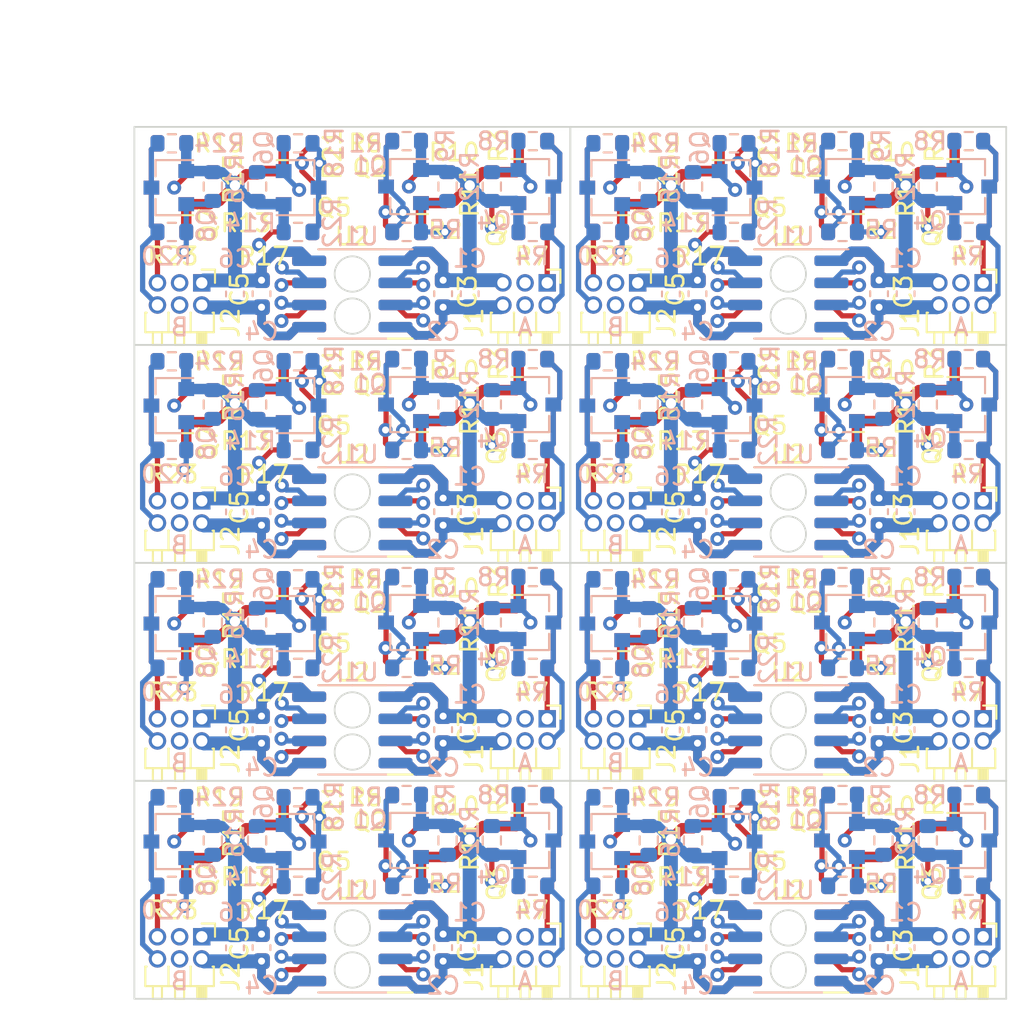
<source format=kicad_pcb>
(kicad_pcb (version 20171130) (host pcbnew "(5.1.10)-1")
  (layers (0 F.Cu signal) (1 In1.Cu signal) (2 In2.Cu signal) (31 B.Cu signal) (34 B.Paste user) (35 F.Paste user) (36 B.SilkS user) (37 F.SilkS user) (38 B.Mask user) (39 F.Mask user) (44 Edge.Cuts user))
  (net 0 "")
  (net 1 VCC)
  (net 2 GND)
  (net 3 VCCQ)
  (net 4 GND2)
  (net 5 /inb)
  (net 6 /outa)
  (net 7 /SCL)
  (net 8 /SDA)
  (net 9 /outb)
  (net 10 /ina)
  (net 11 /SCLq)
  (net 12 /SDAq)
  (net 13 "Net-(Q1-Pad2)")
  (net 14 "Net-(Q2-Pad2)")
  (net 15 "Net-(Q3-Pad2)")
  (net 16 "Net-(Q4-Pad2)")
  (net 17 "Net-(Q5-Pad2)")
  (net 18 "Net-(Q6-Pad2)")
  (net 19 "Net-(Q7-Pad2)")
  (net 20 "Net-(Q8-Pad2)")
  (module Capacitor_SMD:C_0603_1608Metric (layer B.Cu) (at 93.731 95.566 90)
    (fp_text reference C1 (at 2.019 0 180) (layer B.SilkS) (effects (justify mirror)))
    (fp_text value 1uF)
    (pad 1 smd roundrect (at -0.775 0 90) (size 0.9 0.95) (layers B.Cu B.Paste B.Mask) (net 2 GND))
    (pad 2 smd roundrect (at 0.775 0 90) (size 0.9 0.95) (layers B.Cu B.Paste B.Mask) (net 1 VCC))
  )
  (module Capacitor_SMD:C_0603_1608Metric (layer B.Cu) (at 68.731 95.566 90)
    (fp_text reference C1 (at 2.019 0 180) (layer B.SilkS) (effects (justify mirror)))
    (fp_text value 1uF)
    (pad 1 smd roundrect (at -0.775 0 90) (size 0.9 0.95) (layers B.Cu B.Paste B.Mask) (net 2 GND))
    (pad 2 smd roundrect (at 0.775 0 90) (size 0.9 0.95) (layers B.Cu B.Paste B.Mask) (net 1 VCC))
  )
  (module Capacitor_SMD:C_0603_1608Metric (layer B.Cu) (at 93.731 83.066 90)
    (fp_text reference C1 (at 2.019 0 180) (layer B.SilkS) (effects (justify mirror)))
    (fp_text value 1uF)
    (pad 1 smd roundrect (at -0.775 0 90) (size 0.9 0.95) (layers B.Cu B.Paste B.Mask) (net 2 GND))
    (pad 2 smd roundrect (at 0.775 0 90) (size 0.9 0.95) (layers B.Cu B.Paste B.Mask) (net 1 VCC))
  )
  (module Capacitor_SMD:C_0603_1608Metric (layer B.Cu) (at 68.731 83.066 90)
    (fp_text reference C1 (at 2.019 0 180) (layer B.SilkS) (effects (justify mirror)))
    (fp_text value 1uF)
    (pad 1 smd roundrect (at -0.775 0 90) (size 0.9 0.95) (layers B.Cu B.Paste B.Mask) (net 2 GND))
    (pad 2 smd roundrect (at 0.775 0 90) (size 0.9 0.95) (layers B.Cu B.Paste B.Mask) (net 1 VCC))
  )
  (module Capacitor_SMD:C_0603_1608Metric (layer B.Cu) (at 93.731 70.566 90)
    (fp_text reference C1 (at 2.019 0 180) (layer B.SilkS) (effects (justify mirror)))
    (fp_text value 1uF)
    (pad 1 smd roundrect (at -0.775 0 90) (size 0.9 0.95) (layers B.Cu B.Paste B.Mask) (net 2 GND))
    (pad 2 smd roundrect (at 0.775 0 90) (size 0.9 0.95) (layers B.Cu B.Paste B.Mask) (net 1 VCC))
  )
  (module Capacitor_SMD:C_0603_1608Metric (layer B.Cu) (at 68.731 70.566 90)
    (fp_text reference C1 (at 2.019 0 180) (layer B.SilkS) (effects (justify mirror)))
    (fp_text value 1uF)
    (pad 1 smd roundrect (at -0.775 0 90) (size 0.9 0.95) (layers B.Cu B.Paste B.Mask) (net 2 GND))
    (pad 2 smd roundrect (at 0.775 0 90) (size 0.9 0.95) (layers B.Cu B.Paste B.Mask) (net 1 VCC))
  )
  (module Capacitor_SMD:C_0603_1608Metric (layer B.Cu) (at 93.731 58.066 90)
    (fp_text reference C1 (at 2.019 0 180) (layer B.SilkS) (effects (justify mirror)))
    (fp_text value 1uF)
    (pad 1 smd roundrect (at -0.775 0 90) (size 0.9 0.95) (layers B.Cu B.Paste B.Mask) (net 2 GND))
    (pad 2 smd roundrect (at 0.775 0 90) (size 0.9 0.95) (layers B.Cu B.Paste B.Mask) (net 1 VCC))
  )
  (module Capacitor_SMD:C_0603_1608Metric (layer B.Cu) (at 92.207 95.566 90)
    (fp_text reference C2 (at -2.172 0 180) (layer B.SilkS) (effects (justify mirror)))
    (fp_text value 100nF)
    (pad 1 smd roundrect (at -0.775 0 90) (size 0.9 0.95) (layers B.Cu B.Paste B.Mask) (net 2 GND))
    (pad 2 smd roundrect (at 0.775 0 90) (size 0.9 0.95) (layers B.Cu B.Paste B.Mask) (net 1 VCC))
  )
  (module Capacitor_SMD:C_0603_1608Metric (layer B.Cu) (at 67.207 95.566 90)
    (fp_text reference C2 (at -2.172 0 180) (layer B.SilkS) (effects (justify mirror)))
    (fp_text value 100nF)
    (pad 1 smd roundrect (at -0.775 0 90) (size 0.9 0.95) (layers B.Cu B.Paste B.Mask) (net 2 GND))
    (pad 2 smd roundrect (at 0.775 0 90) (size 0.9 0.95) (layers B.Cu B.Paste B.Mask) (net 1 VCC))
  )
  (module Capacitor_SMD:C_0603_1608Metric (layer B.Cu) (at 92.207 83.066 90)
    (fp_text reference C2 (at -2.172 0 180) (layer B.SilkS) (effects (justify mirror)))
    (fp_text value 100nF)
    (pad 1 smd roundrect (at -0.775 0 90) (size 0.9 0.95) (layers B.Cu B.Paste B.Mask) (net 2 GND))
    (pad 2 smd roundrect (at 0.775 0 90) (size 0.9 0.95) (layers B.Cu B.Paste B.Mask) (net 1 VCC))
  )
  (module Capacitor_SMD:C_0603_1608Metric (layer B.Cu) (at 67.207 83.066 90)
    (fp_text reference C2 (at -2.172 0 180) (layer B.SilkS) (effects (justify mirror)))
    (fp_text value 100nF)
    (pad 1 smd roundrect (at -0.775 0 90) (size 0.9 0.95) (layers B.Cu B.Paste B.Mask) (net 2 GND))
    (pad 2 smd roundrect (at 0.775 0 90) (size 0.9 0.95) (layers B.Cu B.Paste B.Mask) (net 1 VCC))
  )
  (module Capacitor_SMD:C_0603_1608Metric (layer B.Cu) (at 92.207 70.566 90)
    (fp_text reference C2 (at -2.172 0 180) (layer B.SilkS) (effects (justify mirror)))
    (fp_text value 100nF)
    (pad 1 smd roundrect (at -0.775 0 90) (size 0.9 0.95) (layers B.Cu B.Paste B.Mask) (net 2 GND))
    (pad 2 smd roundrect (at 0.775 0 90) (size 0.9 0.95) (layers B.Cu B.Paste B.Mask) (net 1 VCC))
  )
  (module Capacitor_SMD:C_0603_1608Metric (layer B.Cu) (at 67.207 70.566 90)
    (fp_text reference C2 (at -2.172 0 180) (layer B.SilkS) (effects (justify mirror)))
    (fp_text value 100nF)
    (pad 1 smd roundrect (at -0.775 0 90) (size 0.9 0.95) (layers B.Cu B.Paste B.Mask) (net 2 GND))
    (pad 2 smd roundrect (at 0.775 0 90) (size 0.9 0.95) (layers B.Cu B.Paste B.Mask) (net 1 VCC))
  )
  (module Capacitor_SMD:C_0603_1608Metric (layer B.Cu) (at 92.207 58.066 90)
    (fp_text reference C2 (at -2.172 0 180) (layer B.SilkS) (effects (justify mirror)))
    (fp_text value 100nF)
    (pad 1 smd roundrect (at -0.775 0 90) (size 0.9 0.95) (layers B.Cu B.Paste B.Mask) (net 2 GND))
    (pad 2 smd roundrect (at 0.775 0 90) (size 0.9 0.95) (layers B.Cu B.Paste B.Mask) (net 1 VCC))
  )
  (module Capacitor_SMD:C_0603_1608Metric (layer F.Cu) (at 92.207 95.566 90)
    (fp_text reference C3 (at 0.114 1.397 270) (layer F.SilkS))
    (fp_text value 100nF)
    (pad 1 smd roundrect (at -0.775 0 90) (size 0.9 0.95) (layers F.Cu F.Paste F.Mask) (net 2 GND))
    (pad 2 smd roundrect (at 0.775 0 90) (size 0.9 0.95) (layers F.Cu F.Paste F.Mask) (net 1 VCC))
  )
  (module Capacitor_SMD:C_0603_1608Metric (layer F.Cu) (at 67.207 95.566 90)
    (fp_text reference C3 (at 0.114 1.397 270) (layer F.SilkS))
    (fp_text value 100nF)
    (pad 1 smd roundrect (at -0.775 0 90) (size 0.9 0.95) (layers F.Cu F.Paste F.Mask) (net 2 GND))
    (pad 2 smd roundrect (at 0.775 0 90) (size 0.9 0.95) (layers F.Cu F.Paste F.Mask) (net 1 VCC))
  )
  (module Capacitor_SMD:C_0603_1608Metric (layer F.Cu) (at 92.207 83.066 90)
    (fp_text reference C3 (at 0.114 1.397 270) (layer F.SilkS))
    (fp_text value 100nF)
    (pad 1 smd roundrect (at -0.775 0 90) (size 0.9 0.95) (layers F.Cu F.Paste F.Mask) (net 2 GND))
    (pad 2 smd roundrect (at 0.775 0 90) (size 0.9 0.95) (layers F.Cu F.Paste F.Mask) (net 1 VCC))
  )
  (module Capacitor_SMD:C_0603_1608Metric (layer F.Cu) (at 67.207 83.066 90)
    (fp_text reference C3 (at 0.114 1.397 270) (layer F.SilkS))
    (fp_text value 100nF)
    (pad 1 smd roundrect (at -0.775 0 90) (size 0.9 0.95) (layers F.Cu F.Paste F.Mask) (net 2 GND))
    (pad 2 smd roundrect (at 0.775 0 90) (size 0.9 0.95) (layers F.Cu F.Paste F.Mask) (net 1 VCC))
  )
  (module Capacitor_SMD:C_0603_1608Metric (layer F.Cu) (at 92.207 70.566 90)
    (fp_text reference C3 (at 0.114 1.397 270) (layer F.SilkS))
    (fp_text value 100nF)
    (pad 1 smd roundrect (at -0.775 0 90) (size 0.9 0.95) (layers F.Cu F.Paste F.Mask) (net 2 GND))
    (pad 2 smd roundrect (at 0.775 0 90) (size 0.9 0.95) (layers F.Cu F.Paste F.Mask) (net 1 VCC))
  )
  (module Capacitor_SMD:C_0603_1608Metric (layer F.Cu) (at 67.207 70.566 90)
    (fp_text reference C3 (at 0.114 1.397 270) (layer F.SilkS))
    (fp_text value 100nF)
    (pad 1 smd roundrect (at -0.775 0 90) (size 0.9 0.95) (layers F.Cu F.Paste F.Mask) (net 2 GND))
    (pad 2 smd roundrect (at 0.775 0 90) (size 0.9 0.95) (layers F.Cu F.Paste F.Mask) (net 1 VCC))
  )
  (module Capacitor_SMD:C_0603_1608Metric (layer F.Cu) (at 92.207 58.066 90)
    (fp_text reference C3 (at 0.114 1.397 270) (layer F.SilkS))
    (fp_text value 100nF)
    (pad 1 smd roundrect (at -0.775 0 90) (size 0.9 0.95) (layers F.Cu F.Paste F.Mask) (net 2 GND))
    (pad 2 smd roundrect (at 0.775 0 90) (size 0.9 0.95) (layers F.Cu F.Paste F.Mask) (net 1 VCC))
  )
  (module Capacitor_SMD:C_0603_1608Metric (layer B.Cu) (at 81.793 95.566 90)
    (fp_text reference C4 (at -2.172 0) (layer B.SilkS) (effects (justify mirror)))
    (fp_text value 100nF)
    (pad 1 smd roundrect (at -0.775 0 90) (size 0.9 0.95) (layers B.Cu B.Paste B.Mask) (net 4 GND2))
    (pad 2 smd roundrect (at 0.775 0 90) (size 0.9 0.95) (layers B.Cu B.Paste B.Mask) (net 3 VCCQ))
  )
  (module Capacitor_SMD:C_0603_1608Metric (layer B.Cu) (at 56.793 95.566 90)
    (fp_text reference C4 (at -2.172 0) (layer B.SilkS) (effects (justify mirror)))
    (fp_text value 100nF)
    (pad 1 smd roundrect (at -0.775 0 90) (size 0.9 0.95) (layers B.Cu B.Paste B.Mask) (net 4 GND2))
    (pad 2 smd roundrect (at 0.775 0 90) (size 0.9 0.95) (layers B.Cu B.Paste B.Mask) (net 3 VCCQ))
  )
  (module Capacitor_SMD:C_0603_1608Metric (layer B.Cu) (at 81.793 83.066 90)
    (fp_text reference C4 (at -2.172 0) (layer B.SilkS) (effects (justify mirror)))
    (fp_text value 100nF)
    (pad 1 smd roundrect (at -0.775 0 90) (size 0.9 0.95) (layers B.Cu B.Paste B.Mask) (net 4 GND2))
    (pad 2 smd roundrect (at 0.775 0 90) (size 0.9 0.95) (layers B.Cu B.Paste B.Mask) (net 3 VCCQ))
  )
  (module Capacitor_SMD:C_0603_1608Metric (layer B.Cu) (at 56.793 83.066 90)
    (fp_text reference C4 (at -2.172 0) (layer B.SilkS) (effects (justify mirror)))
    (fp_text value 100nF)
    (pad 1 smd roundrect (at -0.775 0 90) (size 0.9 0.95) (layers B.Cu B.Paste B.Mask) (net 4 GND2))
    (pad 2 smd roundrect (at 0.775 0 90) (size 0.9 0.95) (layers B.Cu B.Paste B.Mask) (net 3 VCCQ))
  )
  (module Capacitor_SMD:C_0603_1608Metric (layer B.Cu) (at 81.793 70.566 90)
    (fp_text reference C4 (at -2.172 0) (layer B.SilkS) (effects (justify mirror)))
    (fp_text value 100nF)
    (pad 1 smd roundrect (at -0.775 0 90) (size 0.9 0.95) (layers B.Cu B.Paste B.Mask) (net 4 GND2))
    (pad 2 smd roundrect (at 0.775 0 90) (size 0.9 0.95) (layers B.Cu B.Paste B.Mask) (net 3 VCCQ))
  )
  (module Capacitor_SMD:C_0603_1608Metric (layer B.Cu) (at 56.793 70.566 90)
    (fp_text reference C4 (at -2.172 0) (layer B.SilkS) (effects (justify mirror)))
    (fp_text value 100nF)
    (pad 1 smd roundrect (at -0.775 0 90) (size 0.9 0.95) (layers B.Cu B.Paste B.Mask) (net 4 GND2))
    (pad 2 smd roundrect (at 0.775 0 90) (size 0.9 0.95) (layers B.Cu B.Paste B.Mask) (net 3 VCCQ))
  )
  (module Capacitor_SMD:C_0603_1608Metric (layer B.Cu) (at 81.793 58.066 90)
    (fp_text reference C4 (at -2.172 0) (layer B.SilkS) (effects (justify mirror)))
    (fp_text value 100nF)
    (pad 1 smd roundrect (at -0.775 0 90) (size 0.9 0.95) (layers B.Cu B.Paste B.Mask) (net 4 GND2))
    (pad 2 smd roundrect (at 0.775 0 90) (size 0.9 0.95) (layers B.Cu B.Paste B.Mask) (net 3 VCCQ))
  )
  (module Capacitor_SMD:C_0603_1608Metric (layer F.Cu) (at 81.793 95.566 90)
    (fp_text reference C5 (at 0.241 -1.27 270) (layer F.SilkS))
    (fp_text value 100nF)
    (pad 1 smd roundrect (at -0.775 0 90) (size 0.9 0.95) (layers F.Cu F.Paste F.Mask) (net 4 GND2))
    (pad 2 smd roundrect (at 0.775 0 90) (size 0.9 0.95) (layers F.Cu F.Paste F.Mask) (net 3 VCCQ))
  )
  (module Capacitor_SMD:C_0603_1608Metric (layer F.Cu) (at 56.793 95.566 90)
    (fp_text reference C5 (at 0.241 -1.27 270) (layer F.SilkS))
    (fp_text value 100nF)
    (pad 1 smd roundrect (at -0.775 0 90) (size 0.9 0.95) (layers F.Cu F.Paste F.Mask) (net 4 GND2))
    (pad 2 smd roundrect (at 0.775 0 90) (size 0.9 0.95) (layers F.Cu F.Paste F.Mask) (net 3 VCCQ))
  )
  (module Capacitor_SMD:C_0603_1608Metric (layer F.Cu) (at 81.793 83.066 90)
    (fp_text reference C5 (at 0.241 -1.27 270) (layer F.SilkS))
    (fp_text value 100nF)
    (pad 1 smd roundrect (at -0.775 0 90) (size 0.9 0.95) (layers F.Cu F.Paste F.Mask) (net 4 GND2))
    (pad 2 smd roundrect (at 0.775 0 90) (size 0.9 0.95) (layers F.Cu F.Paste F.Mask) (net 3 VCCQ))
  )
  (module Capacitor_SMD:C_0603_1608Metric (layer F.Cu) (at 56.793 83.066 90)
    (fp_text reference C5 (at 0.241 -1.27 270) (layer F.SilkS))
    (fp_text value 100nF)
    (pad 1 smd roundrect (at -0.775 0 90) (size 0.9 0.95) (layers F.Cu F.Paste F.Mask) (net 4 GND2))
    (pad 2 smd roundrect (at 0.775 0 90) (size 0.9 0.95) (layers F.Cu F.Paste F.Mask) (net 3 VCCQ))
  )
  (module Capacitor_SMD:C_0603_1608Metric (layer F.Cu) (at 81.793 70.566 90)
    (fp_text reference C5 (at 0.241 -1.27 270) (layer F.SilkS))
    (fp_text value 100nF)
    (pad 1 smd roundrect (at -0.775 0 90) (size 0.9 0.95) (layers F.Cu F.Paste F.Mask) (net 4 GND2))
    (pad 2 smd roundrect (at 0.775 0 90) (size 0.9 0.95) (layers F.Cu F.Paste F.Mask) (net 3 VCCQ))
  )
  (module Capacitor_SMD:C_0603_1608Metric (layer F.Cu) (at 56.793 70.566 90)
    (fp_text reference C5 (at 0.241 -1.27 270) (layer F.SilkS))
    (fp_text value 100nF)
    (pad 1 smd roundrect (at -0.775 0 90) (size 0.9 0.95) (layers F.Cu F.Paste F.Mask) (net 4 GND2))
    (pad 2 smd roundrect (at 0.775 0 90) (size 0.9 0.95) (layers F.Cu F.Paste F.Mask) (net 3 VCCQ))
  )
  (module Capacitor_SMD:C_0603_1608Metric (layer F.Cu) (at 81.793 58.066 90)
    (fp_text reference C5 (at 0.241 -1.27 270) (layer F.SilkS))
    (fp_text value 100nF)
    (pad 1 smd roundrect (at -0.775 0 90) (size 0.9 0.95) (layers F.Cu F.Paste F.Mask) (net 4 GND2))
    (pad 2 smd roundrect (at 0.775 0 90) (size 0.9 0.95) (layers F.Cu F.Paste F.Mask) (net 3 VCCQ))
  )
  (module Capacitor_SMD:C_0603_1608Metric (layer B.Cu) (at 80.269 95.579 90)
    (fp_text reference C6 (at 2.032 0) (layer B.SilkS) (effects (justify mirror)))
    (fp_text value 1uF)
    (pad 1 smd roundrect (at -0.775 0 90) (size 0.9 0.95) (layers B.Cu B.Paste B.Mask) (net 4 GND2))
    (pad 2 smd roundrect (at 0.775 0 90) (size 0.9 0.95) (layers B.Cu B.Paste B.Mask) (net 3 VCCQ))
  )
  (module Capacitor_SMD:C_0603_1608Metric (layer B.Cu) (at 55.269 95.579 90)
    (fp_text reference C6 (at 2.032 0) (layer B.SilkS) (effects (justify mirror)))
    (fp_text value 1uF)
    (pad 1 smd roundrect (at -0.775 0 90) (size 0.9 0.95) (layers B.Cu B.Paste B.Mask) (net 4 GND2))
    (pad 2 smd roundrect (at 0.775 0 90) (size 0.9 0.95) (layers B.Cu B.Paste B.Mask) (net 3 VCCQ))
  )
  (module Capacitor_SMD:C_0603_1608Metric (layer B.Cu) (at 80.269 83.079 90)
    (fp_text reference C6 (at 2.032 0) (layer B.SilkS) (effects (justify mirror)))
    (fp_text value 1uF)
    (pad 1 smd roundrect (at -0.775 0 90) (size 0.9 0.95) (layers B.Cu B.Paste B.Mask) (net 4 GND2))
    (pad 2 smd roundrect (at 0.775 0 90) (size 0.9 0.95) (layers B.Cu B.Paste B.Mask) (net 3 VCCQ))
  )
  (module Capacitor_SMD:C_0603_1608Metric (layer B.Cu) (at 55.269 83.079 90)
    (fp_text reference C6 (at 2.032 0) (layer B.SilkS) (effects (justify mirror)))
    (fp_text value 1uF)
    (pad 1 smd roundrect (at -0.775 0 90) (size 0.9 0.95) (layers B.Cu B.Paste B.Mask) (net 4 GND2))
    (pad 2 smd roundrect (at 0.775 0 90) (size 0.9 0.95) (layers B.Cu B.Paste B.Mask) (net 3 VCCQ))
  )
  (module Capacitor_SMD:C_0603_1608Metric (layer B.Cu) (at 80.269 70.579 90)
    (fp_text reference C6 (at 2.032 0) (layer B.SilkS) (effects (justify mirror)))
    (fp_text value 1uF)
    (pad 1 smd roundrect (at -0.775 0 90) (size 0.9 0.95) (layers B.Cu B.Paste B.Mask) (net 4 GND2))
    (pad 2 smd roundrect (at 0.775 0 90) (size 0.9 0.95) (layers B.Cu B.Paste B.Mask) (net 3 VCCQ))
  )
  (module Capacitor_SMD:C_0603_1608Metric (layer B.Cu) (at 55.269 70.579 90)
    (fp_text reference C6 (at 2.032 0) (layer B.SilkS) (effects (justify mirror)))
    (fp_text value 1uF)
    (pad 1 smd roundrect (at -0.775 0 90) (size 0.9 0.95) (layers B.Cu B.Paste B.Mask) (net 4 GND2))
    (pad 2 smd roundrect (at 0.775 0 90) (size 0.9 0.95) (layers B.Cu B.Paste B.Mask) (net 3 VCCQ))
  )
  (module Capacitor_SMD:C_0603_1608Metric (layer B.Cu) (at 80.269 58.079 90)
    (fp_text reference C6 (at 2.032 0) (layer B.SilkS) (effects (justify mirror)))
    (fp_text value 1uF)
    (pad 1 smd roundrect (at -0.775 0 90) (size 0.9 0.95) (layers B.Cu B.Paste B.Mask) (net 4 GND2))
    (pad 2 smd roundrect (at 0.775 0 90) (size 0.9 0.95) (layers B.Cu B.Paste B.Mask) (net 3 VCCQ))
  )
  (module Package_TO_SOT_SMD:SOT-23 (layer B.Cu) (at 89.937 89.422 180)
    (fp_text reference Q1 (at 1.921 1.209 180) (layer B.SilkS) (effects (justify mirror)))
    (fp_text value BSS138)
    (pad 1 smd rect (at -1 0.95 180) (size 0.9 0.8) (layers B.Cu B.Paste B.Mask) (net 1 VCC))
    (pad 2 smd rect (at -1 -0.95 180) (size 0.9 0.8) (layers B.Cu B.Paste B.Mask) (net 13 "Net-(Q1-Pad2)"))
    (pad 3 smd rect (at 1 0 180) (size 0.9 0.8) (layers B.Cu B.Paste B.Mask) (net 8 /SDA))
  )
  (module Package_TO_SOT_SMD:SOT-23 (layer B.Cu) (at 64.937 89.422 180)
    (fp_text reference Q1 (at 1.921 1.209 180) (layer B.SilkS) (effects (justify mirror)))
    (fp_text value BSS138)
    (pad 1 smd rect (at -1 0.95 180) (size 0.9 0.8) (layers B.Cu B.Paste B.Mask) (net 1 VCC))
    (pad 2 smd rect (at -1 -0.95 180) (size 0.9 0.8) (layers B.Cu B.Paste B.Mask) (net 13 "Net-(Q1-Pad2)"))
    (pad 3 smd rect (at 1 0 180) (size 0.9 0.8) (layers B.Cu B.Paste B.Mask) (net 8 /SDA))
  )
  (module Package_TO_SOT_SMD:SOT-23 (layer B.Cu) (at 89.937 76.922 180)
    (fp_text reference Q1 (at 1.921 1.209 180) (layer B.SilkS) (effects (justify mirror)))
    (fp_text value BSS138)
    (pad 1 smd rect (at -1 0.95 180) (size 0.9 0.8) (layers B.Cu B.Paste B.Mask) (net 1 VCC))
    (pad 2 smd rect (at -1 -0.95 180) (size 0.9 0.8) (layers B.Cu B.Paste B.Mask) (net 13 "Net-(Q1-Pad2)"))
    (pad 3 smd rect (at 1 0 180) (size 0.9 0.8) (layers B.Cu B.Paste B.Mask) (net 8 /SDA))
  )
  (module Package_TO_SOT_SMD:SOT-23 (layer B.Cu) (at 64.937 76.922 180)
    (fp_text reference Q1 (at 1.921 1.209 180) (layer B.SilkS) (effects (justify mirror)))
    (fp_text value BSS138)
    (pad 1 smd rect (at -1 0.95 180) (size 0.9 0.8) (layers B.Cu B.Paste B.Mask) (net 1 VCC))
    (pad 2 smd rect (at -1 -0.95 180) (size 0.9 0.8) (layers B.Cu B.Paste B.Mask) (net 13 "Net-(Q1-Pad2)"))
    (pad 3 smd rect (at 1 0 180) (size 0.9 0.8) (layers B.Cu B.Paste B.Mask) (net 8 /SDA))
  )
  (module Package_TO_SOT_SMD:SOT-23 (layer B.Cu) (at 89.937 64.422 180)
    (fp_text reference Q1 (at 1.921 1.209 180) (layer B.SilkS) (effects (justify mirror)))
    (fp_text value BSS138)
    (pad 1 smd rect (at -1 0.95 180) (size 0.9 0.8) (layers B.Cu B.Paste B.Mask) (net 1 VCC))
    (pad 2 smd rect (at -1 -0.95 180) (size 0.9 0.8) (layers B.Cu B.Paste B.Mask) (net 13 "Net-(Q1-Pad2)"))
    (pad 3 smd rect (at 1 0 180) (size 0.9 0.8) (layers B.Cu B.Paste B.Mask) (net 8 /SDA))
  )
  (module Package_TO_SOT_SMD:SOT-23 (layer B.Cu) (at 64.937 64.422 180)
    (fp_text reference Q1 (at 1.921 1.209 180) (layer B.SilkS) (effects (justify mirror)))
    (fp_text value BSS138)
    (pad 1 smd rect (at -1 0.95 180) (size 0.9 0.8) (layers B.Cu B.Paste B.Mask) (net 1 VCC))
    (pad 2 smd rect (at -1 -0.95 180) (size 0.9 0.8) (layers B.Cu B.Paste B.Mask) (net 13 "Net-(Q1-Pad2)"))
    (pad 3 smd rect (at 1 0 180) (size 0.9 0.8) (layers B.Cu B.Paste B.Mask) (net 8 /SDA))
  )
  (module Package_TO_SOT_SMD:SOT-23 (layer B.Cu) (at 89.937 51.922 180)
    (fp_text reference Q1 (at 1.921 1.209 180) (layer B.SilkS) (effects (justify mirror)))
    (fp_text value BSS138)
    (pad 1 smd rect (at -1 0.95 180) (size 0.9 0.8) (layers B.Cu B.Paste B.Mask) (net 1 VCC))
    (pad 2 smd rect (at -1 -0.95 180) (size 0.9 0.8) (layers B.Cu B.Paste B.Mask) (net 13 "Net-(Q1-Pad2)"))
    (pad 3 smd rect (at 1 0 180) (size 0.9 0.8) (layers B.Cu B.Paste B.Mask) (net 8 /SDA))
  )
  (module Package_TO_SOT_SMD:SOT-23 (layer F.Cu) (at 89.937 89.417 180)
    (fp_text reference Q2 (at 1.921 1.077) (layer F.SilkS))
    (fp_text value BSS138)
    (pad 1 smd rect (at -1 -0.95 180) (size 0.9 0.8) (layers F.Cu F.Paste F.Mask) (net 1 VCC))
    (pad 2 smd rect (at -1 0.95 180) (size 0.9 0.8) (layers F.Cu F.Paste F.Mask) (net 14 "Net-(Q2-Pad2)"))
    (pad 3 smd rect (at 1 0 180) (size 0.9 0.8) (layers F.Cu F.Paste F.Mask) (net 7 /SCL))
  )
  (module Package_TO_SOT_SMD:SOT-23 (layer F.Cu) (at 64.937 89.417 180)
    (fp_text reference Q2 (at 1.921 1.077) (layer F.SilkS))
    (fp_text value BSS138)
    (pad 1 smd rect (at -1 -0.95 180) (size 0.9 0.8) (layers F.Cu F.Paste F.Mask) (net 1 VCC))
    (pad 2 smd rect (at -1 0.95 180) (size 0.9 0.8) (layers F.Cu F.Paste F.Mask) (net 14 "Net-(Q2-Pad2)"))
    (pad 3 smd rect (at 1 0 180) (size 0.9 0.8) (layers F.Cu F.Paste F.Mask) (net 7 /SCL))
  )
  (module Package_TO_SOT_SMD:SOT-23 (layer F.Cu) (at 89.937 76.917 180)
    (fp_text reference Q2 (at 1.921 1.077) (layer F.SilkS))
    (fp_text value BSS138)
    (pad 1 smd rect (at -1 -0.95 180) (size 0.9 0.8) (layers F.Cu F.Paste F.Mask) (net 1 VCC))
    (pad 2 smd rect (at -1 0.95 180) (size 0.9 0.8) (layers F.Cu F.Paste F.Mask) (net 14 "Net-(Q2-Pad2)"))
    (pad 3 smd rect (at 1 0 180) (size 0.9 0.8) (layers F.Cu F.Paste F.Mask) (net 7 /SCL))
  )
  (module Package_TO_SOT_SMD:SOT-23 (layer F.Cu) (at 64.937 76.917 180)
    (fp_text reference Q2 (at 1.921 1.077) (layer F.SilkS))
    (fp_text value BSS138)
    (pad 1 smd rect (at -1 -0.95 180) (size 0.9 0.8) (layers F.Cu F.Paste F.Mask) (net 1 VCC))
    (pad 2 smd rect (at -1 0.95 180) (size 0.9 0.8) (layers F.Cu F.Paste F.Mask) (net 14 "Net-(Q2-Pad2)"))
    (pad 3 smd rect (at 1 0 180) (size 0.9 0.8) (layers F.Cu F.Paste F.Mask) (net 7 /SCL))
  )
  (module Package_TO_SOT_SMD:SOT-23 (layer F.Cu) (at 89.937 64.417 180)
    (fp_text reference Q2 (at 1.921 1.077) (layer F.SilkS))
    (fp_text value BSS138)
    (pad 1 smd rect (at -1 -0.95 180) (size 0.9 0.8) (layers F.Cu F.Paste F.Mask) (net 1 VCC))
    (pad 2 smd rect (at -1 0.95 180) (size 0.9 0.8) (layers F.Cu F.Paste F.Mask) (net 14 "Net-(Q2-Pad2)"))
    (pad 3 smd rect (at 1 0 180) (size 0.9 0.8) (layers F.Cu F.Paste F.Mask) (net 7 /SCL))
  )
  (module Package_TO_SOT_SMD:SOT-23 (layer F.Cu) (at 64.937 64.417 180)
    (fp_text reference Q2 (at 1.921 1.077) (layer F.SilkS))
    (fp_text value BSS138)
    (pad 1 smd rect (at -1 -0.95 180) (size 0.9 0.8) (layers F.Cu F.Paste F.Mask) (net 1 VCC))
    (pad 2 smd rect (at -1 0.95 180) (size 0.9 0.8) (layers F.Cu F.Paste F.Mask) (net 14 "Net-(Q2-Pad2)"))
    (pad 3 smd rect (at 1 0 180) (size 0.9 0.8) (layers F.Cu F.Paste F.Mask) (net 7 /SCL))
  )
  (module Package_TO_SOT_SMD:SOT-23 (layer F.Cu) (at 89.937 51.917 180)
    (fp_text reference Q2 (at 1.921 1.077) (layer F.SilkS))
    (fp_text value BSS138)
    (pad 1 smd rect (at -1 -0.95 180) (size 0.9 0.8) (layers F.Cu F.Paste F.Mask) (net 1 VCC))
    (pad 2 smd rect (at -1 0.95 180) (size 0.9 0.8) (layers F.Cu F.Paste F.Mask) (net 14 "Net-(Q2-Pad2)"))
    (pad 3 smd rect (at 1 0 180) (size 0.9 0.8) (layers F.Cu F.Paste F.Mask) (net 7 /SCL))
  )
  (module Package_TO_SOT_SMD:SOT-23 (layer F.Cu) (at 97.525 89.422)
    (fp_text reference Q3 (at -2.27 2.474 90) (layer F.SilkS))
    (fp_text value BSS138)
    (pad 1 smd rect (at -1 -0.95) (size 0.9 0.8) (layers F.Cu F.Paste F.Mask) (net 1 VCC))
    (pad 2 smd rect (at -1 0.95) (size 0.9 0.8) (layers F.Cu F.Paste F.Mask) (net 15 "Net-(Q3-Pad2)"))
    (pad 3 smd rect (at 1 0) (size 0.9 0.8) (layers F.Cu F.Paste F.Mask) (net 10 /ina))
  )
  (module Package_TO_SOT_SMD:SOT-23 (layer F.Cu) (at 72.525 89.422)
    (fp_text reference Q3 (at -2.27 2.474 90) (layer F.SilkS))
    (fp_text value BSS138)
    (pad 1 smd rect (at -1 -0.95) (size 0.9 0.8) (layers F.Cu F.Paste F.Mask) (net 1 VCC))
    (pad 2 smd rect (at -1 0.95) (size 0.9 0.8) (layers F.Cu F.Paste F.Mask) (net 15 "Net-(Q3-Pad2)"))
    (pad 3 smd rect (at 1 0) (size 0.9 0.8) (layers F.Cu F.Paste F.Mask) (net 10 /ina))
  )
  (module Package_TO_SOT_SMD:SOT-23 (layer F.Cu) (at 97.525 76.922)
    (fp_text reference Q3 (at -2.27 2.474 90) (layer F.SilkS))
    (fp_text value BSS138)
    (pad 1 smd rect (at -1 -0.95) (size 0.9 0.8) (layers F.Cu F.Paste F.Mask) (net 1 VCC))
    (pad 2 smd rect (at -1 0.95) (size 0.9 0.8) (layers F.Cu F.Paste F.Mask) (net 15 "Net-(Q3-Pad2)"))
    (pad 3 smd rect (at 1 0) (size 0.9 0.8) (layers F.Cu F.Paste F.Mask) (net 10 /ina))
  )
  (module Package_TO_SOT_SMD:SOT-23 (layer F.Cu) (at 72.525 76.922)
    (fp_text reference Q3 (at -2.27 2.474 90) (layer F.SilkS))
    (fp_text value BSS138)
    (pad 1 smd rect (at -1 -0.95) (size 0.9 0.8) (layers F.Cu F.Paste F.Mask) (net 1 VCC))
    (pad 2 smd rect (at -1 0.95) (size 0.9 0.8) (layers F.Cu F.Paste F.Mask) (net 15 "Net-(Q3-Pad2)"))
    (pad 3 smd rect (at 1 0) (size 0.9 0.8) (layers F.Cu F.Paste F.Mask) (net 10 /ina))
  )
  (module Package_TO_SOT_SMD:SOT-23 (layer F.Cu) (at 97.525 64.422)
    (fp_text reference Q3 (at -2.27 2.474 90) (layer F.SilkS))
    (fp_text value BSS138)
    (pad 1 smd rect (at -1 -0.95) (size 0.9 0.8) (layers F.Cu F.Paste F.Mask) (net 1 VCC))
    (pad 2 smd rect (at -1 0.95) (size 0.9 0.8) (layers F.Cu F.Paste F.Mask) (net 15 "Net-(Q3-Pad2)"))
    (pad 3 smd rect (at 1 0) (size 0.9 0.8) (layers F.Cu F.Paste F.Mask) (net 10 /ina))
  )
  (module Package_TO_SOT_SMD:SOT-23 (layer F.Cu) (at 72.525 64.422)
    (fp_text reference Q3 (at -2.27 2.474 90) (layer F.SilkS))
    (fp_text value BSS138)
    (pad 1 smd rect (at -1 -0.95) (size 0.9 0.8) (layers F.Cu F.Paste F.Mask) (net 1 VCC))
    (pad 2 smd rect (at -1 0.95) (size 0.9 0.8) (layers F.Cu F.Paste F.Mask) (net 15 "Net-(Q3-Pad2)"))
    (pad 3 smd rect (at 1 0) (size 0.9 0.8) (layers F.Cu F.Paste F.Mask) (net 10 /ina))
  )
  (module Package_TO_SOT_SMD:SOT-23 (layer F.Cu) (at 97.525 51.922)
    (fp_text reference Q3 (at -2.27 2.474 90) (layer F.SilkS))
    (fp_text value BSS138)
    (pad 1 smd rect (at -1 -0.95) (size 0.9 0.8) (layers F.Cu F.Paste F.Mask) (net 1 VCC))
    (pad 2 smd rect (at -1 0.95) (size 0.9 0.8) (layers F.Cu F.Paste F.Mask) (net 15 "Net-(Q3-Pad2)"))
    (pad 3 smd rect (at 1 0) (size 0.9 0.8) (layers F.Cu F.Paste F.Mask) (net 10 /ina))
  )
  (module Package_TO_SOT_SMD:SOT-23 (layer B.Cu) (at 97.525 89.422)
    (fp_text reference Q4 (at -2.397 1.966 180) (layer B.SilkS) (effects (justify mirror)))
    (fp_text value BSS138)
    (pad 1 smd rect (at -1 0.95) (size 0.9 0.8) (layers B.Cu B.Paste B.Mask) (net 1 VCC))
    (pad 2 smd rect (at -1 -0.95) (size 0.9 0.8) (layers B.Cu B.Paste B.Mask) (net 16 "Net-(Q4-Pad2)"))
    (pad 3 smd rect (at 1 0) (size 0.9 0.8) (layers B.Cu B.Paste B.Mask) (net 9 /outb))
  )
  (module Package_TO_SOT_SMD:SOT-23 (layer B.Cu) (at 72.525 89.422)
    (fp_text reference Q4 (at -2.397 1.966 180) (layer B.SilkS) (effects (justify mirror)))
    (fp_text value BSS138)
    (pad 1 smd rect (at -1 0.95) (size 0.9 0.8) (layers B.Cu B.Paste B.Mask) (net 1 VCC))
    (pad 2 smd rect (at -1 -0.95) (size 0.9 0.8) (layers B.Cu B.Paste B.Mask) (net 16 "Net-(Q4-Pad2)"))
    (pad 3 smd rect (at 1 0) (size 0.9 0.8) (layers B.Cu B.Paste B.Mask) (net 9 /outb))
  )
  (module Package_TO_SOT_SMD:SOT-23 (layer B.Cu) (at 97.525 76.922)
    (fp_text reference Q4 (at -2.397 1.966 180) (layer B.SilkS) (effects (justify mirror)))
    (fp_text value BSS138)
    (pad 1 smd rect (at -1 0.95) (size 0.9 0.8) (layers B.Cu B.Paste B.Mask) (net 1 VCC))
    (pad 2 smd rect (at -1 -0.95) (size 0.9 0.8) (layers B.Cu B.Paste B.Mask) (net 16 "Net-(Q4-Pad2)"))
    (pad 3 smd rect (at 1 0) (size 0.9 0.8) (layers B.Cu B.Paste B.Mask) (net 9 /outb))
  )
  (module Package_TO_SOT_SMD:SOT-23 (layer B.Cu) (at 72.525 76.922)
    (fp_text reference Q4 (at -2.397 1.966 180) (layer B.SilkS) (effects (justify mirror)))
    (fp_text value BSS138)
    (pad 1 smd rect (at -1 0.95) (size 0.9 0.8) (layers B.Cu B.Paste B.Mask) (net 1 VCC))
    (pad 2 smd rect (at -1 -0.95) (size 0.9 0.8) (layers B.Cu B.Paste B.Mask) (net 16 "Net-(Q4-Pad2)"))
    (pad 3 smd rect (at 1 0) (size 0.9 0.8) (layers B.Cu B.Paste B.Mask) (net 9 /outb))
  )
  (module Package_TO_SOT_SMD:SOT-23 (layer B.Cu) (at 97.525 64.422)
    (fp_text reference Q4 (at -2.397 1.966 180) (layer B.SilkS) (effects (justify mirror)))
    (fp_text value BSS138)
    (pad 1 smd rect (at -1 0.95) (size 0.9 0.8) (layers B.Cu B.Paste B.Mask) (net 1 VCC))
    (pad 2 smd rect (at -1 -0.95) (size 0.9 0.8) (layers B.Cu B.Paste B.Mask) (net 16 "Net-(Q4-Pad2)"))
    (pad 3 smd rect (at 1 0) (size 0.9 0.8) (layers B.Cu B.Paste B.Mask) (net 9 /outb))
  )
  (module Package_TO_SOT_SMD:SOT-23 (layer B.Cu) (at 72.525 64.422)
    (fp_text reference Q4 (at -2.397 1.966 180) (layer B.SilkS) (effects (justify mirror)))
    (fp_text value BSS138)
    (pad 1 smd rect (at -1 0.95) (size 0.9 0.8) (layers B.Cu B.Paste B.Mask) (net 1 VCC))
    (pad 2 smd rect (at -1 -0.95) (size 0.9 0.8) (layers B.Cu B.Paste B.Mask) (net 16 "Net-(Q4-Pad2)"))
    (pad 3 smd rect (at 1 0) (size 0.9 0.8) (layers B.Cu B.Paste B.Mask) (net 9 /outb))
  )
  (module Package_TO_SOT_SMD:SOT-23 (layer B.Cu) (at 97.525 51.922)
    (fp_text reference Q4 (at -2.397 1.966 180) (layer B.SilkS) (effects (justify mirror)))
    (fp_text value BSS138)
    (pad 1 smd rect (at -1 0.95) (size 0.9 0.8) (layers B.Cu B.Paste B.Mask) (net 1 VCC))
    (pad 2 smd rect (at -1 -0.95) (size 0.9 0.8) (layers B.Cu B.Paste B.Mask) (net 16 "Net-(Q4-Pad2)"))
    (pad 3 smd rect (at 1 0) (size 0.9 0.8) (layers B.Cu B.Paste B.Mask) (net 9 /outb))
  )
  (module Package_TO_SOT_SMD:SOT-23 (layer F.Cu) (at 84.063 89.483)
    (fp_text reference Q5 (at 1.889 1.143) (layer F.SilkS))
    (fp_text value BSS138)
    (pad 1 smd rect (at -1 -0.95) (size 0.9 0.8) (layers F.Cu F.Paste F.Mask) (net 3 VCCQ))
    (pad 2 smd rect (at -1 0.95) (size 0.9 0.8) (layers F.Cu F.Paste F.Mask) (net 17 "Net-(Q5-Pad2)"))
    (pad 3 smd rect (at 1 0) (size 0.9 0.8) (layers F.Cu F.Paste F.Mask) (net 12 /SDAq))
  )
  (module Package_TO_SOT_SMD:SOT-23 (layer F.Cu) (at 59.063 89.483)
    (fp_text reference Q5 (at 1.889 1.143) (layer F.SilkS))
    (fp_text value BSS138)
    (pad 1 smd rect (at -1 -0.95) (size 0.9 0.8) (layers F.Cu F.Paste F.Mask) (net 3 VCCQ))
    (pad 2 smd rect (at -1 0.95) (size 0.9 0.8) (layers F.Cu F.Paste F.Mask) (net 17 "Net-(Q5-Pad2)"))
    (pad 3 smd rect (at 1 0) (size 0.9 0.8) (layers F.Cu F.Paste F.Mask) (net 12 /SDAq))
  )
  (module Package_TO_SOT_SMD:SOT-23 (layer F.Cu) (at 84.063 76.983)
    (fp_text reference Q5 (at 1.889 1.143) (layer F.SilkS))
    (fp_text value BSS138)
    (pad 1 smd rect (at -1 -0.95) (size 0.9 0.8) (layers F.Cu F.Paste F.Mask) (net 3 VCCQ))
    (pad 2 smd rect (at -1 0.95) (size 0.9 0.8) (layers F.Cu F.Paste F.Mask) (net 17 "Net-(Q5-Pad2)"))
    (pad 3 smd rect (at 1 0) (size 0.9 0.8) (layers F.Cu F.Paste F.Mask) (net 12 /SDAq))
  )
  (module Package_TO_SOT_SMD:SOT-23 (layer F.Cu) (at 59.063 76.983)
    (fp_text reference Q5 (at 1.889 1.143) (layer F.SilkS))
    (fp_text value BSS138)
    (pad 1 smd rect (at -1 -0.95) (size 0.9 0.8) (layers F.Cu F.Paste F.Mask) (net 3 VCCQ))
    (pad 2 smd rect (at -1 0.95) (size 0.9 0.8) (layers F.Cu F.Paste F.Mask) (net 17 "Net-(Q5-Pad2)"))
    (pad 3 smd rect (at 1 0) (size 0.9 0.8) (layers F.Cu F.Paste F.Mask) (net 12 /SDAq))
  )
  (module Package_TO_SOT_SMD:SOT-23 (layer F.Cu) (at 84.063 64.483)
    (fp_text reference Q5 (at 1.889 1.143) (layer F.SilkS))
    (fp_text value BSS138)
    (pad 1 smd rect (at -1 -0.95) (size 0.9 0.8) (layers F.Cu F.Paste F.Mask) (net 3 VCCQ))
    (pad 2 smd rect (at -1 0.95) (size 0.9 0.8) (layers F.Cu F.Paste F.Mask) (net 17 "Net-(Q5-Pad2)"))
    (pad 3 smd rect (at 1 0) (size 0.9 0.8) (layers F.Cu F.Paste F.Mask) (net 12 /SDAq))
  )
  (module Package_TO_SOT_SMD:SOT-23 (layer F.Cu) (at 59.063 64.483)
    (fp_text reference Q5 (at 1.889 1.143) (layer F.SilkS))
    (fp_text value BSS138)
    (pad 1 smd rect (at -1 -0.95) (size 0.9 0.8) (layers F.Cu F.Paste F.Mask) (net 3 VCCQ))
    (pad 2 smd rect (at -1 0.95) (size 0.9 0.8) (layers F.Cu F.Paste F.Mask) (net 17 "Net-(Q5-Pad2)"))
    (pad 3 smd rect (at 1 0) (size 0.9 0.8) (layers F.Cu F.Paste F.Mask) (net 12 /SDAq))
  )
  (module Package_TO_SOT_SMD:SOT-23 (layer F.Cu) (at 84.063 51.983)
    (fp_text reference Q5 (at 1.889 1.143) (layer F.SilkS))
    (fp_text value BSS138)
    (pad 1 smd rect (at -1 -0.95) (size 0.9 0.8) (layers F.Cu F.Paste F.Mask) (net 3 VCCQ))
    (pad 2 smd rect (at -1 0.95) (size 0.9 0.8) (layers F.Cu F.Paste F.Mask) (net 17 "Net-(Q5-Pad2)"))
    (pad 3 smd rect (at 1 0) (size 0.9 0.8) (layers F.Cu F.Paste F.Mask) (net 12 /SDAq))
  )
  (module Package_TO_SOT_SMD:SOT-23 (layer B.Cu) (at 84.063 89.483)
    (fp_text reference Q6 (at -2.143 -2.286 270) (layer B.SilkS) (effects (justify mirror)))
    (fp_text value BSS138)
    (pad 1 smd rect (at -1 0.95) (size 0.9 0.8) (layers B.Cu B.Paste B.Mask) (net 3 VCCQ))
    (pad 2 smd rect (at -1 -0.95) (size 0.9 0.8) (layers B.Cu B.Paste B.Mask) (net 18 "Net-(Q6-Pad2)"))
    (pad 3 smd rect (at 1 0) (size 0.9 0.8) (layers B.Cu B.Paste B.Mask) (net 11 /SCLq))
  )
  (module Package_TO_SOT_SMD:SOT-23 (layer B.Cu) (at 59.063 89.483)
    (fp_text reference Q6 (at -2.143 -2.286 270) (layer B.SilkS) (effects (justify mirror)))
    (fp_text value BSS138)
    (pad 1 smd rect (at -1 0.95) (size 0.9 0.8) (layers B.Cu B.Paste B.Mask) (net 3 VCCQ))
    (pad 2 smd rect (at -1 -0.95) (size 0.9 0.8) (layers B.Cu B.Paste B.Mask) (net 18 "Net-(Q6-Pad2)"))
    (pad 3 smd rect (at 1 0) (size 0.9 0.8) (layers B.Cu B.Paste B.Mask) (net 11 /SCLq))
  )
  (module Package_TO_SOT_SMD:SOT-23 (layer B.Cu) (at 84.063 76.983)
    (fp_text reference Q6 (at -2.143 -2.286 270) (layer B.SilkS) (effects (justify mirror)))
    (fp_text value BSS138)
    (pad 1 smd rect (at -1 0.95) (size 0.9 0.8) (layers B.Cu B.Paste B.Mask) (net 3 VCCQ))
    (pad 2 smd rect (at -1 -0.95) (size 0.9 0.8) (layers B.Cu B.Paste B.Mask) (net 18 "Net-(Q6-Pad2)"))
    (pad 3 smd rect (at 1 0) (size 0.9 0.8) (layers B.Cu B.Paste B.Mask) (net 11 /SCLq))
  )
  (module Package_TO_SOT_SMD:SOT-23 (layer B.Cu) (at 59.063 76.983)
    (fp_text reference Q6 (at -2.143 -2.286 270) (layer B.SilkS) (effects (justify mirror)))
    (fp_text value BSS138)
    (pad 1 smd rect (at -1 0.95) (size 0.9 0.8) (layers B.Cu B.Paste B.Mask) (net 3 VCCQ))
    (pad 2 smd rect (at -1 -0.95) (size 0.9 0.8) (layers B.Cu B.Paste B.Mask) (net 18 "Net-(Q6-Pad2)"))
    (pad 3 smd rect (at 1 0) (size 0.9 0.8) (layers B.Cu B.Paste B.Mask) (net 11 /SCLq))
  )
  (module Package_TO_SOT_SMD:SOT-23 (layer B.Cu) (at 84.063 64.483)
    (fp_text reference Q6 (at -2.143 -2.286 270) (layer B.SilkS) (effects (justify mirror)))
    (fp_text value BSS138)
    (pad 1 smd rect (at -1 0.95) (size 0.9 0.8) (layers B.Cu B.Paste B.Mask) (net 3 VCCQ))
    (pad 2 smd rect (at -1 -0.95) (size 0.9 0.8) (layers B.Cu B.Paste B.Mask) (net 18 "Net-(Q6-Pad2)"))
    (pad 3 smd rect (at 1 0) (size 0.9 0.8) (layers B.Cu B.Paste B.Mask) (net 11 /SCLq))
  )
  (module Package_TO_SOT_SMD:SOT-23 (layer B.Cu) (at 59.063 64.483)
    (fp_text reference Q6 (at -2.143 -2.286 270) (layer B.SilkS) (effects (justify mirror)))
    (fp_text value BSS138)
    (pad 1 smd rect (at -1 0.95) (size 0.9 0.8) (layers B.Cu B.Paste B.Mask) (net 3 VCCQ))
    (pad 2 smd rect (at -1 -0.95) (size 0.9 0.8) (layers B.Cu B.Paste B.Mask) (net 18 "Net-(Q6-Pad2)"))
    (pad 3 smd rect (at 1 0) (size 0.9 0.8) (layers B.Cu B.Paste B.Mask) (net 11 /SCLq))
  )
  (module Package_TO_SOT_SMD:SOT-23 (layer B.Cu) (at 84.063 51.983)
    (fp_text reference Q6 (at -2.143 -2.286 270) (layer B.SilkS) (effects (justify mirror)))
    (fp_text value BSS138)
    (pad 1 smd rect (at -1 0.95) (size 0.9 0.8) (layers B.Cu B.Paste B.Mask) (net 3 VCCQ))
    (pad 2 smd rect (at -1 -0.95) (size 0.9 0.8) (layers B.Cu B.Paste B.Mask) (net 18 "Net-(Q6-Pad2)"))
    (pad 3 smd rect (at 1 0) (size 0.9 0.8) (layers B.Cu B.Paste B.Mask) (net 11 /SCLq))
  )
  (module Package_TO_SOT_SMD:SOT-23 (layer F.Cu) (at 76.475 89.483 180)
    (fp_text reference Q7 (at -2.27 -2.159 90) (layer F.SilkS))
    (fp_text value BSS138)
    (pad 3 smd rect (at 1 0 180) (size 0.9 0.8) (layers F.Cu F.Paste F.Mask) (net 6 /outa))
    (pad 2 smd rect (at -1 0.95 180) (size 0.9 0.8) (layers F.Cu F.Paste F.Mask) (net 19 "Net-(Q7-Pad2)"))
    (pad 1 smd rect (at -1 -0.95 180) (size 0.9 0.8) (layers F.Cu F.Paste F.Mask) (net 3 VCCQ))
  )
  (module Package_TO_SOT_SMD:SOT-23 (layer F.Cu) (at 51.475 89.483 180)
    (fp_text reference Q7 (at -2.27 -2.159 90) (layer F.SilkS))
    (fp_text value BSS138)
    (pad 3 smd rect (at 1 0 180) (size 0.9 0.8) (layers F.Cu F.Paste F.Mask) (net 6 /outa))
    (pad 2 smd rect (at -1 0.95 180) (size 0.9 0.8) (layers F.Cu F.Paste F.Mask) (net 19 "Net-(Q7-Pad2)"))
    (pad 1 smd rect (at -1 -0.95 180) (size 0.9 0.8) (layers F.Cu F.Paste F.Mask) (net 3 VCCQ))
  )
  (module Package_TO_SOT_SMD:SOT-23 (layer F.Cu) (at 76.475 76.983 180)
    (fp_text reference Q7 (at -2.27 -2.159 90) (layer F.SilkS))
    (fp_text value BSS138)
    (pad 3 smd rect (at 1 0 180) (size 0.9 0.8) (layers F.Cu F.Paste F.Mask) (net 6 /outa))
    (pad 2 smd rect (at -1 0.95 180) (size 0.9 0.8) (layers F.Cu F.Paste F.Mask) (net 19 "Net-(Q7-Pad2)"))
    (pad 1 smd rect (at -1 -0.95 180) (size 0.9 0.8) (layers F.Cu F.Paste F.Mask) (net 3 VCCQ))
  )
  (module Package_TO_SOT_SMD:SOT-23 (layer F.Cu) (at 51.475 76.983 180)
    (fp_text reference Q7 (at -2.27 -2.159 90) (layer F.SilkS))
    (fp_text value BSS138)
    (pad 3 smd rect (at 1 0 180) (size 0.9 0.8) (layers F.Cu F.Paste F.Mask) (net 6 /outa))
    (pad 2 smd rect (at -1 0.95 180) (size 0.9 0.8) (layers F.Cu F.Paste F.Mask) (net 19 "Net-(Q7-Pad2)"))
    (pad 1 smd rect (at -1 -0.95 180) (size 0.9 0.8) (layers F.Cu F.Paste F.Mask) (net 3 VCCQ))
  )
  (module Package_TO_SOT_SMD:SOT-23 (layer F.Cu) (at 76.475 64.483 180)
    (fp_text reference Q7 (at -2.27 -2.159 90) (layer F.SilkS))
    (fp_text value BSS138)
    (pad 3 smd rect (at 1 0 180) (size 0.9 0.8) (layers F.Cu F.Paste F.Mask) (net 6 /outa))
    (pad 2 smd rect (at -1 0.95 180) (size 0.9 0.8) (layers F.Cu F.Paste F.Mask) (net 19 "Net-(Q7-Pad2)"))
    (pad 1 smd rect (at -1 -0.95 180) (size 0.9 0.8) (layers F.Cu F.Paste F.Mask) (net 3 VCCQ))
  )
  (module Package_TO_SOT_SMD:SOT-23 (layer F.Cu) (at 51.475 64.483 180)
    (fp_text reference Q7 (at -2.27 -2.159 90) (layer F.SilkS))
    (fp_text value BSS138)
    (pad 3 smd rect (at 1 0 180) (size 0.9 0.8) (layers F.Cu F.Paste F.Mask) (net 6 /outa))
    (pad 2 smd rect (at -1 0.95 180) (size 0.9 0.8) (layers F.Cu F.Paste F.Mask) (net 19 "Net-(Q7-Pad2)"))
    (pad 1 smd rect (at -1 -0.95 180) (size 0.9 0.8) (layers F.Cu F.Paste F.Mask) (net 3 VCCQ))
  )
  (module Package_TO_SOT_SMD:SOT-23 (layer F.Cu) (at 76.475 51.983 180)
    (fp_text reference Q7 (at -2.27 -2.159 90) (layer F.SilkS))
    (fp_text value BSS138)
    (pad 3 smd rect (at 1 0 180) (size 0.9 0.8) (layers F.Cu F.Paste F.Mask) (net 6 /outa))
    (pad 2 smd rect (at -1 0.95 180) (size 0.9 0.8) (layers F.Cu F.Paste F.Mask) (net 19 "Net-(Q7-Pad2)"))
    (pad 1 smd rect (at -1 -0.95 180) (size 0.9 0.8) (layers F.Cu F.Paste F.Mask) (net 3 VCCQ))
  )
  (module Package_TO_SOT_SMD:SOT-23 (layer B.Cu) (at 76.475 89.483 180)
    (fp_text reference Q8 (at -2.143 -2.159 90) (layer B.SilkS) (effects (justify mirror)))
    (fp_text value BSS138)
    (pad 1 smd rect (at -1 0.95 180) (size 0.9 0.8) (layers B.Cu B.Paste B.Mask) (net 3 VCCQ))
    (pad 2 smd rect (at -1 -0.95 180) (size 0.9 0.8) (layers B.Cu B.Paste B.Mask) (net 20 "Net-(Q8-Pad2)"))
    (pad 3 smd rect (at 1 0 180) (size 0.9 0.8) (layers B.Cu B.Paste B.Mask) (net 5 /inb))
  )
  (module Package_TO_SOT_SMD:SOT-23 (layer B.Cu) (at 51.475 89.483 180)
    (fp_text reference Q8 (at -2.143 -2.159 90) (layer B.SilkS) (effects (justify mirror)))
    (fp_text value BSS138)
    (pad 1 smd rect (at -1 0.95 180) (size 0.9 0.8) (layers B.Cu B.Paste B.Mask) (net 3 VCCQ))
    (pad 2 smd rect (at -1 -0.95 180) (size 0.9 0.8) (layers B.Cu B.Paste B.Mask) (net 20 "Net-(Q8-Pad2)"))
    (pad 3 smd rect (at 1 0 180) (size 0.9 0.8) (layers B.Cu B.Paste B.Mask) (net 5 /inb))
  )
  (module Package_TO_SOT_SMD:SOT-23 (layer B.Cu) (at 76.475 76.983 180)
    (fp_text reference Q8 (at -2.143 -2.159 90) (layer B.SilkS) (effects (justify mirror)))
    (fp_text value BSS138)
    (pad 1 smd rect (at -1 0.95 180) (size 0.9 0.8) (layers B.Cu B.Paste B.Mask) (net 3 VCCQ))
    (pad 2 smd rect (at -1 -0.95 180) (size 0.9 0.8) (layers B.Cu B.Paste B.Mask) (net 20 "Net-(Q8-Pad2)"))
    (pad 3 smd rect (at 1 0 180) (size 0.9 0.8) (layers B.Cu B.Paste B.Mask) (net 5 /inb))
  )
  (module Package_TO_SOT_SMD:SOT-23 (layer B.Cu) (at 51.475 76.983 180)
    (fp_text reference Q8 (at -2.143 -2.159 90) (layer B.SilkS) (effects (justify mirror)))
    (fp_text value BSS138)
    (pad 1 smd rect (at -1 0.95 180) (size 0.9 0.8) (layers B.Cu B.Paste B.Mask) (net 3 VCCQ))
    (pad 2 smd rect (at -1 -0.95 180) (size 0.9 0.8) (layers B.Cu B.Paste B.Mask) (net 20 "Net-(Q8-Pad2)"))
    (pad 3 smd rect (at 1 0 180) (size 0.9 0.8) (layers B.Cu B.Paste B.Mask) (net 5 /inb))
  )
  (module Package_TO_SOT_SMD:SOT-23 (layer B.Cu) (at 76.475 64.483 180)
    (fp_text reference Q8 (at -2.143 -2.159 90) (layer B.SilkS) (effects (justify mirror)))
    (fp_text value BSS138)
    (pad 1 smd rect (at -1 0.95 180) (size 0.9 0.8) (layers B.Cu B.Paste B.Mask) (net 3 VCCQ))
    (pad 2 smd rect (at -1 -0.95 180) (size 0.9 0.8) (layers B.Cu B.Paste B.Mask) (net 20 "Net-(Q8-Pad2)"))
    (pad 3 smd rect (at 1 0 180) (size 0.9 0.8) (layers B.Cu B.Paste B.Mask) (net 5 /inb))
  )
  (module Package_TO_SOT_SMD:SOT-23 (layer B.Cu) (at 51.475 64.483 180)
    (fp_text reference Q8 (at -2.143 -2.159 90) (layer B.SilkS) (effects (justify mirror)))
    (fp_text value BSS138)
    (pad 1 smd rect (at -1 0.95 180) (size 0.9 0.8) (layers B.Cu B.Paste B.Mask) (net 3 VCCQ))
    (pad 2 smd rect (at -1 -0.95 180) (size 0.9 0.8) (layers B.Cu B.Paste B.Mask) (net 20 "Net-(Q8-Pad2)"))
    (pad 3 smd rect (at 1 0 180) (size 0.9 0.8) (layers B.Cu B.Paste B.Mask) (net 5 /inb))
  )
  (module Package_TO_SOT_SMD:SOT-23 (layer B.Cu) (at 76.475 51.983 180)
    (fp_text reference Q8 (at -2.143 -2.159 90) (layer B.SilkS) (effects (justify mirror)))
    (fp_text value BSS138)
    (pad 1 smd rect (at -1 0.95 180) (size 0.9 0.8) (layers B.Cu B.Paste B.Mask) (net 3 VCCQ))
    (pad 2 smd rect (at -1 -0.95 180) (size 0.9 0.8) (layers B.Cu B.Paste B.Mask) (net 20 "Net-(Q8-Pad2)"))
    (pad 3 smd rect (at 1 0 180) (size 0.9 0.8) (layers B.Cu B.Paste B.Mask) (net 5 /inb))
  )
  (module Resistor_SMD:R_0603_1608Metric (layer B.Cu) (at 90.112 86.816)
    (fp_text reference R1 (at -2.35 0.127) (layer B.SilkS) (effects (justify mirror)))
    (fp_text value 2.2M)
    (pad 1 smd roundrect (at -0.825 0) (size 0.8 0.95) (layers B.Cu B.Paste B.Mask) (net 8 /SDA))
    (pad 2 smd roundrect (at 0.825 0) (size 0.8 0.95) (layers B.Cu B.Paste B.Mask) (net 1 VCC))
  )
  (module Resistor_SMD:R_0603_1608Metric (layer B.Cu) (at 65.112 86.816)
    (fp_text reference R1 (at -2.35 0.127) (layer B.SilkS) (effects (justify mirror)))
    (fp_text value 2.2M)
    (pad 1 smd roundrect (at -0.825 0) (size 0.8 0.95) (layers B.Cu B.Paste B.Mask) (net 8 /SDA))
    (pad 2 smd roundrect (at 0.825 0) (size 0.8 0.95) (layers B.Cu B.Paste B.Mask) (net 1 VCC))
  )
  (module Resistor_SMD:R_0603_1608Metric (layer B.Cu) (at 90.112 74.316)
    (fp_text reference R1 (at -2.35 0.127) (layer B.SilkS) (effects (justify mirror)))
    (fp_text value 2.2M)
    (pad 1 smd roundrect (at -0.825 0) (size 0.8 0.95) (layers B.Cu B.Paste B.Mask) (net 8 /SDA))
    (pad 2 smd roundrect (at 0.825 0) (size 0.8 0.95) (layers B.Cu B.Paste B.Mask) (net 1 VCC))
  )
  (module Resistor_SMD:R_0603_1608Metric (layer B.Cu) (at 65.112 74.316)
    (fp_text reference R1 (at -2.35 0.127) (layer B.SilkS) (effects (justify mirror)))
    (fp_text value 2.2M)
    (pad 1 smd roundrect (at -0.825 0) (size 0.8 0.95) (layers B.Cu B.Paste B.Mask) (net 8 /SDA))
    (pad 2 smd roundrect (at 0.825 0) (size 0.8 0.95) (layers B.Cu B.Paste B.Mask) (net 1 VCC))
  )
  (module Resistor_SMD:R_0603_1608Metric (layer B.Cu) (at 90.112 61.816)
    (fp_text reference R1 (at -2.35 0.127) (layer B.SilkS) (effects (justify mirror)))
    (fp_text value 2.2M)
    (pad 1 smd roundrect (at -0.825 0) (size 0.8 0.95) (layers B.Cu B.Paste B.Mask) (net 8 /SDA))
    (pad 2 smd roundrect (at 0.825 0) (size 0.8 0.95) (layers B.Cu B.Paste B.Mask) (net 1 VCC))
  )
  (module Resistor_SMD:R_0603_1608Metric (layer B.Cu) (at 65.112 61.816)
    (fp_text reference R1 (at -2.35 0.127) (layer B.SilkS) (effects (justify mirror)))
    (fp_text value 2.2M)
    (pad 1 smd roundrect (at -0.825 0) (size 0.8 0.95) (layers B.Cu B.Paste B.Mask) (net 8 /SDA))
    (pad 2 smd roundrect (at 0.825 0) (size 0.8 0.95) (layers B.Cu B.Paste B.Mask) (net 1 VCC))
  )
  (module Resistor_SMD:R_0603_1608Metric (layer B.Cu) (at 90.112 49.316)
    (fp_text reference R1 (at -2.35 0.127) (layer B.SilkS) (effects (justify mirror)))
    (fp_text value 2.2M)
    (pad 1 smd roundrect (at -0.825 0) (size 0.8 0.95) (layers B.Cu B.Paste B.Mask) (net 8 /SDA))
    (pad 2 smd roundrect (at 0.825 0) (size 0.8 0.95) (layers B.Cu B.Paste B.Mask) (net 1 VCC))
  )
  (module Resistor_SMD:R_0603_1608Metric (layer F.Cu) (at 90.112 92.023)
    (fp_text reference R2 (at 2.222 -0.127) (layer F.SilkS))
    (fp_text value 2.2M)
    (pad 1 smd roundrect (at -0.825 0) (size 0.8 0.95) (layers F.Cu F.Paste F.Mask) (net 7 /SCL))
    (pad 2 smd roundrect (at 0.825 0) (size 0.8 0.95) (layers F.Cu F.Paste F.Mask) (net 1 VCC))
  )
  (module Resistor_SMD:R_0603_1608Metric (layer F.Cu) (at 65.112 92.023)
    (fp_text reference R2 (at 2.222 -0.127) (layer F.SilkS))
    (fp_text value 2.2M)
    (pad 1 smd roundrect (at -0.825 0) (size 0.8 0.95) (layers F.Cu F.Paste F.Mask) (net 7 /SCL))
    (pad 2 smd roundrect (at 0.825 0) (size 0.8 0.95) (layers F.Cu F.Paste F.Mask) (net 1 VCC))
  )
  (module Resistor_SMD:R_0603_1608Metric (layer F.Cu) (at 90.112 79.523)
    (fp_text reference R2 (at 2.222 -0.127) (layer F.SilkS))
    (fp_text value 2.2M)
    (pad 1 smd roundrect (at -0.825 0) (size 0.8 0.95) (layers F.Cu F.Paste F.Mask) (net 7 /SCL))
    (pad 2 smd roundrect (at 0.825 0) (size 0.8 0.95) (layers F.Cu F.Paste F.Mask) (net 1 VCC))
  )
  (module Resistor_SMD:R_0603_1608Metric (layer F.Cu) (at 65.112 79.523)
    (fp_text reference R2 (at 2.222 -0.127) (layer F.SilkS))
    (fp_text value 2.2M)
    (pad 1 smd roundrect (at -0.825 0) (size 0.8 0.95) (layers F.Cu F.Paste F.Mask) (net 7 /SCL))
    (pad 2 smd roundrect (at 0.825 0) (size 0.8 0.95) (layers F.Cu F.Paste F.Mask) (net 1 VCC))
  )
  (module Resistor_SMD:R_0603_1608Metric (layer F.Cu) (at 90.112 67.023)
    (fp_text reference R2 (at 2.222 -0.127) (layer F.SilkS))
    (fp_text value 2.2M)
    (pad 1 smd roundrect (at -0.825 0) (size 0.8 0.95) (layers F.Cu F.Paste F.Mask) (net 7 /SCL))
    (pad 2 smd roundrect (at 0.825 0) (size 0.8 0.95) (layers F.Cu F.Paste F.Mask) (net 1 VCC))
  )
  (module Resistor_SMD:R_0603_1608Metric (layer F.Cu) (at 65.112 67.023)
    (fp_text reference R2 (at 2.222 -0.127) (layer F.SilkS))
    (fp_text value 2.2M)
    (pad 1 smd roundrect (at -0.825 0) (size 0.8 0.95) (layers F.Cu F.Paste F.Mask) (net 7 /SCL))
    (pad 2 smd roundrect (at 0.825 0) (size 0.8 0.95) (layers F.Cu F.Paste F.Mask) (net 1 VCC))
  )
  (module Resistor_SMD:R_0603_1608Metric (layer F.Cu) (at 90.112 54.523)
    (fp_text reference R2 (at 2.222 -0.127) (layer F.SilkS))
    (fp_text value 2.2M)
    (pad 1 smd roundrect (at -0.825 0) (size 0.8 0.95) (layers F.Cu F.Paste F.Mask) (net 7 /SCL))
    (pad 2 smd roundrect (at 0.825 0) (size 0.8 0.95) (layers F.Cu F.Paste F.Mask) (net 1 VCC))
  )
  (module Resistor_SMD:R_0603_1608Metric (layer F.Cu) (at 97.35 86.816 180)
    (fp_text reference R3 (at 1.968 -0.254 90) (layer F.SilkS))
    (fp_text value 2.2M)
    (pad 1 smd roundrect (at -0.825 0 180) (size 0.8 0.95) (layers F.Cu F.Paste F.Mask) (net 10 /ina))
    (pad 2 smd roundrect (at 0.825 0 180) (size 0.8 0.95) (layers F.Cu F.Paste F.Mask) (net 1 VCC))
  )
  (module Resistor_SMD:R_0603_1608Metric (layer F.Cu) (at 72.35 86.816 180)
    (fp_text reference R3 (at 1.968 -0.254 90) (layer F.SilkS))
    (fp_text value 2.2M)
    (pad 1 smd roundrect (at -0.825 0 180) (size 0.8 0.95) (layers F.Cu F.Paste F.Mask) (net 10 /ina))
    (pad 2 smd roundrect (at 0.825 0 180) (size 0.8 0.95) (layers F.Cu F.Paste F.Mask) (net 1 VCC))
  )
  (module Resistor_SMD:R_0603_1608Metric (layer F.Cu) (at 97.35 74.316 180)
    (fp_text reference R3 (at 1.968 -0.254 90) (layer F.SilkS))
    (fp_text value 2.2M)
    (pad 1 smd roundrect (at -0.825 0 180) (size 0.8 0.95) (layers F.Cu F.Paste F.Mask) (net 10 /ina))
    (pad 2 smd roundrect (at 0.825 0 180) (size 0.8 0.95) (layers F.Cu F.Paste F.Mask) (net 1 VCC))
  )
  (module Resistor_SMD:R_0603_1608Metric (layer F.Cu) (at 72.35 74.316 180)
    (fp_text reference R3 (at 1.968 -0.254 90) (layer F.SilkS))
    (fp_text value 2.2M)
    (pad 1 smd roundrect (at -0.825 0 180) (size 0.8 0.95) (layers F.Cu F.Paste F.Mask) (net 10 /ina))
    (pad 2 smd roundrect (at 0.825 0 180) (size 0.8 0.95) (layers F.Cu F.Paste F.Mask) (net 1 VCC))
  )
  (module Resistor_SMD:R_0603_1608Metric (layer F.Cu) (at 97.35 61.816 180)
    (fp_text reference R3 (at 1.968 -0.254 90) (layer F.SilkS))
    (fp_text value 2.2M)
    (pad 1 smd roundrect (at -0.825 0 180) (size 0.8 0.95) (layers F.Cu F.Paste F.Mask) (net 10 /ina))
    (pad 2 smd roundrect (at 0.825 0 180) (size 0.8 0.95) (layers F.Cu F.Paste F.Mask) (net 1 VCC))
  )
  (module Resistor_SMD:R_0603_1608Metric (layer F.Cu) (at 72.35 61.816 180)
    (fp_text reference R3 (at 1.968 -0.254 90) (layer F.SilkS))
    (fp_text value 2.2M)
    (pad 1 smd roundrect (at -0.825 0 180) (size 0.8 0.95) (layers F.Cu F.Paste F.Mask) (net 10 /ina))
    (pad 2 smd roundrect (at 0.825 0 180) (size 0.8 0.95) (layers F.Cu F.Paste F.Mask) (net 1 VCC))
  )
  (module Resistor_SMD:R_0603_1608Metric (layer F.Cu) (at 97.35 49.316 180)
    (fp_text reference R3 (at 1.968 -0.254 90) (layer F.SilkS))
    (fp_text value 2.2M)
    (pad 1 smd roundrect (at -0.825 0 180) (size 0.8 0.95) (layers F.Cu F.Paste F.Mask) (net 10 /ina))
    (pad 2 smd roundrect (at 0.825 0 180) (size 0.8 0.95) (layers F.Cu F.Paste F.Mask) (net 1 VCC))
  )
  (module Resistor_SMD:R_0603_1608Metric (layer B.Cu) (at 97.35 92.023 180)
    (fp_text reference R4 (at 0.063 -1.397) (layer B.SilkS) (effects (justify mirror)))
    (fp_text value 2.2M)
    (pad 1 smd roundrect (at -0.825 0 180) (size 0.8 0.95) (layers B.Cu B.Paste B.Mask) (net 9 /outb))
    (pad 2 smd roundrect (at 0.825 0 180) (size 0.8 0.95) (layers B.Cu B.Paste B.Mask) (net 1 VCC))
  )
  (module Resistor_SMD:R_0603_1608Metric (layer B.Cu) (at 72.35 92.023 180)
    (fp_text reference R4 (at 0.063 -1.397) (layer B.SilkS) (effects (justify mirror)))
    (fp_text value 2.2M)
    (pad 1 smd roundrect (at -0.825 0 180) (size 0.8 0.95) (layers B.Cu B.Paste B.Mask) (net 9 /outb))
    (pad 2 smd roundrect (at 0.825 0 180) (size 0.8 0.95) (layers B.Cu B.Paste B.Mask) (net 1 VCC))
  )
  (module Resistor_SMD:R_0603_1608Metric (layer B.Cu) (at 97.35 79.523 180)
    (fp_text reference R4 (at 0.063 -1.397) (layer B.SilkS) (effects (justify mirror)))
    (fp_text value 2.2M)
    (pad 1 smd roundrect (at -0.825 0 180) (size 0.8 0.95) (layers B.Cu B.Paste B.Mask) (net 9 /outb))
    (pad 2 smd roundrect (at 0.825 0 180) (size 0.8 0.95) (layers B.Cu B.Paste B.Mask) (net 1 VCC))
  )
  (module Resistor_SMD:R_0603_1608Metric (layer B.Cu) (at 72.35 79.523 180)
    (fp_text reference R4 (at 0.063 -1.397) (layer B.SilkS) (effects (justify mirror)))
    (fp_text value 2.2M)
    (pad 1 smd roundrect (at -0.825 0 180) (size 0.8 0.95) (layers B.Cu B.Paste B.Mask) (net 9 /outb))
    (pad 2 smd roundrect (at 0.825 0 180) (size 0.8 0.95) (layers B.Cu B.Paste B.Mask) (net 1 VCC))
  )
  (module Resistor_SMD:R_0603_1608Metric (layer B.Cu) (at 97.35 67.023 180)
    (fp_text reference R4 (at 0.063 -1.397) (layer B.SilkS) (effects (justify mirror)))
    (fp_text value 2.2M)
    (pad 1 smd roundrect (at -0.825 0 180) (size 0.8 0.95) (layers B.Cu B.Paste B.Mask) (net 9 /outb))
    (pad 2 smd roundrect (at 0.825 0 180) (size 0.8 0.95) (layers B.Cu B.Paste B.Mask) (net 1 VCC))
  )
  (module Resistor_SMD:R_0603_1608Metric (layer B.Cu) (at 72.35 67.023 180)
    (fp_text reference R4 (at 0.063 -1.397) (layer B.SilkS) (effects (justify mirror)))
    (fp_text value 2.2M)
    (pad 1 smd roundrect (at -0.825 0 180) (size 0.8 0.95) (layers B.Cu B.Paste B.Mask) (net 9 /outb))
    (pad 2 smd roundrect (at 0.825 0 180) (size 0.8 0.95) (layers B.Cu B.Paste B.Mask) (net 1 VCC))
  )
  (module Resistor_SMD:R_0603_1608Metric (layer B.Cu) (at 97.35 54.523 180)
    (fp_text reference R4 (at 0.063 -1.397) (layer B.SilkS) (effects (justify mirror)))
    (fp_text value 2.2M)
    (pad 1 smd roundrect (at -0.825 0 180) (size 0.8 0.95) (layers B.Cu B.Paste B.Mask) (net 9 /outb))
    (pad 2 smd roundrect (at 0.825 0 180) (size 0.8 0.95) (layers B.Cu B.Paste B.Mask) (net 1 VCC))
  )
  (module Resistor_SMD:R_0603_1608Metric (layer B.Cu) (at 90.112 92.023 180)
    (fp_text reference R5 (at -2.222 0.127) (layer B.SilkS) (effects (justify mirror)))
    (fp_text value 0)
    (pad 1 smd roundrect (at -0.825 0 180) (size 0.8 0.95) (layers B.Cu B.Paste B.Mask) (net 13 "Net-(Q1-Pad2)"))
    (pad 2 smd roundrect (at 0.825 0 180) (size 0.8 0.95) (layers B.Cu B.Paste B.Mask) (net 8 /SDA))
  )
  (module Resistor_SMD:R_0603_1608Metric (layer B.Cu) (at 65.112 92.023 180)
    (fp_text reference R5 (at -2.222 0.127) (layer B.SilkS) (effects (justify mirror)))
    (fp_text value 0)
    (pad 1 smd roundrect (at -0.825 0 180) (size 0.8 0.95) (layers B.Cu B.Paste B.Mask) (net 13 "Net-(Q1-Pad2)"))
    (pad 2 smd roundrect (at 0.825 0 180) (size 0.8 0.95) (layers B.Cu B.Paste B.Mask) (net 8 /SDA))
  )
  (module Resistor_SMD:R_0603_1608Metric (layer B.Cu) (at 90.112 79.523 180)
    (fp_text reference R5 (at -2.222 0.127) (layer B.SilkS) (effects (justify mirror)))
    (fp_text value 0)
    (pad 1 smd roundrect (at -0.825 0 180) (size 0.8 0.95) (layers B.Cu B.Paste B.Mask) (net 13 "Net-(Q1-Pad2)"))
    (pad 2 smd roundrect (at 0.825 0 180) (size 0.8 0.95) (layers B.Cu B.Paste B.Mask) (net 8 /SDA))
  )
  (module Resistor_SMD:R_0603_1608Metric (layer B.Cu) (at 65.112 79.523 180)
    (fp_text reference R5 (at -2.222 0.127) (layer B.SilkS) (effects (justify mirror)))
    (fp_text value 0)
    (pad 1 smd roundrect (at -0.825 0 180) (size 0.8 0.95) (layers B.Cu B.Paste B.Mask) (net 13 "Net-(Q1-Pad2)"))
    (pad 2 smd roundrect (at 0.825 0 180) (size 0.8 0.95) (layers B.Cu B.Paste B.Mask) (net 8 /SDA))
  )
  (module Resistor_SMD:R_0603_1608Metric (layer B.Cu) (at 90.112 67.023 180)
    (fp_text reference R5 (at -2.222 0.127) (layer B.SilkS) (effects (justify mirror)))
    (fp_text value 0)
    (pad 1 smd roundrect (at -0.825 0 180) (size 0.8 0.95) (layers B.Cu B.Paste B.Mask) (net 13 "Net-(Q1-Pad2)"))
    (pad 2 smd roundrect (at 0.825 0 180) (size 0.8 0.95) (layers B.Cu B.Paste B.Mask) (net 8 /SDA))
  )
  (module Resistor_SMD:R_0603_1608Metric (layer B.Cu) (at 65.112 67.023 180)
    (fp_text reference R5 (at -2.222 0.127) (layer B.SilkS) (effects (justify mirror)))
    (fp_text value 0)
    (pad 1 smd roundrect (at -0.825 0 180) (size 0.8 0.95) (layers B.Cu B.Paste B.Mask) (net 13 "Net-(Q1-Pad2)"))
    (pad 2 smd roundrect (at 0.825 0 180) (size 0.8 0.95) (layers B.Cu B.Paste B.Mask) (net 8 /SDA))
  )
  (module Resistor_SMD:R_0603_1608Metric (layer B.Cu) (at 90.112 54.523 180)
    (fp_text reference R5 (at -2.222 0.127) (layer B.SilkS) (effects (justify mirror)))
    (fp_text value 0)
    (pad 1 smd roundrect (at -0.825 0 180) (size 0.8 0.95) (layers B.Cu B.Paste B.Mask) (net 13 "Net-(Q1-Pad2)"))
    (pad 2 smd roundrect (at 0.825 0 180) (size 0.8 0.95) (layers B.Cu B.Paste B.Mask) (net 8 /SDA))
  )
  (module Resistor_SMD:R_0603_1608Metric (layer F.Cu) (at 90.112 86.816 180)
    (fp_text reference R6 (at 2.35 -0.127) (layer F.SilkS))
    (fp_text value 0)
    (pad 1 smd roundrect (at -0.825 0 180) (size 0.8 0.95) (layers F.Cu F.Paste F.Mask) (net 14 "Net-(Q2-Pad2)"))
    (pad 2 smd roundrect (at 0.825 0 180) (size 0.8 0.95) (layers F.Cu F.Paste F.Mask) (net 7 /SCL))
  )
  (module Resistor_SMD:R_0603_1608Metric (layer F.Cu) (at 65.112 86.816 180)
    (fp_text reference R6 (at 2.35 -0.127) (layer F.SilkS))
    (fp_text value 0)
    (pad 1 smd roundrect (at -0.825 0 180) (size 0.8 0.95) (layers F.Cu F.Paste F.Mask) (net 14 "Net-(Q2-Pad2)"))
    (pad 2 smd roundrect (at 0.825 0 180) (size 0.8 0.95) (layers F.Cu F.Paste F.Mask) (net 7 /SCL))
  )
  (module Resistor_SMD:R_0603_1608Metric (layer F.Cu) (at 90.112 74.316 180)
    (fp_text reference R6 (at 2.35 -0.127) (layer F.SilkS))
    (fp_text value 0)
    (pad 1 smd roundrect (at -0.825 0 180) (size 0.8 0.95) (layers F.Cu F.Paste F.Mask) (net 14 "Net-(Q2-Pad2)"))
    (pad 2 smd roundrect (at 0.825 0 180) (size 0.8 0.95) (layers F.Cu F.Paste F.Mask) (net 7 /SCL))
  )
  (module Resistor_SMD:R_0603_1608Metric (layer F.Cu) (at 65.112 74.316 180)
    (fp_text reference R6 (at 2.35 -0.127) (layer F.SilkS))
    (fp_text value 0)
    (pad 1 smd roundrect (at -0.825 0 180) (size 0.8 0.95) (layers F.Cu F.Paste F.Mask) (net 14 "Net-(Q2-Pad2)"))
    (pad 2 smd roundrect (at 0.825 0 180) (size 0.8 0.95) (layers F.Cu F.Paste F.Mask) (net 7 /SCL))
  )
  (module Resistor_SMD:R_0603_1608Metric (layer F.Cu) (at 90.112 61.816 180)
    (fp_text reference R6 (at 2.35 -0.127) (layer F.SilkS))
    (fp_text value 0)
    (pad 1 smd roundrect (at -0.825 0 180) (size 0.8 0.95) (layers F.Cu F.Paste F.Mask) (net 14 "Net-(Q2-Pad2)"))
    (pad 2 smd roundrect (at 0.825 0 180) (size 0.8 0.95) (layers F.Cu F.Paste F.Mask) (net 7 /SCL))
  )
  (module Resistor_SMD:R_0603_1608Metric (layer F.Cu) (at 65.112 61.816 180)
    (fp_text reference R6 (at 2.35 -0.127) (layer F.SilkS))
    (fp_text value 0)
    (pad 1 smd roundrect (at -0.825 0 180) (size 0.8 0.95) (layers F.Cu F.Paste F.Mask) (net 14 "Net-(Q2-Pad2)"))
    (pad 2 smd roundrect (at 0.825 0 180) (size 0.8 0.95) (layers F.Cu F.Paste F.Mask) (net 7 /SCL))
  )
  (module Resistor_SMD:R_0603_1608Metric (layer F.Cu) (at 90.112 49.316 180)
    (fp_text reference R6 (at 2.35 -0.127) (layer F.SilkS))
    (fp_text value 0)
    (pad 1 smd roundrect (at -0.825 0 180) (size 0.8 0.95) (layers F.Cu F.Paste F.Mask) (net 14 "Net-(Q2-Pad2)"))
    (pad 2 smd roundrect (at 0.825 0 180) (size 0.8 0.95) (layers F.Cu F.Paste F.Mask) (net 7 /SCL))
  )
  (module Resistor_SMD:R_0603_1608Metric (layer F.Cu) (at 97.351 92.023)
    (fp_text reference R7 (at -0.064 1.397 180) (layer F.SilkS))
    (fp_text value 0)
    (pad 1 smd roundrect (at -0.825 0) (size 0.8 0.95) (layers F.Cu F.Paste F.Mask) (net 15 "Net-(Q3-Pad2)"))
    (pad 2 smd roundrect (at 0.825 0) (size 0.8 0.95) (layers F.Cu F.Paste F.Mask) (net 10 /ina))
  )
  (module Resistor_SMD:R_0603_1608Metric (layer F.Cu) (at 72.351 92.023)
    (fp_text reference R7 (at -0.064 1.397 180) (layer F.SilkS))
    (fp_text value 0)
    (pad 1 smd roundrect (at -0.825 0) (size 0.8 0.95) (layers F.Cu F.Paste F.Mask) (net 15 "Net-(Q3-Pad2)"))
    (pad 2 smd roundrect (at 0.825 0) (size 0.8 0.95) (layers F.Cu F.Paste F.Mask) (net 10 /ina))
  )
  (module Resistor_SMD:R_0603_1608Metric (layer F.Cu) (at 97.351 79.523)
    (fp_text reference R7 (at -0.064 1.397 180) (layer F.SilkS))
    (fp_text value 0)
    (pad 1 smd roundrect (at -0.825 0) (size 0.8 0.95) (layers F.Cu F.Paste F.Mask) (net 15 "Net-(Q3-Pad2)"))
    (pad 2 smd roundrect (at 0.825 0) (size 0.8 0.95) (layers F.Cu F.Paste F.Mask) (net 10 /ina))
  )
  (module Resistor_SMD:R_0603_1608Metric (layer F.Cu) (at 72.351 79.523)
    (fp_text reference R7 (at -0.064 1.397 180) (layer F.SilkS))
    (fp_text value 0)
    (pad 1 smd roundrect (at -0.825 0) (size 0.8 0.95) (layers F.Cu F.Paste F.Mask) (net 15 "Net-(Q3-Pad2)"))
    (pad 2 smd roundrect (at 0.825 0) (size 0.8 0.95) (layers F.Cu F.Paste F.Mask) (net 10 /ina))
  )
  (module Resistor_SMD:R_0603_1608Metric (layer F.Cu) (at 97.351 67.023)
    (fp_text reference R7 (at -0.064 1.397 180) (layer F.SilkS))
    (fp_text value 0)
    (pad 1 smd roundrect (at -0.825 0) (size 0.8 0.95) (layers F.Cu F.Paste F.Mask) (net 15 "Net-(Q3-Pad2)"))
    (pad 2 smd roundrect (at 0.825 0) (size 0.8 0.95) (layers F.Cu F.Paste F.Mask) (net 10 /ina))
  )
  (module Resistor_SMD:R_0603_1608Metric (layer F.Cu) (at 72.351 67.023)
    (fp_text reference R7 (at -0.064 1.397 180) (layer F.SilkS))
    (fp_text value 0)
    (pad 1 smd roundrect (at -0.825 0) (size 0.8 0.95) (layers F.Cu F.Paste F.Mask) (net 15 "Net-(Q3-Pad2)"))
    (pad 2 smd roundrect (at 0.825 0) (size 0.8 0.95) (layers F.Cu F.Paste F.Mask) (net 10 /ina))
  )
  (module Resistor_SMD:R_0603_1608Metric (layer F.Cu) (at 97.351 54.523)
    (fp_text reference R7 (at -0.064 1.397 180) (layer F.SilkS))
    (fp_text value 0)
    (pad 1 smd roundrect (at -0.825 0) (size 0.8 0.95) (layers F.Cu F.Paste F.Mask) (net 15 "Net-(Q3-Pad2)"))
    (pad 2 smd roundrect (at 0.825 0) (size 0.8 0.95) (layers F.Cu F.Paste F.Mask) (net 10 /ina))
  )
  (module Resistor_SMD:R_0603_1608Metric (layer B.Cu) (at 97.351 86.816)
    (fp_text reference R8 (at -2.223 0) (layer B.SilkS) (effects (justify mirror)))
    (fp_text value 0)
    (pad 1 smd roundrect (at -0.825 0) (size 0.8 0.95) (layers B.Cu B.Paste B.Mask) (net 16 "Net-(Q4-Pad2)"))
    (pad 2 smd roundrect (at 0.825 0) (size 0.8 0.95) (layers B.Cu B.Paste B.Mask) (net 9 /outb))
  )
  (module Resistor_SMD:R_0603_1608Metric (layer B.Cu) (at 72.351 86.816)
    (fp_text reference R8 (at -2.223 0) (layer B.SilkS) (effects (justify mirror)))
    (fp_text value 0)
    (pad 1 smd roundrect (at -0.825 0) (size 0.8 0.95) (layers B.Cu B.Paste B.Mask) (net 16 "Net-(Q4-Pad2)"))
    (pad 2 smd roundrect (at 0.825 0) (size 0.8 0.95) (layers B.Cu B.Paste B.Mask) (net 9 /outb))
  )
  (module Resistor_SMD:R_0603_1608Metric (layer B.Cu) (at 97.351 74.316)
    (fp_text reference R8 (at -2.223 0) (layer B.SilkS) (effects (justify mirror)))
    (fp_text value 0)
    (pad 1 smd roundrect (at -0.825 0) (size 0.8 0.95) (layers B.Cu B.Paste B.Mask) (net 16 "Net-(Q4-Pad2)"))
    (pad 2 smd roundrect (at 0.825 0) (size 0.8 0.95) (layers B.Cu B.Paste B.Mask) (net 9 /outb))
  )
  (module Resistor_SMD:R_0603_1608Metric (layer B.Cu) (at 72.351 74.316)
    (fp_text reference R8 (at -2.223 0) (layer B.SilkS) (effects (justify mirror)))
    (fp_text value 0)
    (pad 1 smd roundrect (at -0.825 0) (size 0.8 0.95) (layers B.Cu B.Paste B.Mask) (net 16 "Net-(Q4-Pad2)"))
    (pad 2 smd roundrect (at 0.825 0) (size 0.8 0.95) (layers B.Cu B.Paste B.Mask) (net 9 /outb))
  )
  (module Resistor_SMD:R_0603_1608Metric (layer B.Cu) (at 97.351 61.816)
    (fp_text reference R8 (at -2.223 0) (layer B.SilkS) (effects (justify mirror)))
    (fp_text value 0)
    (pad 1 smd roundrect (at -0.825 0) (size 0.8 0.95) (layers B.Cu B.Paste B.Mask) (net 16 "Net-(Q4-Pad2)"))
    (pad 2 smd roundrect (at 0.825 0) (size 0.8 0.95) (layers B.Cu B.Paste B.Mask) (net 9 /outb))
  )
  (module Resistor_SMD:R_0603_1608Metric (layer B.Cu) (at 72.351 61.816)
    (fp_text reference R8 (at -2.223 0) (layer B.SilkS) (effects (justify mirror)))
    (fp_text value 0)
    (pad 1 smd roundrect (at -0.825 0) (size 0.8 0.95) (layers B.Cu B.Paste B.Mask) (net 16 "Net-(Q4-Pad2)"))
    (pad 2 smd roundrect (at 0.825 0) (size 0.8 0.95) (layers B.Cu B.Paste B.Mask) (net 9 /outb))
  )
  (module Resistor_SMD:R_0603_1608Metric (layer B.Cu) (at 97.351 49.316)
    (fp_text reference R8 (at -2.223 0) (layer B.SilkS) (effects (justify mirror)))
    (fp_text value 0)
    (pad 1 smd roundrect (at -0.825 0) (size 0.8 0.95) (layers B.Cu B.Paste B.Mask) (net 16 "Net-(Q4-Pad2)"))
    (pad 2 smd roundrect (at 0.825 0) (size 0.8 0.95) (layers B.Cu B.Paste B.Mask) (net 9 /outb))
  )
  (module Resistor_SMD:R_0603_1608Metric (layer B.Cu) (at 92.461 89.419 270)
    (fp_text reference R9 (at -2.349 0.127 270) (layer B.SilkS) (effects (justify mirror)))
    (fp_text value 10k)
    (pad 1 smd roundrect (at -0.825 0 270) (size 0.8 0.95) (layers B.Cu B.Paste B.Mask) (net 1 VCC))
    (pad 2 smd roundrect (at 0.825 0 270) (size 0.8 0.95) (layers B.Cu B.Paste B.Mask) (net 13 "Net-(Q1-Pad2)"))
  )
  (module Resistor_SMD:R_0603_1608Metric (layer B.Cu) (at 67.461 89.419 270)
    (fp_text reference R9 (at -2.349 0.127 270) (layer B.SilkS) (effects (justify mirror)))
    (fp_text value 10k)
    (pad 1 smd roundrect (at -0.825 0 270) (size 0.8 0.95) (layers B.Cu B.Paste B.Mask) (net 1 VCC))
    (pad 2 smd roundrect (at 0.825 0 270) (size 0.8 0.95) (layers B.Cu B.Paste B.Mask) (net 13 "Net-(Q1-Pad2)"))
  )
  (module Resistor_SMD:R_0603_1608Metric (layer B.Cu) (at 92.461 76.919 270)
    (fp_text reference R9 (at -2.349 0.127 270) (layer B.SilkS) (effects (justify mirror)))
    (fp_text value 10k)
    (pad 1 smd roundrect (at -0.825 0 270) (size 0.8 0.95) (layers B.Cu B.Paste B.Mask) (net 1 VCC))
    (pad 2 smd roundrect (at 0.825 0 270) (size 0.8 0.95) (layers B.Cu B.Paste B.Mask) (net 13 "Net-(Q1-Pad2)"))
  )
  (module Resistor_SMD:R_0603_1608Metric (layer B.Cu) (at 67.461 76.919 270)
    (fp_text reference R9 (at -2.349 0.127 270) (layer B.SilkS) (effects (justify mirror)))
    (fp_text value 10k)
    (pad 1 smd roundrect (at -0.825 0 270) (size 0.8 0.95) (layers B.Cu B.Paste B.Mask) (net 1 VCC))
    (pad 2 smd roundrect (at 0.825 0 270) (size 0.8 0.95) (layers B.Cu B.Paste B.Mask) (net 13 "Net-(Q1-Pad2)"))
  )
  (module Resistor_SMD:R_0603_1608Metric (layer B.Cu) (at 92.461 64.419 270)
    (fp_text reference R9 (at -2.349 0.127 270) (layer B.SilkS) (effects (justify mirror)))
    (fp_text value 10k)
    (pad 1 smd roundrect (at -0.825 0 270) (size 0.8 0.95) (layers B.Cu B.Paste B.Mask) (net 1 VCC))
    (pad 2 smd roundrect (at 0.825 0 270) (size 0.8 0.95) (layers B.Cu B.Paste B.Mask) (net 13 "Net-(Q1-Pad2)"))
  )
  (module Resistor_SMD:R_0603_1608Metric (layer B.Cu) (at 67.461 64.419 270)
    (fp_text reference R9 (at -2.349 0.127 270) (layer B.SilkS) (effects (justify mirror)))
    (fp_text value 10k)
    (pad 1 smd roundrect (at -0.825 0 270) (size 0.8 0.95) (layers B.Cu B.Paste B.Mask) (net 1 VCC))
    (pad 2 smd roundrect (at 0.825 0 270) (size 0.8 0.95) (layers B.Cu B.Paste B.Mask) (net 13 "Net-(Q1-Pad2)"))
  )
  (module Resistor_SMD:R_0603_1608Metric (layer B.Cu) (at 92.461 51.919 270)
    (fp_text reference R9 (at -2.349 0.127 270) (layer B.SilkS) (effects (justify mirror)))
    (fp_text value 10k)
    (pad 1 smd roundrect (at -0.825 0 270) (size 0.8 0.95) (layers B.Cu B.Paste B.Mask) (net 1 VCC))
    (pad 2 smd roundrect (at 0.825 0 270) (size 0.8 0.95) (layers B.Cu B.Paste B.Mask) (net 13 "Net-(Q1-Pad2)"))
  )
  (module Resistor_SMD:R_0603_1608Metric (layer F.Cu) (at 92.461 89.42 90)
    (fp_text reference R10 (at 1.969 0.381) (layer F.SilkS))
    (fp_text value 10k)
    (pad 1 smd roundrect (at -0.825 0 90) (size 0.8 0.95) (layers F.Cu F.Paste F.Mask) (net 1 VCC))
    (pad 2 smd roundrect (at 0.825 0 90) (size 0.8 0.95) (layers F.Cu F.Paste F.Mask) (net 14 "Net-(Q2-Pad2)"))
  )
  (module Resistor_SMD:R_0603_1608Metric (layer F.Cu) (at 67.461 89.42 90)
    (fp_text reference R10 (at 1.969 0.381) (layer F.SilkS))
    (fp_text value 10k)
    (pad 1 smd roundrect (at -0.825 0 90) (size 0.8 0.95) (layers F.Cu F.Paste F.Mask) (net 1 VCC))
    (pad 2 smd roundrect (at 0.825 0 90) (size 0.8 0.95) (layers F.Cu F.Paste F.Mask) (net 14 "Net-(Q2-Pad2)"))
  )
  (module Resistor_SMD:R_0603_1608Metric (layer F.Cu) (at 92.461 76.92 90)
    (fp_text reference R10 (at 1.969 0.381) (layer F.SilkS))
    (fp_text value 10k)
    (pad 1 smd roundrect (at -0.825 0 90) (size 0.8 0.95) (layers F.Cu F.Paste F.Mask) (net 1 VCC))
    (pad 2 smd roundrect (at 0.825 0 90) (size 0.8 0.95) (layers F.Cu F.Paste F.Mask) (net 14 "Net-(Q2-Pad2)"))
  )
  (module Resistor_SMD:R_0603_1608Metric (layer F.Cu) (at 67.461 76.92 90)
    (fp_text reference R10 (at 1.969 0.381) (layer F.SilkS))
    (fp_text value 10k)
    (pad 1 smd roundrect (at -0.825 0 90) (size 0.8 0.95) (layers F.Cu F.Paste F.Mask) (net 1 VCC))
    (pad 2 smd roundrect (at 0.825 0 90) (size 0.8 0.95) (layers F.Cu F.Paste F.Mask) (net 14 "Net-(Q2-Pad2)"))
  )
  (module Resistor_SMD:R_0603_1608Metric (layer F.Cu) (at 92.461 64.42 90)
    (fp_text reference R10 (at 1.969 0.381) (layer F.SilkS))
    (fp_text value 10k)
    (pad 1 smd roundrect (at -0.825 0 90) (size 0.8 0.95) (layers F.Cu F.Paste F.Mask) (net 1 VCC))
    (pad 2 smd roundrect (at 0.825 0 90) (size 0.8 0.95) (layers F.Cu F.Paste F.Mask) (net 14 "Net-(Q2-Pad2)"))
  )
  (module Resistor_SMD:R_0603_1608Metric (layer F.Cu) (at 67.461 64.42 90)
    (fp_text reference R10 (at 1.969 0.381) (layer F.SilkS))
    (fp_text value 10k)
    (pad 1 smd roundrect (at -0.825 0 90) (size 0.8 0.95) (layers F.Cu F.Paste F.Mask) (net 1 VCC))
    (pad 2 smd roundrect (at 0.825 0 90) (size 0.8 0.95) (layers F.Cu F.Paste F.Mask) (net 14 "Net-(Q2-Pad2)"))
  )
  (module Resistor_SMD:R_0603_1608Metric (layer F.Cu) (at 92.461 51.92 90)
    (fp_text reference R10 (at 1.969 0.381) (layer F.SilkS))
    (fp_text value 10k)
    (pad 1 smd roundrect (at -0.825 0 90) (size 0.8 0.95) (layers F.Cu F.Paste F.Mask) (net 1 VCC))
    (pad 2 smd roundrect (at 0.825 0 90) (size 0.8 0.95) (layers F.Cu F.Paste F.Mask) (net 14 "Net-(Q2-Pad2)"))
  )
  (module Resistor_SMD:R_0603_1608Metric (layer F.Cu) (at 95.001 89.42 270)
    (fp_text reference R11 (at 0.317 1.27 90) (layer F.SilkS))
    (fp_text value 10k)
    (pad 1 smd roundrect (at -0.825 0 270) (size 0.8 0.95) (layers F.Cu F.Paste F.Mask) (net 1 VCC))
    (pad 2 smd roundrect (at 0.825 0 270) (size 0.8 0.95) (layers F.Cu F.Paste F.Mask) (net 15 "Net-(Q3-Pad2)"))
  )
  (module Resistor_SMD:R_0603_1608Metric (layer F.Cu) (at 70.001 89.42 270)
    (fp_text reference R11 (at 0.317 1.27 90) (layer F.SilkS))
    (fp_text value 10k)
    (pad 1 smd roundrect (at -0.825 0 270) (size 0.8 0.95) (layers F.Cu F.Paste F.Mask) (net 1 VCC))
    (pad 2 smd roundrect (at 0.825 0 270) (size 0.8 0.95) (layers F.Cu F.Paste F.Mask) (net 15 "Net-(Q3-Pad2)"))
  )
  (module Resistor_SMD:R_0603_1608Metric (layer F.Cu) (at 95.001 76.92 270)
    (fp_text reference R11 (at 0.317 1.27 90) (layer F.SilkS))
    (fp_text value 10k)
    (pad 1 smd roundrect (at -0.825 0 270) (size 0.8 0.95) (layers F.Cu F.Paste F.Mask) (net 1 VCC))
    (pad 2 smd roundrect (at 0.825 0 270) (size 0.8 0.95) (layers F.Cu F.Paste F.Mask) (net 15 "Net-(Q3-Pad2)"))
  )
  (module Resistor_SMD:R_0603_1608Metric (layer F.Cu) (at 70.001 76.92 270)
    (fp_text reference R11 (at 0.317 1.27 90) (layer F.SilkS))
    (fp_text value 10k)
    (pad 1 smd roundrect (at -0.825 0 270) (size 0.8 0.95) (layers F.Cu F.Paste F.Mask) (net 1 VCC))
    (pad 2 smd roundrect (at 0.825 0 270) (size 0.8 0.95) (layers F.Cu F.Paste F.Mask) (net 15 "Net-(Q3-Pad2)"))
  )
  (module Resistor_SMD:R_0603_1608Metric (layer F.Cu) (at 95.001 64.42 270)
    (fp_text reference R11 (at 0.317 1.27 90) (layer F.SilkS))
    (fp_text value 10k)
    (pad 1 smd roundrect (at -0.825 0 270) (size 0.8 0.95) (layers F.Cu F.Paste F.Mask) (net 1 VCC))
    (pad 2 smd roundrect (at 0.825 0 270) (size 0.8 0.95) (layers F.Cu F.Paste F.Mask) (net 15 "Net-(Q3-Pad2)"))
  )
  (module Resistor_SMD:R_0603_1608Metric (layer F.Cu) (at 70.001 64.42 270)
    (fp_text reference R11 (at 0.317 1.27 90) (layer F.SilkS))
    (fp_text value 10k)
    (pad 1 smd roundrect (at -0.825 0 270) (size 0.8 0.95) (layers F.Cu F.Paste F.Mask) (net 1 VCC))
    (pad 2 smd roundrect (at 0.825 0 270) (size 0.8 0.95) (layers F.Cu F.Paste F.Mask) (net 15 "Net-(Q3-Pad2)"))
  )
  (module Resistor_SMD:R_0603_1608Metric (layer F.Cu) (at 95.001 51.92 270)
    (fp_text reference R11 (at 0.317 1.27 90) (layer F.SilkS))
    (fp_text value 10k)
    (pad 1 smd roundrect (at -0.825 0 270) (size 0.8 0.95) (layers F.Cu F.Paste F.Mask) (net 1 VCC))
    (pad 2 smd roundrect (at 0.825 0 270) (size 0.8 0.95) (layers F.Cu F.Paste F.Mask) (net 15 "Net-(Q3-Pad2)"))
  )
  (module Resistor_SMD:R_0603_1608Metric (layer B.Cu) (at 95.001 89.42 90)
    (fp_text reference R12 (at 0.572 -1.27 270) (layer B.SilkS) (effects (justify mirror)))
    (fp_text value 10k)
    (pad 1 smd roundrect (at -0.825 0 90) (size 0.8 0.95) (layers B.Cu B.Paste B.Mask) (net 1 VCC))
    (pad 2 smd roundrect (at 0.825 0 90) (size 0.8 0.95) (layers B.Cu B.Paste B.Mask) (net 16 "Net-(Q4-Pad2)"))
  )
  (module Resistor_SMD:R_0603_1608Metric (layer B.Cu) (at 70.001 89.42 90)
    (fp_text reference R12 (at 0.572 -1.27 270) (layer B.SilkS) (effects (justify mirror)))
    (fp_text value 10k)
    (pad 1 smd roundrect (at -0.825 0 90) (size 0.8 0.95) (layers B.Cu B.Paste B.Mask) (net 1 VCC))
    (pad 2 smd roundrect (at 0.825 0 90) (size 0.8 0.95) (layers B.Cu B.Paste B.Mask) (net 16 "Net-(Q4-Pad2)"))
  )
  (module Resistor_SMD:R_0603_1608Metric (layer B.Cu) (at 95.001 76.92 90)
    (fp_text reference R12 (at 0.572 -1.27 270) (layer B.SilkS) (effects (justify mirror)))
    (fp_text value 10k)
    (pad 1 smd roundrect (at -0.825 0 90) (size 0.8 0.95) (layers B.Cu B.Paste B.Mask) (net 1 VCC))
    (pad 2 smd roundrect (at 0.825 0 90) (size 0.8 0.95) (layers B.Cu B.Paste B.Mask) (net 16 "Net-(Q4-Pad2)"))
  )
  (module Resistor_SMD:R_0603_1608Metric (layer B.Cu) (at 70.001 76.92 90)
    (fp_text reference R12 (at 0.572 -1.27 270) (layer B.SilkS) (effects (justify mirror)))
    (fp_text value 10k)
    (pad 1 smd roundrect (at -0.825 0 90) (size 0.8 0.95) (layers B.Cu B.Paste B.Mask) (net 1 VCC))
    (pad 2 smd roundrect (at 0.825 0 90) (size 0.8 0.95) (layers B.Cu B.Paste B.Mask) (net 16 "Net-(Q4-Pad2)"))
  )
  (module Resistor_SMD:R_0603_1608Metric (layer B.Cu) (at 95.001 64.42 90)
    (fp_text reference R12 (at 0.572 -1.27 270) (layer B.SilkS) (effects (justify mirror)))
    (fp_text value 10k)
    (pad 1 smd roundrect (at -0.825 0 90) (size 0.8 0.95) (layers B.Cu B.Paste B.Mask) (net 1 VCC))
    (pad 2 smd roundrect (at 0.825 0 90) (size 0.8 0.95) (layers B.Cu B.Paste B.Mask) (net 16 "Net-(Q4-Pad2)"))
  )
  (module Resistor_SMD:R_0603_1608Metric (layer B.Cu) (at 70.001 64.42 90)
    (fp_text reference R12 (at 0.572 -1.27 270) (layer B.SilkS) (effects (justify mirror)))
    (fp_text value 10k)
    (pad 1 smd roundrect (at -0.825 0 90) (size 0.8 0.95) (layers B.Cu B.Paste B.Mask) (net 1 VCC))
    (pad 2 smd roundrect (at 0.825 0 90) (size 0.8 0.95) (layers B.Cu B.Paste B.Mask) (net 16 "Net-(Q4-Pad2)"))
  )
  (module Resistor_SMD:R_0603_1608Metric (layer B.Cu) (at 95.001 51.92 90)
    (fp_text reference R12 (at 0.572 -1.27 270) (layer B.SilkS) (effects (justify mirror)))
    (fp_text value 10k)
    (pad 1 smd roundrect (at -0.825 0 90) (size 0.8 0.95) (layers B.Cu B.Paste B.Mask) (net 1 VCC))
    (pad 2 smd roundrect (at 0.825 0 90) (size 0.8 0.95) (layers B.Cu B.Paste B.Mask) (net 16 "Net-(Q4-Pad2)"))
  )
  (module Resistor_SMD:R_0603_1608Metric (layer F.Cu) (at 81.539 89.419 270)
    (fp_text reference R13 (at 2.095 0.635) (layer F.SilkS))
    (fp_text value 10k)
    (pad 1 smd roundrect (at -0.825 0 270) (size 0.8 0.95) (layers F.Cu F.Paste F.Mask) (net 3 VCCQ))
    (pad 2 smd roundrect (at 0.825 0 270) (size 0.8 0.95) (layers F.Cu F.Paste F.Mask) (net 17 "Net-(Q5-Pad2)"))
  )
  (module Resistor_SMD:R_0603_1608Metric (layer F.Cu) (at 56.539 89.419 270)
    (fp_text reference R13 (at 2.095 0.635) (layer F.SilkS))
    (fp_text value 10k)
    (pad 1 smd roundrect (at -0.825 0 270) (size 0.8 0.95) (layers F.Cu F.Paste F.Mask) (net 3 VCCQ))
    (pad 2 smd roundrect (at 0.825 0 270) (size 0.8 0.95) (layers F.Cu F.Paste F.Mask) (net 17 "Net-(Q5-Pad2)"))
  )
  (module Resistor_SMD:R_0603_1608Metric (layer F.Cu) (at 81.539 76.919 270)
    (fp_text reference R13 (at 2.095 0.635) (layer F.SilkS))
    (fp_text value 10k)
    (pad 1 smd roundrect (at -0.825 0 270) (size 0.8 0.95) (layers F.Cu F.Paste F.Mask) (net 3 VCCQ))
    (pad 2 smd roundrect (at 0.825 0 270) (size 0.8 0.95) (layers F.Cu F.Paste F.Mask) (net 17 "Net-(Q5-Pad2)"))
  )
  (module Resistor_SMD:R_0603_1608Metric (layer F.Cu) (at 56.539 76.919 270)
    (fp_text reference R13 (at 2.095 0.635) (layer F.SilkS))
    (fp_text value 10k)
    (pad 1 smd roundrect (at -0.825 0 270) (size 0.8 0.95) (layers F.Cu F.Paste F.Mask) (net 3 VCCQ))
    (pad 2 smd roundrect (at 0.825 0 270) (size 0.8 0.95) (layers F.Cu F.Paste F.Mask) (net 17 "Net-(Q5-Pad2)"))
  )
  (module Resistor_SMD:R_0603_1608Metric (layer F.Cu) (at 81.539 64.419 270)
    (fp_text reference R13 (at 2.095 0.635) (layer F.SilkS))
    (fp_text value 10k)
    (pad 1 smd roundrect (at -0.825 0 270) (size 0.8 0.95) (layers F.Cu F.Paste F.Mask) (net 3 VCCQ))
    (pad 2 smd roundrect (at 0.825 0 270) (size 0.8 0.95) (layers F.Cu F.Paste F.Mask) (net 17 "Net-(Q5-Pad2)"))
  )
  (module Resistor_SMD:R_0603_1608Metric (layer F.Cu) (at 56.539 64.419 270)
    (fp_text reference R13 (at 2.095 0.635) (layer F.SilkS))
    (fp_text value 10k)
    (pad 1 smd roundrect (at -0.825 0 270) (size 0.8 0.95) (layers F.Cu F.Paste F.Mask) (net 3 VCCQ))
    (pad 2 smd roundrect (at 0.825 0 270) (size 0.8 0.95) (layers F.Cu F.Paste F.Mask) (net 17 "Net-(Q5-Pad2)"))
  )
  (module Resistor_SMD:R_0603_1608Metric (layer F.Cu) (at 81.539 51.919 270)
    (fp_text reference R13 (at 2.095 0.635) (layer F.SilkS))
    (fp_text value 10k)
    (pad 1 smd roundrect (at -0.825 0 270) (size 0.8 0.95) (layers F.Cu F.Paste F.Mask) (net 3 VCCQ))
    (pad 2 smd roundrect (at 0.825 0 270) (size 0.8 0.95) (layers F.Cu F.Paste F.Mask) (net 17 "Net-(Q5-Pad2)"))
  )
  (module Resistor_SMD:R_0603_1608Metric (layer B.Cu) (at 81.539 89.419 90)
    (fp_text reference R14 (at -2.095 -0.381) (layer B.SilkS) (effects (justify mirror)))
    (fp_text value 10k)
    (pad 1 smd roundrect (at -0.825 0 90) (size 0.8 0.95) (layers B.Cu B.Paste B.Mask) (net 3 VCCQ))
    (pad 2 smd roundrect (at 0.825 0 90) (size 0.8 0.95) (layers B.Cu B.Paste B.Mask) (net 18 "Net-(Q6-Pad2)"))
  )
  (module Resistor_SMD:R_0603_1608Metric (layer B.Cu) (at 56.539 89.419 90)
    (fp_text reference R14 (at -2.095 -0.381) (layer B.SilkS) (effects (justify mirror)))
    (fp_text value 10k)
    (pad 1 smd roundrect (at -0.825 0 90) (size 0.8 0.95) (layers B.Cu B.Paste B.Mask) (net 3 VCCQ))
    (pad 2 smd roundrect (at 0.825 0 90) (size 0.8 0.95) (layers B.Cu B.Paste B.Mask) (net 18 "Net-(Q6-Pad2)"))
  )
  (module Resistor_SMD:R_0603_1608Metric (layer B.Cu) (at 81.539 76.919 90)
    (fp_text reference R14 (at -2.095 -0.381) (layer B.SilkS) (effects (justify mirror)))
    (fp_text value 10k)
    (pad 1 smd roundrect (at -0.825 0 90) (size 0.8 0.95) (layers B.Cu B.Paste B.Mask) (net 3 VCCQ))
    (pad 2 smd roundrect (at 0.825 0 90) (size 0.8 0.95) (layers B.Cu B.Paste B.Mask) (net 18 "Net-(Q6-Pad2)"))
  )
  (module Resistor_SMD:R_0603_1608Metric (layer B.Cu) (at 56.539 76.919 90)
    (fp_text reference R14 (at -2.095 -0.381) (layer B.SilkS) (effects (justify mirror)))
    (fp_text value 10k)
    (pad 1 smd roundrect (at -0.825 0 90) (size 0.8 0.95) (layers B.Cu B.Paste B.Mask) (net 3 VCCQ))
    (pad 2 smd roundrect (at 0.825 0 90) (size 0.8 0.95) (layers B.Cu B.Paste B.Mask) (net 18 "Net-(Q6-Pad2)"))
  )
  (module Resistor_SMD:R_0603_1608Metric (layer B.Cu) (at 81.539 64.419 90)
    (fp_text reference R14 (at -2.095 -0.381) (layer B.SilkS) (effects (justify mirror)))
    (fp_text value 10k)
    (pad 1 smd roundrect (at -0.825 0 90) (size 0.8 0.95) (layers B.Cu B.Paste B.Mask) (net 3 VCCQ))
    (pad 2 smd roundrect (at 0.825 0 90) (size 0.8 0.95) (layers B.Cu B.Paste B.Mask) (net 18 "Net-(Q6-Pad2)"))
  )
  (module Resistor_SMD:R_0603_1608Metric (layer B.Cu) (at 56.539 64.419 90)
    (fp_text reference R14 (at -2.095 -0.381) (layer B.SilkS) (effects (justify mirror)))
    (fp_text value 10k)
    (pad 1 smd roundrect (at -0.825 0 90) (size 0.8 0.95) (layers B.Cu B.Paste B.Mask) (net 3 VCCQ))
    (pad 2 smd roundrect (at 0.825 0 90) (size 0.8 0.95) (layers B.Cu B.Paste B.Mask) (net 18 "Net-(Q6-Pad2)"))
  )
  (module Resistor_SMD:R_0603_1608Metric (layer B.Cu) (at 81.539 51.919 90)
    (fp_text reference R14 (at -2.095 -0.381) (layer B.SilkS) (effects (justify mirror)))
    (fp_text value 10k)
    (pad 1 smd roundrect (at -0.825 0 90) (size 0.8 0.95) (layers B.Cu B.Paste B.Mask) (net 3 VCCQ))
    (pad 2 smd roundrect (at 0.825 0 90) (size 0.8 0.95) (layers B.Cu B.Paste B.Mask) (net 18 "Net-(Q6-Pad2)"))
  )
  (module Resistor_SMD:R_0603_1608Metric (layer F.Cu) (at 78.999 89.42 90)
    (fp_text reference R15 (at 0.445 1.143 90) (layer F.SilkS))
    (fp_text value 10k)
    (pad 2 smd roundrect (at 0.825 0 90) (size 0.8 0.95) (layers F.Cu F.Paste F.Mask) (net 19 "Net-(Q7-Pad2)"))
    (pad 1 smd roundrect (at -0.825 0 90) (size 0.8 0.95) (layers F.Cu F.Paste F.Mask) (net 3 VCCQ))
  )
  (module Resistor_SMD:R_0603_1608Metric (layer F.Cu) (at 53.999 89.42 90)
    (fp_text reference R15 (at 0.445 1.143 90) (layer F.SilkS))
    (fp_text value 10k)
    (pad 2 smd roundrect (at 0.825 0 90) (size 0.8 0.95) (layers F.Cu F.Paste F.Mask) (net 19 "Net-(Q7-Pad2)"))
    (pad 1 smd roundrect (at -0.825 0 90) (size 0.8 0.95) (layers F.Cu F.Paste F.Mask) (net 3 VCCQ))
  )
  (module Resistor_SMD:R_0603_1608Metric (layer F.Cu) (at 78.999 76.92 90)
    (fp_text reference R15 (at 0.445 1.143 90) (layer F.SilkS))
    (fp_text value 10k)
    (pad 2 smd roundrect (at 0.825 0 90) (size 0.8 0.95) (layers F.Cu F.Paste F.Mask) (net 19 "Net-(Q7-Pad2)"))
    (pad 1 smd roundrect (at -0.825 0 90) (size 0.8 0.95) (layers F.Cu F.Paste F.Mask) (net 3 VCCQ))
  )
  (module Resistor_SMD:R_0603_1608Metric (layer F.Cu) (at 53.999 76.92 90)
    (fp_text reference R15 (at 0.445 1.143 90) (layer F.SilkS))
    (fp_text value 10k)
    (pad 2 smd roundrect (at 0.825 0 90) (size 0.8 0.95) (layers F.Cu F.Paste F.Mask) (net 19 "Net-(Q7-Pad2)"))
    (pad 1 smd roundrect (at -0.825 0 90) (size 0.8 0.95) (layers F.Cu F.Paste F.Mask) (net 3 VCCQ))
  )
  (module Resistor_SMD:R_0603_1608Metric (layer F.Cu) (at 78.999 64.42 90)
    (fp_text reference R15 (at 0.445 1.143 90) (layer F.SilkS))
    (fp_text value 10k)
    (pad 2 smd roundrect (at 0.825 0 90) (size 0.8 0.95) (layers F.Cu F.Paste F.Mask) (net 19 "Net-(Q7-Pad2)"))
    (pad 1 smd roundrect (at -0.825 0 90) (size 0.8 0.95) (layers F.Cu F.Paste F.Mask) (net 3 VCCQ))
  )
  (module Resistor_SMD:R_0603_1608Metric (layer F.Cu) (at 53.999 64.42 90)
    (fp_text reference R15 (at 0.445 1.143 90) (layer F.SilkS))
    (fp_text value 10k)
    (pad 2 smd roundrect (at 0.825 0 90) (size 0.8 0.95) (layers F.Cu F.Paste F.Mask) (net 19 "Net-(Q7-Pad2)"))
    (pad 1 smd roundrect (at -0.825 0 90) (size 0.8 0.95) (layers F.Cu F.Paste F.Mask) (net 3 VCCQ))
  )
  (module Resistor_SMD:R_0603_1608Metric (layer F.Cu) (at 78.999 51.92 90)
    (fp_text reference R15 (at 0.445 1.143 90) (layer F.SilkS))
    (fp_text value 10k)
    (pad 2 smd roundrect (at 0.825 0 90) (size 0.8 0.95) (layers F.Cu F.Paste F.Mask) (net 19 "Net-(Q7-Pad2)"))
    (pad 1 smd roundrect (at -0.825 0 90) (size 0.8 0.95) (layers F.Cu F.Paste F.Mask) (net 3 VCCQ))
  )
  (module Resistor_SMD:R_0603_1608Metric (layer B.Cu) (at 78.999 89.419 270)
    (fp_text reference R16 (at -0.444 -1.27 270) (layer B.SilkS) (effects (justify mirror)))
    (fp_text value 10k)
    (pad 1 smd roundrect (at -0.825 0 270) (size 0.8 0.95) (layers B.Cu B.Paste B.Mask) (net 3 VCCQ))
    (pad 2 smd roundrect (at 0.825 0 270) (size 0.8 0.95) (layers B.Cu B.Paste B.Mask) (net 20 "Net-(Q8-Pad2)"))
  )
  (module Resistor_SMD:R_0603_1608Metric (layer B.Cu) (at 53.999 89.419 270)
    (fp_text reference R16 (at -0.444 -1.27 270) (layer B.SilkS) (effects (justify mirror)))
    (fp_text value 10k)
    (pad 1 smd roundrect (at -0.825 0 270) (size 0.8 0.95) (layers B.Cu B.Paste B.Mask) (net 3 VCCQ))
    (pad 2 smd roundrect (at 0.825 0 270) (size 0.8 0.95) (layers B.Cu B.Paste B.Mask) (net 20 "Net-(Q8-Pad2)"))
  )
  (module Resistor_SMD:R_0603_1608Metric (layer B.Cu) (at 78.999 76.919 270)
    (fp_text reference R16 (at -0.444 -1.27 270) (layer B.SilkS) (effects (justify mirror)))
    (fp_text value 10k)
    (pad 1 smd roundrect (at -0.825 0 270) (size 0.8 0.95) (layers B.Cu B.Paste B.Mask) (net 3 VCCQ))
    (pad 2 smd roundrect (at 0.825 0 270) (size 0.8 0.95) (layers B.Cu B.Paste B.Mask) (net 20 "Net-(Q8-Pad2)"))
  )
  (module Resistor_SMD:R_0603_1608Metric (layer B.Cu) (at 53.999 76.919 270)
    (fp_text reference R16 (at -0.444 -1.27 270) (layer B.SilkS) (effects (justify mirror)))
    (fp_text value 10k)
    (pad 1 smd roundrect (at -0.825 0 270) (size 0.8 0.95) (layers B.Cu B.Paste B.Mask) (net 3 VCCQ))
    (pad 2 smd roundrect (at 0.825 0 270) (size 0.8 0.95) (layers B.Cu B.Paste B.Mask) (net 20 "Net-(Q8-Pad2)"))
  )
  (module Resistor_SMD:R_0603_1608Metric (layer B.Cu) (at 78.999 64.419 270)
    (fp_text reference R16 (at -0.444 -1.27 270) (layer B.SilkS) (effects (justify mirror)))
    (fp_text value 10k)
    (pad 1 smd roundrect (at -0.825 0 270) (size 0.8 0.95) (layers B.Cu B.Paste B.Mask) (net 3 VCCQ))
    (pad 2 smd roundrect (at 0.825 0 270) (size 0.8 0.95) (layers B.Cu B.Paste B.Mask) (net 20 "Net-(Q8-Pad2)"))
  )
  (module Resistor_SMD:R_0603_1608Metric (layer B.Cu) (at 53.999 64.419 270)
    (fp_text reference R16 (at -0.444 -1.27 270) (layer B.SilkS) (effects (justify mirror)))
    (fp_text value 10k)
    (pad 1 smd roundrect (at -0.825 0 270) (size 0.8 0.95) (layers B.Cu B.Paste B.Mask) (net 3 VCCQ))
    (pad 2 smd roundrect (at 0.825 0 270) (size 0.8 0.95) (layers B.Cu B.Paste B.Mask) (net 20 "Net-(Q8-Pad2)"))
  )
  (module Resistor_SMD:R_0603_1608Metric (layer B.Cu) (at 78.999 51.919 270)
    (fp_text reference R16 (at -0.444 -1.27 270) (layer B.SilkS) (effects (justify mirror)))
    (fp_text value 10k)
    (pad 1 smd roundrect (at -0.825 0 270) (size 0.8 0.95) (layers B.Cu B.Paste B.Mask) (net 3 VCCQ))
    (pad 2 smd roundrect (at 0.825 0 270) (size 0.8 0.95) (layers B.Cu B.Paste B.Mask) (net 20 "Net-(Q8-Pad2)"))
  )
  (module Resistor_SMD:R_0603_1608Metric (layer F.Cu) (at 83.888 92.023 180)
    (fp_text reference R17 (at 1.968 -1.397 180) (layer F.SilkS))
    (fp_text value 0)
    (pad 1 smd roundrect (at -0.825 0 180) (size 0.8 0.95) (layers F.Cu F.Paste F.Mask) (net 12 /SDAq))
    (pad 2 smd roundrect (at 0.825 0 180) (size 0.8 0.95) (layers F.Cu F.Paste F.Mask) (net 17 "Net-(Q5-Pad2)"))
  )
  (module Resistor_SMD:R_0603_1608Metric (layer F.Cu) (at 58.888 92.023 180)
    (fp_text reference R17 (at 1.968 -1.397 180) (layer F.SilkS))
    (fp_text value 0)
    (pad 1 smd roundrect (at -0.825 0 180) (size 0.8 0.95) (layers F.Cu F.Paste F.Mask) (net 12 /SDAq))
    (pad 2 smd roundrect (at 0.825 0 180) (size 0.8 0.95) (layers F.Cu F.Paste F.Mask) (net 17 "Net-(Q5-Pad2)"))
  )
  (module Resistor_SMD:R_0603_1608Metric (layer F.Cu) (at 83.888 79.523 180)
    (fp_text reference R17 (at 1.968 -1.397 180) (layer F.SilkS))
    (fp_text value 0)
    (pad 1 smd roundrect (at -0.825 0 180) (size 0.8 0.95) (layers F.Cu F.Paste F.Mask) (net 12 /SDAq))
    (pad 2 smd roundrect (at 0.825 0 180) (size 0.8 0.95) (layers F.Cu F.Paste F.Mask) (net 17 "Net-(Q5-Pad2)"))
  )
  (module Resistor_SMD:R_0603_1608Metric (layer F.Cu) (at 58.888 79.523 180)
    (fp_text reference R17 (at 1.968 -1.397 180) (layer F.SilkS))
    (fp_text value 0)
    (pad 1 smd roundrect (at -0.825 0 180) (size 0.8 0.95) (layers F.Cu F.Paste F.Mask) (net 12 /SDAq))
    (pad 2 smd roundrect (at 0.825 0 180) (size 0.8 0.95) (layers F.Cu F.Paste F.Mask) (net 17 "Net-(Q5-Pad2)"))
  )
  (module Resistor_SMD:R_0603_1608Metric (layer F.Cu) (at 83.888 67.023 180)
    (fp_text reference R17 (at 1.968 -1.397 180) (layer F.SilkS))
    (fp_text value 0)
    (pad 1 smd roundrect (at -0.825 0 180) (size 0.8 0.95) (layers F.Cu F.Paste F.Mask) (net 12 /SDAq))
    (pad 2 smd roundrect (at 0.825 0 180) (size 0.8 0.95) (layers F.Cu F.Paste F.Mask) (net 17 "Net-(Q5-Pad2)"))
  )
  (module Resistor_SMD:R_0603_1608Metric (layer F.Cu) (at 58.888 67.023 180)
    (fp_text reference R17 (at 1.968 -1.397 180) (layer F.SilkS))
    (fp_text value 0)
    (pad 1 smd roundrect (at -0.825 0 180) (size 0.8 0.95) (layers F.Cu F.Paste F.Mask) (net 12 /SDAq))
    (pad 2 smd roundrect (at 0.825 0 180) (size 0.8 0.95) (layers F.Cu F.Paste F.Mask) (net 17 "Net-(Q5-Pad2)"))
  )
  (module Resistor_SMD:R_0603_1608Metric (layer F.Cu) (at 83.888 54.523 180)
    (fp_text reference R17 (at 1.968 -1.397 180) (layer F.SilkS))
    (fp_text value 0)
    (pad 1 smd roundrect (at -0.825 0 180) (size 0.8 0.95) (layers F.Cu F.Paste F.Mask) (net 12 /SDAq))
    (pad 2 smd roundrect (at 0.825 0 180) (size 0.8 0.95) (layers F.Cu F.Paste F.Mask) (net 17 "Net-(Q5-Pad2)"))
  )
  (module Resistor_SMD:R_0603_1608Metric (layer B.Cu) (at 83.888 86.943 180)
    (fp_text reference R18 (at -2.096 -0.508 90) (layer B.SilkS) (effects (justify mirror)))
    (fp_text value 0)
    (pad 1 smd roundrect (at -0.825 0 180) (size 0.8 0.95) (layers B.Cu B.Paste B.Mask) (net 11 /SCLq))
    (pad 2 smd roundrect (at 0.825 0 180) (size 0.8 0.95) (layers B.Cu B.Paste B.Mask) (net 18 "Net-(Q6-Pad2)"))
  )
  (module Resistor_SMD:R_0603_1608Metric (layer B.Cu) (at 58.888 86.943 180)
    (fp_text reference R18 (at -2.096 -0.508 90) (layer B.SilkS) (effects (justify mirror)))
    (fp_text value 0)
    (pad 1 smd roundrect (at -0.825 0 180) (size 0.8 0.95) (layers B.Cu B.Paste B.Mask) (net 11 /SCLq))
    (pad 2 smd roundrect (at 0.825 0 180) (size 0.8 0.95) (layers B.Cu B.Paste B.Mask) (net 18 "Net-(Q6-Pad2)"))
  )
  (module Resistor_SMD:R_0603_1608Metric (layer B.Cu) (at 83.888 74.443 180)
    (fp_text reference R18 (at -2.096 -0.508 90) (layer B.SilkS) (effects (justify mirror)))
    (fp_text value 0)
    (pad 1 smd roundrect (at -0.825 0 180) (size 0.8 0.95) (layers B.Cu B.Paste B.Mask) (net 11 /SCLq))
    (pad 2 smd roundrect (at 0.825 0 180) (size 0.8 0.95) (layers B.Cu B.Paste B.Mask) (net 18 "Net-(Q6-Pad2)"))
  )
  (module Resistor_SMD:R_0603_1608Metric (layer B.Cu) (at 58.888 74.443 180)
    (fp_text reference R18 (at -2.096 -0.508 90) (layer B.SilkS) (effects (justify mirror)))
    (fp_text value 0)
    (pad 1 smd roundrect (at -0.825 0 180) (size 0.8 0.95) (layers B.Cu B.Paste B.Mask) (net 11 /SCLq))
    (pad 2 smd roundrect (at 0.825 0 180) (size 0.8 0.95) (layers B.Cu B.Paste B.Mask) (net 18 "Net-(Q6-Pad2)"))
  )
  (module Resistor_SMD:R_0603_1608Metric (layer B.Cu) (at 83.888 61.943 180)
    (fp_text reference R18 (at -2.096 -0.508 90) (layer B.SilkS) (effects (justify mirror)))
    (fp_text value 0)
    (pad 1 smd roundrect (at -0.825 0 180) (size 0.8 0.95) (layers B.Cu B.Paste B.Mask) (net 11 /SCLq))
    (pad 2 smd roundrect (at 0.825 0 180) (size 0.8 0.95) (layers B.Cu B.Paste B.Mask) (net 18 "Net-(Q6-Pad2)"))
  )
  (module Resistor_SMD:R_0603_1608Metric (layer B.Cu) (at 58.888 61.943 180)
    (fp_text reference R18 (at -2.096 -0.508 90) (layer B.SilkS) (effects (justify mirror)))
    (fp_text value 0)
    (pad 1 smd roundrect (at -0.825 0 180) (size 0.8 0.95) (layers B.Cu B.Paste B.Mask) (net 11 /SCLq))
    (pad 2 smd roundrect (at 0.825 0 180) (size 0.8 0.95) (layers B.Cu B.Paste B.Mask) (net 18 "Net-(Q6-Pad2)"))
  )
  (module Resistor_SMD:R_0603_1608Metric (layer B.Cu) (at 83.888 49.443 180)
    (fp_text reference R18 (at -2.096 -0.508 90) (layer B.SilkS) (effects (justify mirror)))
    (fp_text value 0)
    (pad 1 smd roundrect (at -0.825 0 180) (size 0.8 0.95) (layers B.Cu B.Paste B.Mask) (net 11 /SCLq))
    (pad 2 smd roundrect (at 0.825 0 180) (size 0.8 0.95) (layers B.Cu B.Paste B.Mask) (net 18 "Net-(Q6-Pad2)"))
  )
  (module Resistor_SMD:R_0603_1608Metric (layer F.Cu) (at 76.649 86.943)
    (fp_text reference R19 (at 2.731 0 180) (layer F.SilkS))
    (fp_text value 0)
    (pad 2 smd roundrect (at 0.825 0) (size 0.8 0.95) (layers F.Cu F.Paste F.Mask) (net 19 "Net-(Q7-Pad2)"))
    (pad 1 smd roundrect (at -0.825 0) (size 0.8 0.95) (layers F.Cu F.Paste F.Mask) (net 6 /outa))
  )
  (module Resistor_SMD:R_0603_1608Metric (layer F.Cu) (at 51.649 86.943)
    (fp_text reference R19 (at 2.731 0 180) (layer F.SilkS))
    (fp_text value 0)
    (pad 2 smd roundrect (at 0.825 0) (size 0.8 0.95) (layers F.Cu F.Paste F.Mask) (net 19 "Net-(Q7-Pad2)"))
    (pad 1 smd roundrect (at -0.825 0) (size 0.8 0.95) (layers F.Cu F.Paste F.Mask) (net 6 /outa))
  )
  (module Resistor_SMD:R_0603_1608Metric (layer F.Cu) (at 76.649 74.443)
    (fp_text reference R19 (at 2.731 0 180) (layer F.SilkS))
    (fp_text value 0)
    (pad 2 smd roundrect (at 0.825 0) (size 0.8 0.95) (layers F.Cu F.Paste F.Mask) (net 19 "Net-(Q7-Pad2)"))
    (pad 1 smd roundrect (at -0.825 0) (size 0.8 0.95) (layers F.Cu F.Paste F.Mask) (net 6 /outa))
  )
  (module Resistor_SMD:R_0603_1608Metric (layer F.Cu) (at 51.649 74.443)
    (fp_text reference R19 (at 2.731 0 180) (layer F.SilkS))
    (fp_text value 0)
    (pad 2 smd roundrect (at 0.825 0) (size 0.8 0.95) (layers F.Cu F.Paste F.Mask) (net 19 "Net-(Q7-Pad2)"))
    (pad 1 smd roundrect (at -0.825 0) (size 0.8 0.95) (layers F.Cu F.Paste F.Mask) (net 6 /outa))
  )
  (module Resistor_SMD:R_0603_1608Metric (layer F.Cu) (at 76.649 61.943)
    (fp_text reference R19 (at 2.731 0 180) (layer F.SilkS))
    (fp_text value 0)
    (pad 2 smd roundrect (at 0.825 0) (size 0.8 0.95) (layers F.Cu F.Paste F.Mask) (net 19 "Net-(Q7-Pad2)"))
    (pad 1 smd roundrect (at -0.825 0) (size 0.8 0.95) (layers F.Cu F.Paste F.Mask) (net 6 /outa))
  )
  (module Resistor_SMD:R_0603_1608Metric (layer F.Cu) (at 51.649 61.943)
    (fp_text reference R19 (at 2.731 0 180) (layer F.SilkS))
    (fp_text value 0)
    (pad 2 smd roundrect (at 0.825 0) (size 0.8 0.95) (layers F.Cu F.Paste F.Mask) (net 19 "Net-(Q7-Pad2)"))
    (pad 1 smd roundrect (at -0.825 0) (size 0.8 0.95) (layers F.Cu F.Paste F.Mask) (net 6 /outa))
  )
  (module Resistor_SMD:R_0603_1608Metric (layer F.Cu) (at 76.649 49.443)
    (fp_text reference R19 (at 2.731 0 180) (layer F.SilkS))
    (fp_text value 0)
    (pad 2 smd roundrect (at 0.825 0) (size 0.8 0.95) (layers F.Cu F.Paste F.Mask) (net 19 "Net-(Q7-Pad2)"))
    (pad 1 smd roundrect (at -0.825 0) (size 0.8 0.95) (layers F.Cu F.Paste F.Mask) (net 6 /outa))
  )
  (module Resistor_SMD:R_0603_1608Metric (layer B.Cu) (at 76.65 92.023)
    (fp_text reference R20 (at -0.318 1.397) (layer B.SilkS) (effects (justify mirror)))
    (fp_text value 0)
    (pad 1 smd roundrect (at -0.825 0) (size 0.8 0.95) (layers B.Cu B.Paste B.Mask) (net 5 /inb))
    (pad 2 smd roundrect (at 0.825 0) (size 0.8 0.95) (layers B.Cu B.Paste B.Mask) (net 20 "Net-(Q8-Pad2)"))
  )
  (module Resistor_SMD:R_0603_1608Metric (layer B.Cu) (at 51.65 92.023)
    (fp_text reference R20 (at -0.318 1.397) (layer B.SilkS) (effects (justify mirror)))
    (fp_text value 0)
    (pad 1 smd roundrect (at -0.825 0) (size 0.8 0.95) (layers B.Cu B.Paste B.Mask) (net 5 /inb))
    (pad 2 smd roundrect (at 0.825 0) (size 0.8 0.95) (layers B.Cu B.Paste B.Mask) (net 20 "Net-(Q8-Pad2)"))
  )
  (module Resistor_SMD:R_0603_1608Metric (layer B.Cu) (at 76.65 79.523)
    (fp_text reference R20 (at -0.318 1.397) (layer B.SilkS) (effects (justify mirror)))
    (fp_text value 0)
    (pad 1 smd roundrect (at -0.825 0) (size 0.8 0.95) (layers B.Cu B.Paste B.Mask) (net 5 /inb))
    (pad 2 smd roundrect (at 0.825 0) (size 0.8 0.95) (layers B.Cu B.Paste B.Mask) (net 20 "Net-(Q8-Pad2)"))
  )
  (module Resistor_SMD:R_0603_1608Metric (layer B.Cu) (at 51.65 79.523)
    (fp_text reference R20 (at -0.318 1.397) (layer B.SilkS) (effects (justify mirror)))
    (fp_text value 0)
    (pad 1 smd roundrect (at -0.825 0) (size 0.8 0.95) (layers B.Cu B.Paste B.Mask) (net 5 /inb))
    (pad 2 smd roundrect (at 0.825 0) (size 0.8 0.95) (layers B.Cu B.Paste B.Mask) (net 20 "Net-(Q8-Pad2)"))
  )
  (module Resistor_SMD:R_0603_1608Metric (layer B.Cu) (at 76.65 67.023)
    (fp_text reference R20 (at -0.318 1.397) (layer B.SilkS) (effects (justify mirror)))
    (fp_text value 0)
    (pad 1 smd roundrect (at -0.825 0) (size 0.8 0.95) (layers B.Cu B.Paste B.Mask) (net 5 /inb))
    (pad 2 smd roundrect (at 0.825 0) (size 0.8 0.95) (layers B.Cu B.Paste B.Mask) (net 20 "Net-(Q8-Pad2)"))
  )
  (module Resistor_SMD:R_0603_1608Metric (layer B.Cu) (at 51.65 67.023)
    (fp_text reference R20 (at -0.318 1.397) (layer B.SilkS) (effects (justify mirror)))
    (fp_text value 0)
    (pad 1 smd roundrect (at -0.825 0) (size 0.8 0.95) (layers B.Cu B.Paste B.Mask) (net 5 /inb))
    (pad 2 smd roundrect (at 0.825 0) (size 0.8 0.95) (layers B.Cu B.Paste B.Mask) (net 20 "Net-(Q8-Pad2)"))
  )
  (module Resistor_SMD:R_0603_1608Metric (layer B.Cu) (at 76.65 54.523)
    (fp_text reference R20 (at -0.318 1.397) (layer B.SilkS) (effects (justify mirror)))
    (fp_text value 0)
    (pad 1 smd roundrect (at -0.825 0) (size 0.8 0.95) (layers B.Cu B.Paste B.Mask) (net 5 /inb))
    (pad 2 smd roundrect (at 0.825 0) (size 0.8 0.95) (layers B.Cu B.Paste B.Mask) (net 20 "Net-(Q8-Pad2)"))
  )
  (module Resistor_SMD:R_0603_1608Metric (layer F.Cu) (at 83.888 86.943 180)
    (fp_text reference R21 (at -1.969 -0.635 90) (layer F.SilkS))
    (fp_text value 2.2M)
    (pad 1 smd roundrect (at -0.825 0 180) (size 0.8 0.95) (layers F.Cu F.Paste F.Mask) (net 12 /SDAq))
    (pad 2 smd roundrect (at 0.825 0 180) (size 0.8 0.95) (layers F.Cu F.Paste F.Mask) (net 3 VCCQ))
  )
  (module Resistor_SMD:R_0603_1608Metric (layer F.Cu) (at 58.888 86.943 180)
    (fp_text reference R21 (at -1.969 -0.635 90) (layer F.SilkS))
    (fp_text value 2.2M)
    (pad 1 smd roundrect (at -0.825 0 180) (size 0.8 0.95) (layers F.Cu F.Paste F.Mask) (net 12 /SDAq))
    (pad 2 smd roundrect (at 0.825 0 180) (size 0.8 0.95) (layers F.Cu F.Paste F.Mask) (net 3 VCCQ))
  )
  (module Resistor_SMD:R_0603_1608Metric (layer F.Cu) (at 83.888 74.443 180)
    (fp_text reference R21 (at -1.969 -0.635 90) (layer F.SilkS))
    (fp_text value 2.2M)
    (pad 1 smd roundrect (at -0.825 0 180) (size 0.8 0.95) (layers F.Cu F.Paste F.Mask) (net 12 /SDAq))
    (pad 2 smd roundrect (at 0.825 0 180) (size 0.8 0.95) (layers F.Cu F.Paste F.Mask) (net 3 VCCQ))
  )
  (module Resistor_SMD:R_0603_1608Metric (layer F.Cu) (at 58.888 74.443 180)
    (fp_text reference R21 (at -1.969 -0.635 90) (layer F.SilkS))
    (fp_text value 2.2M)
    (pad 1 smd roundrect (at -0.825 0 180) (size 0.8 0.95) (layers F.Cu F.Paste F.Mask) (net 12 /SDAq))
    (pad 2 smd roundrect (at 0.825 0 180) (size 0.8 0.95) (layers F.Cu F.Paste F.Mask) (net 3 VCCQ))
  )
  (module Resistor_SMD:R_0603_1608Metric (layer F.Cu) (at 83.888 61.943 180)
    (fp_text reference R21 (at -1.969 -0.635 90) (layer F.SilkS))
    (fp_text value 2.2M)
    (pad 1 smd roundrect (at -0.825 0 180) (size 0.8 0.95) (layers F.Cu F.Paste F.Mask) (net 12 /SDAq))
    (pad 2 smd roundrect (at 0.825 0 180) (size 0.8 0.95) (layers F.Cu F.Paste F.Mask) (net 3 VCCQ))
  )
  (module Resistor_SMD:R_0603_1608Metric (layer F.Cu) (at 58.888 61.943 180)
    (fp_text reference R21 (at -1.969 -0.635 90) (layer F.SilkS))
    (fp_text value 2.2M)
    (pad 1 smd roundrect (at -0.825 0 180) (size 0.8 0.95) (layers F.Cu F.Paste F.Mask) (net 12 /SDAq))
    (pad 2 smd roundrect (at 0.825 0 180) (size 0.8 0.95) (layers F.Cu F.Paste F.Mask) (net 3 VCCQ))
  )
  (module Resistor_SMD:R_0603_1608Metric (layer F.Cu) (at 83.888 49.443 180)
    (fp_text reference R21 (at -1.969 -0.635 90) (layer F.SilkS))
    (fp_text value 2.2M)
    (pad 1 smd roundrect (at -0.825 0 180) (size 0.8 0.95) (layers F.Cu F.Paste F.Mask) (net 12 /SDAq))
    (pad 2 smd roundrect (at 0.825 0 180) (size 0.8 0.95) (layers F.Cu F.Paste F.Mask) (net 3 VCCQ))
  )
  (module Resistor_SMD:R_0603_1608Metric (layer B.Cu) (at 83.888 92.023 180)
    (fp_text reference R22 (at -1.969 0.508 90) (layer B.SilkS) (effects (justify mirror)))
    (fp_text value 2.2M)
    (pad 1 smd roundrect (at -0.825 0 180) (size 0.8 0.95) (layers B.Cu B.Paste B.Mask) (net 11 /SCLq))
    (pad 2 smd roundrect (at 0.825 0 180) (size 0.8 0.95) (layers B.Cu B.Paste B.Mask) (net 3 VCCQ))
  )
  (module Resistor_SMD:R_0603_1608Metric (layer B.Cu) (at 58.888 92.023 180)
    (fp_text reference R22 (at -1.969 0.508 90) (layer B.SilkS) (effects (justify mirror)))
    (fp_text value 2.2M)
    (pad 1 smd roundrect (at -0.825 0 180) (size 0.8 0.95) (layers B.Cu B.Paste B.Mask) (net 11 /SCLq))
    (pad 2 smd roundrect (at 0.825 0 180) (size 0.8 0.95) (layers B.Cu B.Paste B.Mask) (net 3 VCCQ))
  )
  (module Resistor_SMD:R_0603_1608Metric (layer B.Cu) (at 83.888 79.523 180)
    (fp_text reference R22 (at -1.969 0.508 90) (layer B.SilkS) (effects (justify mirror)))
    (fp_text value 2.2M)
    (pad 1 smd roundrect (at -0.825 0 180) (size 0.8 0.95) (layers B.Cu B.Paste B.Mask) (net 11 /SCLq))
    (pad 2 smd roundrect (at 0.825 0 180) (size 0.8 0.95) (layers B.Cu B.Paste B.Mask) (net 3 VCCQ))
  )
  (module Resistor_SMD:R_0603_1608Metric (layer B.Cu) (at 58.888 79.523 180)
    (fp_text reference R22 (at -1.969 0.508 90) (layer B.SilkS) (effects (justify mirror)))
    (fp_text value 2.2M)
    (pad 1 smd roundrect (at -0.825 0 180) (size 0.8 0.95) (layers B.Cu B.Paste B.Mask) (net 11 /SCLq))
    (pad 2 smd roundrect (at 0.825 0 180) (size 0.8 0.95) (layers B.Cu B.Paste B.Mask) (net 3 VCCQ))
  )
  (module Resistor_SMD:R_0603_1608Metric (layer B.Cu) (at 83.888 67.023 180)
    (fp_text reference R22 (at -1.969 0.508 90) (layer B.SilkS) (effects (justify mirror)))
    (fp_text value 2.2M)
    (pad 1 smd roundrect (at -0.825 0 180) (size 0.8 0.95) (layers B.Cu B.Paste B.Mask) (net 11 /SCLq))
    (pad 2 smd roundrect (at 0.825 0 180) (size 0.8 0.95) (layers B.Cu B.Paste B.Mask) (net 3 VCCQ))
  )
  (module Resistor_SMD:R_0603_1608Metric (layer B.Cu) (at 58.888 67.023 180)
    (fp_text reference R22 (at -1.969 0.508 90) (layer B.SilkS) (effects (justify mirror)))
    (fp_text value 2.2M)
    (pad 1 smd roundrect (at -0.825 0 180) (size 0.8 0.95) (layers B.Cu B.Paste B.Mask) (net 11 /SCLq))
    (pad 2 smd roundrect (at 0.825 0 180) (size 0.8 0.95) (layers B.Cu B.Paste B.Mask) (net 3 VCCQ))
  )
  (module Resistor_SMD:R_0603_1608Metric (layer B.Cu) (at 83.888 54.523 180)
    (fp_text reference R22 (at -1.969 0.508 90) (layer B.SilkS) (effects (justify mirror)))
    (fp_text value 2.2M)
    (pad 1 smd roundrect (at -0.825 0 180) (size 0.8 0.95) (layers B.Cu B.Paste B.Mask) (net 11 /SCLq))
    (pad 2 smd roundrect (at 0.825 0 180) (size 0.8 0.95) (layers B.Cu B.Paste B.Mask) (net 3 VCCQ))
  )
  (module Resistor_SMD:R_0603_1608Metric (layer F.Cu) (at 76.65 92.023)
    (fp_text reference R23 (at 0.063 1.397) (layer F.SilkS))
    (fp_text value 2.2M)
    (pad 2 smd roundrect (at 0.825 0) (size 0.8 0.95) (layers F.Cu F.Paste F.Mask) (net 3 VCCQ))
    (pad 1 smd roundrect (at -0.825 0) (size 0.8 0.95) (layers F.Cu F.Paste F.Mask) (net 6 /outa))
  )
  (module Resistor_SMD:R_0603_1608Metric (layer F.Cu) (at 51.65 92.023)
    (fp_text reference R23 (at 0.063 1.397) (layer F.SilkS))
    (fp_text value 2.2M)
    (pad 2 smd roundrect (at 0.825 0) (size 0.8 0.95) (layers F.Cu F.Paste F.Mask) (net 3 VCCQ))
    (pad 1 smd roundrect (at -0.825 0) (size 0.8 0.95) (layers F.Cu F.Paste F.Mask) (net 6 /outa))
  )
  (module Resistor_SMD:R_0603_1608Metric (layer F.Cu) (at 76.65 79.523)
    (fp_text reference R23 (at 0.063 1.397) (layer F.SilkS))
    (fp_text value 2.2M)
    (pad 2 smd roundrect (at 0.825 0) (size 0.8 0.95) (layers F.Cu F.Paste F.Mask) (net 3 VCCQ))
    (pad 1 smd roundrect (at -0.825 0) (size 0.8 0.95) (layers F.Cu F.Paste F.Mask) (net 6 /outa))
  )
  (module Resistor_SMD:R_0603_1608Metric (layer F.Cu) (at 51.65 79.523)
    (fp_text reference R23 (at 0.063 1.397) (layer F.SilkS))
    (fp_text value 2.2M)
    (pad 2 smd roundrect (at 0.825 0) (size 0.8 0.95) (layers F.Cu F.Paste F.Mask) (net 3 VCCQ))
    (pad 1 smd roundrect (at -0.825 0) (size 0.8 0.95) (layers F.Cu F.Paste F.Mask) (net 6 /outa))
  )
  (module Resistor_SMD:R_0603_1608Metric (layer F.Cu) (at 76.65 67.023)
    (fp_text reference R23 (at 0.063 1.397) (layer F.SilkS))
    (fp_text value 2.2M)
    (pad 2 smd roundrect (at 0.825 0) (size 0.8 0.95) (layers F.Cu F.Paste F.Mask) (net 3 VCCQ))
    (pad 1 smd roundrect (at -0.825 0) (size 0.8 0.95) (layers F.Cu F.Paste F.Mask) (net 6 /outa))
  )
  (module Resistor_SMD:R_0603_1608Metric (layer F.Cu) (at 51.65 67.023)
    (fp_text reference R23 (at 0.063 1.397) (layer F.SilkS))
    (fp_text value 2.2M)
    (pad 2 smd roundrect (at 0.825 0) (size 0.8 0.95) (layers F.Cu F.Paste F.Mask) (net 3 VCCQ))
    (pad 1 smd roundrect (at -0.825 0) (size 0.8 0.95) (layers F.Cu F.Paste F.Mask) (net 6 /outa))
  )
  (module Resistor_SMD:R_0603_1608Metric (layer F.Cu) (at 76.65 54.523)
    (fp_text reference R23 (at 0.063 1.397) (layer F.SilkS))
    (fp_text value 2.2M)
    (pad 2 smd roundrect (at 0.825 0) (size 0.8 0.95) (layers F.Cu F.Paste F.Mask) (net 3 VCCQ))
    (pad 1 smd roundrect (at -0.825 0) (size 0.8 0.95) (layers F.Cu F.Paste F.Mask) (net 6 /outa))
  )
  (module Resistor_SMD:R_0603_1608Metric (layer B.Cu) (at 76.65 86.943)
    (fp_text reference R24 (at 2.73 0) (layer B.SilkS) (effects (justify mirror)))
    (fp_text value 2.2M)
    (pad 1 smd roundrect (at -0.825 0) (size 0.8 0.95) (layers B.Cu B.Paste B.Mask) (net 5 /inb))
    (pad 2 smd roundrect (at 0.825 0) (size 0.8 0.95) (layers B.Cu B.Paste B.Mask) (net 3 VCCQ))
  )
  (module Resistor_SMD:R_0603_1608Metric (layer B.Cu) (at 51.65 86.943)
    (fp_text reference R24 (at 2.73 0) (layer B.SilkS) (effects (justify mirror)))
    (fp_text value 2.2M)
    (pad 1 smd roundrect (at -0.825 0) (size 0.8 0.95) (layers B.Cu B.Paste B.Mask) (net 5 /inb))
    (pad 2 smd roundrect (at 0.825 0) (size 0.8 0.95) (layers B.Cu B.Paste B.Mask) (net 3 VCCQ))
  )
  (module Resistor_SMD:R_0603_1608Metric (layer B.Cu) (at 76.65 74.443)
    (fp_text reference R24 (at 2.73 0) (layer B.SilkS) (effects (justify mirror)))
    (fp_text value 2.2M)
    (pad 1 smd roundrect (at -0.825 0) (size 0.8 0.95) (layers B.Cu B.Paste B.Mask) (net 5 /inb))
    (pad 2 smd roundrect (at 0.825 0) (size 0.8 0.95) (layers B.Cu B.Paste B.Mask) (net 3 VCCQ))
  )
  (module Resistor_SMD:R_0603_1608Metric (layer B.Cu) (at 51.65 74.443)
    (fp_text reference R24 (at 2.73 0) (layer B.SilkS) (effects (justify mirror)))
    (fp_text value 2.2M)
    (pad 1 smd roundrect (at -0.825 0) (size 0.8 0.95) (layers B.Cu B.Paste B.Mask) (net 5 /inb))
    (pad 2 smd roundrect (at 0.825 0) (size 0.8 0.95) (layers B.Cu B.Paste B.Mask) (net 3 VCCQ))
  )
  (module Resistor_SMD:R_0603_1608Metric (layer B.Cu) (at 76.65 61.943)
    (fp_text reference R24 (at 2.73 0) (layer B.SilkS) (effects (justify mirror)))
    (fp_text value 2.2M)
    (pad 1 smd roundrect (at -0.825 0) (size 0.8 0.95) (layers B.Cu B.Paste B.Mask) (net 5 /inb))
    (pad 2 smd roundrect (at 0.825 0) (size 0.8 0.95) (layers B.Cu B.Paste B.Mask) (net 3 VCCQ))
  )
  (module Resistor_SMD:R_0603_1608Metric (layer B.Cu) (at 51.65 61.943)
    (fp_text reference R24 (at 2.73 0) (layer B.SilkS) (effects (justify mirror)))
    (fp_text value 2.2M)
    (pad 1 smd roundrect (at -0.825 0) (size 0.8 0.95) (layers B.Cu B.Paste B.Mask) (net 5 /inb))
    (pad 2 smd roundrect (at 0.825 0) (size 0.8 0.95) (layers B.Cu B.Paste B.Mask) (net 3 VCCQ))
  )
  (module Resistor_SMD:R_0603_1608Metric (layer B.Cu) (at 76.65 49.443)
    (fp_text reference R24 (at 2.73 0) (layer B.SilkS) (effects (justify mirror)))
    (fp_text value 2.2M)
    (pad 1 smd roundrect (at -0.825 0) (size 0.8 0.95) (layers B.Cu B.Paste B.Mask) (net 5 /inb))
    (pad 2 smd roundrect (at 0.825 0) (size 0.8 0.95) (layers B.Cu B.Paste B.Mask) (net 3 VCCQ))
  )
  (module Package_SO:SOIC-8_3.9x4.9mm_P1.27mm (layer B.Cu) (at 87 95.579 180)
    (fp_text reference U1 (at -0.508 3.302 180) (layer B.SilkS) (effects (justify mirror)))
    (fp_text value ADuM1251ARZ)
    (pad 1 smd roundrect (at -2.475 1.905 180) (size 1.95 0.6) (layers B.Cu B.Paste B.Mask) (net 1 VCC))
    (pad 2 smd roundrect (at -2.475 0.635 180) (size 1.95 0.6) (layers B.Cu B.Paste B.Mask) (net 13 "Net-(Q1-Pad2)"))
    (pad 3 smd roundrect (at -2.475 -0.635 180) (size 1.95 0.6) (layers B.Cu B.Paste B.Mask) (net 14 "Net-(Q2-Pad2)"))
    (pad 4 smd roundrect (at -2.475 -1.905 180) (size 1.95 0.6) (layers B.Cu B.Paste B.Mask) (net 2 GND))
    (pad 5 smd roundrect (at 2.475 -1.905 180) (size 1.95 0.6) (layers B.Cu B.Paste B.Mask) (net 4 GND2))
    (pad 6 smd roundrect (at 2.475 -0.635 180) (size 1.95 0.6) (layers B.Cu B.Paste B.Mask) (net 18 "Net-(Q6-Pad2)"))
    (pad 7 smd roundrect (at 2.475 0.635 180) (size 1.95 0.6) (layers B.Cu B.Paste B.Mask) (net 17 "Net-(Q5-Pad2)"))
    (pad 8 smd roundrect (at 2.475 1.905 180) (size 1.95 0.6) (layers B.Cu B.Paste B.Mask) (net 3 VCCQ))
  )
  (module Package_SO:SOIC-8_3.9x4.9mm_P1.27mm (layer B.Cu) (at 62 95.579 180)
    (fp_text reference U1 (at -0.508 3.302 180) (layer B.SilkS) (effects (justify mirror)))
    (fp_text value ADuM1251ARZ)
    (pad 1 smd roundrect (at -2.475 1.905 180) (size 1.95 0.6) (layers B.Cu B.Paste B.Mask) (net 1 VCC))
    (pad 2 smd roundrect (at -2.475 0.635 180) (size 1.95 0.6) (layers B.Cu B.Paste B.Mask) (net 13 "Net-(Q1-Pad2)"))
    (pad 3 smd roundrect (at -2.475 -0.635 180) (size 1.95 0.6) (layers B.Cu B.Paste B.Mask) (net 14 "Net-(Q2-Pad2)"))
    (pad 4 smd roundrect (at -2.475 -1.905 180) (size 1.95 0.6) (layers B.Cu B.Paste B.Mask) (net 2 GND))
    (pad 5 smd roundrect (at 2.475 -1.905 180) (size 1.95 0.6) (layers B.Cu B.Paste B.Mask) (net 4 GND2))
    (pad 6 smd roundrect (at 2.475 -0.635 180) (size 1.95 0.6) (layers B.Cu B.Paste B.Mask) (net 18 "Net-(Q6-Pad2)"))
    (pad 7 smd roundrect (at 2.475 0.635 180) (size 1.95 0.6) (layers B.Cu B.Paste B.Mask) (net 17 "Net-(Q5-Pad2)"))
    (pad 8 smd roundrect (at 2.475 1.905 180) (size 1.95 0.6) (layers B.Cu B.Paste B.Mask) (net 3 VCCQ))
  )
  (module Package_SO:SOIC-8_3.9x4.9mm_P1.27mm (layer B.Cu) (at 87 83.079 180)
    (fp_text reference U1 (at -0.508 3.302 180) (layer B.SilkS) (effects (justify mirror)))
    (fp_text value ADuM1251ARZ)
    (pad 1 smd roundrect (at -2.475 1.905 180) (size 1.95 0.6) (layers B.Cu B.Paste B.Mask) (net 1 VCC))
    (pad 2 smd roundrect (at -2.475 0.635 180) (size 1.95 0.6) (layers B.Cu B.Paste B.Mask) (net 13 "Net-(Q1-Pad2)"))
    (pad 3 smd roundrect (at -2.475 -0.635 180) (size 1.95 0.6) (layers B.Cu B.Paste B.Mask) (net 14 "Net-(Q2-Pad2)"))
    (pad 4 smd roundrect (at -2.475 -1.905 180) (size 1.95 0.6) (layers B.Cu B.Paste B.Mask) (net 2 GND))
    (pad 5 smd roundrect (at 2.475 -1.905 180) (size 1.95 0.6) (layers B.Cu B.Paste B.Mask) (net 4 GND2))
    (pad 6 smd roundrect (at 2.475 -0.635 180) (size 1.95 0.6) (layers B.Cu B.Paste B.Mask) (net 18 "Net-(Q6-Pad2)"))
    (pad 7 smd roundrect (at 2.475 0.635 180) (size 1.95 0.6) (layers B.Cu B.Paste B.Mask) (net 17 "Net-(Q5-Pad2)"))
    (pad 8 smd roundrect (at 2.475 1.905 180) (size 1.95 0.6) (layers B.Cu B.Paste B.Mask) (net 3 VCCQ))
  )
  (module Package_SO:SOIC-8_3.9x4.9mm_P1.27mm (layer B.Cu) (at 62 83.079 180)
    (fp_text reference U1 (at -0.508 3.302 180) (layer B.SilkS) (effects (justify mirror)))
    (fp_text value ADuM1251ARZ)
    (pad 1 smd roundrect (at -2.475 1.905 180) (size 1.95 0.6) (layers B.Cu B.Paste B.Mask) (net 1 VCC))
    (pad 2 smd roundrect (at -2.475 0.635 180) (size 1.95 0.6) (layers B.Cu B.Paste B.Mask) (net 13 "Net-(Q1-Pad2)"))
    (pad 3 smd roundrect (at -2.475 -0.635 180) (size 1.95 0.6) (layers B.Cu B.Paste B.Mask) (net 14 "Net-(Q2-Pad2)"))
    (pad 4 smd roundrect (at -2.475 -1.905 180) (size 1.95 0.6) (layers B.Cu B.Paste B.Mask) (net 2 GND))
    (pad 5 smd roundrect (at 2.475 -1.905 180) (size 1.95 0.6) (layers B.Cu B.Paste B.Mask) (net 4 GND2))
    (pad 6 smd roundrect (at 2.475 -0.635 180) (size 1.95 0.6) (layers B.Cu B.Paste B.Mask) (net 18 "Net-(Q6-Pad2)"))
    (pad 7 smd roundrect (at 2.475 0.635 180) (size 1.95 0.6) (layers B.Cu B.Paste B.Mask) (net 17 "Net-(Q5-Pad2)"))
    (pad 8 smd roundrect (at 2.475 1.905 180) (size 1.95 0.6) (layers B.Cu B.Paste B.Mask) (net 3 VCCQ))
  )
  (module Package_SO:SOIC-8_3.9x4.9mm_P1.27mm (layer B.Cu) (at 87 70.579 180)
    (fp_text reference U1 (at -0.508 3.302 180) (layer B.SilkS) (effects (justify mirror)))
    (fp_text value ADuM1251ARZ)
    (pad 1 smd roundrect (at -2.475 1.905 180) (size 1.95 0.6) (layers B.Cu B.Paste B.Mask) (net 1 VCC))
    (pad 2 smd roundrect (at -2.475 0.635 180) (size 1.95 0.6) (layers B.Cu B.Paste B.Mask) (net 13 "Net-(Q1-Pad2)"))
    (pad 3 smd roundrect (at -2.475 -0.635 180) (size 1.95 0.6) (layers B.Cu B.Paste B.Mask) (net 14 "Net-(Q2-Pad2)"))
    (pad 4 smd roundrect (at -2.475 -1.905 180) (size 1.95 0.6) (layers B.Cu B.Paste B.Mask) (net 2 GND))
    (pad 5 smd roundrect (at 2.475 -1.905 180) (size 1.95 0.6) (layers B.Cu B.Paste B.Mask) (net 4 GND2))
    (pad 6 smd roundrect (at 2.475 -0.635 180) (size 1.95 0.6) (layers B.Cu B.Paste B.Mask) (net 18 "Net-(Q6-Pad2)"))
    (pad 7 smd roundrect (at 2.475 0.635 180) (size 1.95 0.6) (layers B.Cu B.Paste B.Mask) (net 17 "Net-(Q5-Pad2)"))
    (pad 8 smd roundrect (at 2.475 1.905 180) (size 1.95 0.6) (layers B.Cu B.Paste B.Mask) (net 3 VCCQ))
  )
  (module Package_SO:SOIC-8_3.9x4.9mm_P1.27mm (layer B.Cu) (at 62 70.579 180)
    (fp_text reference U1 (at -0.508 3.302 180) (layer B.SilkS) (effects (justify mirror)))
    (fp_text value ADuM1251ARZ)
    (pad 1 smd roundrect (at -2.475 1.905 180) (size 1.95 0.6) (layers B.Cu B.Paste B.Mask) (net 1 VCC))
    (pad 2 smd roundrect (at -2.475 0.635 180) (size 1.95 0.6) (layers B.Cu B.Paste B.Mask) (net 13 "Net-(Q1-Pad2)"))
    (pad 3 smd roundrect (at -2.475 -0.635 180) (size 1.95 0.6) (layers B.Cu B.Paste B.Mask) (net 14 "Net-(Q2-Pad2)"))
    (pad 4 smd roundrect (at -2.475 -1.905 180) (size 1.95 0.6) (layers B.Cu B.Paste B.Mask) (net 2 GND))
    (pad 5 smd roundrect (at 2.475 -1.905 180) (size 1.95 0.6) (layers B.Cu B.Paste B.Mask) (net 4 GND2))
    (pad 6 smd roundrect (at 2.475 -0.635 180) (size 1.95 0.6) (layers B.Cu B.Paste B.Mask) (net 18 "Net-(Q6-Pad2)"))
    (pad 7 smd roundrect (at 2.475 0.635 180) (size 1.95 0.6) (layers B.Cu B.Paste B.Mask) (net 17 "Net-(Q5-Pad2)"))
    (pad 8 smd roundrect (at 2.475 1.905 180) (size 1.95 0.6) (layers B.Cu B.Paste B.Mask) (net 3 VCCQ))
  )
  (module Package_SO:SOIC-8_3.9x4.9mm_P1.27mm (layer B.Cu) (at 87 58.079 180)
    (fp_text reference U1 (at -0.508 3.302 180) (layer B.SilkS) (effects (justify mirror)))
    (fp_text value ADuM1251ARZ)
    (pad 1 smd roundrect (at -2.475 1.905 180) (size 1.95 0.6) (layers B.Cu B.Paste B.Mask) (net 1 VCC))
    (pad 2 smd roundrect (at -2.475 0.635 180) (size 1.95 0.6) (layers B.Cu B.Paste B.Mask) (net 13 "Net-(Q1-Pad2)"))
    (pad 3 smd roundrect (at -2.475 -0.635 180) (size 1.95 0.6) (layers B.Cu B.Paste B.Mask) (net 14 "Net-(Q2-Pad2)"))
    (pad 4 smd roundrect (at -2.475 -1.905 180) (size 1.95 0.6) (layers B.Cu B.Paste B.Mask) (net 2 GND))
    (pad 5 smd roundrect (at 2.475 -1.905 180) (size 1.95 0.6) (layers B.Cu B.Paste B.Mask) (net 4 GND2))
    (pad 6 smd roundrect (at 2.475 -0.635 180) (size 1.95 0.6) (layers B.Cu B.Paste B.Mask) (net 18 "Net-(Q6-Pad2)"))
    (pad 7 smd roundrect (at 2.475 0.635 180) (size 1.95 0.6) (layers B.Cu B.Paste B.Mask) (net 17 "Net-(Q5-Pad2)"))
    (pad 8 smd roundrect (at 2.475 1.905 180) (size 1.95 0.6) (layers B.Cu B.Paste B.Mask) (net 3 VCCQ))
  )
  (module Package_SO:SOIC-8_3.9x4.9mm_P1.27mm (layer F.Cu) (at 87 95.579 180)
    (fp_text reference U2 (at 0 3.302) (layer F.SilkS))
    (fp_text value ADuM1201AR)
    (pad 1 smd roundrect (at -2.475 -1.905 180) (size 1.95 0.6) (layers F.Cu F.Paste F.Mask) (net 2 GND))
    (pad 2 smd roundrect (at -2.475 -0.635 180) (size 1.95 0.6) (layers F.Cu F.Paste F.Mask) (net 16 "Net-(Q4-Pad2)"))
    (pad 3 smd roundrect (at -2.475 0.635 180) (size 1.95 0.6) (layers F.Cu F.Paste F.Mask) (net 15 "Net-(Q3-Pad2)"))
    (pad 4 smd roundrect (at -2.475 1.905 180) (size 1.95 0.6) (layers F.Cu F.Paste F.Mask) (net 1 VCC))
    (pad 5 smd roundrect (at 2.475 1.905 180) (size 1.95 0.6) (layers F.Cu F.Paste F.Mask) (net 3 VCCQ))
    (pad 6 smd roundrect (at 2.475 0.635 180) (size 1.95 0.6) (layers F.Cu F.Paste F.Mask) (net 19 "Net-(Q7-Pad2)"))
    (pad 7 smd roundrect (at 2.475 -0.635 180) (size 1.95 0.6) (layers F.Cu F.Paste F.Mask) (net 20 "Net-(Q8-Pad2)"))
    (pad 8 smd roundrect (at 2.475 -1.905 180) (size 1.95 0.6) (layers F.Cu F.Paste F.Mask) (net 4 GND2))
  )
  (module Package_SO:SOIC-8_3.9x4.9mm_P1.27mm (layer F.Cu) (at 62 95.579 180)
    (fp_text reference U2 (at 0 3.302) (layer F.SilkS))
    (fp_text value ADuM1201AR)
    (pad 1 smd roundrect (at -2.475 -1.905 180) (size 1.95 0.6) (layers F.Cu F.Paste F.Mask) (net 2 GND))
    (pad 2 smd roundrect (at -2.475 -0.635 180) (size 1.95 0.6) (layers F.Cu F.Paste F.Mask) (net 16 "Net-(Q4-Pad2)"))
    (pad 3 smd roundrect (at -2.475 0.635 180) (size 1.95 0.6) (layers F.Cu F.Paste F.Mask) (net 15 "Net-(Q3-Pad2)"))
    (pad 4 smd roundrect (at -2.475 1.905 180) (size 1.95 0.6) (layers F.Cu F.Paste F.Mask) (net 1 VCC))
    (pad 5 smd roundrect (at 2.475 1.905 180) (size 1.95 0.6) (layers F.Cu F.Paste F.Mask) (net 3 VCCQ))
    (pad 6 smd roundrect (at 2.475 0.635 180) (size 1.95 0.6) (layers F.Cu F.Paste F.Mask) (net 19 "Net-(Q7-Pad2)"))
    (pad 7 smd roundrect (at 2.475 -0.635 180) (size 1.95 0.6) (layers F.Cu F.Paste F.Mask) (net 20 "Net-(Q8-Pad2)"))
    (pad 8 smd roundrect (at 2.475 -1.905 180) (size 1.95 0.6) (layers F.Cu F.Paste F.Mask) (net 4 GND2))
  )
  (module Package_SO:SOIC-8_3.9x4.9mm_P1.27mm (layer F.Cu) (at 87 83.079 180)
    (fp_text reference U2 (at 0 3.302) (layer F.SilkS))
    (fp_text value ADuM1201AR)
    (pad 1 smd roundrect (at -2.475 -1.905 180) (size 1.95 0.6) (layers F.Cu F.Paste F.Mask) (net 2 GND))
    (pad 2 smd roundrect (at -2.475 -0.635 180) (size 1.95 0.6) (layers F.Cu F.Paste F.Mask) (net 16 "Net-(Q4-Pad2)"))
    (pad 3 smd roundrect (at -2.475 0.635 180) (size 1.95 0.6) (layers F.Cu F.Paste F.Mask) (net 15 "Net-(Q3-Pad2)"))
    (pad 4 smd roundrect (at -2.475 1.905 180) (size 1.95 0.6) (layers F.Cu F.Paste F.Mask) (net 1 VCC))
    (pad 5 smd roundrect (at 2.475 1.905 180) (size 1.95 0.6) (layers F.Cu F.Paste F.Mask) (net 3 VCCQ))
    (pad 6 smd roundrect (at 2.475 0.635 180) (size 1.95 0.6) (layers F.Cu F.Paste F.Mask) (net 19 "Net-(Q7-Pad2)"))
    (pad 7 smd roundrect (at 2.475 -0.635 180) (size 1.95 0.6) (layers F.Cu F.Paste F.Mask) (net 20 "Net-(Q8-Pad2)"))
    (pad 8 smd roundrect (at 2.475 -1.905 180) (size 1.95 0.6) (layers F.Cu F.Paste F.Mask) (net 4 GND2))
  )
  (module Package_SO:SOIC-8_3.9x4.9mm_P1.27mm (layer F.Cu) (at 62 83.079 180)
    (fp_text reference U2 (at 0 3.302) (layer F.SilkS))
    (fp_text value ADuM1201AR)
    (pad 1 smd roundrect (at -2.475 -1.905 180) (size 1.95 0.6) (layers F.Cu F.Paste F.Mask) (net 2 GND))
    (pad 2 smd roundrect (at -2.475 -0.635 180) (size 1.95 0.6) (layers F.Cu F.Paste F.Mask) (net 16 "Net-(Q4-Pad2)"))
    (pad 3 smd roundrect (at -2.475 0.635 180) (size 1.95 0.6) (layers F.Cu F.Paste F.Mask) (net 15 "Net-(Q3-Pad2)"))
    (pad 4 smd roundrect (at -2.475 1.905 180) (size 1.95 0.6) (layers F.Cu F.Paste F.Mask) (net 1 VCC))
    (pad 5 smd roundrect (at 2.475 1.905 180) (size 1.95 0.6) (layers F.Cu F.Paste F.Mask) (net 3 VCCQ))
    (pad 6 smd roundrect (at 2.475 0.635 180) (size 1.95 0.6) (layers F.Cu F.Paste F.Mask) (net 19 "Net-(Q7-Pad2)"))
    (pad 7 smd roundrect (at 2.475 -0.635 180) (size 1.95 0.6) (layers F.Cu F.Paste F.Mask) (net 20 "Net-(Q8-Pad2)"))
    (pad 8 smd roundrect (at 2.475 -1.905 180) (size 1.95 0.6) (layers F.Cu F.Paste F.Mask) (net 4 GND2))
  )
  (module Package_SO:SOIC-8_3.9x4.9mm_P1.27mm (layer F.Cu) (at 87 70.579 180)
    (fp_text reference U2 (at 0 3.302) (layer F.SilkS))
    (fp_text value ADuM1201AR)
    (pad 1 smd roundrect (at -2.475 -1.905 180) (size 1.95 0.6) (layers F.Cu F.Paste F.Mask) (net 2 GND))
    (pad 2 smd roundrect (at -2.475 -0.635 180) (size 1.95 0.6) (layers F.Cu F.Paste F.Mask) (net 16 "Net-(Q4-Pad2)"))
    (pad 3 smd roundrect (at -2.475 0.635 180) (size 1.95 0.6) (layers F.Cu F.Paste F.Mask) (net 15 "Net-(Q3-Pad2)"))
    (pad 4 smd roundrect (at -2.475 1.905 180) (size 1.95 0.6) (layers F.Cu F.Paste F.Mask) (net 1 VCC))
    (pad 5 smd roundrect (at 2.475 1.905 180) (size 1.95 0.6) (layers F.Cu F.Paste F.Mask) (net 3 VCCQ))
    (pad 6 smd roundrect (at 2.475 0.635 180) (size 1.95 0.6) (layers F.Cu F.Paste F.Mask) (net 19 "Net-(Q7-Pad2)"))
    (pad 7 smd roundrect (at 2.475 -0.635 180) (size 1.95 0.6) (layers F.Cu F.Paste F.Mask) (net 20 "Net-(Q8-Pad2)"))
    (pad 8 smd roundrect (at 2.475 -1.905 180) (size 1.95 0.6) (layers F.Cu F.Paste F.Mask) (net 4 GND2))
  )
  (module Package_SO:SOIC-8_3.9x4.9mm_P1.27mm (layer F.Cu) (at 62 70.579 180)
    (fp_text reference U2 (at 0 3.302) (layer F.SilkS))
    (fp_text value ADuM1201AR)
    (pad 1 smd roundrect (at -2.475 -1.905 180) (size 1.95 0.6) (layers F.Cu F.Paste F.Mask) (net 2 GND))
    (pad 2 smd roundrect (at -2.475 -0.635 180) (size 1.95 0.6) (layers F.Cu F.Paste F.Mask) (net 16 "Net-(Q4-Pad2)"))
    (pad 3 smd roundrect (at -2.475 0.635 180) (size 1.95 0.6) (layers F.Cu F.Paste F.Mask) (net 15 "Net-(Q3-Pad2)"))
    (pad 4 smd roundrect (at -2.475 1.905 180) (size 1.95 0.6) (layers F.Cu F.Paste F.Mask) (net 1 VCC))
    (pad 5 smd roundrect (at 2.475 1.905 180) (size 1.95 0.6) (layers F.Cu F.Paste F.Mask) (net 3 VCCQ))
    (pad 6 smd roundrect (at 2.475 0.635 180) (size 1.95 0.6) (layers F.Cu F.Paste F.Mask) (net 19 "Net-(Q7-Pad2)"))
    (pad 7 smd roundrect (at 2.475 -0.635 180) (size 1.95 0.6) (layers F.Cu F.Paste F.Mask) (net 20 "Net-(Q8-Pad2)"))
    (pad 8 smd roundrect (at 2.475 -1.905 180) (size 1.95 0.6) (layers F.Cu F.Paste F.Mask) (net 4 GND2))
  )
  (module Package_SO:SOIC-8_3.9x4.9mm_P1.27mm (layer F.Cu) (at 87 58.079 180)
    (fp_text reference U2 (at 0 3.302) (layer F.SilkS))
    (fp_text value ADuM1201AR)
    (pad 1 smd roundrect (at -2.475 -1.905 180) (size 1.95 0.6) (layers F.Cu F.Paste F.Mask) (net 2 GND))
    (pad 2 smd roundrect (at -2.475 -0.635 180) (size 1.95 0.6) (layers F.Cu F.Paste F.Mask) (net 16 "Net-(Q4-Pad2)"))
    (pad 3 smd roundrect (at -2.475 0.635 180) (size 1.95 0.6) (layers F.Cu F.Paste F.Mask) (net 15 "Net-(Q3-Pad2)"))
    (pad 4 smd roundrect (at -2.475 1.905 180) (size 1.95 0.6) (layers F.Cu F.Paste F.Mask) (net 1 VCC))
    (pad 5 smd roundrect (at 2.475 1.905 180) (size 1.95 0.6) (layers F.Cu F.Paste F.Mask) (net 3 VCCQ))
    (pad 6 smd roundrect (at 2.475 0.635 180) (size 1.95 0.6) (layers F.Cu F.Paste F.Mask) (net 19 "Net-(Q7-Pad2)"))
    (pad 7 smd roundrect (at 2.475 -0.635 180) (size 1.95 0.6) (layers F.Cu F.Paste F.Mask) (net 20 "Net-(Q8-Pad2)"))
    (pad 8 smd roundrect (at 2.475 -1.905 180) (size 1.95 0.6) (layers F.Cu F.Paste F.Mask) (net 4 GND2))
  )
  (module Modules:PinHeader_2x03_P1.27mm_Horizontal_short (layer F.Cu) (at 78.364 94.944 270)
    (fp_text reference J2 (at 2.286 -1.651 90) (layer F.SilkS))
    (fp_text value B)
    (pad 1 thru_hole rect (at 0 0 270) (size 1 1) (drill 0.65) (layers *.Cu *.Mask) (net 3 VCCQ))
    (pad 2 thru_hole oval (at 1.27 0 270) (size 1 1) (drill 0.65) (layers *.Cu *.Mask) (net 4 GND2))
    (pad 3 thru_hole oval (at 0 1.27 270) (size 1 1) (drill 0.65) (layers *.Cu *.Mask) (net 12 /SDAq))
    (pad 4 thru_hole oval (at 1.27 1.27 270) (size 1 1) (drill 0.65) (layers *.Cu *.Mask) (net 11 /SCLq))
    (pad 5 thru_hole oval (at 0 2.54 270) (size 1 1) (drill 0.65) (layers *.Cu *.Mask) (net 6 /outa))
    (pad 6 thru_hole oval (at 1.27 2.54 270) (size 1 1) (drill 0.65) (layers *.Cu *.Mask) (net 5 /inb))
  )
  (module Modules:PinHeader_2x03_P1.27mm_Horizontal_short (layer F.Cu) (at 53.364 94.944 270)
    (fp_text reference J2 (at 2.286 -1.651 90) (layer F.SilkS))
    (fp_text value B)
    (pad 1 thru_hole rect (at 0 0 270) (size 1 1) (drill 0.65) (layers *.Cu *.Mask) (net 3 VCCQ))
    (pad 2 thru_hole oval (at 1.27 0 270) (size 1 1) (drill 0.65) (layers *.Cu *.Mask) (net 4 GND2))
    (pad 3 thru_hole oval (at 0 1.27 270) (size 1 1) (drill 0.65) (layers *.Cu *.Mask) (net 12 /SDAq))
    (pad 4 thru_hole oval (at 1.27 1.27 270) (size 1 1) (drill 0.65) (layers *.Cu *.Mask) (net 11 /SCLq))
    (pad 5 thru_hole oval (at 0 2.54 270) (size 1 1) (drill 0.65) (layers *.Cu *.Mask) (net 6 /outa))
    (pad 6 thru_hole oval (at 1.27 2.54 270) (size 1 1) (drill 0.65) (layers *.Cu *.Mask) (net 5 /inb))
  )
  (module Modules:PinHeader_2x03_P1.27mm_Horizontal_short (layer F.Cu) (at 78.364 82.444 270)
    (fp_text reference J2 (at 2.286 -1.651 90) (layer F.SilkS))
    (fp_text value B)
    (pad 1 thru_hole rect (at 0 0 270) (size 1 1) (drill 0.65) (layers *.Cu *.Mask) (net 3 VCCQ))
    (pad 2 thru_hole oval (at 1.27 0 270) (size 1 1) (drill 0.65) (layers *.Cu *.Mask) (net 4 GND2))
    (pad 3 thru_hole oval (at 0 1.27 270) (size 1 1) (drill 0.65) (layers *.Cu *.Mask) (net 12 /SDAq))
    (pad 4 thru_hole oval (at 1.27 1.27 270) (size 1 1) (drill 0.65) (layers *.Cu *.Mask) (net 11 /SCLq))
    (pad 5 thru_hole oval (at 0 2.54 270) (size 1 1) (drill 0.65) (layers *.Cu *.Mask) (net 6 /outa))
    (pad 6 thru_hole oval (at 1.27 2.54 270) (size 1 1) (drill 0.65) (layers *.Cu *.Mask) (net 5 /inb))
  )
  (module Modules:PinHeader_2x03_P1.27mm_Horizontal_short (layer F.Cu) (at 53.364 82.444 270)
    (fp_text reference J2 (at 2.286 -1.651 90) (layer F.SilkS))
    (fp_text value B)
    (pad 1 thru_hole rect (at 0 0 270) (size 1 1) (drill 0.65) (layers *.Cu *.Mask) (net 3 VCCQ))
    (pad 2 thru_hole oval (at 1.27 0 270) (size 1 1) (drill 0.65) (layers *.Cu *.Mask) (net 4 GND2))
    (pad 3 thru_hole oval (at 0 1.27 270) (size 1 1) (drill 0.65) (layers *.Cu *.Mask) (net 12 /SDAq))
    (pad 4 thru_hole oval (at 1.27 1.27 270) (size 1 1) (drill 0.65) (layers *.Cu *.Mask) (net 11 /SCLq))
    (pad 5 thru_hole oval (at 0 2.54 270) (size 1 1) (drill 0.65) (layers *.Cu *.Mask) (net 6 /outa))
    (pad 6 thru_hole oval (at 1.27 2.54 270) (size 1 1) (drill 0.65) (layers *.Cu *.Mask) (net 5 /inb))
  )
  (module Modules:PinHeader_2x03_P1.27mm_Horizontal_short (layer F.Cu) (at 78.364 69.944 270)
    (fp_text reference J2 (at 2.286 -1.651 90) (layer F.SilkS))
    (fp_text value B)
    (pad 1 thru_hole rect (at 0 0 270) (size 1 1) (drill 0.65) (layers *.Cu *.Mask) (net 3 VCCQ))
    (pad 2 thru_hole oval (at 1.27 0 270) (size 1 1) (drill 0.65) (layers *.Cu *.Mask) (net 4 GND2))
    (pad 3 thru_hole oval (at 0 1.27 270) (size 1 1) (drill 0.65) (layers *.Cu *.Mask) (net 12 /SDAq))
    (pad 4 thru_hole oval (at 1.27 1.27 270) (size 1 1) (drill 0.65) (layers *.Cu *.Mask) (net 11 /SCLq))
    (pad 5 thru_hole oval (at 0 2.54 270) (size 1 1) (drill 0.65) (layers *.Cu *.Mask) (net 6 /outa))
    (pad 6 thru_hole oval (at 1.27 2.54 270) (size 1 1) (drill 0.65) (layers *.Cu *.Mask) (net 5 /inb))
  )
  (module Modules:PinHeader_2x03_P1.27mm_Horizontal_short (layer F.Cu) (at 53.364 69.944 270)
    (fp_text reference J2 (at 2.286 -1.651 90) (layer F.SilkS))
    (fp_text value B)
    (pad 1 thru_hole rect (at 0 0 270) (size 1 1) (drill 0.65) (layers *.Cu *.Mask) (net 3 VCCQ))
    (pad 2 thru_hole oval (at 1.27 0 270) (size 1 1) (drill 0.65) (layers *.Cu *.Mask) (net 4 GND2))
    (pad 3 thru_hole oval (at 0 1.27 270) (size 1 1) (drill 0.65) (layers *.Cu *.Mask) (net 12 /SDAq))
    (pad 4 thru_hole oval (at 1.27 1.27 270) (size 1 1) (drill 0.65) (layers *.Cu *.Mask) (net 11 /SCLq))
    (pad 5 thru_hole oval (at 0 2.54 270) (size 1 1) (drill 0.65) (layers *.Cu *.Mask) (net 6 /outa))
    (pad 6 thru_hole oval (at 1.27 2.54 270) (size 1 1) (drill 0.65) (layers *.Cu *.Mask) (net 5 /inb))
  )
  (module Modules:PinHeader_2x03_P1.27mm_Horizontal_short (layer F.Cu) (at 78.364 57.444 270)
    (fp_text reference J2 (at 2.286 -1.651 90) (layer F.SilkS))
    (fp_text value B)
    (pad 1 thru_hole rect (at 0 0 270) (size 1 1) (drill 0.65) (layers *.Cu *.Mask) (net 3 VCCQ))
    (pad 2 thru_hole oval (at 1.27 0 270) (size 1 1) (drill 0.65) (layers *.Cu *.Mask) (net 4 GND2))
    (pad 3 thru_hole oval (at 0 1.27 270) (size 1 1) (drill 0.65) (layers *.Cu *.Mask) (net 12 /SDAq))
    (pad 4 thru_hole oval (at 1.27 1.27 270) (size 1 1) (drill 0.65) (layers *.Cu *.Mask) (net 11 /SCLq))
    (pad 5 thru_hole oval (at 0 2.54 270) (size 1 1) (drill 0.65) (layers *.Cu *.Mask) (net 6 /outa))
    (pad 6 thru_hole oval (at 1.27 2.54 270) (size 1 1) (drill 0.65) (layers *.Cu *.Mask) (net 5 /inb))
  )
  (module Modules:PinHeader_2x03_P1.27mm_Horizontal_short (layer F.Cu) (at 98.176 94.944 270)
    (fp_text reference J1 (at 2.286 4.191 90) (layer F.SilkS))
    (fp_text value A)
    (pad 1 thru_hole rect (at 0 0 270) (size 1 1) (drill 0.65) (layers *.Cu *.Mask) (net 10 /ina))
    (pad 2 thru_hole oval (at 1.27 0 270) (size 1 1) (drill 0.65) (layers *.Cu *.Mask) (net 9 /outb))
    (pad 3 thru_hole oval (at 0 1.27 270) (size 1 1) (drill 0.65) (layers *.Cu *.Mask) (net 8 /SDA))
    (pad 4 thru_hole oval (at 1.27 1.27 270) (size 1 1) (drill 0.65) (layers *.Cu *.Mask) (net 7 /SCL))
    (pad 5 thru_hole oval (at 0 2.54 270) (size 1 1) (drill 0.65) (layers *.Cu *.Mask) (net 1 VCC))
    (pad 6 thru_hole oval (at 1.27 2.54 270) (size 1 1) (drill 0.65) (layers *.Cu *.Mask) (net 2 GND))
  )
  (module Modules:PinHeader_2x03_P1.27mm_Horizontal_short (layer F.Cu) (at 73.176 94.944 270)
    (fp_text reference J1 (at 2.286 4.191 90) (layer F.SilkS))
    (fp_text value A)
    (pad 1 thru_hole rect (at 0 0 270) (size 1 1) (drill 0.65) (layers *.Cu *.Mask) (net 10 /ina))
    (pad 2 thru_hole oval (at 1.27 0 270) (size 1 1) (drill 0.65) (layers *.Cu *.Mask) (net 9 /outb))
    (pad 3 thru_hole oval (at 0 1.27 270) (size 1 1) (drill 0.65) (layers *.Cu *.Mask) (net 8 /SDA))
    (pad 4 thru_hole oval (at 1.27 1.27 270) (size 1 1) (drill 0.65) (layers *.Cu *.Mask) (net 7 /SCL))
    (pad 5 thru_hole oval (at 0 2.54 270) (size 1 1) (drill 0.65) (layers *.Cu *.Mask) (net 1 VCC))
    (pad 6 thru_hole oval (at 1.27 2.54 270) (size 1 1) (drill 0.65) (layers *.Cu *.Mask) (net 2 GND))
  )
  (module Modules:PinHeader_2x03_P1.27mm_Horizontal_short (layer F.Cu) (at 98.176 82.444 270)
    (fp_text reference J1 (at 2.286 4.191 90) (layer F.SilkS))
    (fp_text value A)
    (pad 1 thru_hole rect (at 0 0 270) (size 1 1) (drill 0.65) (layers *.Cu *.Mask) (net 10 /ina))
    (pad 2 thru_hole oval (at 1.27 0 270) (size 1 1) (drill 0.65) (layers *.Cu *.Mask) (net 9 /outb))
    (pad 3 thru_hole oval (at 0 1.27 270) (size 1 1) (drill 0.65) (layers *.Cu *.Mask) (net 8 /SDA))
    (pad 4 thru_hole oval (at 1.27 1.27 270) (size 1 1) (drill 0.65) (layers *.Cu *.Mask) (net 7 /SCL))
    (pad 5 thru_hole oval (at 0 2.54 270) (size 1 1) (drill 0.65) (layers *.Cu *.Mask) (net 1 VCC))
    (pad 6 thru_hole oval (at 1.27 2.54 270) (size 1 1) (drill 0.65) (layers *.Cu *.Mask) (net 2 GND))
  )
  (module Modules:PinHeader_2x03_P1.27mm_Horizontal_short (layer F.Cu) (at 73.176 82.444 270)
    (fp_text reference J1 (at 2.286 4.191 90) (layer F.SilkS))
    (fp_text value A)
    (pad 1 thru_hole rect (at 0 0 270) (size 1 1) (drill 0.65) (layers *.Cu *.Mask) (net 10 /ina))
    (pad 2 thru_hole oval (at 1.27 0 270) (size 1 1) (drill 0.65) (layers *.Cu *.Mask) (net 9 /outb))
    (pad 3 thru_hole oval (at 0 1.27 270) (size 1 1) (drill 0.65) (layers *.Cu *.Mask) (net 8 /SDA))
    (pad 4 thru_hole oval (at 1.27 1.27 270) (size 1 1) (drill 0.65) (layers *.Cu *.Mask) (net 7 /SCL))
    (pad 5 thru_hole oval (at 0 2.54 270) (size 1 1) (drill 0.65) (layers *.Cu *.Mask) (net 1 VCC))
    (pad 6 thru_hole oval (at 1.27 2.54 270) (size 1 1) (drill 0.65) (layers *.Cu *.Mask) (net 2 GND))
  )
  (module Modules:PinHeader_2x03_P1.27mm_Horizontal_short (layer F.Cu) (at 98.176 69.944 270)
    (fp_text reference J1 (at 2.286 4.191 90) (layer F.SilkS))
    (fp_text value A)
    (pad 1 thru_hole rect (at 0 0 270) (size 1 1) (drill 0.65) (layers *.Cu *.Mask) (net 10 /ina))
    (pad 2 thru_hole oval (at 1.27 0 270) (size 1 1) (drill 0.65) (layers *.Cu *.Mask) (net 9 /outb))
    (pad 3 thru_hole oval (at 0 1.27 270) (size 1 1) (drill 0.65) (layers *.Cu *.Mask) (net 8 /SDA))
    (pad 4 thru_hole oval (at 1.27 1.27 270) (size 1 1) (drill 0.65) (layers *.Cu *.Mask) (net 7 /SCL))
    (pad 5 thru_hole oval (at 0 2.54 270) (size 1 1) (drill 0.65) (layers *.Cu *.Mask) (net 1 VCC))
    (pad 6 thru_hole oval (at 1.27 2.54 270) (size 1 1) (drill 0.65) (layers *.Cu *.Mask) (net 2 GND))
  )
  (module Modules:PinHeader_2x03_P1.27mm_Horizontal_short (layer F.Cu) (at 73.176 69.944 270)
    (fp_text reference J1 (at 2.286 4.191 90) (layer F.SilkS))
    (fp_text value A)
    (pad 1 thru_hole rect (at 0 0 270) (size 1 1) (drill 0.65) (layers *.Cu *.Mask) (net 10 /ina))
    (pad 2 thru_hole oval (at 1.27 0 270) (size 1 1) (drill 0.65) (layers *.Cu *.Mask) (net 9 /outb))
    (pad 3 thru_hole oval (at 0 1.27 270) (size 1 1) (drill 0.65) (layers *.Cu *.Mask) (net 8 /SDA))
    (pad 4 thru_hole oval (at 1.27 1.27 270) (size 1 1) (drill 0.65) (layers *.Cu *.Mask) (net 7 /SCL))
    (pad 5 thru_hole oval (at 0 2.54 270) (size 1 1) (drill 0.65) (layers *.Cu *.Mask) (net 1 VCC))
    (pad 6 thru_hole oval (at 1.27 2.54 270) (size 1 1) (drill 0.65) (layers *.Cu *.Mask) (net 2 GND))
  )
  (module Modules:PinHeader_2x03_P1.27mm_Horizontal_short (layer F.Cu) (at 98.176 57.444 270)
    (fp_text reference J1 (at 2.286 4.191 90) (layer F.SilkS))
    (fp_text value A)
    (pad 1 thru_hole rect (at 0 0 270) (size 1 1) (drill 0.65) (layers *.Cu *.Mask) (net 10 /ina))
    (pad 2 thru_hole oval (at 1.27 0 270) (size 1 1) (drill 0.65) (layers *.Cu *.Mask) (net 9 /outb))
    (pad 3 thru_hole oval (at 0 1.27 270) (size 1 1) (drill 0.65) (layers *.Cu *.Mask) (net 8 /SDA))
    (pad 4 thru_hole oval (at 1.27 1.27 270) (size 1 1) (drill 0.65) (layers *.Cu *.Mask) (net 7 /SCL))
    (pad 5 thru_hole oval (at 0 2.54 270) (size 1 1) (drill 0.65) (layers *.Cu *.Mask) (net 1 VCC))
    (pad 6 thru_hole oval (at 1.27 2.54 270) (size 1 1) (drill 0.65) (layers *.Cu *.Mask) (net 2 GND))
  )
  (module Modules:PinHeader_2x03_P1.27mm_Horizontal_short (layer F.Cu) (at 73.176 57.444 270)
    (fp_text reference J1 (at 2.286 4.191 90) (layer F.SilkS))
    (fp_text value A)
    (pad 6 thru_hole oval (at 1.27 2.54 270) (size 1 1) (drill 0.65) (layers *.Cu *.Mask) (net 2 GND))
    (pad 5 thru_hole oval (at 0 2.54 270) (size 1 1) (drill 0.65) (layers *.Cu *.Mask) (net 1 VCC))
    (pad 4 thru_hole oval (at 1.27 1.27 270) (size 1 1) (drill 0.65) (layers *.Cu *.Mask) (net 7 /SCL))
    (pad 3 thru_hole oval (at 0 1.27 270) (size 1 1) (drill 0.65) (layers *.Cu *.Mask) (net 8 /SDA))
    (pad 2 thru_hole oval (at 1.27 0 270) (size 1 1) (drill 0.65) (layers *.Cu *.Mask) (net 9 /outb))
    (pad 1 thru_hole rect (at 0 0 270) (size 1 1) (drill 0.65) (layers *.Cu *.Mask) (net 10 /ina))
  )
  (module Modules:PinHeader_2x03_P1.27mm_Horizontal_short (layer F.Cu) (at 53.364 57.444 270)
    (fp_text reference J2 (at 2.286 -1.651 90) (layer F.SilkS))
    (fp_text value B)
    (pad 6 thru_hole oval (at 1.27 2.54 270) (size 1 1) (drill 0.65) (layers *.Cu *.Mask) (net 5 /inb))
    (pad 5 thru_hole oval (at 0 2.54 270) (size 1 1) (drill 0.65) (layers *.Cu *.Mask) (net 6 /outa))
    (pad 4 thru_hole oval (at 1.27 1.27 270) (size 1 1) (drill 0.65) (layers *.Cu *.Mask) (net 11 /SCLq))
    (pad 3 thru_hole oval (at 0 1.27 270) (size 1 1) (drill 0.65) (layers *.Cu *.Mask) (net 12 /SDAq))
    (pad 2 thru_hole oval (at 1.27 0 270) (size 1 1) (drill 0.65) (layers *.Cu *.Mask) (net 4 GND2))
    (pad 1 thru_hole rect (at 0 0 270) (size 1 1) (drill 0.65) (layers *.Cu *.Mask) (net 3 VCCQ))
  )
  (module Package_SO:SOIC-8_3.9x4.9mm_P1.27mm (layer F.Cu) (at 62 58.079 180)
    (fp_text reference U2 (at 0 3.302) (layer F.SilkS))
    (fp_text value ADuM1201AR)
    (pad 8 smd roundrect (at 2.475 -1.905 180) (size 1.95 0.6) (layers F.Cu F.Paste F.Mask) (net 4 GND2))
    (pad 7 smd roundrect (at 2.475 -0.635 180) (size 1.95 0.6) (layers F.Cu F.Paste F.Mask) (net 20 "Net-(Q8-Pad2)"))
    (pad 6 smd roundrect (at 2.475 0.635 180) (size 1.95 0.6) (layers F.Cu F.Paste F.Mask) (net 19 "Net-(Q7-Pad2)"))
    (pad 5 smd roundrect (at 2.475 1.905 180) (size 1.95 0.6) (layers F.Cu F.Paste F.Mask) (net 3 VCCQ))
    (pad 4 smd roundrect (at -2.475 1.905 180) (size 1.95 0.6) (layers F.Cu F.Paste F.Mask) (net 1 VCC))
    (pad 3 smd roundrect (at -2.475 0.635 180) (size 1.95 0.6) (layers F.Cu F.Paste F.Mask) (net 15 "Net-(Q3-Pad2)"))
    (pad 2 smd roundrect (at -2.475 -0.635 180) (size 1.95 0.6) (layers F.Cu F.Paste F.Mask) (net 16 "Net-(Q4-Pad2)"))
    (pad 1 smd roundrect (at -2.475 -1.905 180) (size 1.95 0.6) (layers F.Cu F.Paste F.Mask) (net 2 GND))
  )
  (module Package_SO:SOIC-8_3.9x4.9mm_P1.27mm (layer B.Cu) (at 62 58.079 180)
    (fp_text reference U1 (at -0.508 3.302 180) (layer B.SilkS) (effects (justify mirror)))
    (fp_text value ADuM1251ARZ)
    (pad 8 smd roundrect (at 2.475 1.905 180) (size 1.95 0.6) (layers B.Cu B.Paste B.Mask) (net 3 VCCQ))
    (pad 7 smd roundrect (at 2.475 0.635 180) (size 1.95 0.6) (layers B.Cu B.Paste B.Mask) (net 17 "Net-(Q5-Pad2)"))
    (pad 6 smd roundrect (at 2.475 -0.635 180) (size 1.95 0.6) (layers B.Cu B.Paste B.Mask) (net 18 "Net-(Q6-Pad2)"))
    (pad 5 smd roundrect (at 2.475 -1.905 180) (size 1.95 0.6) (layers B.Cu B.Paste B.Mask) (net 4 GND2))
    (pad 4 smd roundrect (at -2.475 -1.905 180) (size 1.95 0.6) (layers B.Cu B.Paste B.Mask) (net 2 GND))
    (pad 3 smd roundrect (at -2.475 -0.635 180) (size 1.95 0.6) (layers B.Cu B.Paste B.Mask) (net 14 "Net-(Q2-Pad2)"))
    (pad 2 smd roundrect (at -2.475 0.635 180) (size 1.95 0.6) (layers B.Cu B.Paste B.Mask) (net 13 "Net-(Q1-Pad2)"))
    (pad 1 smd roundrect (at -2.475 1.905 180) (size 1.95 0.6) (layers B.Cu B.Paste B.Mask) (net 1 VCC))
  )
  (module Resistor_SMD:R_0603_1608Metric (layer B.Cu) (at 51.65 49.443)
    (fp_text reference R24 (at 2.73 0) (layer B.SilkS) (effects (justify mirror)))
    (fp_text value 2.2M)
    (pad 2 smd roundrect (at 0.825 0) (size 0.8 0.95) (layers B.Cu B.Paste B.Mask) (net 3 VCCQ))
    (pad 1 smd roundrect (at -0.825 0) (size 0.8 0.95) (layers B.Cu B.Paste B.Mask) (net 5 /inb))
  )
  (module Resistor_SMD:R_0603_1608Metric (layer F.Cu) (at 51.65 54.523)
    (fp_text reference R23 (at 0.063 1.397) (layer F.SilkS))
    (fp_text value 2.2M)
    (pad 1 smd roundrect (at -0.825 0) (size 0.8 0.95) (layers F.Cu F.Paste F.Mask) (net 6 /outa))
    (pad 2 smd roundrect (at 0.825 0) (size 0.8 0.95) (layers F.Cu F.Paste F.Mask) (net 3 VCCQ))
  )
  (module Resistor_SMD:R_0603_1608Metric (layer B.Cu) (at 58.888 54.523 180)
    (fp_text reference R22 (at -1.969 0.508 90) (layer B.SilkS) (effects (justify mirror)))
    (fp_text value 2.2M)
    (pad 2 smd roundrect (at 0.825 0 180) (size 0.8 0.95) (layers B.Cu B.Paste B.Mask) (net 3 VCCQ))
    (pad 1 smd roundrect (at -0.825 0 180) (size 0.8 0.95) (layers B.Cu B.Paste B.Mask) (net 11 /SCLq))
  )
  (module Resistor_SMD:R_0603_1608Metric (layer F.Cu) (at 58.888 49.443 180)
    (fp_text reference R21 (at -1.969 -0.635 90) (layer F.SilkS))
    (fp_text value 2.2M)
    (pad 2 smd roundrect (at 0.825 0 180) (size 0.8 0.95) (layers F.Cu F.Paste F.Mask) (net 3 VCCQ))
    (pad 1 smd roundrect (at -0.825 0 180) (size 0.8 0.95) (layers F.Cu F.Paste F.Mask) (net 12 /SDAq))
  )
  (module Resistor_SMD:R_0603_1608Metric (layer B.Cu) (at 51.65 54.523)
    (fp_text reference R20 (at -0.318 1.397) (layer B.SilkS) (effects (justify mirror)))
    (fp_text value 0)
    (pad 2 smd roundrect (at 0.825 0) (size 0.8 0.95) (layers B.Cu B.Paste B.Mask) (net 20 "Net-(Q8-Pad2)"))
    (pad 1 smd roundrect (at -0.825 0) (size 0.8 0.95) (layers B.Cu B.Paste B.Mask) (net 5 /inb))
  )
  (module Resistor_SMD:R_0603_1608Metric (layer F.Cu) (at 51.649 49.443)
    (fp_text reference R19 (at 2.731 0 180) (layer F.SilkS))
    (fp_text value 0)
    (pad 1 smd roundrect (at -0.825 0) (size 0.8 0.95) (layers F.Cu F.Paste F.Mask) (net 6 /outa))
    (pad 2 smd roundrect (at 0.825 0) (size 0.8 0.95) (layers F.Cu F.Paste F.Mask) (net 19 "Net-(Q7-Pad2)"))
  )
  (module Resistor_SMD:R_0603_1608Metric (layer B.Cu) (at 58.888 49.443 180)
    (fp_text reference R18 (at -2.096 -0.508 90) (layer B.SilkS) (effects (justify mirror)))
    (fp_text value 0)
    (pad 2 smd roundrect (at 0.825 0 180) (size 0.8 0.95) (layers B.Cu B.Paste B.Mask) (net 18 "Net-(Q6-Pad2)"))
    (pad 1 smd roundrect (at -0.825 0 180) (size 0.8 0.95) (layers B.Cu B.Paste B.Mask) (net 11 /SCLq))
  )
  (module Resistor_SMD:R_0603_1608Metric (layer F.Cu) (at 58.888 54.523 180)
    (fp_text reference R17 (at 1.968 -1.397 180) (layer F.SilkS))
    (fp_text value 0)
    (pad 2 smd roundrect (at 0.825 0 180) (size 0.8 0.95) (layers F.Cu F.Paste F.Mask) (net 17 "Net-(Q5-Pad2)"))
    (pad 1 smd roundrect (at -0.825 0 180) (size 0.8 0.95) (layers F.Cu F.Paste F.Mask) (net 12 /SDAq))
  )
  (module Resistor_SMD:R_0603_1608Metric (layer B.Cu) (at 53.999 51.919 270)
    (fp_text reference R16 (at -0.444 -1.27 270) (layer B.SilkS) (effects (justify mirror)))
    (fp_text value 10k)
    (pad 2 smd roundrect (at 0.825 0 270) (size 0.8 0.95) (layers B.Cu B.Paste B.Mask) (net 20 "Net-(Q8-Pad2)"))
    (pad 1 smd roundrect (at -0.825 0 270) (size 0.8 0.95) (layers B.Cu B.Paste B.Mask) (net 3 VCCQ))
  )
  (module Resistor_SMD:R_0603_1608Metric (layer F.Cu) (at 53.999 51.92 90)
    (fp_text reference R15 (at 0.445 1.143 90) (layer F.SilkS))
    (fp_text value 10k)
    (pad 1 smd roundrect (at -0.825 0 90) (size 0.8 0.95) (layers F.Cu F.Paste F.Mask) (net 3 VCCQ))
    (pad 2 smd roundrect (at 0.825 0 90) (size 0.8 0.95) (layers F.Cu F.Paste F.Mask) (net 19 "Net-(Q7-Pad2)"))
  )
  (module Resistor_SMD:R_0603_1608Metric (layer B.Cu) (at 56.539 51.919 90)
    (fp_text reference R14 (at -2.095 -0.381) (layer B.SilkS) (effects (justify mirror)))
    (fp_text value 10k)
    (pad 2 smd roundrect (at 0.825 0 90) (size 0.8 0.95) (layers B.Cu B.Paste B.Mask) (net 18 "Net-(Q6-Pad2)"))
    (pad 1 smd roundrect (at -0.825 0 90) (size 0.8 0.95) (layers B.Cu B.Paste B.Mask) (net 3 VCCQ))
  )
  (module Resistor_SMD:R_0603_1608Metric (layer F.Cu) (at 56.539 51.919 270)
    (fp_text reference R13 (at 2.095 0.635) (layer F.SilkS))
    (fp_text value 10k)
    (pad 2 smd roundrect (at 0.825 0 270) (size 0.8 0.95) (layers F.Cu F.Paste F.Mask) (net 17 "Net-(Q5-Pad2)"))
    (pad 1 smd roundrect (at -0.825 0 270) (size 0.8 0.95) (layers F.Cu F.Paste F.Mask) (net 3 VCCQ))
  )
  (module Resistor_SMD:R_0603_1608Metric (layer B.Cu) (at 70.001 51.92 90)
    (fp_text reference R12 (at 0.572 -1.27 270) (layer B.SilkS) (effects (justify mirror)))
    (fp_text value 10k)
    (pad 2 smd roundrect (at 0.825 0 90) (size 0.8 0.95) (layers B.Cu B.Paste B.Mask) (net 16 "Net-(Q4-Pad2)"))
    (pad 1 smd roundrect (at -0.825 0 90) (size 0.8 0.95) (layers B.Cu B.Paste B.Mask) (net 1 VCC))
  )
  (module Resistor_SMD:R_0603_1608Metric (layer F.Cu) (at 70.001 51.92 270)
    (fp_text reference R11 (at 0.317 1.27 90) (layer F.SilkS))
    (fp_text value 10k)
    (pad 2 smd roundrect (at 0.825 0 270) (size 0.8 0.95) (layers F.Cu F.Paste F.Mask) (net 15 "Net-(Q3-Pad2)"))
    (pad 1 smd roundrect (at -0.825 0 270) (size 0.8 0.95) (layers F.Cu F.Paste F.Mask) (net 1 VCC))
  )
  (module Resistor_SMD:R_0603_1608Metric (layer F.Cu) (at 67.461 51.92 90)
    (fp_text reference R10 (at 1.969 0.381) (layer F.SilkS))
    (fp_text value 10k)
    (pad 2 smd roundrect (at 0.825 0 90) (size 0.8 0.95) (layers F.Cu F.Paste F.Mask) (net 14 "Net-(Q2-Pad2)"))
    (pad 1 smd roundrect (at -0.825 0 90) (size 0.8 0.95) (layers F.Cu F.Paste F.Mask) (net 1 VCC))
  )
  (module Resistor_SMD:R_0603_1608Metric (layer B.Cu) (at 67.461 51.919 270)
    (fp_text reference R9 (at -2.349 0.127 270) (layer B.SilkS) (effects (justify mirror)))
    (fp_text value 10k)
    (pad 2 smd roundrect (at 0.825 0 270) (size 0.8 0.95) (layers B.Cu B.Paste B.Mask) (net 13 "Net-(Q1-Pad2)"))
    (pad 1 smd roundrect (at -0.825 0 270) (size 0.8 0.95) (layers B.Cu B.Paste B.Mask) (net 1 VCC))
  )
  (module Resistor_SMD:R_0603_1608Metric (layer B.Cu) (at 72.351 49.316)
    (fp_text reference R8 (at -2.223 0) (layer B.SilkS) (effects (justify mirror)))
    (fp_text value 0)
    (pad 2 smd roundrect (at 0.825 0) (size 0.8 0.95) (layers B.Cu B.Paste B.Mask) (net 9 /outb))
    (pad 1 smd roundrect (at -0.825 0) (size 0.8 0.95) (layers B.Cu B.Paste B.Mask) (net 16 "Net-(Q4-Pad2)"))
  )
  (module Resistor_SMD:R_0603_1608Metric (layer F.Cu) (at 72.351 54.523)
    (fp_text reference R7 (at -0.064 1.397 180) (layer F.SilkS))
    (fp_text value 0)
    (pad 2 smd roundrect (at 0.825 0) (size 0.8 0.95) (layers F.Cu F.Paste F.Mask) (net 10 /ina))
    (pad 1 smd roundrect (at -0.825 0) (size 0.8 0.95) (layers F.Cu F.Paste F.Mask) (net 15 "Net-(Q3-Pad2)"))
  )
  (module Resistor_SMD:R_0603_1608Metric (layer F.Cu) (at 65.112 49.316 180)
    (fp_text reference R6 (at 2.35 -0.127) (layer F.SilkS))
    (fp_text value 0)
    (pad 2 smd roundrect (at 0.825 0 180) (size 0.8 0.95) (layers F.Cu F.Paste F.Mask) (net 7 /SCL))
    (pad 1 smd roundrect (at -0.825 0 180) (size 0.8 0.95) (layers F.Cu F.Paste F.Mask) (net 14 "Net-(Q2-Pad2)"))
  )
  (module Resistor_SMD:R_0603_1608Metric (layer B.Cu) (at 65.112 54.523 180)
    (fp_text reference R5 (at -2.222 0.127) (layer B.SilkS) (effects (justify mirror)))
    (fp_text value 0)
    (pad 2 smd roundrect (at 0.825 0 180) (size 0.8 0.95) (layers B.Cu B.Paste B.Mask) (net 8 /SDA))
    (pad 1 smd roundrect (at -0.825 0 180) (size 0.8 0.95) (layers B.Cu B.Paste B.Mask) (net 13 "Net-(Q1-Pad2)"))
  )
  (module Resistor_SMD:R_0603_1608Metric (layer B.Cu) (at 72.35 54.523 180)
    (fp_text reference R4 (at 0.063 -1.397) (layer B.SilkS) (effects (justify mirror)))
    (fp_text value 2.2M)
    (pad 2 smd roundrect (at 0.825 0 180) (size 0.8 0.95) (layers B.Cu B.Paste B.Mask) (net 1 VCC))
    (pad 1 smd roundrect (at -0.825 0 180) (size 0.8 0.95) (layers B.Cu B.Paste B.Mask) (net 9 /outb))
  )
  (module Resistor_SMD:R_0603_1608Metric (layer F.Cu) (at 72.35 49.316 180)
    (fp_text reference R3 (at 1.968 -0.254 90) (layer F.SilkS))
    (fp_text value 2.2M)
    (pad 2 smd roundrect (at 0.825 0 180) (size 0.8 0.95) (layers F.Cu F.Paste F.Mask) (net 1 VCC))
    (pad 1 smd roundrect (at -0.825 0 180) (size 0.8 0.95) (layers F.Cu F.Paste F.Mask) (net 10 /ina))
  )
  (module Resistor_SMD:R_0603_1608Metric (layer F.Cu) (at 65.112 54.523)
    (fp_text reference R2 (at 2.222 -0.127) (layer F.SilkS))
    (fp_text value 2.2M)
    (pad 2 smd roundrect (at 0.825 0) (size 0.8 0.95) (layers F.Cu F.Paste F.Mask) (net 1 VCC))
    (pad 1 smd roundrect (at -0.825 0) (size 0.8 0.95) (layers F.Cu F.Paste F.Mask) (net 7 /SCL))
  )
  (module Resistor_SMD:R_0603_1608Metric (layer B.Cu) (at 65.112 49.316)
    (fp_text reference R1 (at -2.35 0.127) (layer B.SilkS) (effects (justify mirror)))
    (fp_text value 2.2M)
    (pad 2 smd roundrect (at 0.825 0) (size 0.8 0.95) (layers B.Cu B.Paste B.Mask) (net 1 VCC))
    (pad 1 smd roundrect (at -0.825 0) (size 0.8 0.95) (layers B.Cu B.Paste B.Mask) (net 8 /SDA))
  )
  (module Package_TO_SOT_SMD:SOT-23 (layer B.Cu) (at 51.475 51.983 180)
    (fp_text reference Q8 (at -2.143 -2.159 90) (layer B.SilkS) (effects (justify mirror)))
    (fp_text value BSS138)
    (pad 3 smd rect (at 1 0 180) (size 0.9 0.8) (layers B.Cu B.Paste B.Mask) (net 5 /inb))
    (pad 2 smd rect (at -1 -0.95 180) (size 0.9 0.8) (layers B.Cu B.Paste B.Mask) (net 20 "Net-(Q8-Pad2)"))
    (pad 1 smd rect (at -1 0.95 180) (size 0.9 0.8) (layers B.Cu B.Paste B.Mask) (net 3 VCCQ))
  )
  (module Package_TO_SOT_SMD:SOT-23 (layer F.Cu) (at 51.475 51.983 180)
    (fp_text reference Q7 (at -2.27 -2.159 90) (layer F.SilkS))
    (fp_text value BSS138)
    (pad 1 smd rect (at -1 -0.95 180) (size 0.9 0.8) (layers F.Cu F.Paste F.Mask) (net 3 VCCQ))
    (pad 2 smd rect (at -1 0.95 180) (size 0.9 0.8) (layers F.Cu F.Paste F.Mask) (net 19 "Net-(Q7-Pad2)"))
    (pad 3 smd rect (at 1 0 180) (size 0.9 0.8) (layers F.Cu F.Paste F.Mask) (net 6 /outa))
  )
  (module Package_TO_SOT_SMD:SOT-23 (layer B.Cu) (at 59.063 51.983)
    (fp_text reference Q6 (at -2.143 -2.286 270) (layer B.SilkS) (effects (justify mirror)))
    (fp_text value BSS138)
    (pad 3 smd rect (at 1 0) (size 0.9 0.8) (layers B.Cu B.Paste B.Mask) (net 11 /SCLq))
    (pad 2 smd rect (at -1 -0.95) (size 0.9 0.8) (layers B.Cu B.Paste B.Mask) (net 18 "Net-(Q6-Pad2)"))
    (pad 1 smd rect (at -1 0.95) (size 0.9 0.8) (layers B.Cu B.Paste B.Mask) (net 3 VCCQ))
  )
  (module Package_TO_SOT_SMD:SOT-23 (layer F.Cu) (at 59.063 51.983)
    (fp_text reference Q5 (at 1.889 1.143) (layer F.SilkS))
    (fp_text value BSS138)
    (pad 3 smd rect (at 1 0) (size 0.9 0.8) (layers F.Cu F.Paste F.Mask) (net 12 /SDAq))
    (pad 2 smd rect (at -1 0.95) (size 0.9 0.8) (layers F.Cu F.Paste F.Mask) (net 17 "Net-(Q5-Pad2)"))
    (pad 1 smd rect (at -1 -0.95) (size 0.9 0.8) (layers F.Cu F.Paste F.Mask) (net 3 VCCQ))
  )
  (module Package_TO_SOT_SMD:SOT-23 (layer B.Cu) (at 72.525 51.922)
    (fp_text reference Q4 (at -2.397 1.966 180) (layer B.SilkS) (effects (justify mirror)))
    (fp_text value BSS138)
    (pad 3 smd rect (at 1 0) (size 0.9 0.8) (layers B.Cu B.Paste B.Mask) (net 9 /outb))
    (pad 2 smd rect (at -1 -0.95) (size 0.9 0.8) (layers B.Cu B.Paste B.Mask) (net 16 "Net-(Q4-Pad2)"))
    (pad 1 smd rect (at -1 0.95) (size 0.9 0.8) (layers B.Cu B.Paste B.Mask) (net 1 VCC))
  )
  (module Package_TO_SOT_SMD:SOT-23 (layer F.Cu) (at 72.525 51.922)
    (fp_text reference Q3 (at -2.27 2.474 90) (layer F.SilkS))
    (fp_text value BSS138)
    (pad 3 smd rect (at 1 0) (size 0.9 0.8) (layers F.Cu F.Paste F.Mask) (net 10 /ina))
    (pad 2 smd rect (at -1 0.95) (size 0.9 0.8) (layers F.Cu F.Paste F.Mask) (net 15 "Net-(Q3-Pad2)"))
    (pad 1 smd rect (at -1 -0.95) (size 0.9 0.8) (layers F.Cu F.Paste F.Mask) (net 1 VCC))
  )
  (module Package_TO_SOT_SMD:SOT-23 (layer F.Cu) (at 64.937 51.917 180)
    (fp_text reference Q2 (at 1.921 1.077) (layer F.SilkS))
    (fp_text value BSS138)
    (pad 3 smd rect (at 1 0 180) (size 0.9 0.8) (layers F.Cu F.Paste F.Mask) (net 7 /SCL))
    (pad 2 smd rect (at -1 0.95 180) (size 0.9 0.8) (layers F.Cu F.Paste F.Mask) (net 14 "Net-(Q2-Pad2)"))
    (pad 1 smd rect (at -1 -0.95 180) (size 0.9 0.8) (layers F.Cu F.Paste F.Mask) (net 1 VCC))
  )
  (module Package_TO_SOT_SMD:SOT-23 (layer B.Cu) (at 64.937 51.922 180)
    (fp_text reference Q1 (at 1.921 1.209 180) (layer B.SilkS) (effects (justify mirror)))
    (fp_text value BSS138)
    (pad 3 smd rect (at 1 0 180) (size 0.9 0.8) (layers B.Cu B.Paste B.Mask) (net 8 /SDA))
    (pad 2 smd rect (at -1 -0.95 180) (size 0.9 0.8) (layers B.Cu B.Paste B.Mask) (net 13 "Net-(Q1-Pad2)"))
    (pad 1 smd rect (at -1 0.95 180) (size 0.9 0.8) (layers B.Cu B.Paste B.Mask) (net 1 VCC))
  )
  (module Capacitor_SMD:C_0603_1608Metric (layer B.Cu) (at 55.269 58.079 90)
    (fp_text reference C6 (at 2.032 0) (layer B.SilkS) (effects (justify mirror)))
    (fp_text value 1uF)
    (pad 2 smd roundrect (at 0.775 0 90) (size 0.9 0.95) (layers B.Cu B.Paste B.Mask) (net 3 VCCQ))
    (pad 1 smd roundrect (at -0.775 0 90) (size 0.9 0.95) (layers B.Cu B.Paste B.Mask) (net 4 GND2))
  )
  (module Capacitor_SMD:C_0603_1608Metric (layer F.Cu) (at 56.793 58.066 90)
    (fp_text reference C5 (at 0.241 -1.27 270) (layer F.SilkS))
    (fp_text value 100nF)
    (pad 2 smd roundrect (at 0.775 0 90) (size 0.9 0.95) (layers F.Cu F.Paste F.Mask) (net 3 VCCQ))
    (pad 1 smd roundrect (at -0.775 0 90) (size 0.9 0.95) (layers F.Cu F.Paste F.Mask) (net 4 GND2))
  )
  (module Capacitor_SMD:C_0603_1608Metric (layer B.Cu) (at 56.793 58.066 90)
    (fp_text reference C4 (at -2.172 0) (layer B.SilkS) (effects (justify mirror)))
    (fp_text value 100nF)
    (pad 2 smd roundrect (at 0.775 0 90) (size 0.9 0.95) (layers B.Cu B.Paste B.Mask) (net 3 VCCQ))
    (pad 1 smd roundrect (at -0.775 0 90) (size 0.9 0.95) (layers B.Cu B.Paste B.Mask) (net 4 GND2))
  )
  (module Capacitor_SMD:C_0603_1608Metric (layer F.Cu) (at 67.207 58.066 90)
    (fp_text reference C3 (at 0.114 1.397 270) (layer F.SilkS))
    (fp_text value 100nF)
    (pad 2 smd roundrect (at 0.775 0 90) (size 0.9 0.95) (layers F.Cu F.Paste F.Mask) (net 1 VCC))
    (pad 1 smd roundrect (at -0.775 0 90) (size 0.9 0.95) (layers F.Cu F.Paste F.Mask) (net 2 GND))
  )
  (module Capacitor_SMD:C_0603_1608Metric (layer B.Cu) (at 67.207 58.066 90)
    (fp_text reference C2 (at -2.172 0 180) (layer B.SilkS) (effects (justify mirror)))
    (fp_text value 100nF)
    (pad 2 smd roundrect (at 0.775 0 90) (size 0.9 0.95) (layers B.Cu B.Paste B.Mask) (net 1 VCC))
    (pad 1 smd roundrect (at -0.775 0 90) (size 0.9 0.95) (layers B.Cu B.Paste B.Mask) (net 2 GND))
  )
  (module Capacitor_SMD:C_0603_1608Metric (layer B.Cu) (at 68.731 58.066 90)
    (fp_text reference C1 (at 2.019 0 180) (layer B.SilkS) (effects (justify mirror)))
    (fp_text value 1uF)
    (pad 2 smd roundrect (at 0.775 0 90) (size 0.9 0.95) (layers B.Cu B.Paste B.Mask) (net 1 VCC))
    (pad 1 smd roundrect (at -0.775 0 90) (size 0.9 0.95) (layers B.Cu B.Paste B.Mask) (net 2 GND))
  )
  (gr_line (start 74.5 98.5) (end 99.5 98.5) (layer Edge.Cuts) (width 0.1))
  (gr_line (start 49.5 98.5) (end 74.5 98.5) (layer Edge.Cuts) (width 0.1))
  (gr_line (start 74.5 86) (end 99.5 86) (layer Edge.Cuts) (width 0.1))
  (gr_line (start 49.5 86) (end 74.5 86) (layer Edge.Cuts) (width 0.1))
  (gr_line (start 74.5 73.5) (end 99.5 73.5) (layer Edge.Cuts) (width 0.1))
  (gr_line (start 49.5 73.5) (end 74.5 73.5) (layer Edge.Cuts) (width 0.1))
  (gr_line (start 74.5 61) (end 99.5 61) (layer Edge.Cuts) (width 0.1))
  (gr_line (start 99.5 86) (end 99.5 98.5) (layer Edge.Cuts) (width 0.1))
  (gr_line (start 74.5 86) (end 74.5 98.5) (layer Edge.Cuts) (width 0.1))
  (gr_line (start 99.5 73.5) (end 99.5 86) (layer Edge.Cuts) (width 0.1))
  (gr_line (start 74.5 73.5) (end 74.5 86) (layer Edge.Cuts) (width 0.1))
  (gr_line (start 99.5 61) (end 99.5 73.5) (layer Edge.Cuts) (width 0.1))
  (gr_line (start 74.5 61) (end 74.5 73.5) (layer Edge.Cuts) (width 0.1))
  (gr_line (start 99.5 48.5) (end 99.5 61) (layer Edge.Cuts) (width 0.1))
  (gr_line (start 99.5 86) (end 74.5 86) (layer Edge.Cuts) (width 0.1))
  (gr_line (start 74.5 86) (end 49.5 86) (layer Edge.Cuts) (width 0.1))
  (gr_line (start 99.5 73.5) (end 74.5 73.5) (layer Edge.Cuts) (width 0.1))
  (gr_line (start 74.5 73.5) (end 49.5 73.5) (layer Edge.Cuts) (width 0.1))
  (gr_line (start 99.5 61) (end 74.5 61) (layer Edge.Cuts) (width 0.1))
  (gr_line (start 74.5 61) (end 49.5 61) (layer Edge.Cuts) (width 0.1))
  (gr_line (start 99.5 48.5) (end 74.5 48.5) (layer Edge.Cuts) (width 0.1))
  (gr_line (start 74.5 86) (end 74.5 98.5) (layer Edge.Cuts) (width 0.1))
  (gr_line (start 49.5 86) (end 49.5 98.5) (layer Edge.Cuts) (width 0.1))
  (gr_line (start 74.5 73.5) (end 74.5 86) (layer Edge.Cuts) (width 0.1))
  (gr_line (start 49.5 73.5) (end 49.5 86) (layer Edge.Cuts) (width 0.1))
  (gr_line (start 74.5 61) (end 74.5 73.5) (layer Edge.Cuts) (width 0.1))
  (gr_line (start 49.5 61) (end 49.5 73.5) (layer Edge.Cuts) (width 0.1))
  (gr_line (start 74.5 48.5) (end 74.5 61) (layer Edge.Cuts) (width 0.1))
  (gr_circle (center 87 96.849) (end 88.016 96.849) (layer Edge.Cuts) (width 0.1))
  (gr_circle (center 62 96.849) (end 63.016 96.849) (layer Edge.Cuts) (width 0.1))
  (gr_circle (center 87 84.349) (end 88.016 84.349) (layer Edge.Cuts) (width 0.1))
  (gr_circle (center 62 84.349) (end 63.016 84.349) (layer Edge.Cuts) (width 0.1))
  (gr_circle (center 87 71.849) (end 88.016 71.849) (layer Edge.Cuts) (width 0.1))
  (gr_circle (center 62 71.849) (end 63.016 71.849) (layer Edge.Cuts) (width 0.1))
  (gr_circle (center 87 59.349) (end 88.016 59.349) (layer Edge.Cuts) (width 0.1))
  (gr_circle (center 87 94.436) (end 88.016 94.436) (layer Edge.Cuts) (width 0.1))
  (gr_circle (center 62 94.436) (end 63.016 94.436) (layer Edge.Cuts) (width 0.1))
  (gr_circle (center 87 81.936) (end 88.016 81.936) (layer Edge.Cuts) (width 0.1))
  (gr_circle (center 62 81.936) (end 63.016 81.936) (layer Edge.Cuts) (width 0.1))
  (gr_circle (center 87 69.436) (end 88.016 69.436) (layer Edge.Cuts) (width 0.1))
  (gr_circle (center 62 69.436) (end 63.016 69.436) (layer Edge.Cuts) (width 0.1))
  (gr_circle (center 87 56.936) (end 88.016 56.936) (layer Edge.Cuts) (width 0.1))
  (gr_text A (at 96.906 97.484) (layer B.SilkS) (effects (font (size 1 1)) (justify mirror)))
  (gr_text A (at 71.906 97.484) (layer B.SilkS) (effects (font (size 1 1)) (justify mirror)))
  (gr_text A (at 96.906 84.984) (layer B.SilkS) (effects (font (size 1 1)) (justify mirror)))
  (gr_text A (at 71.906 84.984) (layer B.SilkS) (effects (font (size 1 1)) (justify mirror)))
  (gr_text A (at 96.906 72.484) (layer B.SilkS) (effects (font (size 1 1)) (justify mirror)))
  (gr_text A (at 71.906 72.484) (layer B.SilkS) (effects (font (size 1 1)) (justify mirror)))
  (gr_text A (at 96.906 59.984) (layer B.SilkS) (effects (font (size 1 1)) (justify mirror)))
  (gr_text B (at 77.094 97.484) (layer B.SilkS) (effects (font (size 1 1)) (justify mirror)))
  (gr_text B (at 52.094 97.484) (layer B.SilkS) (effects (font (size 1 1)) (justify mirror)))
  (gr_text B (at 77.094 84.984) (layer B.SilkS) (effects (font (size 1 1)) (justify mirror)))
  (gr_text B (at 52.094 84.984) (layer B.SilkS) (effects (font (size 1 1)) (justify mirror)))
  (gr_text B (at 77.094 72.484) (layer B.SilkS) (effects (font (size 1 1)) (justify mirror)))
  (gr_text B (at 52.094 72.484) (layer B.SilkS) (effects (font (size 1 1)) (justify mirror)))
  (gr_text B (at 77.094 59.984) (layer B.SilkS) (effects (font (size 1 1)) (justify mirror)))
  (gr_text A (at 71.906 59.984) (layer B.SilkS) (effects (font (size 1 1)) (justify mirror)))
  (gr_text B (at 52.094 59.984) (layer B.SilkS) (effects (font (size 1 1)) (justify mirror)))
  (gr_circle (center 62 56.936) (end 63.016 56.936) (layer Edge.Cuts) (width 0.1))
  (gr_circle (center 62 59.349) (end 63.016 59.349) (layer Edge.Cuts) (width 0.1))
  (gr_line (start 49.5 48.5) (end 49.5 61) (layer Edge.Cuts) (width 0.1))
  (gr_line (start 74.5 48.5) (end 49.5 48.5) (layer Edge.Cuts) (width 0.1))
  (gr_line (start 74.5 48.5) (end 74.5 61) (layer Edge.Cuts) (width 0.1))
  (gr_line (start 49.5 61) (end 74.5 61) (layer Edge.Cuts) (width 0.1))
  (via (at 67.207 57.291) (size 0.8) (drill 0.4) (layers F.Cu B.Cu) (net 1))
  (segment (start 68.731 57.291) (end 67.207 57.291) (width 0.8) (layer B.Cu) (net 1))
  (segment (start 67.207 56.365998) (end 66.496001 55.654999) (width 0.6) (layer F.Cu) (net 1))
  (segment (start 67.207 57.291) (end 67.207 56.365998) (width 0.6) (layer F.Cu) (net 1))
  (segment (start 65.112998 56.174) (end 64.475 56.174) (width 0.6) (layer B.Cu) (net 1))
  (segment (start 65.631999 55.654999) (end 65.112998 56.174) (width 0.6) (layer B.Cu) (net 1))
  (segment (start 65.631999 55.654999) (end 65.397999 55.888999) (width 0.6) (layer B.Cu) (net 1))
  (segment (start 66.496001 55.654999) (end 65.631999 55.654999) (width 0.6) (layer B.Cu) (net 1))
  (segment (start 67.207 56.365998) (end 66.496001 55.654999) (width 0.6) (layer B.Cu) (net 1))
  (segment (start 67.207 57.291) (end 67.207 56.365998) (width 0.6) (layer B.Cu) (net 1))
  (segment (start 66.496001 55.654999) (end 65.631999 55.654999) (width 0.6) (layer F.Cu) (net 1))
  (segment (start 65.112998 56.174) (end 64.475 56.174) (width 0.6) (layer F.Cu) (net 1))
  (segment (start 65.631999 55.654999) (end 65.112998 56.174) (width 0.6) (layer F.Cu) (net 1))
  (segment (start 70.483 57.291) (end 70.636 57.444) (width 0.8) (layer B.Cu) (net 1))
  (segment (start 68.731 57.291) (end 70.483 57.291) (width 0.8) (layer B.Cu) (net 1))
  (segment (start 65.937 52.867) (end 65.937 54.523) (width 0.6) (layer F.Cu) (net 1))
  (segment (start 67.339 52.867) (end 67.461 52.745) (width 0.6) (layer F.Cu) (net 1))
  (segment (start 65.937 52.867) (end 67.339 52.867) (width 0.6) (layer F.Cu) (net 1))
  (segment (start 67.339 50.972) (end 67.461 51.094) (width 0.6) (layer B.Cu) (net 1))
  (segment (start 65.937 50.972) (end 67.339 50.972) (width 0.6) (layer B.Cu) (net 1))
  (segment (start 65.937 50.972) (end 65.937 49.316) (width 0.6) (layer B.Cu) (net 1))
  (segment (start 71.525 52.872) (end 71.525 54.523) (width 0.6) (layer B.Cu) (net 1))
  (segment (start 71.525 52.872) (end 71.398 52.745) (width 0.6) (layer B.Cu) (net 1))
  (segment (start 71.398 52.745) (end 70.001 52.745) (width 0.6) (layer B.Cu) (net 1))
  (segment (start 71.525 50.972) (end 71.543134 50.953866) (width 0.6) (layer F.Cu) (net 1))
  (segment (start 71.543134 50.953866) (end 71.543134 49.334134) (width 0.6) (layer F.Cu) (net 1))
  (segment (start 71.543134 49.334134) (end 71.525 49.316) (width 0.6) (layer F.Cu) (net 1))
  (segment (start 71.525 50.972) (end 71.402 51.095) (width 0.6) (layer F.Cu) (net 1))
  (segment (start 71.402 51.095) (end 70.001 51.095) (width 0.6) (layer F.Cu) (net 1))
  (via (at 68.731 51.856) (size 1.1) (drill 0.6) (layers F.Cu B.Cu) (net 1))
  (segment (start 68.731 57.291) (end 68.731 51.856) (width 0.8) (layer B.Cu) (net 1))
  (segment (start 67.969 51.094) (end 68.731 51.856) (width 0.6) (layer B.Cu) (net 1))
  (segment (start 67.461 51.094) (end 67.969 51.094) (width 0.6) (layer B.Cu) (net 1))
  (segment (start 69.62 52.745) (end 68.731 51.856) (width 0.6) (layer B.Cu) (net 1))
  (segment (start 70.001 52.745) (end 69.62 52.745) (width 0.6) (layer B.Cu) (net 1))
  (segment (start 69.492 51.095) (end 68.731 51.856) (width 0.6) (layer F.Cu) (net 1))
  (segment (start 70.001 51.095) (end 69.492 51.095) (width 0.6) (layer F.Cu) (net 1))
  (segment (start 67.842 52.745) (end 68.731 51.856) (width 0.6) (layer F.Cu) (net 1))
  (segment (start 67.461 52.745) (end 67.842 52.745) (width 0.6) (layer F.Cu) (net 1))
  (segment (start 92.207 56.365998) (end 91.496001 55.654999) (width 0.6) (layer F.Cu) (net 1))
  (segment (start 67.207 68.865998) (end 66.496001 68.154999) (width 0.6) (layer F.Cu) (net 1))
  (segment (start 92.207 68.865998) (end 91.496001 68.154999) (width 0.6) (layer F.Cu) (net 1))
  (segment (start 67.207 81.365998) (end 66.496001 80.654999) (width 0.6) (layer F.Cu) (net 1))
  (segment (start 92.207 81.365998) (end 91.496001 80.654999) (width 0.6) (layer F.Cu) (net 1))
  (segment (start 67.207 93.865998) (end 66.496001 93.154999) (width 0.6) (layer F.Cu) (net 1))
  (segment (start 92.207 93.865998) (end 91.496001 93.154999) (width 0.6) (layer F.Cu) (net 1))
  (segment (start 90.112998 56.174) (end 89.475 56.174) (width 0.6) (layer B.Cu) (net 1))
  (segment (start 65.112998 68.674) (end 64.475 68.674) (width 0.6) (layer B.Cu) (net 1))
  (segment (start 90.112998 68.674) (end 89.475 68.674) (width 0.6) (layer B.Cu) (net 1))
  (segment (start 65.112998 81.174) (end 64.475 81.174) (width 0.6) (layer B.Cu) (net 1))
  (segment (start 90.112998 81.174) (end 89.475 81.174) (width 0.6) (layer B.Cu) (net 1))
  (segment (start 65.112998 93.674) (end 64.475 93.674) (width 0.6) (layer B.Cu) (net 1))
  (segment (start 90.112998 93.674) (end 89.475 93.674) (width 0.6) (layer B.Cu) (net 1))
  (segment (start 90.631999 55.654999) (end 90.112998 56.174) (width 0.6) (layer B.Cu) (net 1))
  (segment (start 65.631999 68.154999) (end 65.112998 68.674) (width 0.6) (layer B.Cu) (net 1))
  (segment (start 90.631999 68.154999) (end 90.112998 68.674) (width 0.6) (layer B.Cu) (net 1))
  (segment (start 65.631999 80.654999) (end 65.112998 81.174) (width 0.6) (layer B.Cu) (net 1))
  (segment (start 90.631999 80.654999) (end 90.112998 81.174) (width 0.6) (layer B.Cu) (net 1))
  (segment (start 65.631999 93.154999) (end 65.112998 93.674) (width 0.6) (layer B.Cu) (net 1))
  (segment (start 90.631999 93.154999) (end 90.112998 93.674) (width 0.6) (layer B.Cu) (net 1))
  (segment (start 92.207 57.291) (end 92.207 56.365998) (width 0.6) (layer F.Cu) (net 1))
  (segment (start 67.207 69.791) (end 67.207 68.865998) (width 0.6) (layer F.Cu) (net 1))
  (segment (start 92.207 69.791) (end 92.207 68.865998) (width 0.6) (layer F.Cu) (net 1))
  (segment (start 67.207 82.291) (end 67.207 81.365998) (width 0.6) (layer F.Cu) (net 1))
  (segment (start 92.207 82.291) (end 92.207 81.365998) (width 0.6) (layer F.Cu) (net 1))
  (segment (start 67.207 94.791) (end 67.207 93.865998) (width 0.6) (layer F.Cu) (net 1))
  (segment (start 92.207 94.791) (end 92.207 93.865998) (width 0.6) (layer F.Cu) (net 1))
  (segment (start 90.631999 55.654999) (end 90.397999 55.888999) (width 0.6) (layer B.Cu) (net 1))
  (segment (start 65.631999 68.154999) (end 65.397999 68.388999) (width 0.6) (layer B.Cu) (net 1))
  (segment (start 90.631999 68.154999) (end 90.397999 68.388999) (width 0.6) (layer B.Cu) (net 1))
  (segment (start 65.631999 80.654999) (end 65.397999 80.888999) (width 0.6) (layer B.Cu) (net 1))
  (segment (start 90.631999 80.654999) (end 90.397999 80.888999) (width 0.6) (layer B.Cu) (net 1))
  (segment (start 65.631999 93.154999) (end 65.397999 93.388999) (width 0.6) (layer B.Cu) (net 1))
  (segment (start 90.631999 93.154999) (end 90.397999 93.388999) (width 0.6) (layer B.Cu) (net 1))
  (segment (start 92.207 56.365998) (end 91.496001 55.654999) (width 0.6) (layer B.Cu) (net 1))
  (segment (start 67.207 68.865998) (end 66.496001 68.154999) (width 0.6) (layer B.Cu) (net 1))
  (segment (start 92.207 68.865998) (end 91.496001 68.154999) (width 0.6) (layer B.Cu) (net 1))
  (segment (start 67.207 81.365998) (end 66.496001 80.654999) (width 0.6) (layer B.Cu) (net 1))
  (segment (start 92.207 81.365998) (end 91.496001 80.654999) (width 0.6) (layer B.Cu) (net 1))
  (segment (start 67.207 93.865998) (end 66.496001 93.154999) (width 0.6) (layer B.Cu) (net 1))
  (segment (start 92.207 93.865998) (end 91.496001 93.154999) (width 0.6) (layer B.Cu) (net 1))
  (segment (start 91.496001 55.654999) (end 90.631999 55.654999) (width 0.6) (layer B.Cu) (net 1))
  (segment (start 66.496001 68.154999) (end 65.631999 68.154999) (width 0.6) (layer B.Cu) (net 1))
  (segment (start 91.496001 68.154999) (end 90.631999 68.154999) (width 0.6) (layer B.Cu) (net 1))
  (segment (start 66.496001 80.654999) (end 65.631999 80.654999) (width 0.6) (layer B.Cu) (net 1))
  (segment (start 91.496001 80.654999) (end 90.631999 80.654999) (width 0.6) (layer B.Cu) (net 1))
  (segment (start 66.496001 93.154999) (end 65.631999 93.154999) (width 0.6) (layer B.Cu) (net 1))
  (segment (start 91.496001 93.154999) (end 90.631999 93.154999) (width 0.6) (layer B.Cu) (net 1))
  (segment (start 93.731 57.291) (end 92.207 57.291) (width 0.8) (layer B.Cu) (net 1))
  (segment (start 68.731 69.791) (end 67.207 69.791) (width 0.8) (layer B.Cu) (net 1))
  (segment (start 93.731 69.791) (end 92.207 69.791) (width 0.8) (layer B.Cu) (net 1))
  (segment (start 68.731 82.291) (end 67.207 82.291) (width 0.8) (layer B.Cu) (net 1))
  (segment (start 93.731 82.291) (end 92.207 82.291) (width 0.8) (layer B.Cu) (net 1))
  (segment (start 68.731 94.791) (end 67.207 94.791) (width 0.8) (layer B.Cu) (net 1))
  (segment (start 93.731 94.791) (end 92.207 94.791) (width 0.8) (layer B.Cu) (net 1))
  (segment (start 96.525 52.872) (end 96.398 52.745) (width 0.6) (layer B.Cu) (net 1))
  (segment (start 71.525 65.372) (end 71.398 65.245) (width 0.6) (layer B.Cu) (net 1))
  (segment (start 96.525 65.372) (end 96.398 65.245) (width 0.6) (layer B.Cu) (net 1))
  (segment (start 71.525 77.872) (end 71.398 77.745) (width 0.6) (layer B.Cu) (net 1))
  (segment (start 96.525 77.872) (end 96.398 77.745) (width 0.6) (layer B.Cu) (net 1))
  (segment (start 71.525 90.372) (end 71.398 90.245) (width 0.6) (layer B.Cu) (net 1))
  (segment (start 96.525 90.372) (end 96.398 90.245) (width 0.6) (layer B.Cu) (net 1))
  (segment (start 96.398 52.745) (end 95.001 52.745) (width 0.6) (layer B.Cu) (net 1))
  (segment (start 71.398 65.245) (end 70.001 65.245) (width 0.6) (layer B.Cu) (net 1))
  (segment (start 96.398 65.245) (end 95.001 65.245) (width 0.6) (layer B.Cu) (net 1))
  (segment (start 71.398 77.745) (end 70.001 77.745) (width 0.6) (layer B.Cu) (net 1))
  (segment (start 96.398 77.745) (end 95.001 77.745) (width 0.6) (layer B.Cu) (net 1))
  (segment (start 71.398 90.245) (end 70.001 90.245) (width 0.6) (layer B.Cu) (net 1))
  (segment (start 96.398 90.245) (end 95.001 90.245) (width 0.6) (layer B.Cu) (net 1))
  (segment (start 96.525 50.972) (end 96.543134 50.953866) (width 0.6) (layer F.Cu) (net 1))
  (segment (start 71.525 63.472) (end 71.543134 63.453866) (width 0.6) (layer F.Cu) (net 1))
  (segment (start 96.525 63.472) (end 96.543134 63.453866) (width 0.6) (layer F.Cu) (net 1))
  (segment (start 71.525 75.972) (end 71.543134 75.953866) (width 0.6) (layer F.Cu) (net 1))
  (segment (start 96.525 75.972) (end 96.543134 75.953866) (width 0.6) (layer F.Cu) (net 1))
  (segment (start 71.525 88.472) (end 71.543134 88.453866) (width 0.6) (layer F.Cu) (net 1))
  (segment (start 96.525 88.472) (end 96.543134 88.453866) (width 0.6) (layer F.Cu) (net 1))
  (segment (start 96.543134 50.953866) (end 96.543134 49.334134) (width 0.6) (layer F.Cu) (net 1))
  (segment (start 71.543134 63.453866) (end 71.543134 61.834134) (width 0.6) (layer F.Cu) (net 1))
  (segment (start 96.543134 63.453866) (end 96.543134 61.834134) (width 0.6) (layer F.Cu) (net 1))
  (segment (start 71.543134 75.953866) (end 71.543134 74.334134) (width 0.6) (layer F.Cu) (net 1))
  (segment (start 96.543134 75.953866) (end 96.543134 74.334134) (width 0.6) (layer F.Cu) (net 1))
  (segment (start 71.543134 88.453866) (end 71.543134 86.834134) (width 0.6) (layer F.Cu) (net 1))
  (segment (start 96.543134 88.453866) (end 96.543134 86.834134) (width 0.6) (layer F.Cu) (net 1))
  (segment (start 96.543134 49.334134) (end 96.525 49.316) (width 0.6) (layer F.Cu) (net 1))
  (segment (start 71.543134 61.834134) (end 71.525 61.816) (width 0.6) (layer F.Cu) (net 1))
  (segment (start 96.543134 61.834134) (end 96.525 61.816) (width 0.6) (layer F.Cu) (net 1))
  (segment (start 71.543134 74.334134) (end 71.525 74.316) (width 0.6) (layer F.Cu) (net 1))
  (segment (start 96.543134 74.334134) (end 96.525 74.316) (width 0.6) (layer F.Cu) (net 1))
  (segment (start 71.543134 86.834134) (end 71.525 86.816) (width 0.6) (layer F.Cu) (net 1))
  (segment (start 96.543134 86.834134) (end 96.525 86.816) (width 0.6) (layer F.Cu) (net 1))
  (segment (start 96.525 50.972) (end 96.402 51.095) (width 0.6) (layer F.Cu) (net 1))
  (segment (start 71.525 63.472) (end 71.402 63.595) (width 0.6) (layer F.Cu) (net 1))
  (segment (start 96.525 63.472) (end 96.402 63.595) (width 0.6) (layer F.Cu) (net 1))
  (segment (start 71.525 75.972) (end 71.402 76.095) (width 0.6) (layer F.Cu) (net 1))
  (segment (start 96.525 75.972) (end 96.402 76.095) (width 0.6) (layer F.Cu) (net 1))
  (segment (start 71.525 88.472) (end 71.402 88.595) (width 0.6) (layer F.Cu) (net 1))
  (segment (start 96.525 88.472) (end 96.402 88.595) (width 0.6) (layer F.Cu) (net 1))
  (segment (start 96.402 51.095) (end 95.001 51.095) (width 0.6) (layer F.Cu) (net 1))
  (segment (start 71.402 63.595) (end 70.001 63.595) (width 0.6) (layer F.Cu) (net 1))
  (segment (start 96.402 63.595) (end 95.001 63.595) (width 0.6) (layer F.Cu) (net 1))
  (segment (start 71.402 76.095) (end 70.001 76.095) (width 0.6) (layer F.Cu) (net 1))
  (segment (start 96.402 76.095) (end 95.001 76.095) (width 0.6) (layer F.Cu) (net 1))
  (segment (start 71.402 88.595) (end 70.001 88.595) (width 0.6) (layer F.Cu) (net 1))
  (segment (start 96.402 88.595) (end 95.001 88.595) (width 0.6) (layer F.Cu) (net 1))
  (segment (start 93.731 57.291) (end 93.731 51.856) (width 0.8) (layer B.Cu) (net 1))
  (segment (start 68.731 69.791) (end 68.731 64.356) (width 0.8) (layer B.Cu) (net 1))
  (segment (start 93.731 69.791) (end 93.731 64.356) (width 0.8) (layer B.Cu) (net 1))
  (segment (start 68.731 82.291) (end 68.731 76.856) (width 0.8) (layer B.Cu) (net 1))
  (segment (start 93.731 82.291) (end 93.731 76.856) (width 0.8) (layer B.Cu) (net 1))
  (segment (start 68.731 94.791) (end 68.731 89.356) (width 0.8) (layer B.Cu) (net 1))
  (segment (start 93.731 94.791) (end 93.731 89.356) (width 0.8) (layer B.Cu) (net 1))
  (segment (start 92.969 51.094) (end 93.731 51.856) (width 0.6) (layer B.Cu) (net 1))
  (segment (start 67.969 63.594) (end 68.731 64.356) (width 0.6) (layer B.Cu) (net 1))
  (segment (start 92.969 63.594) (end 93.731 64.356) (width 0.6) (layer B.Cu) (net 1))
  (segment (start 67.969 76.094) (end 68.731 76.856) (width 0.6) (layer B.Cu) (net 1))
  (segment (start 92.969 76.094) (end 93.731 76.856) (width 0.6) (layer B.Cu) (net 1))
  (segment (start 67.969 88.594) (end 68.731 89.356) (width 0.6) (layer B.Cu) (net 1))
  (segment (start 92.969 88.594) (end 93.731 89.356) (width 0.6) (layer B.Cu) (net 1))
  (segment (start 92.461 51.094) (end 92.969 51.094) (width 0.6) (layer B.Cu) (net 1))
  (segment (start 67.461 63.594) (end 67.969 63.594) (width 0.6) (layer B.Cu) (net 1))
  (segment (start 92.461 63.594) (end 92.969 63.594) (width 0.6) (layer B.Cu) (net 1))
  (segment (start 67.461 76.094) (end 67.969 76.094) (width 0.6) (layer B.Cu) (net 1))
  (segment (start 92.461 76.094) (end 92.969 76.094) (width 0.6) (layer B.Cu) (net 1))
  (segment (start 67.461 88.594) (end 67.969 88.594) (width 0.6) (layer B.Cu) (net 1))
  (segment (start 92.461 88.594) (end 92.969 88.594) (width 0.6) (layer B.Cu) (net 1))
  (segment (start 94.62 52.745) (end 93.731 51.856) (width 0.6) (layer B.Cu) (net 1))
  (segment (start 69.62 65.245) (end 68.731 64.356) (width 0.6) (layer B.Cu) (net 1))
  (segment (start 94.62 65.245) (end 93.731 64.356) (width 0.6) (layer B.Cu) (net 1))
  (segment (start 69.62 77.745) (end 68.731 76.856) (width 0.6) (layer B.Cu) (net 1))
  (segment (start 94.62 77.745) (end 93.731 76.856) (width 0.6) (layer B.Cu) (net 1))
  (segment (start 69.62 90.245) (end 68.731 89.356) (width 0.6) (layer B.Cu) (net 1))
  (segment (start 94.62 90.245) (end 93.731 89.356) (width 0.6) (layer B.Cu) (net 1))
  (segment (start 95.001 52.745) (end 94.62 52.745) (width 0.6) (layer B.Cu) (net 1))
  (segment (start 70.001 65.245) (end 69.62 65.245) (width 0.6) (layer B.Cu) (net 1))
  (segment (start 95.001 65.245) (end 94.62 65.245) (width 0.6) (layer B.Cu) (net 1))
  (segment (start 70.001 77.745) (end 69.62 77.745) (width 0.6) (layer B.Cu) (net 1))
  (segment (start 95.001 77.745) (end 94.62 77.745) (width 0.6) (layer B.Cu) (net 1))
  (segment (start 70.001 90.245) (end 69.62 90.245) (width 0.6) (layer B.Cu) (net 1))
  (segment (start 95.001 90.245) (end 94.62 90.245) (width 0.6) (layer B.Cu) (net 1))
  (segment (start 94.492 51.095) (end 93.731 51.856) (width 0.6) (layer F.Cu) (net 1))
  (segment (start 69.492 63.595) (end 68.731 64.356) (width 0.6) (layer F.Cu) (net 1))
  (segment (start 94.492 63.595) (end 93.731 64.356) (width 0.6) (layer F.Cu) (net 1))
  (segment (start 69.492 76.095) (end 68.731 76.856) (width 0.6) (layer F.Cu) (net 1))
  (segment (start 94.492 76.095) (end 93.731 76.856) (width 0.6) (layer F.Cu) (net 1))
  (segment (start 69.492 88.595) (end 68.731 89.356) (width 0.6) (layer F.Cu) (net 1))
  (segment (start 94.492 88.595) (end 93.731 89.356) (width 0.6) (layer F.Cu) (net 1))
  (segment (start 92.207 57.291) (end 92.207 56.365998) (width 0.6) (layer B.Cu) (net 1))
  (segment (start 67.207 69.791) (end 67.207 68.865998) (width 0.6) (layer B.Cu) (net 1))
  (segment (start 92.207 69.791) (end 92.207 68.865998) (width 0.6) (layer B.Cu) (net 1))
  (segment (start 67.207 82.291) (end 67.207 81.365998) (width 0.6) (layer B.Cu) (net 1))
  (segment (start 92.207 82.291) (end 92.207 81.365998) (width 0.6) (layer B.Cu) (net 1))
  (segment (start 67.207 94.791) (end 67.207 93.865998) (width 0.6) (layer B.Cu) (net 1))
  (segment (start 92.207 94.791) (end 92.207 93.865998) (width 0.6) (layer B.Cu) (net 1))
  (segment (start 91.496001 55.654999) (end 90.631999 55.654999) (width 0.6) (layer F.Cu) (net 1))
  (segment (start 66.496001 68.154999) (end 65.631999 68.154999) (width 0.6) (layer F.Cu) (net 1))
  (segment (start 91.496001 68.154999) (end 90.631999 68.154999) (width 0.6) (layer F.Cu) (net 1))
  (segment (start 66.496001 80.654999) (end 65.631999 80.654999) (width 0.6) (layer F.Cu) (net 1))
  (segment (start 91.496001 80.654999) (end 90.631999 80.654999) (width 0.6) (layer F.Cu) (net 1))
  (segment (start 66.496001 93.154999) (end 65.631999 93.154999) (width 0.6) (layer F.Cu) (net 1))
  (segment (start 91.496001 93.154999) (end 90.631999 93.154999) (width 0.6) (layer F.Cu) (net 1))
  (segment (start 90.112998 56.174) (end 89.475 56.174) (width 0.6) (layer F.Cu) (net 1))
  (segment (start 65.112998 68.674) (end 64.475 68.674) (width 0.6) (layer F.Cu) (net 1))
  (segment (start 90.112998 68.674) (end 89.475 68.674) (width 0.6) (layer F.Cu) (net 1))
  (segment (start 65.112998 81.174) (end 64.475 81.174) (width 0.6) (layer F.Cu) (net 1))
  (segment (start 90.112998 81.174) (end 89.475 81.174) (width 0.6) (layer F.Cu) (net 1))
  (segment (start 65.112998 93.674) (end 64.475 93.674) (width 0.6) (layer F.Cu) (net 1))
  (segment (start 90.112998 93.674) (end 89.475 93.674) (width 0.6) (layer F.Cu) (net 1))
  (segment (start 90.631999 55.654999) (end 90.112998 56.174) (width 0.6) (layer F.Cu) (net 1))
  (segment (start 65.631999 68.154999) (end 65.112998 68.674) (width 0.6) (layer F.Cu) (net 1))
  (segment (start 90.631999 68.154999) (end 90.112998 68.674) (width 0.6) (layer F.Cu) (net 1))
  (segment (start 65.631999 80.654999) (end 65.112998 81.174) (width 0.6) (layer F.Cu) (net 1))
  (segment (start 90.631999 80.654999) (end 90.112998 81.174) (width 0.6) (layer F.Cu) (net 1))
  (segment (start 65.631999 93.154999) (end 65.112998 93.674) (width 0.6) (layer F.Cu) (net 1))
  (segment (start 90.631999 93.154999) (end 90.112998 93.674) (width 0.6) (layer F.Cu) (net 1))
  (segment (start 95.483 57.291) (end 95.636 57.444) (width 0.8) (layer B.Cu) (net 1))
  (segment (start 70.483 69.791) (end 70.636 69.944) (width 0.8) (layer B.Cu) (net 1))
  (segment (start 95.483 69.791) (end 95.636 69.944) (width 0.8) (layer B.Cu) (net 1))
  (segment (start 70.483 82.291) (end 70.636 82.444) (width 0.8) (layer B.Cu) (net 1))
  (segment (start 95.483 82.291) (end 95.636 82.444) (width 0.8) (layer B.Cu) (net 1))
  (segment (start 70.483 94.791) (end 70.636 94.944) (width 0.8) (layer B.Cu) (net 1))
  (segment (start 95.483 94.791) (end 95.636 94.944) (width 0.8) (layer B.Cu) (net 1))
  (segment (start 93.731 57.291) (end 95.483 57.291) (width 0.8) (layer B.Cu) (net 1))
  (segment (start 68.731 69.791) (end 70.483 69.791) (width 0.8) (layer B.Cu) (net 1))
  (segment (start 93.731 69.791) (end 95.483 69.791) (width 0.8) (layer B.Cu) (net 1))
  (segment (start 68.731 82.291) (end 70.483 82.291) (width 0.8) (layer B.Cu) (net 1))
  (segment (start 93.731 82.291) (end 95.483 82.291) (width 0.8) (layer B.Cu) (net 1))
  (segment (start 68.731 94.791) (end 70.483 94.791) (width 0.8) (layer B.Cu) (net 1))
  (segment (start 93.731 94.791) (end 95.483 94.791) (width 0.8) (layer B.Cu) (net 1))
  (segment (start 90.937 52.867) (end 90.937 54.523) (width 0.6) (layer F.Cu) (net 1))
  (segment (start 65.937 65.367) (end 65.937 67.023) (width 0.6) (layer F.Cu) (net 1))
  (segment (start 90.937 65.367) (end 90.937 67.023) (width 0.6) (layer F.Cu) (net 1))
  (segment (start 65.937 77.867) (end 65.937 79.523) (width 0.6) (layer F.Cu) (net 1))
  (segment (start 90.937 77.867) (end 90.937 79.523) (width 0.6) (layer F.Cu) (net 1))
  (segment (start 65.937 90.367) (end 65.937 92.023) (width 0.6) (layer F.Cu) (net 1))
  (segment (start 90.937 90.367) (end 90.937 92.023) (width 0.6) (layer F.Cu) (net 1))
  (segment (start 92.339 52.867) (end 92.461 52.745) (width 0.6) (layer F.Cu) (net 1))
  (segment (start 67.339 65.367) (end 67.461 65.245) (width 0.6) (layer F.Cu) (net 1))
  (segment (start 92.339 65.367) (end 92.461 65.245) (width 0.6) (layer F.Cu) (net 1))
  (segment (start 67.339 77.867) (end 67.461 77.745) (width 0.6) (layer F.Cu) (net 1))
  (segment (start 92.339 77.867) (end 92.461 77.745) (width 0.6) (layer F.Cu) (net 1))
  (segment (start 67.339 90.367) (end 67.461 90.245) (width 0.6) (layer F.Cu) (net 1))
  (segment (start 92.339 90.367) (end 92.461 90.245) (width 0.6) (layer F.Cu) (net 1))
  (segment (start 90.937 52.867) (end 92.339 52.867) (width 0.6) (layer F.Cu) (net 1))
  (segment (start 65.937 65.367) (end 67.339 65.367) (width 0.6) (layer F.Cu) (net 1))
  (segment (start 90.937 65.367) (end 92.339 65.367) (width 0.6) (layer F.Cu) (net 1))
  (segment (start 65.937 77.867) (end 67.339 77.867) (width 0.6) (layer F.Cu) (net 1))
  (segment (start 90.937 77.867) (end 92.339 77.867) (width 0.6) (layer F.Cu) (net 1))
  (segment (start 65.937 90.367) (end 67.339 90.367) (width 0.6) (layer F.Cu) (net 1))
  (segment (start 90.937 90.367) (end 92.339 90.367) (width 0.6) (layer F.Cu) (net 1))
  (segment (start 92.339 50.972) (end 92.461 51.094) (width 0.6) (layer B.Cu) (net 1))
  (segment (start 67.339 63.472) (end 67.461 63.594) (width 0.6) (layer B.Cu) (net 1))
  (segment (start 92.339 63.472) (end 92.461 63.594) (width 0.6) (layer B.Cu) (net 1))
  (segment (start 67.339 75.972) (end 67.461 76.094) (width 0.6) (layer B.Cu) (net 1))
  (segment (start 92.339 75.972) (end 92.461 76.094) (width 0.6) (layer B.Cu) (net 1))
  (segment (start 67.339 88.472) (end 67.461 88.594) (width 0.6) (layer B.Cu) (net 1))
  (segment (start 92.339 88.472) (end 92.461 88.594) (width 0.6) (layer B.Cu) (net 1))
  (segment (start 90.937 50.972) (end 92.339 50.972) (width 0.6) (layer B.Cu) (net 1))
  (segment (start 65.937 63.472) (end 67.339 63.472) (width 0.6) (layer B.Cu) (net 1))
  (segment (start 90.937 63.472) (end 92.339 63.472) (width 0.6) (layer B.Cu) (net 1))
  (segment (start 65.937 75.972) (end 67.339 75.972) (width 0.6) (layer B.Cu) (net 1))
  (segment (start 90.937 75.972) (end 92.339 75.972) (width 0.6) (layer B.Cu) (net 1))
  (segment (start 65.937 88.472) (end 67.339 88.472) (width 0.6) (layer B.Cu) (net 1))
  (segment (start 90.937 88.472) (end 92.339 88.472) (width 0.6) (layer B.Cu) (net 1))
  (segment (start 90.937 50.972) (end 90.937 49.316) (width 0.6) (layer B.Cu) (net 1))
  (segment (start 65.937 63.472) (end 65.937 61.816) (width 0.6) (layer B.Cu) (net 1))
  (segment (start 90.937 63.472) (end 90.937 61.816) (width 0.6) (layer B.Cu) (net 1))
  (segment (start 65.937 75.972) (end 65.937 74.316) (width 0.6) (layer B.Cu) (net 1))
  (segment (start 90.937 75.972) (end 90.937 74.316) (width 0.6) (layer B.Cu) (net 1))
  (segment (start 65.937 88.472) (end 65.937 86.816) (width 0.6) (layer B.Cu) (net 1))
  (segment (start 90.937 88.472) (end 90.937 86.816) (width 0.6) (layer B.Cu) (net 1))
  (segment (start 96.525 52.872) (end 96.525 54.523) (width 0.6) (layer B.Cu) (net 1))
  (segment (start 71.525 65.372) (end 71.525 67.023) (width 0.6) (layer B.Cu) (net 1))
  (segment (start 96.525 65.372) (end 96.525 67.023) (width 0.6) (layer B.Cu) (net 1))
  (segment (start 71.525 77.872) (end 71.525 79.523) (width 0.6) (layer B.Cu) (net 1))
  (segment (start 96.525 77.872) (end 96.525 79.523) (width 0.6) (layer B.Cu) (net 1))
  (segment (start 71.525 90.372) (end 71.525 92.023) (width 0.6) (layer B.Cu) (net 1))
  (segment (start 96.525 90.372) (end 96.525 92.023) (width 0.6) (layer B.Cu) (net 1))
  (segment (start 95.001 51.095) (end 94.492 51.095) (width 0.6) (layer F.Cu) (net 1))
  (segment (start 70.001 63.595) (end 69.492 63.595) (width 0.6) (layer F.Cu) (net 1))
  (segment (start 95.001 63.595) (end 94.492 63.595) (width 0.6) (layer F.Cu) (net 1))
  (segment (start 70.001 76.095) (end 69.492 76.095) (width 0.6) (layer F.Cu) (net 1))
  (segment (start 95.001 76.095) (end 94.492 76.095) (width 0.6) (layer F.Cu) (net 1))
  (segment (start 70.001 88.595) (end 69.492 88.595) (width 0.6) (layer F.Cu) (net 1))
  (segment (start 95.001 88.595) (end 94.492 88.595) (width 0.6) (layer F.Cu) (net 1))
  (segment (start 92.842 52.745) (end 93.731 51.856) (width 0.6) (layer F.Cu) (net 1))
  (segment (start 67.842 65.245) (end 68.731 64.356) (width 0.6) (layer F.Cu) (net 1))
  (segment (start 92.842 65.245) (end 93.731 64.356) (width 0.6) (layer F.Cu) (net 1))
  (segment (start 67.842 77.745) (end 68.731 76.856) (width 0.6) (layer F.Cu) (net 1))
  (segment (start 92.842 77.745) (end 93.731 76.856) (width 0.6) (layer F.Cu) (net 1))
  (segment (start 67.842 90.245) (end 68.731 89.356) (width 0.6) (layer F.Cu) (net 1))
  (segment (start 92.842 90.245) (end 93.731 89.356) (width 0.6) (layer F.Cu) (net 1))
  (segment (start 92.461 52.745) (end 92.842 52.745) (width 0.6) (layer F.Cu) (net 1))
  (segment (start 67.461 65.245) (end 67.842 65.245) (width 0.6) (layer F.Cu) (net 1))
  (segment (start 92.461 65.245) (end 92.842 65.245) (width 0.6) (layer F.Cu) (net 1))
  (segment (start 67.461 77.745) (end 67.842 77.745) (width 0.6) (layer F.Cu) (net 1))
  (segment (start 92.461 77.745) (end 92.842 77.745) (width 0.6) (layer F.Cu) (net 1))
  (segment (start 67.461 90.245) (end 67.842 90.245) (width 0.6) (layer F.Cu) (net 1))
  (segment (start 92.461 90.245) (end 92.842 90.245) (width 0.6) (layer F.Cu) (net 1))
  (via (at 92.207 57.291) (size 0.8) (drill 0.4) (layers F.Cu B.Cu) (net 1))
  (via (at 67.207 69.791) (size 0.8) (drill 0.4) (layers F.Cu B.Cu) (net 1))
  (via (at 92.207 69.791) (size 0.8) (drill 0.4) (layers F.Cu B.Cu) (net 1))
  (via (at 67.207 82.291) (size 0.8) (drill 0.4) (layers F.Cu B.Cu) (net 1))
  (via (at 92.207 82.291) (size 0.8) (drill 0.4) (layers F.Cu B.Cu) (net 1))
  (via (at 67.207 94.791) (size 0.8) (drill 0.4) (layers F.Cu B.Cu) (net 1))
  (via (at 92.207 94.791) (size 0.8) (drill 0.4) (layers F.Cu B.Cu) (net 1))
  (via (at 93.731 51.856) (size 1.1) (drill 0.6) (layers F.Cu B.Cu) (net 1))
  (via (at 68.731 64.356) (size 1.1) (drill 0.6) (layers F.Cu B.Cu) (net 1))
  (via (at 93.731 64.356) (size 1.1) (drill 0.6) (layers F.Cu B.Cu) (net 1))
  (via (at 68.731 76.856) (size 1.1) (drill 0.6) (layers F.Cu B.Cu) (net 1))
  (via (at 93.731 76.856) (size 1.1) (drill 0.6) (layers F.Cu B.Cu) (net 1))
  (via (at 68.731 89.356) (size 1.1) (drill 0.6) (layers F.Cu B.Cu) (net 1))
  (via (at 93.731 89.356) (size 1.1) (drill 0.6) (layers F.Cu B.Cu) (net 1))
  (via (at 67.207 58.841) (size 0.8) (drill 0.4) (layers F.Cu B.Cu) (net 2))
  (segment (start 68.731 58.841) (end 67.207 58.841) (width 0.8) (layer B.Cu) (net 2))
  (segment (start 70.509 58.841) (end 70.636 58.714) (width 0.8) (layer B.Cu) (net 2))
  (segment (start 68.731 58.841) (end 70.509 58.841) (width 0.8) (layer B.Cu) (net 2))
  (segment (start 67.207 59.718002) (end 67.207 58.841) (width 0.5) (layer B.Cu) (net 2))
  (segment (start 66.472001 60.453001) (end 67.207 59.718002) (width 0.5) (layer B.Cu) (net 2))
  (segment (start 67.207 59.718002) (end 67.207 58.841) (width 0.5) (layer F.Cu) (net 2))
  (segment (start 66.472001 60.453001) (end 67.207 59.718002) (width 0.5) (layer F.Cu) (net 2))
  (segment (start 66.472001 60.453001) (end 65.655999 60.453001) (width 0.5) (layer F.Cu) (net 2))
  (segment (start 65.186998 59.984) (end 64.475 59.984) (width 0.5) (layer F.Cu) (net 2))
  (segment (start 65.655999 60.453001) (end 65.186998 59.984) (width 0.5) (layer F.Cu) (net 2))
  (segment (start 66.472001 60.453001) (end 65.655999 60.453001) (width 0.5) (layer B.Cu) (net 2))
  (segment (start 65.186998 59.984) (end 64.475 59.984) (width 0.5) (layer B.Cu) (net 2))
  (segment (start 65.655999 60.453001) (end 65.186998 59.984) (width 0.5) (layer B.Cu) (net 2))
  (segment (start 93.731 58.841) (end 92.207 58.841) (width 0.8) (layer B.Cu) (net 2))
  (segment (start 68.731 71.341) (end 67.207 71.341) (width 0.8) (layer B.Cu) (net 2))
  (segment (start 93.731 71.341) (end 92.207 71.341) (width 0.8) (layer B.Cu) (net 2))
  (segment (start 68.731 83.841) (end 67.207 83.841) (width 0.8) (layer B.Cu) (net 2))
  (segment (start 93.731 83.841) (end 92.207 83.841) (width 0.8) (layer B.Cu) (net 2))
  (segment (start 68.731 96.341) (end 67.207 96.341) (width 0.8) (layer B.Cu) (net 2))
  (segment (start 93.731 96.341) (end 92.207 96.341) (width 0.8) (layer B.Cu) (net 2))
  (segment (start 95.509 58.841) (end 95.636 58.714) (width 0.8) (layer B.Cu) (net 2))
  (segment (start 70.509 71.341) (end 70.636 71.214) (width 0.8) (layer B.Cu) (net 2))
  (segment (start 95.509 71.341) (end 95.636 71.214) (width 0.8) (layer B.Cu) (net 2))
  (segment (start 70.509 83.841) (end 70.636 83.714) (width 0.8) (layer B.Cu) (net 2))
  (segment (start 95.509 83.841) (end 95.636 83.714) (width 0.8) (layer B.Cu) (net 2))
  (segment (start 70.509 96.341) (end 70.636 96.214) (width 0.8) (layer B.Cu) (net 2))
  (segment (start 95.509 96.341) (end 95.636 96.214) (width 0.8) (layer B.Cu) (net 2))
  (segment (start 93.731 58.841) (end 95.509 58.841) (width 0.8) (layer B.Cu) (net 2))
  (segment (start 68.731 71.341) (end 70.509 71.341) (width 0.8) (layer B.Cu) (net 2))
  (segment (start 93.731 71.341) (end 95.509 71.341) (width 0.8) (layer B.Cu) (net 2))
  (segment (start 68.731 83.841) (end 70.509 83.841) (width 0.8) (layer B.Cu) (net 2))
  (segment (start 93.731 83.841) (end 95.509 83.841) (width 0.8) (layer B.Cu) (net 2))
  (segment (start 68.731 96.341) (end 70.509 96.341) (width 0.8) (layer B.Cu) (net 2))
  (segment (start 93.731 96.341) (end 95.509 96.341) (width 0.8) (layer B.Cu) (net 2))
  (segment (start 92.207 59.718002) (end 92.207 58.841) (width 0.5) (layer B.Cu) (net 2))
  (segment (start 67.207 72.218002) (end 67.207 71.341) (width 0.5) (layer B.Cu) (net 2))
  (segment (start 92.207 72.218002) (end 92.207 71.341) (width 0.5) (layer B.Cu) (net 2))
  (segment (start 67.207 84.718002) (end 67.207 83.841) (width 0.5) (layer B.Cu) (net 2))
  (segment (start 92.207 84.718002) (end 92.207 83.841) (width 0.5) (layer B.Cu) (net 2))
  (segment (start 67.207 97.218002) (end 67.207 96.341) (width 0.5) (layer B.Cu) (net 2))
  (segment (start 92.207 97.218002) (end 92.207 96.341) (width 0.5) (layer B.Cu) (net 2))
  (segment (start 91.472001 60.453001) (end 92.207 59.718002) (width 0.5) (layer B.Cu) (net 2))
  (segment (start 66.472001 72.953001) (end 67.207 72.218002) (width 0.5) (layer B.Cu) (net 2))
  (segment (start 91.472001 72.953001) (end 92.207 72.218002) (width 0.5) (layer B.Cu) (net 2))
  (segment (start 66.472001 85.453001) (end 67.207 84.718002) (width 0.5) (layer B.Cu) (net 2))
  (segment (start 91.472001 85.453001) (end 92.207 84.718002) (width 0.5) (layer B.Cu) (net 2))
  (segment (start 66.472001 97.953001) (end 67.207 97.218002) (width 0.5) (layer B.Cu) (net 2))
  (segment (start 91.472001 97.953001) (end 92.207 97.218002) (width 0.5) (layer B.Cu) (net 2))
  (segment (start 92.207 59.718002) (end 92.207 58.841) (width 0.5) (layer F.Cu) (net 2))
  (segment (start 67.207 72.218002) (end 67.207 71.341) (width 0.5) (layer F.Cu) (net 2))
  (segment (start 92.207 72.218002) (end 92.207 71.341) (width 0.5) (layer F.Cu) (net 2))
  (segment (start 67.207 84.718002) (end 67.207 83.841) (width 0.5) (layer F.Cu) (net 2))
  (segment (start 92.207 84.718002) (end 92.207 83.841) (width 0.5) (layer F.Cu) (net 2))
  (segment (start 67.207 97.218002) (end 67.207 96.341) (width 0.5) (layer F.Cu) (net 2))
  (segment (start 92.207 97.218002) (end 92.207 96.341) (width 0.5) (layer F.Cu) (net 2))
  (segment (start 91.472001 60.453001) (end 92.207 59.718002) (width 0.5) (layer F.Cu) (net 2))
  (segment (start 66.472001 72.953001) (end 67.207 72.218002) (width 0.5) (layer F.Cu) (net 2))
  (segment (start 91.472001 72.953001) (end 92.207 72.218002) (width 0.5) (layer F.Cu) (net 2))
  (segment (start 66.472001 85.453001) (end 67.207 84.718002) (width 0.5) (layer F.Cu) (net 2))
  (segment (start 91.472001 85.453001) (end 92.207 84.718002) (width 0.5) (layer F.Cu) (net 2))
  (segment (start 66.472001 97.953001) (end 67.207 97.218002) (width 0.5) (layer F.Cu) (net 2))
  (segment (start 91.472001 97.953001) (end 92.207 97.218002) (width 0.5) (layer F.Cu) (net 2))
  (segment (start 91.472001 60.453001) (end 90.655999 60.453001) (width 0.5) (layer F.Cu) (net 2))
  (segment (start 66.472001 72.953001) (end 65.655999 72.953001) (width 0.5) (layer F.Cu) (net 2))
  (segment (start 91.472001 72.953001) (end 90.655999 72.953001) (width 0.5) (layer F.Cu) (net 2))
  (segment (start 66.472001 85.453001) (end 65.655999 85.453001) (width 0.5) (layer F.Cu) (net 2))
  (segment (start 91.472001 85.453001) (end 90.655999 85.453001) (width 0.5) (layer F.Cu) (net 2))
  (segment (start 66.472001 97.953001) (end 65.655999 97.953001) (width 0.5) (layer F.Cu) (net 2))
  (segment (start 91.472001 97.953001) (end 90.655999 97.953001) (width 0.5) (layer F.Cu) (net 2))
  (segment (start 90.186998 59.984) (end 89.475 59.984) (width 0.5) (layer F.Cu) (net 2))
  (segment (start 65.186998 72.484) (end 64.475 72.484) (width 0.5) (layer F.Cu) (net 2))
  (segment (start 90.186998 72.484) (end 89.475 72.484) (width 0.5) (layer F.Cu) (net 2))
  (segment (start 65.186998 84.984) (end 64.475 84.984) (width 0.5) (layer F.Cu) (net 2))
  (segment (start 90.186998 84.984) (end 89.475 84.984) (width 0.5) (layer F.Cu) (net 2))
  (segment (start 65.186998 97.484) (end 64.475 97.484) (width 0.5) (layer F.Cu) (net 2))
  (segment (start 90.186998 97.484) (end 89.475 97.484) (width 0.5) (layer F.Cu) (net 2))
  (segment (start 90.655999 60.453001) (end 90.186998 59.984) (width 0.5) (layer F.Cu) (net 2))
  (segment (start 65.655999 72.953001) (end 65.186998 72.484) (width 0.5) (layer F.Cu) (net 2))
  (segment (start 90.655999 72.953001) (end 90.186998 72.484) (width 0.5) (layer F.Cu) (net 2))
  (segment (start 65.655999 85.453001) (end 65.186998 84.984) (width 0.5) (layer F.Cu) (net 2))
  (segment (start 90.655999 85.453001) (end 90.186998 84.984) (width 0.5) (layer F.Cu) (net 2))
  (segment (start 65.655999 97.953001) (end 65.186998 97.484) (width 0.5) (layer F.Cu) (net 2))
  (segment (start 90.655999 97.953001) (end 90.186998 97.484) (width 0.5) (layer F.Cu) (net 2))
  (via (at 92.207 58.841) (size 0.8) (drill 0.4) (layers F.Cu B.Cu) (net 2))
  (via (at 67.207 71.341) (size 0.8) (drill 0.4) (layers F.Cu B.Cu) (net 2))
  (via (at 92.207 71.341) (size 0.8) (drill 0.4) (layers F.Cu B.Cu) (net 2))
  (via (at 67.207 83.841) (size 0.8) (drill 0.4) (layers F.Cu B.Cu) (net 2))
  (via (at 92.207 83.841) (size 0.8) (drill 0.4) (layers F.Cu B.Cu) (net 2))
  (via (at 67.207 96.341) (size 0.8) (drill 0.4) (layers F.Cu B.Cu) (net 2))
  (via (at 92.207 96.341) (size 0.8) (drill 0.4) (layers F.Cu B.Cu) (net 2))
  (segment (start 91.472001 60.453001) (end 90.655999 60.453001) (width 0.5) (layer B.Cu) (net 2))
  (segment (start 66.472001 72.953001) (end 65.655999 72.953001) (width 0.5) (layer B.Cu) (net 2))
  (segment (start 91.472001 72.953001) (end 90.655999 72.953001) (width 0.5) (layer B.Cu) (net 2))
  (segment (start 66.472001 85.453001) (end 65.655999 85.453001) (width 0.5) (layer B.Cu) (net 2))
  (segment (start 91.472001 85.453001) (end 90.655999 85.453001) (width 0.5) (layer B.Cu) (net 2))
  (segment (start 66.472001 97.953001) (end 65.655999 97.953001) (width 0.5) (layer B.Cu) (net 2))
  (segment (start 91.472001 97.953001) (end 90.655999 97.953001) (width 0.5) (layer B.Cu) (net 2))
  (segment (start 90.186998 59.984) (end 89.475 59.984) (width 0.5) (layer B.Cu) (net 2))
  (segment (start 65.186998 72.484) (end 64.475 72.484) (width 0.5) (layer B.Cu) (net 2))
  (segment (start 90.186998 72.484) (end 89.475 72.484) (width 0.5) (layer B.Cu) (net 2))
  (segment (start 65.186998 84.984) (end 64.475 84.984) (width 0.5) (layer B.Cu) (net 2))
  (segment (start 90.186998 84.984) (end 89.475 84.984) (width 0.5) (layer B.Cu) (net 2))
  (segment (start 65.186998 97.484) (end 64.475 97.484) (width 0.5) (layer B.Cu) (net 2))
  (segment (start 90.186998 97.484) (end 89.475 97.484) (width 0.5) (layer B.Cu) (net 2))
  (segment (start 90.655999 60.453001) (end 90.186998 59.984) (width 0.5) (layer B.Cu) (net 2))
  (segment (start 65.655999 72.953001) (end 65.186998 72.484) (width 0.5) (layer B.Cu) (net 2))
  (segment (start 90.655999 72.953001) (end 90.186998 72.484) (width 0.5) (layer B.Cu) (net 2))
  (segment (start 65.655999 85.453001) (end 65.186998 84.984) (width 0.5) (layer B.Cu) (net 2))
  (segment (start 90.655999 85.453001) (end 90.186998 84.984) (width 0.5) (layer B.Cu) (net 2))
  (segment (start 65.655999 97.953001) (end 65.186998 97.484) (width 0.5) (layer B.Cu) (net 2))
  (segment (start 90.655999 97.953001) (end 90.186998 97.484) (width 0.5) (layer B.Cu) (net 2))
  (via (at 56.793 57.291) (size 0.8) (drill 0.4) (layers F.Cu B.Cu) (net 3))
  (segment (start 56.78 57.304) (end 56.793 57.291) (width 0.8) (layer B.Cu) (net 3))
  (segment (start 55.269 57.304) (end 56.78 57.304) (width 0.8) (layer B.Cu) (net 3))
  (segment (start 53.504 57.304) (end 53.364 57.444) (width 0.8) (layer B.Cu) (net 3))
  (segment (start 55.269 57.304) (end 53.504 57.304) (width 0.8) (layer B.Cu) (net 3))
  (segment (start 52.475 51.033) (end 52.475 49.443) (width 0.6) (layer B.Cu) (net 3))
  (segment (start 53.938 51.033) (end 53.999 51.094) (width 0.6) (layer B.Cu) (net 3))
  (segment (start 52.475 51.033) (end 53.938 51.033) (width 0.6) (layer B.Cu) (net 3))
  (segment (start 56.728 51.033) (end 56.539 51.222) (width 0.6) (layer F.Cu) (net 3))
  (segment (start 58.063 51.033) (end 56.728 51.033) (width 0.6) (layer F.Cu) (net 3))
  (segment (start 58.063 51.033) (end 58.063 49.443) (width 0.6) (layer F.Cu) (net 3))
  (segment (start 53.811 52.933) (end 53.999 52.745) (width 0.6) (layer F.Cu) (net 3))
  (segment (start 52.475 52.933) (end 53.811 52.933) (width 0.6) (layer F.Cu) (net 3))
  (segment (start 52.475 52.933) (end 52.475 54.523) (width 0.6) (layer F.Cu) (net 3))
  (segment (start 56.6 52.933) (end 56.539 52.872) (width 0.6) (layer B.Cu) (net 3))
  (segment (start 58.063 52.933) (end 56.6 52.933) (width 0.6) (layer B.Cu) (net 3))
  (segment (start 58.063 52.933) (end 58.063 54.523) (width 0.6) (layer B.Cu) (net 3))
  (via (at 55.269 51.856) (size 1.1) (drill 0.6) (layers F.Cu B.Cu) (net 3))
  (segment (start 55.269 57.304) (end 55.269 51.856) (width 0.8) (layer B.Cu) (net 3))
  (segment (start 54.507 51.094) (end 55.269 51.856) (width 0.6) (layer B.Cu) (net 3))
  (segment (start 53.999 51.094) (end 54.507 51.094) (width 0.6) (layer B.Cu) (net 3))
  (segment (start 56.285 52.872) (end 55.269 51.856) (width 0.6) (layer B.Cu) (net 3))
  (segment (start 56.539 52.872) (end 56.285 52.872) (width 0.6) (layer B.Cu) (net 3))
  (segment (start 55.903 51.222) (end 55.269 51.856) (width 0.6) (layer F.Cu) (net 3))
  (segment (start 56.539 51.222) (end 55.903 51.222) (width 0.6) (layer F.Cu) (net 3))
  (segment (start 54.38 52.745) (end 55.269 51.856) (width 0.6) (layer F.Cu) (net 3))
  (segment (start 53.999 52.745) (end 54.38 52.745) (width 0.6) (layer F.Cu) (net 3))
  (segment (start 57.554011 55.654999) (end 59.005999 55.654999) (width 0.6) (layer B.Cu) (net 3))
  (segment (start 59.005999 55.654999) (end 59.525 56.174) (width 0.6) (layer B.Cu) (net 3))
  (segment (start 56.793 56.41601) (end 57.554011 55.654999) (width 0.6) (layer B.Cu) (net 3))
  (segment (start 56.793 57.291) (end 56.793 56.41601) (width 0.6) (layer B.Cu) (net 3))
  (segment (start 59.005999 55.654999) (end 59.525 56.174) (width 0.6) (layer F.Cu) (net 3))
  (segment (start 57.554011 55.654999) (end 59.005999 55.654999) (width 0.6) (layer F.Cu) (net 3))
  (segment (start 56.793 56.41601) (end 57.554011 55.654999) (width 0.6) (layer F.Cu) (net 3))
  (segment (start 56.793 57.291) (end 56.793 56.41601) (width 0.6) (layer F.Cu) (net 3))
  (segment (start 56.6 51.033) (end 56.539 51.094) (width 0.6) (layer F.Cu) (net 3))
  (segment (start 58.063 51.033) (end 56.6 51.033) (width 0.6) (layer F.Cu) (net 3))
  (segment (start 56.728 52.933) (end 56.539 52.744) (width 0.6) (layer B.Cu) (net 3))
  (segment (start 58.063 52.933) (end 56.728 52.933) (width 0.6) (layer B.Cu) (net 3))
  (via (at 81.793 57.291) (size 0.8) (drill 0.4) (layers F.Cu B.Cu) (net 3))
  (via (at 56.793 69.791) (size 0.8) (drill 0.4) (layers F.Cu B.Cu) (net 3))
  (via (at 81.793 69.791) (size 0.8) (drill 0.4) (layers F.Cu B.Cu) (net 3))
  (via (at 56.793 82.291) (size 0.8) (drill 0.4) (layers F.Cu B.Cu) (net 3))
  (via (at 81.793 82.291) (size 0.8) (drill 0.4) (layers F.Cu B.Cu) (net 3))
  (via (at 56.793 94.791) (size 0.8) (drill 0.4) (layers F.Cu B.Cu) (net 3))
  (via (at 81.793 94.791) (size 0.8) (drill 0.4) (layers F.Cu B.Cu) (net 3))
  (via (at 80.269 51.856) (size 1.1) (drill 0.6) (layers F.Cu B.Cu) (net 3))
  (via (at 55.269 64.356) (size 1.1) (drill 0.6) (layers F.Cu B.Cu) (net 3))
  (via (at 80.269 64.356) (size 1.1) (drill 0.6) (layers F.Cu B.Cu) (net 3))
  (via (at 55.269 76.856) (size 1.1) (drill 0.6) (layers F.Cu B.Cu) (net 3))
  (via (at 80.269 76.856) (size 1.1) (drill 0.6) (layers F.Cu B.Cu) (net 3))
  (via (at 55.269 89.356) (size 1.1) (drill 0.6) (layers F.Cu B.Cu) (net 3))
  (via (at 80.269 89.356) (size 1.1) (drill 0.6) (layers F.Cu B.Cu) (net 3))
  (segment (start 81.78 57.304) (end 81.793 57.291) (width 0.8) (layer B.Cu) (net 3))
  (segment (start 56.78 69.804) (end 56.793 69.791) (width 0.8) (layer B.Cu) (net 3))
  (segment (start 81.78 69.804) (end 81.793 69.791) (width 0.8) (layer B.Cu) (net 3))
  (segment (start 56.78 82.304) (end 56.793 82.291) (width 0.8) (layer B.Cu) (net 3))
  (segment (start 81.78 82.304) (end 81.793 82.291) (width 0.8) (layer B.Cu) (net 3))
  (segment (start 56.78 94.804) (end 56.793 94.791) (width 0.8) (layer B.Cu) (net 3))
  (segment (start 81.78 94.804) (end 81.793 94.791) (width 0.8) (layer B.Cu) (net 3))
  (segment (start 80.269 57.304) (end 81.78 57.304) (width 0.8) (layer B.Cu) (net 3))
  (segment (start 55.269 69.804) (end 56.78 69.804) (width 0.8) (layer B.Cu) (net 3))
  (segment (start 80.269 69.804) (end 81.78 69.804) (width 0.8) (layer B.Cu) (net 3))
  (segment (start 55.269 82.304) (end 56.78 82.304) (width 0.8) (layer B.Cu) (net 3))
  (segment (start 80.269 82.304) (end 81.78 82.304) (width 0.8) (layer B.Cu) (net 3))
  (segment (start 55.269 94.804) (end 56.78 94.804) (width 0.8) (layer B.Cu) (net 3))
  (segment (start 80.269 94.804) (end 81.78 94.804) (width 0.8) (layer B.Cu) (net 3))
  (segment (start 78.504 57.304) (end 78.364 57.444) (width 0.8) (layer B.Cu) (net 3))
  (segment (start 53.504 69.804) (end 53.364 69.944) (width 0.8) (layer B.Cu) (net 3))
  (segment (start 78.504 69.804) (end 78.364 69.944) (width 0.8) (layer B.Cu) (net 3))
  (segment (start 53.504 82.304) (end 53.364 82.444) (width 0.8) (layer B.Cu) (net 3))
  (segment (start 78.504 82.304) (end 78.364 82.444) (width 0.8) (layer B.Cu) (net 3))
  (segment (start 53.504 94.804) (end 53.364 94.944) (width 0.8) (layer B.Cu) (net 3))
  (segment (start 78.504 94.804) (end 78.364 94.944) (width 0.8) (layer B.Cu) (net 3))
  (segment (start 80.269 57.304) (end 78.504 57.304) (width 0.8) (layer B.Cu) (net 3))
  (segment (start 55.269 69.804) (end 53.504 69.804) (width 0.8) (layer B.Cu) (net 3))
  (segment (start 80.269 69.804) (end 78.504 69.804) (width 0.8) (layer B.Cu) (net 3))
  (segment (start 55.269 82.304) (end 53.504 82.304) (width 0.8) (layer B.Cu) (net 3))
  (segment (start 80.269 82.304) (end 78.504 82.304) (width 0.8) (layer B.Cu) (net 3))
  (segment (start 55.269 94.804) (end 53.504 94.804) (width 0.8) (layer B.Cu) (net 3))
  (segment (start 80.269 94.804) (end 78.504 94.804) (width 0.8) (layer B.Cu) (net 3))
  (segment (start 77.475 51.033) (end 77.475 49.443) (width 0.6) (layer B.Cu) (net 3))
  (segment (start 52.475 63.533) (end 52.475 61.943) (width 0.6) (layer B.Cu) (net 3))
  (segment (start 77.475 63.533) (end 77.475 61.943) (width 0.6) (layer B.Cu) (net 3))
  (segment (start 52.475 76.033) (end 52.475 74.443) (width 0.6) (layer B.Cu) (net 3))
  (segment (start 77.475 76.033) (end 77.475 74.443) (width 0.6) (layer B.Cu) (net 3))
  (segment (start 52.475 88.533) (end 52.475 86.943) (width 0.6) (layer B.Cu) (net 3))
  (segment (start 77.475 88.533) (end 77.475 86.943) (width 0.6) (layer B.Cu) (net 3))
  (segment (start 78.938 51.033) (end 78.999 51.094) (width 0.6) (layer B.Cu) (net 3))
  (segment (start 53.938 63.533) (end 53.999 63.594) (width 0.6) (layer B.Cu) (net 3))
  (segment (start 78.938 63.533) (end 78.999 63.594) (width 0.6) (layer B.Cu) (net 3))
  (segment (start 53.938 76.033) (end 53.999 76.094) (width 0.6) (layer B.Cu) (net 3))
  (segment (start 78.938 76.033) (end 78.999 76.094) (width 0.6) (layer B.Cu) (net 3))
  (segment (start 53.938 88.533) (end 53.999 88.594) (width 0.6) (layer B.Cu) (net 3))
  (segment (start 78.938 88.533) (end 78.999 88.594) (width 0.6) (layer B.Cu) (net 3))
  (segment (start 77.475 51.033) (end 78.938 51.033) (width 0.6) (layer B.Cu) (net 3))
  (segment (start 52.475 63.533) (end 53.938 63.533) (width 0.6) (layer B.Cu) (net 3))
  (segment (start 77.475 63.533) (end 78.938 63.533) (width 0.6) (layer B.Cu) (net 3))
  (segment (start 52.475 76.033) (end 53.938 76.033) (width 0.6) (layer B.Cu) (net 3))
  (segment (start 77.475 76.033) (end 78.938 76.033) (width 0.6) (layer B.Cu) (net 3))
  (segment (start 52.475 88.533) (end 53.938 88.533) (width 0.6) (layer B.Cu) (net 3))
  (segment (start 77.475 88.533) (end 78.938 88.533) (width 0.6) (layer B.Cu) (net 3))
  (segment (start 81.728 51.033) (end 81.539 51.222) (width 0.6) (layer F.Cu) (net 3))
  (segment (start 56.728 63.533) (end 56.539 63.722) (width 0.6) (layer F.Cu) (net 3))
  (segment (start 81.728 63.533) (end 81.539 63.722) (width 0.6) (layer F.Cu) (net 3))
  (segment (start 56.728 76.033) (end 56.539 76.222) (width 0.6) (layer F.Cu) (net 3))
  (segment (start 81.728 76.033) (end 81.539 76.222) (width 0.6) (layer F.Cu) (net 3))
  (segment (start 56.728 88.533) (end 56.539 88.722) (width 0.6) (layer F.Cu) (net 3))
  (segment (start 81.728 88.533) (end 81.539 88.722) (width 0.6) (layer F.Cu) (net 3))
  (segment (start 83.063 51.033) (end 81.728 51.033) (width 0.6) (layer F.Cu) (net 3))
  (segment (start 58.063 63.533) (end 56.728 63.533) (width 0.6) (layer F.Cu) (net 3))
  (segment (start 83.063 63.533) (end 81.728 63.533) (width 0.6) (layer F.Cu) (net 3))
  (segment (start 58.063 76.033) (end 56.728 76.033) (width 0.6) (layer F.Cu) (net 3))
  (segment (start 83.063 76.033) (end 81.728 76.033) (width 0.6) (layer F.Cu) (net 3))
  (segment (start 58.063 88.533) (end 56.728 88.533) (width 0.6) (layer F.Cu) (net 3))
  (segment (start 83.063 88.533) (end 81.728 88.533) (width 0.6) (layer F.Cu) (net 3))
  (segment (start 83.063 51.033) (end 83.063 49.443) (width 0.6) (layer F.Cu) (net 3))
  (segment (start 58.063 63.533) (end 58.063 61.943) (width 0.6) (layer F.Cu) (net 3))
  (segment (start 83.063 63.533) (end 83.063 61.943) (width 0.6) (layer F.Cu) (net 3))
  (segment (start 58.063 76.033) (end 58.063 74.443) (width 0.6) (layer F.Cu) (net 3))
  (segment (start 83.063 76.033) (end 83.063 74.443) (width 0.6) (layer F.Cu) (net 3))
  (segment (start 58.063 88.533) (end 58.063 86.943) (width 0.6) (layer F.Cu) (net 3))
  (segment (start 83.063 88.533) (end 83.063 86.943) (width 0.6) (layer F.Cu) (net 3))
  (segment (start 78.811 52.933) (end 78.999 52.745) (width 0.6) (layer F.Cu) (net 3))
  (segment (start 53.811 65.433) (end 53.999 65.245) (width 0.6) (layer F.Cu) (net 3))
  (segment (start 78.811 65.433) (end 78.999 65.245) (width 0.6) (layer F.Cu) (net 3))
  (segment (start 53.811 77.933) (end 53.999 77.745) (width 0.6) (layer F.Cu) (net 3))
  (segment (start 78.811 77.933) (end 78.999 77.745) (width 0.6) (layer F.Cu) (net 3))
  (segment (start 53.811 90.433) (end 53.999 90.245) (width 0.6) (layer F.Cu) (net 3))
  (segment (start 78.811 90.433) (end 78.999 90.245) (width 0.6) (layer F.Cu) (net 3))
  (segment (start 77.475 52.933) (end 78.811 52.933) (width 0.6) (layer F.Cu) (net 3))
  (segment (start 52.475 65.433) (end 53.811 65.433) (width 0.6) (layer F.Cu) (net 3))
  (segment (start 77.475 65.433) (end 78.811 65.433) (width 0.6) (layer F.Cu) (net 3))
  (segment (start 52.475 77.933) (end 53.811 77.933) (width 0.6) (layer F.Cu) (net 3))
  (segment (start 77.475 77.933) (end 78.811 77.933) (width 0.6) (layer F.Cu) (net 3))
  (segment (start 52.475 90.433) (end 53.811 90.433) (width 0.6) (layer F.Cu) (net 3))
  (segment (start 77.475 90.433) (end 78.811 90.433) (width 0.6) (layer F.Cu) (net 3))
  (segment (start 77.475 52.933) (end 77.475 54.523) (width 0.6) (layer F.Cu) (net 3))
  (segment (start 52.475 65.433) (end 52.475 67.023) (width 0.6) (layer F.Cu) (net 3))
  (segment (start 77.475 65.433) (end 77.475 67.023) (width 0.6) (layer F.Cu) (net 3))
  (segment (start 52.475 77.933) (end 52.475 79.523) (width 0.6) (layer F.Cu) (net 3))
  (segment (start 77.475 77.933) (end 77.475 79.523) (width 0.6) (layer F.Cu) (net 3))
  (segment (start 52.475 90.433) (end 52.475 92.023) (width 0.6) (layer F.Cu) (net 3))
  (segment (start 77.475 90.433) (end 77.475 92.023) (width 0.6) (layer F.Cu) (net 3))
  (segment (start 81.6 52.933) (end 81.539 52.872) (width 0.6) (layer B.Cu) (net 3))
  (segment (start 56.6 65.433) (end 56.539 65.372) (width 0.6) (layer B.Cu) (net 3))
  (segment (start 81.6 65.433) (end 81.539 65.372) (width 0.6) (layer B.Cu) (net 3))
  (segment (start 56.6 77.933) (end 56.539 77.872) (width 0.6) (layer B.Cu) (net 3))
  (segment (start 81.6 77.933) (end 81.539 77.872) (width 0.6) (layer B.Cu) (net 3))
  (segment (start 56.6 90.433) (end 56.539 90.372) (width 0.6) (layer B.Cu) (net 3))
  (segment (start 81.6 90.433) (end 81.539 90.372) (width 0.6) (layer B.Cu) (net 3))
  (segment (start 83.063 52.933) (end 81.6 52.933) (width 0.6) (layer B.Cu) (net 3))
  (segment (start 58.063 65.433) (end 56.6 65.433) (width 0.6) (layer B.Cu) (net 3))
  (segment (start 83.063 65.433) (end 81.6 65.433) (width 0.6) (layer B.Cu) (net 3))
  (segment (start 58.063 77.933) (end 56.6 77.933) (width 0.6) (layer B.Cu) (net 3))
  (segment (start 83.063 77.933) (end 81.6 77.933) (width 0.6) (layer B.Cu) (net 3))
  (segment (start 58.063 90.433) (end 56.6 90.433) (width 0.6) (layer B.Cu) (net 3))
  (segment (start 83.063 90.433) (end 81.6 90.433) (width 0.6) (layer B.Cu) (net 3))
  (segment (start 83.063 52.933) (end 83.063 54.523) (width 0.6) (layer B.Cu) (net 3))
  (segment (start 58.063 65.433) (end 58.063 67.023) (width 0.6) (layer B.Cu) (net 3))
  (segment (start 83.063 65.433) (end 83.063 67.023) (width 0.6) (layer B.Cu) (net 3))
  (segment (start 58.063 77.933) (end 58.063 79.523) (width 0.6) (layer B.Cu) (net 3))
  (segment (start 83.063 77.933) (end 83.063 79.523) (width 0.6) (layer B.Cu) (net 3))
  (segment (start 58.063 90.433) (end 58.063 92.023) (width 0.6) (layer B.Cu) (net 3))
  (segment (start 83.063 90.433) (end 83.063 92.023) (width 0.6) (layer B.Cu) (net 3))
  (segment (start 80.269 57.304) (end 80.269 51.856) (width 0.8) (layer B.Cu) (net 3))
  (segment (start 55.269 69.804) (end 55.269 64.356) (width 0.8) (layer B.Cu) (net 3))
  (segment (start 80.269 69.804) (end 80.269 64.356) (width 0.8) (layer B.Cu) (net 3))
  (segment (start 55.269 82.304) (end 55.269 76.856) (width 0.8) (layer B.Cu) (net 3))
  (segment (start 80.269 82.304) (end 80.269 76.856) (width 0.8) (layer B.Cu) (net 3))
  (segment (start 55.269 94.804) (end 55.269 89.356) (width 0.8) (layer B.Cu) (net 3))
  (segment (start 80.269 94.804) (end 80.269 89.356) (width 0.8) (layer B.Cu) (net 3))
  (segment (start 79.507 51.094) (end 80.269 51.856) (width 0.6) (layer B.Cu) (net 3))
  (segment (start 54.507 63.594) (end 55.269 64.356) (width 0.6) (layer B.Cu) (net 3))
  (segment (start 79.507 63.594) (end 80.269 64.356) (width 0.6) (layer B.Cu) (net 3))
  (segment (start 54.507 76.094) (end 55.269 76.856) (width 0.6) (layer B.Cu) (net 3))
  (segment (start 79.507 76.094) (end 80.269 76.856) (width 0.6) (layer B.Cu) (net 3))
  (segment (start 54.507 88.594) (end 55.269 89.356) (width 0.6) (layer B.Cu) (net 3))
  (segment (start 79.507 88.594) (end 80.269 89.356) (width 0.6) (layer B.Cu) (net 3))
  (segment (start 78.999 51.094) (end 79.507 51.094) (width 0.6) (layer B.Cu) (net 3))
  (segment (start 53.999 63.594) (end 54.507 63.594) (width 0.6) (layer B.Cu) (net 3))
  (segment (start 78.999 63.594) (end 79.507 63.594) (width 0.6) (layer B.Cu) (net 3))
  (segment (start 53.999 76.094) (end 54.507 76.094) (width 0.6) (layer B.Cu) (net 3))
  (segment (start 78.999 76.094) (end 79.507 76.094) (width 0.6) (layer B.Cu) (net 3))
  (segment (start 53.999 88.594) (end 54.507 88.594) (width 0.6) (layer B.Cu) (net 3))
  (segment (start 78.999 88.594) (end 79.507 88.594) (width 0.6) (layer B.Cu) (net 3))
  (segment (start 81.285 52.872) (end 80.269 51.856) (width 0.6) (layer B.Cu) (net 3))
  (segment (start 56.285 65.372) (end 55.269 64.356) (width 0.6) (layer B.Cu) (net 3))
  (segment (start 81.285 65.372) (end 80.269 64.356) (width 0.6) (layer B.Cu) (net 3))
  (segment (start 56.285 77.872) (end 55.269 76.856) (width 0.6) (layer B.Cu) (net 3))
  (segment (start 81.285 77.872) (end 80.269 76.856) (width 0.6) (layer B.Cu) (net 3))
  (segment (start 56.285 90.372) (end 55.269 89.356) (width 0.6) (layer B.Cu) (net 3))
  (segment (start 81.285 90.372) (end 80.269 89.356) (width 0.6) (layer B.Cu) (net 3))
  (segment (start 81.539 52.872) (end 81.285 52.872) (width 0.6) (layer B.Cu) (net 3))
  (segment (start 56.539 65.372) (end 56.285 65.372) (width 0.6) (layer B.Cu) (net 3))
  (segment (start 81.539 65.372) (end 81.285 65.372) (width 0.6) (layer B.Cu) (net 3))
  (segment (start 56.539 77.872) (end 56.285 77.872) (width 0.6) (layer B.Cu) (net 3))
  (segment (start 81.539 77.872) (end 81.285 77.872) (width 0.6) (layer B.Cu) (net 3))
  (segment (start 56.539 90.372) (end 56.285 90.372) (width 0.6) (layer B.Cu) (net 3))
  (segment (start 81.539 90.372) (end 81.285 90.372) (width 0.6) (layer B.Cu) (net 3))
  (segment (start 80.903 51.222) (end 80.269 51.856) (width 0.6) (layer F.Cu) (net 3))
  (segment (start 55.903 63.722) (end 55.269 64.356) (width 0.6) (layer F.Cu) (net 3))
  (segment (start 80.903 63.722) (end 80.269 64.356) (width 0.6) (layer F.Cu) (net 3))
  (segment (start 55.903 76.222) (end 55.269 76.856) (width 0.6) (layer F.Cu) (net 3))
  (segment (start 80.903 76.222) (end 80.269 76.856) (width 0.6) (layer F.Cu) (net 3))
  (segment (start 55.903 88.722) (end 55.269 89.356) (width 0.6) (layer F.Cu) (net 3))
  (segment (start 80.903 88.722) (end 80.269 89.356) (width 0.6) (layer F.Cu) (net 3))
  (segment (start 81.539 51.222) (end 80.903 51.222) (width 0.6) (layer F.Cu) (net 3))
  (segment (start 56.539 63.722) (end 55.903 63.722) (width 0.6) (layer F.Cu) (net 3))
  (segment (start 81.539 63.722) (end 80.903 63.722) (width 0.6) (layer F.Cu) (net 3))
  (segment (start 56.539 76.222) (end 55.903 76.222) (width 0.6) (layer F.Cu) (net 3))
  (segment (start 81.539 76.222) (end 80.903 76.222) (width 0.6) (layer F.Cu) (net 3))
  (segment (start 56.539 88.722) (end 55.903 88.722) (width 0.6) (layer F.Cu) (net 3))
  (segment (start 81.539 88.722) (end 80.903 88.722) (width 0.6) (layer F.Cu) (net 3))
  (segment (start 79.38 52.745) (end 80.269 51.856) (width 0.6) (layer F.Cu) (net 3))
  (segment (start 54.38 65.245) (end 55.269 64.356) (width 0.6) (layer F.Cu) (net 3))
  (segment (start 79.38 65.245) (end 80.269 64.356) (width 0.6) (layer F.Cu) (net 3))
  (segment (start 54.38 77.745) (end 55.269 76.856) (width 0.6) (layer F.Cu) (net 3))
  (segment (start 79.38 77.745) (end 80.269 76.856) (width 0.6) (layer F.Cu) (net 3))
  (segment (start 54.38 90.245) (end 55.269 89.356) (width 0.6) (layer F.Cu) (net 3))
  (segment (start 79.38 90.245) (end 80.269 89.356) (width 0.6) (layer F.Cu) (net 3))
  (segment (start 78.999 52.745) (end 79.38 52.745) (width 0.6) (layer F.Cu) (net 3))
  (segment (start 53.999 65.245) (end 54.38 65.245) (width 0.6) (layer F.Cu) (net 3))
  (segment (start 78.999 65.245) (end 79.38 65.245) (width 0.6) (layer F.Cu) (net 3))
  (segment (start 53.999 77.745) (end 54.38 77.745) (width 0.6) (layer F.Cu) (net 3))
  (segment (start 78.999 77.745) (end 79.38 77.745) (width 0.6) (layer F.Cu) (net 3))
  (segment (start 53.999 90.245) (end 54.38 90.245) (width 0.6) (layer F.Cu) (net 3))
  (segment (start 78.999 90.245) (end 79.38 90.245) (width 0.6) (layer F.Cu) (net 3))
  (segment (start 82.554011 55.654999) (end 84.005999 55.654999) (width 0.6) (layer B.Cu) (net 3))
  (segment (start 57.554011 68.154999) (end 59.005999 68.154999) (width 0.6) (layer B.Cu) (net 3))
  (segment (start 82.554011 68.154999) (end 84.005999 68.154999) (width 0.6) (layer B.Cu) (net 3))
  (segment (start 57.554011 80.654999) (end 59.005999 80.654999) (width 0.6) (layer B.Cu) (net 3))
  (segment (start 82.554011 80.654999) (end 84.005999 80.654999) (width 0.6) (layer B.Cu) (net 3))
  (segment (start 57.554011 93.154999) (end 59.005999 93.154999) (width 0.6) (layer B.Cu) (net 3))
  (segment (start 82.554011 93.154999) (end 84.005999 93.154999) (width 0.6) (layer B.Cu) (net 3))
  (segment (start 84.005999 55.654999) (end 84.525 56.174) (width 0.6) (layer B.Cu) (net 3))
  (segment (start 59.005999 68.154999) (end 59.525 68.674) (width 0.6) (layer B.Cu) (net 3))
  (segment (start 84.005999 68.154999) (end 84.525 68.674) (width 0.6) (layer B.Cu) (net 3))
  (segment (start 59.005999 80.654999) (end 59.525 81.174) (width 0.6) (layer B.Cu) (net 3))
  (segment (start 84.005999 80.654999) (end 84.525 81.174) (width 0.6) (layer B.Cu) (net 3))
  (segment (start 59.005999 93.154999) (end 59.525 93.674) (width 0.6) (layer B.Cu) (net 3))
  (segment (start 84.005999 93.154999) (end 84.525 93.674) (width 0.6) (layer B.Cu) (net 3))
  (segment (start 81.793 56.41601) (end 82.554011 55.654999) (width 0.6) (layer B.Cu) (net 3))
  (segment (start 56.793 68.91601) (end 57.554011 68.154999) (width 0.6) (layer B.Cu) (net 3))
  (segment (start 81.793 68.91601) (end 82.554011 68.154999) (width 0.6) (layer B.Cu) (net 3))
  (segment (start 56.793 81.41601) (end 57.554011 80.654999) (width 0.6) (layer B.Cu) (net 3))
  (segment (start 81.793 81.41601) (end 82.554011 80.654999) (width 0.6) (layer B.Cu) (net 3))
  (segment (start 56.793 93.91601) (end 57.554011 93.154999) (width 0.6) (layer B.Cu) (net 3))
  (segment (start 81.793 93.91601) (end 82.554011 93.154999) (width 0.6) (layer B.Cu) (net 3))
  (segment (start 81.793 57.291) (end 81.793 56.41601) (width 0.6) (layer B.Cu) (net 3))
  (segment (start 56.793 69.791) (end 56.793 68.91601) (width 0.6) (layer B.Cu) (net 3))
  (segment (start 81.793 69.791) (end 81.793 68.91601) (width 0.6) (layer B.Cu) (net 3))
  (segment (start 56.793 82.291) (end 56.793 81.41601) (width 0.6) (layer B.Cu) (net 3))
  (segment (start 81.793 82.291) (end 81.793 81.41601) (width 0.6) (layer B.Cu) (net 3))
  (segment (start 56.793 94.791) (end 56.793 93.91601) (width 0.6) (layer B.Cu) (net 3))
  (segment (start 81.793 94.791) (end 81.793 93.91601) (width 0.6) (layer B.Cu) (net 3))
  (segment (start 84.005999 55.654999) (end 84.525 56.174) (width 0.6) (layer F.Cu) (net 3))
  (segment (start 59.005999 68.154999) (end 59.525 68.674) (width 0.6) (layer F.Cu) (net 3))
  (segment (start 84.005999 68.154999) (end 84.525 68.674) (width 0.6) (layer F.Cu) (net 3))
  (segment (start 59.005999 80.654999) (end 59.525 81.174) (width 0.6) (layer F.Cu) (net 3))
  (segment (start 84.005999 80.654999) (end 84.525 81.174) (width 0.6) (layer F.Cu) (net 3))
  (segment (start 59.005999 93.154999) (end 59.525 93.674) (width 0.6) (layer F.Cu) (net 3))
  (segment (start 84.005999 93.154999) (end 84.525 93.674) (width 0.6) (layer F.Cu) (net 3))
  (segment (start 82.554011 55.654999) (end 84.005999 55.654999) (width 0.6) (layer F.Cu) (net 3))
  (segment (start 57.554011 68.154999) (end 59.005999 68.154999) (width 0.6) (layer F.Cu) (net 3))
  (segment (start 82.554011 68.154999) (end 84.005999 68.154999) (width 0.6) (layer F.Cu) (net 3))
  (segment (start 57.554011 80.654999) (end 59.005999 80.654999) (width 0.6) (layer F.Cu) (net 3))
  (segment (start 82.554011 80.654999) (end 84.005999 80.654999) (width 0.6) (layer F.Cu) (net 3))
  (segment (start 57.554011 93.154999) (end 59.005999 93.154999) (width 0.6) (layer F.Cu) (net 3))
  (segment (start 82.554011 93.154999) (end 84.005999 93.154999) (width 0.6) (layer F.Cu) (net 3))
  (segment (start 81.793 56.41601) (end 82.554011 55.654999) (width 0.6) (layer F.Cu) (net 3))
  (segment (start 56.793 68.91601) (end 57.554011 68.154999) (width 0.6) (layer F.Cu) (net 3))
  (segment (start 81.793 68.91601) (end 82.554011 68.154999) (width 0.6) (layer F.Cu) (net 3))
  (segment (start 56.793 81.41601) (end 57.554011 80.654999) (width 0.6) (layer F.Cu) (net 3))
  (segment (start 81.793 81.41601) (end 82.554011 80.654999) (width 0.6) (layer F.Cu) (net 3))
  (segment (start 56.793 93.91601) (end 57.554011 93.154999) (width 0.6) (layer F.Cu) (net 3))
  (segment (start 81.793 93.91601) (end 82.554011 93.154999) (width 0.6) (layer F.Cu) (net 3))
  (segment (start 81.793 57.291) (end 81.793 56.41601) (width 0.6) (layer F.Cu) (net 3))
  (segment (start 56.793 69.791) (end 56.793 68.91601) (width 0.6) (layer F.Cu) (net 3))
  (segment (start 81.793 69.791) (end 81.793 68.91601) (width 0.6) (layer F.Cu) (net 3))
  (segment (start 56.793 82.291) (end 56.793 81.41601) (width 0.6) (layer F.Cu) (net 3))
  (segment (start 81.793 82.291) (end 81.793 81.41601) (width 0.6) (layer F.Cu) (net 3))
  (segment (start 56.793 94.791) (end 56.793 93.91601) (width 0.6) (layer F.Cu) (net 3))
  (segment (start 81.793 94.791) (end 81.793 93.91601) (width 0.6) (layer F.Cu) (net 3))
  (segment (start 81.6 51.033) (end 81.539 51.094) (width 0.6) (layer F.Cu) (net 3))
  (segment (start 56.6 63.533) (end 56.539 63.594) (width 0.6) (layer F.Cu) (net 3))
  (segment (start 81.6 63.533) (end 81.539 63.594) (width 0.6) (layer F.Cu) (net 3))
  (segment (start 56.6 76.033) (end 56.539 76.094) (width 0.6) (layer F.Cu) (net 3))
  (segment (start 81.6 76.033) (end 81.539 76.094) (width 0.6) (layer F.Cu) (net 3))
  (segment (start 56.6 88.533) (end 56.539 88.594) (width 0.6) (layer F.Cu) (net 3))
  (segment (start 81.6 88.533) (end 81.539 88.594) (width 0.6) (layer F.Cu) (net 3))
  (segment (start 83.063 51.033) (end 81.6 51.033) (width 0.6) (layer F.Cu) (net 3))
  (segment (start 58.063 63.533) (end 56.6 63.533) (width 0.6) (layer F.Cu) (net 3))
  (segment (start 83.063 63.533) (end 81.6 63.533) (width 0.6) (layer F.Cu) (net 3))
  (segment (start 58.063 76.033) (end 56.6 76.033) (width 0.6) (layer F.Cu) (net 3))
  (segment (start 83.063 76.033) (end 81.6 76.033) (width 0.6) (layer F.Cu) (net 3))
  (segment (start 58.063 88.533) (end 56.6 88.533) (width 0.6) (layer F.Cu) (net 3))
  (segment (start 83.063 88.533) (end 81.6 88.533) (width 0.6) (layer F.Cu) (net 3))
  (segment (start 81.728 52.933) (end 81.539 52.744) (width 0.6) (layer B.Cu) (net 3))
  (segment (start 56.728 65.433) (end 56.539 65.244) (width 0.6) (layer B.Cu) (net 3))
  (segment (start 81.728 65.433) (end 81.539 65.244) (width 0.6) (layer B.Cu) (net 3))
  (segment (start 56.728 77.933) (end 56.539 77.744) (width 0.6) (layer B.Cu) (net 3))
  (segment (start 81.728 77.933) (end 81.539 77.744) (width 0.6) (layer B.Cu) (net 3))
  (segment (start 56.728 90.433) (end 56.539 90.244) (width 0.6) (layer B.Cu) (net 3))
  (segment (start 81.728 90.433) (end 81.539 90.244) (width 0.6) (layer B.Cu) (net 3))
  (segment (start 83.063 52.933) (end 81.728 52.933) (width 0.6) (layer B.Cu) (net 3))
  (segment (start 58.063 65.433) (end 56.728 65.433) (width 0.6) (layer B.Cu) (net 3))
  (segment (start 83.063 65.433) (end 81.728 65.433) (width 0.6) (layer B.Cu) (net 3))
  (segment (start 58.063 77.933) (end 56.728 77.933) (width 0.6) (layer B.Cu) (net 3))
  (segment (start 83.063 77.933) (end 81.728 77.933) (width 0.6) (layer B.Cu) (net 3))
  (segment (start 58.063 90.433) (end 56.728 90.433) (width 0.6) (layer B.Cu) (net 3))
  (segment (start 83.063 90.433) (end 81.728 90.433) (width 0.6) (layer B.Cu) (net 3))
  (via (at 56.793 58.841) (size 0.8) (drill 0.4) (layers F.Cu B.Cu) (net 4))
  (segment (start 56.78 58.854) (end 56.793 58.841) (width 0.8) (layer B.Cu) (net 4))
  (segment (start 55.269 58.854) (end 56.78 58.854) (width 0.8) (layer B.Cu) (net 4))
  (segment (start 53.504 58.854) (end 53.364 58.714) (width 0.8) (layer B.Cu) (net 4))
  (segment (start 55.269 58.854) (end 53.504 58.854) (width 0.8) (layer B.Cu) (net 4))
  (segment (start 57.527956 60.482136) (end 58.343958 60.482136) (width 0.5) (layer B.Cu) (net 4))
  (segment (start 56.793 59.74718) (end 57.527956 60.482136) (width 0.5) (layer B.Cu) (net 4))
  (segment (start 56.793 58.841) (end 56.793 59.74718) (width 0.5) (layer B.Cu) (net 4))
  (segment (start 58.842094 59.984) (end 59.525 59.984) (width 0.5) (layer B.Cu) (net 4))
  (segment (start 58.343958 60.482136) (end 58.842094 59.984) (width 0.5) (layer B.Cu) (net 4))
  (segment (start 57.527956 60.482136) (end 58.343958 60.482136) (width 0.5) (layer F.Cu) (net 4))
  (segment (start 56.793 59.74718) (end 57.527956 60.482136) (width 0.5) (layer F.Cu) (net 4))
  (segment (start 56.793 58.841) (end 56.793 59.74718) (width 0.5) (layer F.Cu) (net 4))
  (segment (start 58.842094 59.984) (end 59.525 59.984) (width 0.5) (layer F.Cu) (net 4))
  (segment (start 58.343958 60.482136) (end 58.842094 59.984) (width 0.5) (layer F.Cu) (net 4))
  (via (at 81.793 58.841) (size 0.8) (drill 0.4) (layers F.Cu B.Cu) (net 4))
  (via (at 56.793 71.341) (size 0.8) (drill 0.4) (layers F.Cu B.Cu) (net 4))
  (via (at 81.793 71.341) (size 0.8) (drill 0.4) (layers F.Cu B.Cu) (net 4))
  (via (at 56.793 83.841) (size 0.8) (drill 0.4) (layers F.Cu B.Cu) (net 4))
  (via (at 81.793 83.841) (size 0.8) (drill 0.4) (layers F.Cu B.Cu) (net 4))
  (via (at 56.793 96.341) (size 0.8) (drill 0.4) (layers F.Cu B.Cu) (net 4))
  (via (at 81.793 96.341) (size 0.8) (drill 0.4) (layers F.Cu B.Cu) (net 4))
  (segment (start 81.78 58.854) (end 81.793 58.841) (width 0.8) (layer B.Cu) (net 4))
  (segment (start 56.78 71.354) (end 56.793 71.341) (width 0.8) (layer B.Cu) (net 4))
  (segment (start 81.78 71.354) (end 81.793 71.341) (width 0.8) (layer B.Cu) (net 4))
  (segment (start 56.78 83.854) (end 56.793 83.841) (width 0.8) (layer B.Cu) (net 4))
  (segment (start 81.78 83.854) (end 81.793 83.841) (width 0.8) (layer B.Cu) (net 4))
  (segment (start 56.78 96.354) (end 56.793 96.341) (width 0.8) (layer B.Cu) (net 4))
  (segment (start 81.78 96.354) (end 81.793 96.341) (width 0.8) (layer B.Cu) (net 4))
  (segment (start 80.269 58.854) (end 81.78 58.854) (width 0.8) (layer B.Cu) (net 4))
  (segment (start 55.269 71.354) (end 56.78 71.354) (width 0.8) (layer B.Cu) (net 4))
  (segment (start 80.269 71.354) (end 81.78 71.354) (width 0.8) (layer B.Cu) (net 4))
  (segment (start 55.269 83.854) (end 56.78 83.854) (width 0.8) (layer B.Cu) (net 4))
  (segment (start 80.269 83.854) (end 81.78 83.854) (width 0.8) (layer B.Cu) (net 4))
  (segment (start 55.269 96.354) (end 56.78 96.354) (width 0.8) (layer B.Cu) (net 4))
  (segment (start 80.269 96.354) (end 81.78 96.354) (width 0.8) (layer B.Cu) (net 4))
  (segment (start 78.504 58.854) (end 78.364 58.714) (width 0.8) (layer B.Cu) (net 4))
  (segment (start 53.504 71.354) (end 53.364 71.214) (width 0.8) (layer B.Cu) (net 4))
  (segment (start 78.504 71.354) (end 78.364 71.214) (width 0.8) (layer B.Cu) (net 4))
  (segment (start 53.504 83.854) (end 53.364 83.714) (width 0.8) (layer B.Cu) (net 4))
  (segment (start 78.504 83.854) (end 78.364 83.714) (width 0.8) (layer B.Cu) (net 4))
  (segment (start 53.504 96.354) (end 53.364 96.214) (width 0.8) (layer B.Cu) (net 4))
  (segment (start 78.504 96.354) (end 78.364 96.214) (width 0.8) (layer B.Cu) (net 4))
  (segment (start 80.269 58.854) (end 78.504 58.854) (width 0.8) (layer B.Cu) (net 4))
  (segment (start 55.269 71.354) (end 53.504 71.354) (width 0.8) (layer B.Cu) (net 4))
  (segment (start 80.269 71.354) (end 78.504 71.354) (width 0.8) (layer B.Cu) (net 4))
  (segment (start 55.269 83.854) (end 53.504 83.854) (width 0.8) (layer B.Cu) (net 4))
  (segment (start 80.269 83.854) (end 78.504 83.854) (width 0.8) (layer B.Cu) (net 4))
  (segment (start 55.269 96.354) (end 53.504 96.354) (width 0.8) (layer B.Cu) (net 4))
  (segment (start 80.269 96.354) (end 78.504 96.354) (width 0.8) (layer B.Cu) (net 4))
  (segment (start 82.527956 60.482136) (end 83.343958 60.482136) (width 0.5) (layer B.Cu) (net 4))
  (segment (start 57.527956 72.982136) (end 58.343958 72.982136) (width 0.5) (layer B.Cu) (net 4))
  (segment (start 82.527956 72.982136) (end 83.343958 72.982136) (width 0.5) (layer B.Cu) (net 4))
  (segment (start 57.527956 85.482136) (end 58.343958 85.482136) (width 0.5) (layer B.Cu) (net 4))
  (segment (start 82.527956 85.482136) (end 83.343958 85.482136) (width 0.5) (layer B.Cu) (net 4))
  (segment (start 57.527956 97.982136) (end 58.343958 97.982136) (width 0.5) (layer B.Cu) (net 4))
  (segment (start 82.527956 97.982136) (end 83.343958 97.982136) (width 0.5) (layer B.Cu) (net 4))
  (segment (start 81.793 59.74718) (end 82.527956 60.482136) (width 0.5) (layer B.Cu) (net 4))
  (segment (start 56.793 72.24718) (end 57.527956 72.982136) (width 0.5) (layer B.Cu) (net 4))
  (segment (start 81.793 72.24718) (end 82.527956 72.982136) (width 0.5) (layer B.Cu) (net 4))
  (segment (start 56.793 84.74718) (end 57.527956 85.482136) (width 0.5) (layer B.Cu) (net 4))
  (segment (start 81.793 84.74718) (end 82.527956 85.482136) (width 0.5) (layer B.Cu) (net 4))
  (segment (start 56.793 97.24718) (end 57.527956 97.982136) (width 0.5) (layer B.Cu) (net 4))
  (segment (start 81.793 97.24718) (end 82.527956 97.982136) (width 0.5) (layer B.Cu) (net 4))
  (segment (start 81.793 58.841) (end 81.793 59.74718) (width 0.5) (layer B.Cu) (net 4))
  (segment (start 56.793 71.341) (end 56.793 72.24718) (width 0.5) (layer B.Cu) (net 4))
  (segment (start 81.793 71.341) (end 81.793 72.24718) (width 0.5) (layer B.Cu) (net 4))
  (segment (start 56.793 83.841) (end 56.793 84.74718) (width 0.5) (layer B.Cu) (net 4))
  (segment (start 81.793 83.841) (end 81.793 84.74718) (width 0.5) (layer B.Cu) (net 4))
  (segment (start 56.793 96.341) (end 56.793 97.24718) (width 0.5) (layer B.Cu) (net 4))
  (segment (start 81.793 96.341) (end 81.793 97.24718) (width 0.5) (layer B.Cu) (net 4))
  (segment (start 83.842094 59.984) (end 84.525 59.984) (width 0.5) (layer B.Cu) (net 4))
  (segment (start 58.842094 72.484) (end 59.525 72.484) (width 0.5) (layer B.Cu) (net 4))
  (segment (start 83.842094 72.484) (end 84.525 72.484) (width 0.5) (layer B.Cu) (net 4))
  (segment (start 58.842094 84.984) (end 59.525 84.984) (width 0.5) (layer B.Cu) (net 4))
  (segment (start 83.842094 84.984) (end 84.525 84.984) (width 0.5) (layer B.Cu) (net 4))
  (segment (start 58.842094 97.484) (end 59.525 97.484) (width 0.5) (layer B.Cu) (net 4))
  (segment (start 83.842094 97.484) (end 84.525 97.484) (width 0.5) (layer B.Cu) (net 4))
  (segment (start 83.343958 60.482136) (end 83.842094 59.984) (width 0.5) (layer B.Cu) (net 4))
  (segment (start 58.343958 72.982136) (end 58.842094 72.484) (width 0.5) (layer B.Cu) (net 4))
  (segment (start 83.343958 72.982136) (end 83.842094 72.484) (width 0.5) (layer B.Cu) (net 4))
  (segment (start 58.343958 85.482136) (end 58.842094 84.984) (width 0.5) (layer B.Cu) (net 4))
  (segment (start 83.343958 85.482136) (end 83.842094 84.984) (width 0.5) (layer B.Cu) (net 4))
  (segment (start 58.343958 97.982136) (end 58.842094 97.484) (width 0.5) (layer B.Cu) (net 4))
  (segment (start 83.343958 97.982136) (end 83.842094 97.484) (width 0.5) (layer B.Cu) (net 4))
  (segment (start 82.527956 60.482136) (end 83.343958 60.482136) (width 0.5) (layer F.Cu) (net 4))
  (segment (start 57.527956 72.982136) (end 58.343958 72.982136) (width 0.5) (layer F.Cu) (net 4))
  (segment (start 82.527956 72.982136) (end 83.343958 72.982136) (width 0.5) (layer F.Cu) (net 4))
  (segment (start 57.527956 85.482136) (end 58.343958 85.482136) (width 0.5) (layer F.Cu) (net 4))
  (segment (start 82.527956 85.482136) (end 83.343958 85.482136) (width 0.5) (layer F.Cu) (net 4))
  (segment (start 57.527956 97.982136) (end 58.343958 97.982136) (width 0.5) (layer F.Cu) (net 4))
  (segment (start 82.527956 97.982136) (end 83.343958 97.982136) (width 0.5) (layer F.Cu) (net 4))
  (segment (start 81.793 59.74718) (end 82.527956 60.482136) (width 0.5) (layer F.Cu) (net 4))
  (segment (start 56.793 72.24718) (end 57.527956 72.982136) (width 0.5) (layer F.Cu) (net 4))
  (segment (start 81.793 72.24718) (end 82.527956 72.982136) (width 0.5) (layer F.Cu) (net 4))
  (segment (start 56.793 84.74718) (end 57.527956 85.482136) (width 0.5) (layer F.Cu) (net 4))
  (segment (start 81.793 84.74718) (end 82.527956 85.482136) (width 0.5) (layer F.Cu) (net 4))
  (segment (start 56.793 97.24718) (end 57.527956 97.982136) (width 0.5) (layer F.Cu) (net 4))
  (segment (start 81.793 97.24718) (end 82.527956 97.982136) (width 0.5) (layer F.Cu) (net 4))
  (segment (start 81.793 58.841) (end 81.793 59.74718) (width 0.5) (layer F.Cu) (net 4))
  (segment (start 56.793 71.341) (end 56.793 72.24718) (width 0.5) (layer F.Cu) (net 4))
  (segment (start 81.793 71.341) (end 81.793 72.24718) (width 0.5) (layer F.Cu) (net 4))
  (segment (start 56.793 83.841) (end 56.793 84.74718) (width 0.5) (layer F.Cu) (net 4))
  (segment (start 81.793 83.841) (end 81.793 84.74718) (width 0.5) (layer F.Cu) (net 4))
  (segment (start 56.793 96.341) (end 56.793 97.24718) (width 0.5) (layer F.Cu) (net 4))
  (segment (start 81.793 96.341) (end 81.793 97.24718) (width 0.5) (layer F.Cu) (net 4))
  (segment (start 83.842094 59.984) (end 84.525 59.984) (width 0.5) (layer F.Cu) (net 4))
  (segment (start 58.842094 72.484) (end 59.525 72.484) (width 0.5) (layer F.Cu) (net 4))
  (segment (start 83.842094 72.484) (end 84.525 72.484) (width 0.5) (layer F.Cu) (net 4))
  (segment (start 58.842094 84.984) (end 59.525 84.984) (width 0.5) (layer F.Cu) (net 4))
  (segment (start 83.842094 84.984) (end 84.525 84.984) (width 0.5) (layer F.Cu) (net 4))
  (segment (start 58.842094 97.484) (end 59.525 97.484) (width 0.5) (layer F.Cu) (net 4))
  (segment (start 83.842094 97.484) (end 84.525 97.484) (width 0.5) (layer F.Cu) (net 4))
  (segment (start 83.343958 60.482136) (end 83.842094 59.984) (width 0.5) (layer F.Cu) (net 4))
  (segment (start 58.343958 72.982136) (end 58.842094 72.484) (width 0.5) (layer F.Cu) (net 4))
  (segment (start 83.343958 72.982136) (end 83.842094 72.484) (width 0.5) (layer F.Cu) (net 4))
  (segment (start 58.343958 85.482136) (end 58.842094 84.984) (width 0.5) (layer F.Cu) (net 4))
  (segment (start 83.343958 85.482136) (end 83.842094 84.984) (width 0.5) (layer F.Cu) (net 4))
  (segment (start 58.343958 97.982136) (end 58.842094 97.484) (width 0.5) (layer F.Cu) (net 4))
  (segment (start 83.343958 97.982136) (end 83.842094 97.484) (width 0.5) (layer F.Cu) (net 4))
  (segment (start 50.475 49.793) (end 50.825 49.443) (width 0.3) (layer B.Cu) (net 5))
  (segment (start 50.475 51.983) (end 50.475 49.793) (width 0.3) (layer B.Cu) (net 5))
  (segment (start 50.475 54.173) (end 50.825 54.523) (width 0.3) (layer B.Cu) (net 5))
  (segment (start 50.475 51.983) (end 50.475 54.173) (width 0.3) (layer B.Cu) (net 5))
  (segment (start 49.973999 57.863999) (end 50.824 58.714) (width 0.3) (layer B.Cu) (net 5))
  (segment (start 49.973999 55.374001) (end 49.973999 57.863999) (width 0.3) (layer B.Cu) (net 5))
  (segment (start 50.825 54.523) (end 49.973999 55.374001) (width 0.3) (layer B.Cu) (net 5))
  (segment (start 75.475 49.793) (end 75.825 49.443) (width 0.3) (layer B.Cu) (net 5))
  (segment (start 50.475 62.293) (end 50.825 61.943) (width 0.3) (layer B.Cu) (net 5))
  (segment (start 75.475 62.293) (end 75.825 61.943) (width 0.3) (layer B.Cu) (net 5))
  (segment (start 50.475 74.793) (end 50.825 74.443) (width 0.3) (layer B.Cu) (net 5))
  (segment (start 75.475 74.793) (end 75.825 74.443) (width 0.3) (layer B.Cu) (net 5))
  (segment (start 50.475 87.293) (end 50.825 86.943) (width 0.3) (layer B.Cu) (net 5))
  (segment (start 75.475 87.293) (end 75.825 86.943) (width 0.3) (layer B.Cu) (net 5))
  (segment (start 75.475 51.983) (end 75.475 49.793) (width 0.3) (layer B.Cu) (net 5))
  (segment (start 50.475 64.483) (end 50.475 62.293) (width 0.3) (layer B.Cu) (net 5))
  (segment (start 75.475 64.483) (end 75.475 62.293) (width 0.3) (layer B.Cu) (net 5))
  (segment (start 50.475 76.983) (end 50.475 74.793) (width 0.3) (layer B.Cu) (net 5))
  (segment (start 75.475 76.983) (end 75.475 74.793) (width 0.3) (layer B.Cu) (net 5))
  (segment (start 50.475 89.483) (end 50.475 87.293) (width 0.3) (layer B.Cu) (net 5))
  (segment (start 75.475 89.483) (end 75.475 87.293) (width 0.3) (layer B.Cu) (net 5))
  (segment (start 75.475 54.173) (end 75.825 54.523) (width 0.3) (layer B.Cu) (net 5))
  (segment (start 50.475 66.673) (end 50.825 67.023) (width 0.3) (layer B.Cu) (net 5))
  (segment (start 75.475 66.673) (end 75.825 67.023) (width 0.3) (layer B.Cu) (net 5))
  (segment (start 50.475 79.173) (end 50.825 79.523) (width 0.3) (layer B.Cu) (net 5))
  (segment (start 75.475 79.173) (end 75.825 79.523) (width 0.3) (layer B.Cu) (net 5))
  (segment (start 50.475 91.673) (end 50.825 92.023) (width 0.3) (layer B.Cu) (net 5))
  (segment (start 75.475 91.673) (end 75.825 92.023) (width 0.3) (layer B.Cu) (net 5))
  (segment (start 75.475 51.983) (end 75.475 54.173) (width 0.3) (layer B.Cu) (net 5))
  (segment (start 50.475 64.483) (end 50.475 66.673) (width 0.3) (layer B.Cu) (net 5))
  (segment (start 75.475 64.483) (end 75.475 66.673) (width 0.3) (layer B.Cu) (net 5))
  (segment (start 50.475 76.983) (end 50.475 79.173) (width 0.3) (layer B.Cu) (net 5))
  (segment (start 75.475 76.983) (end 75.475 79.173) (width 0.3) (layer B.Cu) (net 5))
  (segment (start 50.475 89.483) (end 50.475 91.673) (width 0.3) (layer B.Cu) (net 5))
  (segment (start 75.475 89.483) (end 75.475 91.673) (width 0.3) (layer B.Cu) (net 5))
  (segment (start 74.973999 57.863999) (end 75.824 58.714) (width 0.3) (layer B.Cu) (net 5))
  (segment (start 49.973999 70.363999) (end 50.824 71.214) (width 0.3) (layer B.Cu) (net 5))
  (segment (start 74.973999 70.363999) (end 75.824 71.214) (width 0.3) (layer B.Cu) (net 5))
  (segment (start 49.973999 82.863999) (end 50.824 83.714) (width 0.3) (layer B.Cu) (net 5))
  (segment (start 74.973999 82.863999) (end 75.824 83.714) (width 0.3) (layer B.Cu) (net 5))
  (segment (start 49.973999 95.363999) (end 50.824 96.214) (width 0.3) (layer B.Cu) (net 5))
  (segment (start 74.973999 95.363999) (end 75.824 96.214) (width 0.3) (layer B.Cu) (net 5))
  (segment (start 74.973999 55.374001) (end 74.973999 57.863999) (width 0.3) (layer B.Cu) (net 5))
  (segment (start 49.973999 67.874001) (end 49.973999 70.363999) (width 0.3) (layer B.Cu) (net 5))
  (segment (start 74.973999 67.874001) (end 74.973999 70.363999) (width 0.3) (layer B.Cu) (net 5))
  (segment (start 49.973999 80.374001) (end 49.973999 82.863999) (width 0.3) (layer B.Cu) (net 5))
  (segment (start 74.973999 80.374001) (end 74.973999 82.863999) (width 0.3) (layer B.Cu) (net 5))
  (segment (start 49.973999 92.874001) (end 49.973999 95.363999) (width 0.3) (layer B.Cu) (net 5))
  (segment (start 74.973999 92.874001) (end 74.973999 95.363999) (width 0.3) (layer B.Cu) (net 5))
  (segment (start 75.825 54.523) (end 74.973999 55.374001) (width 0.3) (layer B.Cu) (net 5))
  (segment (start 50.825 67.023) (end 49.973999 67.874001) (width 0.3) (layer B.Cu) (net 5))
  (segment (start 75.825 67.023) (end 74.973999 67.874001) (width 0.3) (layer B.Cu) (net 5))
  (segment (start 50.825 79.523) (end 49.973999 80.374001) (width 0.3) (layer B.Cu) (net 5))
  (segment (start 75.825 79.523) (end 74.973999 80.374001) (width 0.3) (layer B.Cu) (net 5))
  (segment (start 50.825 92.023) (end 49.973999 92.874001) (width 0.3) (layer B.Cu) (net 5))
  (segment (start 75.825 92.023) (end 74.973999 92.874001) (width 0.3) (layer B.Cu) (net 5))
  (segment (start 50.475 49.792) (end 50.824 49.443) (width 0.3) (layer F.Cu) (net 6))
  (segment (start 50.475 51.983) (end 50.475 49.792) (width 0.3) (layer F.Cu) (net 6))
  (segment (start 50.475 54.173) (end 50.825 54.523) (width 0.3) (layer F.Cu) (net 6))
  (segment (start 50.475 51.983) (end 50.475 54.173) (width 0.3) (layer F.Cu) (net 6))
  (segment (start 50.825 57.443) (end 50.824 57.444) (width 0.3) (layer F.Cu) (net 6))
  (segment (start 50.825 54.523) (end 50.825 57.443) (width 0.3) (layer F.Cu) (net 6))
  (segment (start 75.475 49.792) (end 75.824 49.443) (width 0.3) (layer F.Cu) (net 6))
  (segment (start 50.475 62.292) (end 50.824 61.943) (width 0.3) (layer F.Cu) (net 6))
  (segment (start 75.475 62.292) (end 75.824 61.943) (width 0.3) (layer F.Cu) (net 6))
  (segment (start 50.475 74.792) (end 50.824 74.443) (width 0.3) (layer F.Cu) (net 6))
  (segment (start 75.475 74.792) (end 75.824 74.443) (width 0.3) (layer F.Cu) (net 6))
  (segment (start 50.475 87.292) (end 50.824 86.943) (width 0.3) (layer F.Cu) (net 6))
  (segment (start 75.475 87.292) (end 75.824 86.943) (width 0.3) (layer F.Cu) (net 6))
  (segment (start 75.475 51.983) (end 75.475 49.792) (width 0.3) (layer F.Cu) (net 6))
  (segment (start 50.475 64.483) (end 50.475 62.292) (width 0.3) (layer F.Cu) (net 6))
  (segment (start 75.475 64.483) (end 75.475 62.292) (width 0.3) (layer F.Cu) (net 6))
  (segment (start 50.475 76.983) (end 50.475 74.792) (width 0.3) (layer F.Cu) (net 6))
  (segment (start 75.475 76.983) (end 75.475 74.792) (width 0.3) (layer F.Cu) (net 6))
  (segment (start 50.475 89.483) (end 50.475 87.292) (width 0.3) (layer F.Cu) (net 6))
  (segment (start 75.475 89.483) (end 75.475 87.292) (width 0.3) (layer F.Cu) (net 6))
  (segment (start 75.475 54.173) (end 75.825 54.523) (width 0.3) (layer F.Cu) (net 6))
  (segment (start 50.475 66.673) (end 50.825 67.023) (width 0.3) (layer F.Cu) (net 6))
  (segment (start 75.475 66.673) (end 75.825 67.023) (width 0.3) (layer F.Cu) (net 6))
  (segment (start 50.475 79.173) (end 50.825 79.523) (width 0.3) (layer F.Cu) (net 6))
  (segment (start 75.475 79.173) (end 75.825 79.523) (width 0.3) (layer F.Cu) (net 6))
  (segment (start 50.475 91.673) (end 50.825 92.023) (width 0.3) (layer F.Cu) (net 6))
  (segment (start 75.475 91.673) (end 75.825 92.023) (width 0.3) (layer F.Cu) (net 6))
  (segment (start 75.475 51.983) (end 75.475 54.173) (width 0.3) (layer F.Cu) (net 6))
  (segment (start 50.475 64.483) (end 50.475 66.673) (width 0.3) (layer F.Cu) (net 6))
  (segment (start 75.475 64.483) (end 75.475 66.673) (width 0.3) (layer F.Cu) (net 6))
  (segment (start 50.475 76.983) (end 50.475 79.173) (width 0.3) (layer F.Cu) (net 6))
  (segment (start 75.475 76.983) (end 75.475 79.173) (width 0.3) (layer F.Cu) (net 6))
  (segment (start 50.475 89.483) (end 50.475 91.673) (width 0.3) (layer F.Cu) (net 6))
  (segment (start 75.475 89.483) (end 75.475 91.673) (width 0.3) (layer F.Cu) (net 6))
  (segment (start 75.825 57.443) (end 75.824 57.444) (width 0.3) (layer F.Cu) (net 6))
  (segment (start 50.825 69.943) (end 50.824 69.944) (width 0.3) (layer F.Cu) (net 6))
  (segment (start 75.825 69.943) (end 75.824 69.944) (width 0.3) (layer F.Cu) (net 6))
  (segment (start 50.825 82.443) (end 50.824 82.444) (width 0.3) (layer F.Cu) (net 6))
  (segment (start 75.825 82.443) (end 75.824 82.444) (width 0.3) (layer F.Cu) (net 6))
  (segment (start 50.825 94.943) (end 50.824 94.944) (width 0.3) (layer F.Cu) (net 6))
  (segment (start 75.825 94.943) (end 75.824 94.944) (width 0.3) (layer F.Cu) (net 6))
  (segment (start 75.825 54.523) (end 75.825 57.443) (width 0.3) (layer F.Cu) (net 6))
  (segment (start 50.825 67.023) (end 50.825 69.943) (width 0.3) (layer F.Cu) (net 6))
  (segment (start 75.825 67.023) (end 75.825 69.943) (width 0.3) (layer F.Cu) (net 6))
  (segment (start 50.825 79.523) (end 50.825 82.443) (width 0.3) (layer F.Cu) (net 6))
  (segment (start 75.825 79.523) (end 75.825 82.443) (width 0.3) (layer F.Cu) (net 6))
  (segment (start 50.825 92.023) (end 50.825 94.943) (width 0.3) (layer F.Cu) (net 6))
  (segment (start 75.825 92.023) (end 75.825 94.943) (width 0.3) (layer F.Cu) (net 6))
  (segment (start 63.937 49.666) (end 64.287 49.316) (width 0.3) (layer F.Cu) (net 7))
  (segment (start 63.937 51.917) (end 63.937 49.666) (width 0.3) (layer F.Cu) (net 7))
  (segment (start 63.903419 54.139419) (end 63.903419 53.379953) (width 0.3) (layer F.Cu) (net 7))
  (via (at 63.903419 53.379953) (size 0.8) (drill 0.4) (layers F.Cu B.Cu) (net 7))
  (segment (start 64.287 54.523) (end 63.903419 54.139419) (width 0.3) (layer F.Cu) (net 7))
  (segment (start 63.937 53.346372) (end 63.903419 53.379953) (width 0.3) (layer F.Cu) (net 7))
  (segment (start 63.937 51.917) (end 63.937 53.346372) (width 0.3) (layer F.Cu) (net 7))
  (via (at 88.903419 53.379953) (size 0.8) (drill 0.4) (layers F.Cu B.Cu) (net 7))
  (via (at 63.903419 65.879953) (size 0.8) (drill 0.4) (layers F.Cu B.Cu) (net 7))
  (via (at 88.903419 65.879953) (size 0.8) (drill 0.4) (layers F.Cu B.Cu) (net 7))
  (via (at 63.903419 78.379953) (size 0.8) (drill 0.4) (layers F.Cu B.Cu) (net 7))
  (via (at 88.903419 78.379953) (size 0.8) (drill 0.4) (layers F.Cu B.Cu) (net 7))
  (via (at 63.903419 90.879953) (size 0.8) (drill 0.4) (layers F.Cu B.Cu) (net 7))
  (via (at 88.903419 90.879953) (size 0.8) (drill 0.4) (layers F.Cu B.Cu) (net 7))
  (segment (start 88.937 49.666) (end 89.287 49.316) (width 0.3) (layer F.Cu) (net 7))
  (segment (start 63.937 62.166) (end 64.287 61.816) (width 0.3) (layer F.Cu) (net 7))
  (segment (start 88.937 62.166) (end 89.287 61.816) (width 0.3) (layer F.Cu) (net 7))
  (segment (start 63.937 74.666) (end 64.287 74.316) (width 0.3) (layer F.Cu) (net 7))
  (segment (start 88.937 74.666) (end 89.287 74.316) (width 0.3) (layer F.Cu) (net 7))
  (segment (start 63.937 87.166) (end 64.287 86.816) (width 0.3) (layer F.Cu) (net 7))
  (segment (start 88.937 87.166) (end 89.287 86.816) (width 0.3) (layer F.Cu) (net 7))
  (segment (start 88.937 51.917) (end 88.937 49.666) (width 0.3) (layer F.Cu) (net 7))
  (segment (start 63.937 64.417) (end 63.937 62.166) (width 0.3) (layer F.Cu) (net 7))
  (segment (start 88.937 64.417) (end 88.937 62.166) (width 0.3) (layer F.Cu) (net 7))
  (segment (start 63.937 76.917) (end 63.937 74.666) (width 0.3) (layer F.Cu) (net 7))
  (segment (start 88.937 76.917) (end 88.937 74.666) (width 0.3) (layer F.Cu) (net 7))
  (segment (start 63.937 89.417) (end 63.937 87.166) (width 0.3) (layer F.Cu) (net 7))
  (segment (start 88.937 89.417) (end 88.937 87.166) (width 0.3) (layer F.Cu) (net 7))
  (segment (start 88.903419 54.139419) (end 88.903419 53.379953) (width 0.3) (layer F.Cu) (net 7))
  (segment (start 63.903419 66.639419) (end 63.903419 65.879953) (width 0.3) (layer F.Cu) (net 7))
  (segment (start 88.903419 66.639419) (end 88.903419 65.879953) (width 0.3) (layer F.Cu) (net 7))
  (segment (start 63.903419 79.139419) (end 63.903419 78.379953) (width 0.3) (layer F.Cu) (net 7))
  (segment (start 88.903419 79.139419) (end 88.903419 78.379953) (width 0.3) (layer F.Cu) (net 7))
  (segment (start 63.903419 91.639419) (end 63.903419 90.879953) (width 0.3) (layer F.Cu) (net 7))
  (segment (start 88.903419 91.639419) (end 88.903419 90.879953) (width 0.3) (layer F.Cu) (net 7))
  (segment (start 89.287 54.523) (end 88.903419 54.139419) (width 0.3) (layer F.Cu) (net 7))
  (segment (start 64.287 67.023) (end 63.903419 66.639419) (width 0.3) (layer F.Cu) (net 7))
  (segment (start 89.287 67.023) (end 88.903419 66.639419) (width 0.3) (layer F.Cu) (net 7))
  (segment (start 64.287 79.523) (end 63.903419 79.139419) (width 0.3) (layer F.Cu) (net 7))
  (segment (start 89.287 79.523) (end 88.903419 79.139419) (width 0.3) (layer F.Cu) (net 7))
  (segment (start 64.287 92.023) (end 63.903419 91.639419) (width 0.3) (layer F.Cu) (net 7))
  (segment (start 89.287 92.023) (end 88.903419 91.639419) (width 0.3) (layer F.Cu) (net 7))
  (segment (start 88.937 53.346372) (end 88.903419 53.379953) (width 0.3) (layer F.Cu) (net 7))
  (segment (start 63.937 65.846372) (end 63.903419 65.879953) (width 0.3) (layer F.Cu) (net 7))
  (segment (start 88.937 65.846372) (end 88.903419 65.879953) (width 0.3) (layer F.Cu) (net 7))
  (segment (start 63.937 78.346372) (end 63.903419 78.379953) (width 0.3) (layer F.Cu) (net 7))
  (segment (start 88.937 78.346372) (end 88.903419 78.379953) (width 0.3) (layer F.Cu) (net 7))
  (segment (start 63.937 90.846372) (end 63.903419 90.879953) (width 0.3) (layer F.Cu) (net 7))
  (segment (start 88.937 90.846372) (end 88.903419 90.879953) (width 0.3) (layer F.Cu) (net 7))
  (segment (start 88.937 51.917) (end 88.937 53.346372) (width 0.3) (layer F.Cu) (net 7))
  (segment (start 63.937 64.417) (end 63.937 65.846372) (width 0.3) (layer F.Cu) (net 7))
  (segment (start 88.937 64.417) (end 88.937 65.846372) (width 0.3) (layer F.Cu) (net 7))
  (segment (start 63.937 76.917) (end 63.937 78.346372) (width 0.3) (layer F.Cu) (net 7))
  (segment (start 88.937 76.917) (end 88.937 78.346372) (width 0.3) (layer F.Cu) (net 7))
  (segment (start 63.937 89.417) (end 63.937 90.846372) (width 0.3) (layer F.Cu) (net 7))
  (segment (start 88.937 89.417) (end 88.937 90.846372) (width 0.3) (layer F.Cu) (net 7))
  (segment (start 63.937 49.666) (end 64.287 49.316) (width 0.3) (layer B.Cu) (net 8))
  (segment (start 63.937 51.922) (end 63.937 49.666) (width 0.3) (layer B.Cu) (net 8))
  (via (at 64.90299 53.409645) (size 0.8) (drill 0.4) (layers F.Cu B.Cu) (net 8))
  (segment (start 64.90299 52.88799) (end 63.937 51.922) (width 0.3) (layer B.Cu) (net 8))
  (segment (start 64.90299 53.409645) (end 64.90299 52.88799) (width 0.3) (layer B.Cu) (net 8))
  (segment (start 64.90299 53.90701) (end 64.287 54.523) (width 0.3) (layer B.Cu) (net 8))
  (segment (start 64.90299 53.409645) (end 64.90299 53.90701) (width 0.3) (layer B.Cu) (net 8))
  (via (at 89.90299 53.409645) (size 0.8) (drill 0.4) (layers F.Cu B.Cu) (net 8))
  (via (at 64.90299 65.909645) (size 0.8) (drill 0.4) (layers F.Cu B.Cu) (net 8))
  (via (at 89.90299 65.909645) (size 0.8) (drill 0.4) (layers F.Cu B.Cu) (net 8))
  (via (at 64.90299 78.409645) (size 0.8) (drill 0.4) (layers F.Cu B.Cu) (net 8))
  (via (at 89.90299 78.409645) (size 0.8) (drill 0.4) (layers F.Cu B.Cu) (net 8))
  (via (at 64.90299 90.909645) (size 0.8) (drill 0.4) (layers F.Cu B.Cu) (net 8))
  (via (at 89.90299 90.909645) (size 0.8) (drill 0.4) (layers F.Cu B.Cu) (net 8))
  (segment (start 88.937 49.666) (end 89.287 49.316) (width 0.3) (layer B.Cu) (net 8))
  (segment (start 63.937 62.166) (end 64.287 61.816) (width 0.3) (layer B.Cu) (net 8))
  (segment (start 88.937 62.166) (end 89.287 61.816) (width 0.3) (layer B.Cu) (net 8))
  (segment (start 63.937 74.666) (end 64.287 74.316) (width 0.3) (layer B.Cu) (net 8))
  (segment (start 88.937 74.666) (end 89.287 74.316) (width 0.3) (layer B.Cu) (net 8))
  (segment (start 63.937 87.166) (end 64.287 86.816) (width 0.3) (layer B.Cu) (net 8))
  (segment (start 88.937 87.166) (end 89.287 86.816) (width 0.3) (layer B.Cu) (net 8))
  (segment (start 88.937 51.922) (end 88.937 49.666) (width 0.3) (layer B.Cu) (net 8))
  (segment (start 63.937 64.422) (end 63.937 62.166) (width 0.3) (layer B.Cu) (net 8))
  (segment (start 88.937 64.422) (end 88.937 62.166) (width 0.3) (layer B.Cu) (net 8))
  (segment (start 63.937 76.922) (end 63.937 74.666) (width 0.3) (layer B.Cu) (net 8))
  (segment (start 88.937 76.922) (end 88.937 74.666) (width 0.3) (layer B.Cu) (net 8))
  (segment (start 63.937 89.422) (end 63.937 87.166) (width 0.3) (layer B.Cu) (net 8))
  (segment (start 88.937 89.422) (end 88.937 87.166) (width 0.3) (layer B.Cu) (net 8))
  (segment (start 89.90299 52.88799) (end 88.937 51.922) (width 0.3) (layer B.Cu) (net 8))
  (segment (start 64.90299 65.38799) (end 63.937 64.422) (width 0.3) (layer B.Cu) (net 8))
  (segment (start 89.90299 65.38799) (end 88.937 64.422) (width 0.3) (layer B.Cu) (net 8))
  (segment (start 64.90299 77.88799) (end 63.937 76.922) (width 0.3) (layer B.Cu) (net 8))
  (segment (start 89.90299 77.88799) (end 88.937 76.922) (width 0.3) (layer B.Cu) (net 8))
  (segment (start 64.90299 90.38799) (end 63.937 89.422) (width 0.3) (layer B.Cu) (net 8))
  (segment (start 89.90299 90.38799) (end 88.937 89.422) (width 0.3) (layer B.Cu) (net 8))
  (segment (start 89.90299 53.409645) (end 89.90299 52.88799) (width 0.3) (layer B.Cu) (net 8))
  (segment (start 64.90299 65.909645) (end 64.90299 65.38799) (width 0.3) (layer B.Cu) (net 8))
  (segment (start 89.90299 65.909645) (end 89.90299 65.38799) (width 0.3) (layer B.Cu) (net 8))
  (segment (start 64.90299 78.409645) (end 64.90299 77.88799) (width 0.3) (layer B.Cu) (net 8))
  (segment (start 89.90299 78.409645) (end 89.90299 77.88799) (width 0.3) (layer B.Cu) (net 8))
  (segment (start 64.90299 90.909645) (end 64.90299 90.38799) (width 0.3) (layer B.Cu) (net 8))
  (segment (start 89.90299 90.909645) (end 89.90299 90.38799) (width 0.3) (layer B.Cu) (net 8))
  (segment (start 89.90299 53.90701) (end 89.287 54.523) (width 0.3) (layer B.Cu) (net 8))
  (segment (start 64.90299 66.40701) (end 64.287 67.023) (width 0.3) (layer B.Cu) (net 8))
  (segment (start 89.90299 66.40701) (end 89.287 67.023) (width 0.3) (layer B.Cu) (net 8))
  (segment (start 64.90299 78.90701) (end 64.287 79.523) (width 0.3) (layer B.Cu) (net 8))
  (segment (start 89.90299 78.90701) (end 89.287 79.523) (width 0.3) (layer B.Cu) (net 8))
  (segment (start 64.90299 91.40701) (end 64.287 92.023) (width 0.3) (layer B.Cu) (net 8))
  (segment (start 89.90299 91.40701) (end 89.287 92.023) (width 0.3) (layer B.Cu) (net 8))
  (segment (start 89.90299 53.409645) (end 89.90299 53.90701) (width 0.3) (layer B.Cu) (net 8))
  (segment (start 64.90299 65.909645) (end 64.90299 66.40701) (width 0.3) (layer B.Cu) (net 8))
  (segment (start 89.90299 65.909645) (end 89.90299 66.40701) (width 0.3) (layer B.Cu) (net 8))
  (segment (start 64.90299 78.409645) (end 64.90299 78.90701) (width 0.3) (layer B.Cu) (net 8))
  (segment (start 89.90299 78.409645) (end 89.90299 78.90701) (width 0.3) (layer B.Cu) (net 8))
  (segment (start 64.90299 90.909645) (end 64.90299 91.40701) (width 0.3) (layer B.Cu) (net 8))
  (segment (start 89.90299 90.909645) (end 89.90299 91.40701) (width 0.3) (layer B.Cu) (net 8))
  (segment (start 73.525 54.173) (end 73.175 54.523) (width 0.3) (layer B.Cu) (net 9))
  (segment (start 73.525 51.922) (end 73.525 54.173) (width 0.3) (layer B.Cu) (net 9))
  (segment (start 74.026001 55.374001) (end 73.175 54.523) (width 0.3) (layer B.Cu) (net 9))
  (segment (start 73.43 58.714) (end 74.026001 58.117999) (width 0.3) (layer B.Cu) (net 9))
  (segment (start 73.176 58.714) (end 73.43 58.714) (width 0.3) (layer B.Cu) (net 9))
  (segment (start 74.026001 58.117999) (end 74.026001 55.374001) (width 0.3) (layer B.Cu) (net 9))
  (segment (start 73.893516 51.553484) (end 73.893516 50.033516) (width 0.3) (layer B.Cu) (net 9))
  (segment (start 73.893516 50.033516) (end 73.176 49.316) (width 0.3) (layer B.Cu) (net 9))
  (segment (start 73.525 51.922) (end 73.893516 51.553484) (width 0.3) (layer B.Cu) (net 9))
  (segment (start 98.525 54.173) (end 98.175 54.523) (width 0.3) (layer B.Cu) (net 9))
  (segment (start 73.525 66.673) (end 73.175 67.023) (width 0.3) (layer B.Cu) (net 9))
  (segment (start 98.525 66.673) (end 98.175 67.023) (width 0.3) (layer B.Cu) (net 9))
  (segment (start 73.525 79.173) (end 73.175 79.523) (width 0.3) (layer B.Cu) (net 9))
  (segment (start 98.525 79.173) (end 98.175 79.523) (width 0.3) (layer B.Cu) (net 9))
  (segment (start 73.525 91.673) (end 73.175 92.023) (width 0.3) (layer B.Cu) (net 9))
  (segment (start 98.525 91.673) (end 98.175 92.023) (width 0.3) (layer B.Cu) (net 9))
  (segment (start 98.525 51.922) (end 98.525 54.173) (width 0.3) (layer B.Cu) (net 9))
  (segment (start 73.525 64.422) (end 73.525 66.673) (width 0.3) (layer B.Cu) (net 9))
  (segment (start 98.525 64.422) (end 98.525 66.673) (width 0.3) (layer B.Cu) (net 9))
  (segment (start 73.525 76.922) (end 73.525 79.173) (width 0.3) (layer B.Cu) (net 9))
  (segment (start 98.525 76.922) (end 98.525 79.173) (width 0.3) (layer B.Cu) (net 9))
  (segment (start 73.525 89.422) (end 73.525 91.673) (width 0.3) (layer B.Cu) (net 9))
  (segment (start 98.525 89.422) (end 98.525 91.673) (width 0.3) (layer B.Cu) (net 9))
  (segment (start 99.026001 55.374001) (end 98.175 54.523) (width 0.3) (layer B.Cu) (net 9))
  (segment (start 74.026001 67.874001) (end 73.175 67.023) (width 0.3) (layer B.Cu) (net 9))
  (segment (start 99.026001 67.874001) (end 98.175 67.023) (width 0.3) (layer B.Cu) (net 9))
  (segment (start 74.026001 80.374001) (end 73.175 79.523) (width 0.3) (layer B.Cu) (net 9))
  (segment (start 99.026001 80.374001) (end 98.175 79.523) (width 0.3) (layer B.Cu) (net 9))
  (segment (start 74.026001 92.874001) (end 73.175 92.023) (width 0.3) (layer B.Cu) (net 9))
  (segment (start 99.026001 92.874001) (end 98.175 92.023) (width 0.3) (layer B.Cu) (net 9))
  (segment (start 98.43 58.714) (end 99.026001 58.117999) (width 0.3) (layer B.Cu) (net 9))
  (segment (start 73.43 71.214) (end 74.026001 70.617999) (width 0.3) (layer B.Cu) (net 9))
  (segment (start 98.43 71.214) (end 99.026001 70.617999) (width 0.3) (layer B.Cu) (net 9))
  (segment (start 73.43 83.714) (end 74.026001 83.117999) (width 0.3) (layer B.Cu) (net 9))
  (segment (start 98.43 83.714) (end 99.026001 83.117999) (width 0.3) (layer B.Cu) (net 9))
  (segment (start 73.43 96.214) (end 74.026001 95.617999) (width 0.3) (layer B.Cu) (net 9))
  (segment (start 98.43 96.214) (end 99.026001 95.617999) (width 0.3) (layer B.Cu) (net 9))
  (segment (start 98.176 58.714) (end 98.43 58.714) (width 0.3) (layer B.Cu) (net 9))
  (segment (start 73.176 71.214) (end 73.43 71.214) (width 0.3) (layer B.Cu) (net 9))
  (segment (start 98.176 71.214) (end 98.43 71.214) (width 0.3) (layer B.Cu) (net 9))
  (segment (start 73.176 83.714) (end 73.43 83.714) (width 0.3) (layer B.Cu) (net 9))
  (segment (start 98.176 83.714) (end 98.43 83.714) (width 0.3) (layer B.Cu) (net 9))
  (segment (start 73.176 96.214) (end 73.43 96.214) (width 0.3) (layer B.Cu) (net 9))
  (segment (start 98.176 96.214) (end 98.43 96.214) (width 0.3) (layer B.Cu) (net 9))
  (segment (start 99.026001 58.117999) (end 99.026001 55.374001) (width 0.3) (layer B.Cu) (net 9))
  (segment (start 74.026001 70.617999) (end 74.026001 67.874001) (width 0.3) (layer B.Cu) (net 9))
  (segment (start 99.026001 70.617999) (end 99.026001 67.874001) (width 0.3) (layer B.Cu) (net 9))
  (segment (start 74.026001 83.117999) (end 74.026001 80.374001) (width 0.3) (layer B.Cu) (net 9))
  (segment (start 99.026001 83.117999) (end 99.026001 80.374001) (width 0.3) (layer B.Cu) (net 9))
  (segment (start 74.026001 95.617999) (end 74.026001 92.874001) (width 0.3) (layer B.Cu) (net 9))
  (segment (start 99.026001 95.617999) (end 99.026001 92.874001) (width 0.3) (layer B.Cu) (net 9))
  (segment (start 98.893516 51.553484) (end 98.893516 50.033516) (width 0.3) (layer B.Cu) (net 9))
  (segment (start 73.893516 64.053484) (end 73.893516 62.533516) (width 0.3) (layer B.Cu) (net 9))
  (segment (start 98.893516 64.053484) (end 98.893516 62.533516) (width 0.3) (layer B.Cu) (net 9))
  (segment (start 73.893516 76.553484) (end 73.893516 75.033516) (width 0.3) (layer B.Cu) (net 9))
  (segment (start 98.893516 76.553484) (end 98.893516 75.033516) (width 0.3) (layer B.Cu) (net 9))
  (segment (start 73.893516 89.053484) (end 73.893516 87.533516) (width 0.3) (layer B.Cu) (net 9))
  (segment (start 98.893516 89.053484) (end 98.893516 87.533516) (width 0.3) (layer B.Cu) (net 9))
  (segment (start 98.893516 50.033516) (end 98.176 49.316) (width 0.3) (layer B.Cu) (net 9))
  (segment (start 73.893516 62.533516) (end 73.176 61.816) (width 0.3) (layer B.Cu) (net 9))
  (segment (start 98.893516 62.533516) (end 98.176 61.816) (width 0.3) (layer B.Cu) (net 9))
  (segment (start 73.893516 75.033516) (end 73.176 74.316) (width 0.3) (layer B.Cu) (net 9))
  (segment (start 98.893516 75.033516) (end 98.176 74.316) (width 0.3) (layer B.Cu) (net 9))
  (segment (start 73.893516 87.533516) (end 73.176 86.816) (width 0.3) (layer B.Cu) (net 9))
  (segment (start 98.893516 87.533516) (end 98.176 86.816) (width 0.3) (layer B.Cu) (net 9))
  (segment (start 98.525 51.922) (end 98.893516 51.553484) (width 0.3) (layer B.Cu) (net 9))
  (segment (start 73.525 64.422) (end 73.893516 64.053484) (width 0.3) (layer B.Cu) (net 9))
  (segment (start 98.525 64.422) (end 98.893516 64.053484) (width 0.3) (layer B.Cu) (net 9))
  (segment (start 73.525 76.922) (end 73.893516 76.553484) (width 0.3) (layer B.Cu) (net 9))
  (segment (start 98.525 76.922) (end 98.893516 76.553484) (width 0.3) (layer B.Cu) (net 9))
  (segment (start 73.525 89.422) (end 73.893516 89.053484) (width 0.3) (layer B.Cu) (net 9))
  (segment (start 98.525 89.422) (end 98.893516 89.053484) (width 0.3) (layer B.Cu) (net 9))
  (segment (start 73.525 54.174) (end 73.176 54.523) (width 0.3) (layer F.Cu) (net 10))
  (segment (start 73.525 51.922) (end 73.525 54.174) (width 0.3) (layer F.Cu) (net 10))
  (segment (start 73.176 54.523) (end 73.176 57.444) (width 0.3) (layer F.Cu) (net 10))
  (segment (start 73.893515 51.553485) (end 73.893515 50.034515) (width 0.3) (layer F.Cu) (net 10))
  (segment (start 73.893515 50.034515) (end 73.175 49.316) (width 0.3) (layer F.Cu) (net 10))
  (segment (start 73.525 51.922) (end 73.893515 51.553485) (width 0.3) (layer F.Cu) (net 10))
  (segment (start 98.525 54.174) (end 98.176 54.523) (width 0.3) (layer F.Cu) (net 10))
  (segment (start 73.525 66.674) (end 73.176 67.023) (width 0.3) (layer F.Cu) (net 10))
  (segment (start 98.525 66.674) (end 98.176 67.023) (width 0.3) (layer F.Cu) (net 10))
  (segment (start 73.525 79.174) (end 73.176 79.523) (width 0.3) (layer F.Cu) (net 10))
  (segment (start 98.525 79.174) (end 98.176 79.523) (width 0.3) (layer F.Cu) (net 10))
  (segment (start 73.525 91.674) (end 73.176 92.023) (width 0.3) (layer F.Cu) (net 10))
  (segment (start 98.525 91.674) (end 98.176 92.023) (width 0.3) (layer F.Cu) (net 10))
  (segment (start 98.525 51.922) (end 98.525 54.174) (width 0.3) (layer F.Cu) (net 10))
  (segment (start 73.525 64.422) (end 73.525 66.674) (width 0.3) (layer F.Cu) (net 10))
  (segment (start 98.525 64.422) (end 98.525 66.674) (width 0.3) (layer F.Cu) (net 10))
  (segment (start 73.525 76.922) (end 73.525 79.174) (width 0.3) (layer F.Cu) (net 10))
  (segment (start 98.525 76.922) (end 98.525 79.174) (width 0.3) (layer F.Cu) (net 10))
  (segment (start 73.525 89.422) (end 73.525 91.674) (width 0.3) (layer F.Cu) (net 10))
  (segment (start 98.525 89.422) (end 98.525 91.674) (width 0.3) (layer F.Cu) (net 10))
  (segment (start 98.176 54.523) (end 98.176 57.444) (width 0.3) (layer F.Cu) (net 10))
  (segment (start 73.176 67.023) (end 73.176 69.944) (width 0.3) (layer F.Cu) (net 10))
  (segment (start 98.176 67.023) (end 98.176 69.944) (width 0.3) (layer F.Cu) (net 10))
  (segment (start 73.176 79.523) (end 73.176 82.444) (width 0.3) (layer F.Cu) (net 10))
  (segment (start 98.176 79.523) (end 98.176 82.444) (width 0.3) (layer F.Cu) (net 10))
  (segment (start 73.176 92.023) (end 73.176 94.944) (width 0.3) (layer F.Cu) (net 10))
  (segment (start 98.176 92.023) (end 98.176 94.944) (width 0.3) (layer F.Cu) (net 10))
  (segment (start 98.893515 51.553485) (end 98.893515 50.034515) (width 0.3) (layer F.Cu) (net 10))
  (segment (start 73.893515 64.053485) (end 73.893515 62.534515) (width 0.3) (layer F.Cu) (net 10))
  (segment (start 98.893515 64.053485) (end 98.893515 62.534515) (width 0.3) (layer F.Cu) (net 10))
  (segment (start 73.893515 76.553485) (end 73.893515 75.034515) (width 0.3) (layer F.Cu) (net 10))
  (segment (start 98.893515 76.553485) (end 98.893515 75.034515) (width 0.3) (layer F.Cu) (net 10))
  (segment (start 73.893515 89.053485) (end 73.893515 87.534515) (width 0.3) (layer F.Cu) (net 10))
  (segment (start 98.893515 89.053485) (end 98.893515 87.534515) (width 0.3) (layer F.Cu) (net 10))
  (segment (start 98.893515 50.034515) (end 98.175 49.316) (width 0.3) (layer F.Cu) (net 10))
  (segment (start 73.893515 62.534515) (end 73.175 61.816) (width 0.3) (layer F.Cu) (net 10))
  (segment (start 98.893515 62.534515) (end 98.175 61.816) (width 0.3) (layer F.Cu) (net 10))
  (segment (start 73.893515 75.034515) (end 73.175 74.316) (width 0.3) (layer F.Cu) (net 10))
  (segment (start 98.893515 75.034515) (end 98.175 74.316) (width 0.3) (layer F.Cu) (net 10))
  (segment (start 73.893515 87.534515) (end 73.175 86.816) (width 0.3) (layer F.Cu) (net 10))
  (segment (start 98.893515 87.534515) (end 98.175 86.816) (width 0.3) (layer F.Cu) (net 10))
  (segment (start 98.525 51.922) (end 98.893515 51.553485) (width 0.3) (layer F.Cu) (net 10))
  (segment (start 73.525 64.422) (end 73.893515 64.053485) (width 0.3) (layer F.Cu) (net 10))
  (segment (start 98.525 64.422) (end 98.893515 64.053485) (width 0.3) (layer F.Cu) (net 10))
  (segment (start 73.525 76.922) (end 73.893515 76.553485) (width 0.3) (layer F.Cu) (net 10))
  (segment (start 98.525 76.922) (end 98.893515 76.553485) (width 0.3) (layer F.Cu) (net 10))
  (segment (start 73.525 89.422) (end 73.893515 89.053485) (width 0.3) (layer F.Cu) (net 10))
  (segment (start 98.525 89.422) (end 98.893515 89.053485) (width 0.3) (layer F.Cu) (net 10))
  (segment (start 60.063 54.173) (end 59.713 54.523) (width 0.3) (layer B.Cu) (net 11))
  (segment (start 60.063 51.983) (end 60.063 54.173) (width 0.3) (layer B.Cu) (net 11))
  (via (at 60.11014 50.590919) (size 0.8) (drill 0.4) (layers F.Cu B.Cu) (net 11))
  (segment (start 60.063 50.638059) (end 60.11014 50.590919) (width 0.3) (layer B.Cu) (net 11))
  (segment (start 60.063 51.983) (end 60.063 50.638059) (width 0.3) (layer B.Cu) (net 11))
  (segment (start 59.713 49.443) (end 60.11014 49.84014) (width 0.3) (layer B.Cu) (net 11))
  (segment (start 60.11014 49.84014) (end 60.11014 50.590919) (width 0.3) (layer B.Cu) (net 11))
  (via (at 85.11014 50.590919) (size 0.8) (drill 0.4) (layers F.Cu B.Cu) (net 11))
  (via (at 60.11014 63.090919) (size 0.8) (drill 0.4) (layers F.Cu B.Cu) (net 11))
  (via (at 85.11014 63.090919) (size 0.8) (drill 0.4) (layers F.Cu B.Cu) (net 11))
  (via (at 60.11014 75.590919) (size 0.8) (drill 0.4) (layers F.Cu B.Cu) (net 11))
  (via (at 85.11014 75.590919) (size 0.8) (drill 0.4) (layers F.Cu B.Cu) (net 11))
  (via (at 60.11014 88.090919) (size 0.8) (drill 0.4) (layers F.Cu B.Cu) (net 11))
  (via (at 85.11014 88.090919) (size 0.8) (drill 0.4) (layers F.Cu B.Cu) (net 11))
  (segment (start 85.063 54.173) (end 84.713 54.523) (width 0.3) (layer B.Cu) (net 11))
  (segment (start 60.063 66.673) (end 59.713 67.023) (width 0.3) (layer B.Cu) (net 11))
  (segment (start 85.063 66.673) (end 84.713 67.023) (width 0.3) (layer B.Cu) (net 11))
  (segment (start 60.063 79.173) (end 59.713 79.523) (width 0.3) (layer B.Cu) (net 11))
  (segment (start 85.063 79.173) (end 84.713 79.523) (width 0.3) (layer B.Cu) (net 11))
  (segment (start 60.063 91.673) (end 59.713 92.023) (width 0.3) (layer B.Cu) (net 11))
  (segment (start 85.063 91.673) (end 84.713 92.023) (width 0.3) (layer B.Cu) (net 11))
  (segment (start 85.063 51.983) (end 85.063 54.173) (width 0.3) (layer B.Cu) (net 11))
  (segment (start 60.063 64.483) (end 60.063 66.673) (width 0.3) (layer B.Cu) (net 11))
  (segment (start 85.063 64.483) (end 85.063 66.673) (width 0.3) (layer B.Cu) (net 11))
  (segment (start 60.063 76.983) (end 60.063 79.173) (width 0.3) (layer B.Cu) (net 11))
  (segment (start 85.063 76.983) (end 85.063 79.173) (width 0.3) (layer B.Cu) (net 11))
  (segment (start 60.063 89.483) (end 60.063 91.673) (width 0.3) (layer B.Cu) (net 11))
  (segment (start 85.063 89.483) (end 85.063 91.673) (width 0.3) (layer B.Cu) (net 11))
  (segment (start 85.063 50.638059) (end 85.11014 50.590919) (width 0.3) (layer B.Cu) (net 11))
  (segment (start 60.063 63.138059) (end 60.11014 63.090919) (width 0.3) (layer B.Cu) (net 11))
  (segment (start 85.063 63.138059) (end 85.11014 63.090919) (width 0.3) (layer B.Cu) (net 11))
  (segment (start 60.063 75.638059) (end 60.11014 75.590919) (width 0.3) (layer B.Cu) (net 11))
  (segment (start 85.063 75.638059) (end 85.11014 75.590919) (width 0.3) (layer B.Cu) (net 11))
  (segment (start 60.063 88.138059) (end 60.11014 88.090919) (width 0.3) (layer B.Cu) (net 11))
  (segment (start 85.063 88.138059) (end 85.11014 88.090919) (width 0.3) (layer B.Cu) (net 11))
  (segment (start 85.063 51.983) (end 85.063 50.638059) (width 0.3) (layer B.Cu) (net 11))
  (segment (start 60.063 64.483) (end 60.063 63.138059) (width 0.3) (layer B.Cu) (net 11))
  (segment (start 85.063 64.483) (end 85.063 63.138059) (width 0.3) (layer B.Cu) (net 11))
  (segment (start 60.063 76.983) (end 60.063 75.638059) (width 0.3) (layer B.Cu) (net 11))
  (segment (start 85.063 76.983) (end 85.063 75.638059) (width 0.3) (layer B.Cu) (net 11))
  (segment (start 60.063 89.483) (end 60.063 88.138059) (width 0.3) (layer B.Cu) (net 11))
  (segment (start 85.063 89.483) (end 85.063 88.138059) (width 0.3) (layer B.Cu) (net 11))
  (segment (start 84.713 49.443) (end 85.11014 49.84014) (width 0.3) (layer B.Cu) (net 11))
  (segment (start 59.713 61.943) (end 60.11014 62.34014) (width 0.3) (layer B.Cu) (net 11))
  (segment (start 84.713 61.943) (end 85.11014 62.34014) (width 0.3) (layer B.Cu) (net 11))
  (segment (start 59.713 74.443) (end 60.11014 74.84014) (width 0.3) (layer B.Cu) (net 11))
  (segment (start 84.713 74.443) (end 85.11014 74.84014) (width 0.3) (layer B.Cu) (net 11))
  (segment (start 59.713 86.943) (end 60.11014 87.34014) (width 0.3) (layer B.Cu) (net 11))
  (segment (start 84.713 86.943) (end 85.11014 87.34014) (width 0.3) (layer B.Cu) (net 11))
  (segment (start 85.11014 49.84014) (end 85.11014 50.590919) (width 0.3) (layer B.Cu) (net 11))
  (segment (start 60.11014 62.34014) (end 60.11014 63.090919) (width 0.3) (layer B.Cu) (net 11))
  (segment (start 85.11014 62.34014) (end 85.11014 63.090919) (width 0.3) (layer B.Cu) (net 11))
  (segment (start 60.11014 74.84014) (end 60.11014 75.590919) (width 0.3) (layer B.Cu) (net 11))
  (segment (start 85.11014 74.84014) (end 85.11014 75.590919) (width 0.3) (layer B.Cu) (net 11))
  (segment (start 60.11014 87.34014) (end 60.11014 88.090919) (width 0.3) (layer B.Cu) (net 11))
  (segment (start 85.11014 87.34014) (end 85.11014 88.090919) (width 0.3) (layer B.Cu) (net 11))
  (segment (start 60.063 54.173) (end 59.713 54.523) (width 0.3) (layer F.Cu) (net 12))
  (segment (start 60.063 51.983) (end 60.063 54.173) (width 0.3) (layer F.Cu) (net 12))
  (via (at 59.110247 50.575469) (size 0.8) (drill 0.4) (layers F.Cu B.Cu) (net 12))
  (segment (start 59.713 49.443) (end 59.110247 50.045753) (width 0.3) (layer F.Cu) (net 12))
  (segment (start 59.110247 50.045753) (end 59.110247 50.575469) (width 0.3) (layer F.Cu) (net 12))
  (segment (start 60.063 51.983) (end 59.110247 51.030247) (width 0.3) (layer F.Cu) (net 12))
  (segment (start 59.110247 51.030247) (end 59.110247 50.575469) (width 0.3) (layer F.Cu) (net 12))
  (via (at 84.110247 50.575469) (size 0.8) (drill 0.4) (layers F.Cu B.Cu) (net 12))
  (via (at 59.110247 63.075469) (size 0.8) (drill 0.4) (layers F.Cu B.Cu) (net 12))
  (via (at 84.110247 63.075469) (size 0.8) (drill 0.4) (layers F.Cu B.Cu) (net 12))
  (via (at 59.110247 75.575469) (size 0.8) (drill 0.4) (layers F.Cu B.Cu) (net 12))
  (via (at 84.110247 75.575469) (size 0.8) (drill 0.4) (layers F.Cu B.Cu) (net 12))
  (via (at 59.110247 88.075469) (size 0.8) (drill 0.4) (layers F.Cu B.Cu) (net 12))
  (via (at 84.110247 88.075469) (size 0.8) (drill 0.4) (layers F.Cu B.Cu) (net 12))
  (segment (start 85.063 54.173) (end 84.713 54.523) (width 0.3) (layer F.Cu) (net 12))
  (segment (start 60.063 66.673) (end 59.713 67.023) (width 0.3) (layer F.Cu) (net 12))
  (segment (start 85.063 66.673) (end 84.713 67.023) (width 0.3) (layer F.Cu) (net 12))
  (segment (start 60.063 79.173) (end 59.713 79.523) (width 0.3) (layer F.Cu) (net 12))
  (segment (start 85.063 79.173) (end 84.713 79.523) (width 0.3) (layer F.Cu) (net 12))
  (segment (start 60.063 91.673) (end 59.713 92.023) (width 0.3) (layer F.Cu) (net 12))
  (segment (start 85.063 91.673) (end 84.713 92.023) (width 0.3) (layer F.Cu) (net 12))
  (segment (start 85.063 51.983) (end 85.063 54.173) (width 0.3) (layer F.Cu) (net 12))
  (segment (start 60.063 64.483) (end 60.063 66.673) (width 0.3) (layer F.Cu) (net 12))
  (segment (start 85.063 64.483) (end 85.063 66.673) (width 0.3) (layer F.Cu) (net 12))
  (segment (start 60.063 76.983) (end 60.063 79.173) (width 0.3) (layer F.Cu) (net 12))
  (segment (start 85.063 76.983) (end 85.063 79.173) (width 0.3) (layer F.Cu) (net 12))
  (segment (start 60.063 89.483) (end 60.063 91.673) (width 0.3) (layer F.Cu) (net 12))
  (segment (start 85.063 89.483) (end 85.063 91.673) (width 0.3) (layer F.Cu) (net 12))
  (segment (start 84.713 49.443) (end 84.110247 50.045753) (width 0.3) (layer F.Cu) (net 12))
  (segment (start 59.713 61.943) (end 59.110247 62.545753) (width 0.3) (layer F.Cu) (net 12))
  (segment (start 84.713 61.943) (end 84.110247 62.545753) (width 0.3) (layer F.Cu) (net 12))
  (segment (start 59.713 74.443) (end 59.110247 75.045753) (width 0.3) (layer F.Cu) (net 12))
  (segment (start 84.713 74.443) (end 84.110247 75.045753) (width 0.3) (layer F.Cu) (net 12))
  (segment (start 59.713 86.943) (end 59.110247 87.545753) (width 0.3) (layer F.Cu) (net 12))
  (segment (start 84.713 86.943) (end 84.110247 87.545753) (width 0.3) (layer F.Cu) (net 12))
  (segment (start 84.110247 50.045753) (end 84.110247 50.575469) (width 0.3) (layer F.Cu) (net 12))
  (segment (start 59.110247 62.545753) (end 59.110247 63.075469) (width 0.3) (layer F.Cu) (net 12))
  (segment (start 84.110247 62.545753) (end 84.110247 63.075469) (width 0.3) (layer F.Cu) (net 12))
  (segment (start 59.110247 75.045753) (end 59.110247 75.575469) (width 0.3) (layer F.Cu) (net 12))
  (segment (start 84.110247 75.045753) (end 84.110247 75.575469) (width 0.3) (layer F.Cu) (net 12))
  (segment (start 59.110247 87.545753) (end 59.110247 88.075469) (width 0.3) (layer F.Cu) (net 12))
  (segment (start 84.110247 87.545753) (end 84.110247 88.075469) (width 0.3) (layer F.Cu) (net 12))
  (segment (start 85.063 51.983) (end 84.110247 51.030247) (width 0.3) (layer F.Cu) (net 12))
  (segment (start 60.063 64.483) (end 59.110247 63.530247) (width 0.3) (layer F.Cu) (net 12))
  (segment (start 85.063 64.483) (end 84.110247 63.530247) (width 0.3) (layer F.Cu) (net 12))
  (segment (start 60.063 76.983) (end 59.110247 76.030247) (width 0.3) (layer F.Cu) (net 12))
  (segment (start 85.063 76.983) (end 84.110247 76.030247) (width 0.3) (layer F.Cu) (net 12))
  (segment (start 60.063 89.483) (end 59.110247 88.530247) (width 0.3) (layer F.Cu) (net 12))
  (segment (start 85.063 89.483) (end 84.110247 88.530247) (width 0.3) (layer F.Cu) (net 12))
  (segment (start 84.110247 51.030247) (end 84.110247 50.575469) (width 0.3) (layer F.Cu) (net 12))
  (segment (start 59.110247 63.530247) (end 59.110247 63.075469) (width 0.3) (layer F.Cu) (net 12))
  (segment (start 84.110247 63.530247) (end 84.110247 63.075469) (width 0.3) (layer F.Cu) (net 12))
  (segment (start 59.110247 76.030247) (end 59.110247 75.575469) (width 0.3) (layer F.Cu) (net 12))
  (segment (start 84.110247 76.030247) (end 84.110247 75.575469) (width 0.3) (layer F.Cu) (net 12))
  (segment (start 59.110247 88.530247) (end 59.110247 88.075469) (width 0.3) (layer F.Cu) (net 12))
  (segment (start 84.110247 88.530247) (end 84.110247 88.075469) (width 0.3) (layer F.Cu) (net 12))
  (via (at 66.064 56.555) (size 0.8) (drill 0.4) (layers F.Cu B.Cu) (net 13))
  (segment (start 64.475 57.444) (end 65.09499 56.82401) (width 0.3) (layer B.Cu) (net 13))
  (segment (start 65.79499 56.82401) (end 66.064 56.555) (width 0.3) (layer B.Cu) (net 13))
  (segment (start 65.09499 56.82401) (end 65.79499 56.82401) (width 0.3) (layer B.Cu) (net 13))
  (segment (start 65.937 52.872) (end 65.937 54.523) (width 0.3) (layer B.Cu) (net 13))
  (segment (start 67.333 52.872) (end 67.461 52.744) (width 0.3) (layer B.Cu) (net 13))
  (segment (start 65.937 52.872) (end 67.333 52.872) (width 0.3) (layer B.Cu) (net 13))
  (via (at 67.302898 54.523004) (size 0.8) (drill 0.4) (layers F.Cu B.Cu) (net 13))
  (segment (start 65.937 54.523) (end 67.302894 54.523) (width 0.3) (layer B.Cu) (net 13))
  (segment (start 67.302894 54.523) (end 67.302898 54.523004) (width 0.3) (layer B.Cu) (net 13))
  (via (at 91.064 56.555) (size 0.8) (drill 0.4) (layers F.Cu B.Cu) (net 13))
  (via (at 66.064 69.055) (size 0.8) (drill 0.4) (layers F.Cu B.Cu) (net 13))
  (via (at 91.064 69.055) (size 0.8) (drill 0.4) (layers F.Cu B.Cu) (net 13))
  (via (at 66.064 81.555) (size 0.8) (drill 0.4) (layers F.Cu B.Cu) (net 13))
  (via (at 91.064 81.555) (size 0.8) (drill 0.4) (layers F.Cu B.Cu) (net 13))
  (via (at 66.064 94.055) (size 0.8) (drill 0.4) (layers F.Cu B.Cu) (net 13))
  (via (at 91.064 94.055) (size 0.8) (drill 0.4) (layers F.Cu B.Cu) (net 13))
  (via (at 92.302898 54.523004) (size 0.8) (drill 0.4) (layers F.Cu B.Cu) (net 13))
  (via (at 67.302898 67.023004) (size 0.8) (drill 0.4) (layers F.Cu B.Cu) (net 13))
  (via (at 92.302898 67.023004) (size 0.8) (drill 0.4) (layers F.Cu B.Cu) (net 13))
  (via (at 67.302898 79.523004) (size 0.8) (drill 0.4) (layers F.Cu B.Cu) (net 13))
  (via (at 92.302898 79.523004) (size 0.8) (drill 0.4) (layers F.Cu B.Cu) (net 13))
  (via (at 67.302898 92.023004) (size 0.8) (drill 0.4) (layers F.Cu B.Cu) (net 13))
  (via (at 92.302898 92.023004) (size 0.8) (drill 0.4) (layers F.Cu B.Cu) (net 13))
  (segment (start 89.475 57.444) (end 90.09499 56.82401) (width 0.3) (layer B.Cu) (net 13))
  (segment (start 64.475 69.944) (end 65.09499 69.32401) (width 0.3) (layer B.Cu) (net 13))
  (segment (start 89.475 69.944) (end 90.09499 69.32401) (width 0.3) (layer B.Cu) (net 13))
  (segment (start 64.475 82.444) (end 65.09499 81.82401) (width 0.3) (layer B.Cu) (net 13))
  (segment (start 89.475 82.444) (end 90.09499 81.82401) (width 0.3) (layer B.Cu) (net 13))
  (segment (start 64.475 94.944) (end 65.09499 94.32401) (width 0.3) (layer B.Cu) (net 13))
  (segment (start 89.475 94.944) (end 90.09499 94.32401) (width 0.3) (layer B.Cu) (net 13))
  (segment (start 90.79499 56.82401) (end 91.064 56.555) (width 0.3) (layer B.Cu) (net 13))
  (segment (start 65.79499 69.32401) (end 66.064 69.055) (width 0.3) (layer B.Cu) (net 13))
  (segment (start 90.79499 69.32401) (end 91.064 69.055) (width 0.3) (layer B.Cu) (net 13))
  (segment (start 65.79499 81.82401) (end 66.064 81.555) (width 0.3) (layer B.Cu) (net 13))
  (segment (start 90.79499 81.82401) (end 91.064 81.555) (width 0.3) (layer B.Cu) (net 13))
  (segment (start 65.79499 94.32401) (end 66.064 94.055) (width 0.3) (layer B.Cu) (net 13))
  (segment (start 90.79499 94.32401) (end 91.064 94.055) (width 0.3) (layer B.Cu) (net 13))
  (segment (start 90.09499 56.82401) (end 90.79499 56.82401) (width 0.3) (layer B.Cu) (net 13))
  (segment (start 65.09499 69.32401) (end 65.79499 69.32401) (width 0.3) (layer B.Cu) (net 13))
  (segment (start 90.09499 69.32401) (end 90.79499 69.32401) (width 0.3) (layer B.Cu) (net 13))
  (segment (start 65.09499 81.82401) (end 65.79499 81.82401) (width 0.3) (layer B.Cu) (net 13))
  (segment (start 90.09499 81.82401) (end 90.79499 81.82401) (width 0.3) (layer B.Cu) (net 13))
  (segment (start 65.09499 94.32401) (end 65.79499 94.32401) (width 0.3) (layer B.Cu) (net 13))
  (segment (start 90.09499 94.32401) (end 90.79499 94.32401) (width 0.3) (layer B.Cu) (net 13))
  (segment (start 90.937 52.872) (end 90.937 54.523) (width 0.3) (layer B.Cu) (net 13))
  (segment (start 65.937 65.372) (end 65.937 67.023) (width 0.3) (layer B.Cu) (net 13))
  (segment (start 90.937 65.372) (end 90.937 67.023) (width 0.3) (layer B.Cu) (net 13))
  (segment (start 65.937 77.872) (end 65.937 79.523) (width 0.3) (layer B.Cu) (net 13))
  (segment (start 90.937 77.872) (end 90.937 79.523) (width 0.3) (layer B.Cu) (net 13))
  (segment (start 65.937 90.372) (end 65.937 92.023) (width 0.3) (layer B.Cu) (net 13))
  (segment (start 90.937 90.372) (end 90.937 92.023) (width 0.3) (layer B.Cu) (net 13))
  (segment (start 92.333 52.872) (end 92.461 52.744) (width 0.3) (layer B.Cu) (net 13))
  (segment (start 67.333 65.372) (end 67.461 65.244) (width 0.3) (layer B.Cu) (net 13))
  (segment (start 92.333 65.372) (end 92.461 65.244) (width 0.3) (layer B.Cu) (net 13))
  (segment (start 67.333 77.872) (end 67.461 77.744) (width 0.3) (layer B.Cu) (net 13))
  (segment (start 92.333 77.872) (end 92.461 77.744) (width 0.3) (layer B.Cu) (net 13))
  (segment (start 67.333 90.372) (end 67.461 90.244) (width 0.3) (layer B.Cu) (net 13))
  (segment (start 92.333 90.372) (end 92.461 90.244) (width 0.3) (layer B.Cu) (net 13))
  (segment (start 90.937 52.872) (end 92.333 52.872) (width 0.3) (layer B.Cu) (net 13))
  (segment (start 65.937 65.372) (end 67.333 65.372) (width 0.3) (layer B.Cu) (net 13))
  (segment (start 90.937 65.372) (end 92.333 65.372) (width 0.3) (layer B.Cu) (net 13))
  (segment (start 65.937 77.872) (end 67.333 77.872) (width 0.3) (layer B.Cu) (net 13))
  (segment (start 90.937 77.872) (end 92.333 77.872) (width 0.3) (layer B.Cu) (net 13))
  (segment (start 65.937 90.372) (end 67.333 90.372) (width 0.3) (layer B.Cu) (net 13))
  (segment (start 90.937 90.372) (end 92.333 90.372) (width 0.3) (layer B.Cu) (net 13))
  (segment (start 90.937 54.523) (end 92.302894 54.523) (width 0.3) (layer B.Cu) (net 13))
  (segment (start 65.937 67.023) (end 67.302894 67.023) (width 0.3) (layer B.Cu) (net 13))
  (segment (start 90.937 67.023) (end 92.302894 67.023) (width 0.3) (layer B.Cu) (net 13))
  (segment (start 65.937 79.523) (end 67.302894 79.523) (width 0.3) (layer B.Cu) (net 13))
  (segment (start 90.937 79.523) (end 92.302894 79.523) (width 0.3) (layer B.Cu) (net 13))
  (segment (start 65.937 92.023) (end 67.302894 92.023) (width 0.3) (layer B.Cu) (net 13))
  (segment (start 90.937 92.023) (end 92.302894 92.023) (width 0.3) (layer B.Cu) (net 13))
  (segment (start 92.302894 54.523) (end 92.302898 54.523004) (width 0.3) (layer B.Cu) (net 13))
  (segment (start 67.302894 67.023) (end 67.302898 67.023004) (width 0.3) (layer B.Cu) (net 13))
  (segment (start 92.302894 67.023) (end 92.302898 67.023004) (width 0.3) (layer B.Cu) (net 13))
  (segment (start 67.302894 79.523) (end 67.302898 79.523004) (width 0.3) (layer B.Cu) (net 13))
  (segment (start 92.302894 79.523) (end 92.302898 79.523004) (width 0.3) (layer B.Cu) (net 13))
  (segment (start 67.302894 92.023) (end 67.302898 92.023004) (width 0.3) (layer B.Cu) (net 13))
  (segment (start 92.302894 92.023) (end 92.302898 92.023004) (width 0.3) (layer B.Cu) (net 13))
  (via (at 66.064 58.587) (size 0.8) (drill 0.4) (layers F.Cu B.Cu) (net 14))
  (segment (start 65.937 58.714) (end 66.064 58.587) (width 0.3) (layer B.Cu) (net 14))
  (segment (start 64.475 58.714) (end 65.937 58.714) (width 0.3) (layer B.Cu) (net 14))
  (segment (start 67.333 50.967) (end 67.461 51.095) (width 0.3) (layer F.Cu) (net 14))
  (segment (start 65.937 50.967) (end 67.333 50.967) (width 0.3) (layer F.Cu) (net 14))
  (segment (start 65.937 50.967) (end 65.937 49.316) (width 0.3) (layer F.Cu) (net 14))
  (via (at 65.241533 51.919496) (size 0.8) (drill 0.4) (layers F.Cu B.Cu) (net 14))
  (segment (start 65.937 50.967) (end 65.241533 51.662467) (width 0.3) (layer F.Cu) (net 14))
  (segment (start 65.241533 51.662467) (end 65.241533 51.919496) (width 0.3) (layer F.Cu) (net 14))
  (via (at 91.064 58.587) (size 0.8) (drill 0.4) (layers F.Cu B.Cu) (net 14))
  (via (at 66.064 71.087) (size 0.8) (drill 0.4) (layers F.Cu B.Cu) (net 14))
  (via (at 91.064 71.087) (size 0.8) (drill 0.4) (layers F.Cu B.Cu) (net 14))
  (via (at 66.064 83.587) (size 0.8) (drill 0.4) (layers F.Cu B.Cu) (net 14))
  (via (at 91.064 83.587) (size 0.8) (drill 0.4) (layers F.Cu B.Cu) (net 14))
  (via (at 66.064 96.087) (size 0.8) (drill 0.4) (layers F.Cu B.Cu) (net 14))
  (via (at 91.064 96.087) (size 0.8) (drill 0.4) (layers F.Cu B.Cu) (net 14))
  (via (at 90.241533 51.919496) (size 0.8) (drill 0.4) (layers F.Cu B.Cu) (net 14))
  (via (at 65.241533 64.419496) (size 0.8) (drill 0.4) (layers F.Cu B.Cu) (net 14))
  (via (at 90.241533 64.419496) (size 0.8) (drill 0.4) (layers F.Cu B.Cu) (net 14))
  (via (at 65.241533 76.919496) (size 0.8) (drill 0.4) (layers F.Cu B.Cu) (net 14))
  (via (at 90.241533 76.919496) (size 0.8) (drill 0.4) (layers F.Cu B.Cu) (net 14))
  (via (at 65.241533 89.419496) (size 0.8) (drill 0.4) (layers F.Cu B.Cu) (net 14))
  (via (at 90.241533 89.419496) (size 0.8) (drill 0.4) (layers F.Cu B.Cu) (net 14))
  (segment (start 90.937 58.714) (end 91.064 58.587) (width 0.3) (layer B.Cu) (net 14))
  (segment (start 65.937 71.214) (end 66.064 71.087) (width 0.3) (layer B.Cu) (net 14))
  (segment (start 90.937 71.214) (end 91.064 71.087) (width 0.3) (layer B.Cu) (net 14))
  (segment (start 65.937 83.714) (end 66.064 83.587) (width 0.3) (layer B.Cu) (net 14))
  (segment (start 90.937 83.714) (end 91.064 83.587) (width 0.3) (layer B.Cu) (net 14))
  (segment (start 65.937 96.214) (end 66.064 96.087) (width 0.3) (layer B.Cu) (net 14))
  (segment (start 90.937 96.214) (end 91.064 96.087) (width 0.3) (layer B.Cu) (net 14))
  (segment (start 89.475 58.714) (end 90.937 58.714) (width 0.3) (layer B.Cu) (net 14))
  (segment (start 64.475 71.214) (end 65.937 71.214) (width 0.3) (layer B.Cu) (net 14))
  (segment (start 89.475 71.214) (end 90.937 71.214) (width 0.3) (layer B.Cu) (net 14))
  (segment (start 64.475 83.714) (end 65.937 83.714) (width 0.3) (layer B.Cu) (net 14))
  (segment (start 89.475 83.714) (end 90.937 83.714) (width 0.3) (layer B.Cu) (net 14))
  (segment (start 64.475 96.214) (end 65.937 96.214) (width 0.3) (layer B.Cu) (net 14))
  (segment (start 89.475 96.214) (end 90.937 96.214) (width 0.3) (layer B.Cu) (net 14))
  (segment (start 92.333 50.967) (end 92.461 51.095) (width 0.3) (layer F.Cu) (net 14))
  (segment (start 67.333 63.467) (end 67.461 63.595) (width 0.3) (layer F.Cu) (net 14))
  (segment (start 92.333 63.467) (end 92.461 63.595) (width 0.3) (layer F.Cu) (net 14))
  (segment (start 67.333 75.967) (end 67.461 76.095) (width 0.3) (layer F.Cu) (net 14))
  (segment (start 92.333 75.967) (end 92.461 76.095) (width 0.3) (layer F.Cu) (net 14))
  (segment (start 67.333 88.467) (end 67.461 88.595) (width 0.3) (layer F.Cu) (net 14))
  (segment (start 92.333 88.467) (end 92.461 88.595) (width 0.3) (layer F.Cu) (net 14))
  (segment (start 90.937 50.967) (end 92.333 50.967) (width 0.3) (layer F.Cu) (net 14))
  (segment (start 65.937 63.467) (end 67.333 63.467) (width 0.3) (layer F.Cu) (net 14))
  (segment (start 90.937 63.467) (end 92.333 63.467) (width 0.3) (layer F.Cu) (net 14))
  (segment (start 65.937 75.967) (end 67.333 75.967) (width 0.3) (layer F.Cu) (net 14))
  (segment (start 90.937 75.967) (end 92.333 75.967) (width 0.3) (layer F.Cu) (net 14))
  (segment (start 65.937 88.467) (end 67.333 88.467) (width 0.3) (layer F.Cu) (net 14))
  (segment (start 90.937 88.467) (end 92.333 88.467) (width 0.3) (layer F.Cu) (net 14))
  (segment (start 90.937 50.967) (end 90.937 49.316) (width 0.3) (layer F.Cu) (net 14))
  (segment (start 65.937 63.467) (end 65.937 61.816) (width 0.3) (layer F.Cu) (net 14))
  (segment (start 90.937 63.467) (end 90.937 61.816) (width 0.3) (layer F.Cu) (net 14))
  (segment (start 65.937 75.967) (end 65.937 74.316) (width 0.3) (layer F.Cu) (net 14))
  (segment (start 90.937 75.967) (end 90.937 74.316) (width 0.3) (layer F.Cu) (net 14))
  (segment (start 65.937 88.467) (end 65.937 86.816) (width 0.3) (layer F.Cu) (net 14))
  (segment (start 90.937 88.467) (end 90.937 86.816) (width 0.3) (layer F.Cu) (net 14))
  (segment (start 90.937 50.967) (end 90.241533 51.662467) (width 0.3) (layer F.Cu) (net 14))
  (segment (start 65.937 63.467) (end 65.241533 64.162467) (width 0.3) (layer F.Cu) (net 14))
  (segment (start 90.937 63.467) (end 90.241533 64.162467) (width 0.3) (layer F.Cu) (net 14))
  (segment (start 65.937 75.967) (end 65.241533 76.662467) (width 0.3) (layer F.Cu) (net 14))
  (segment (start 90.937 75.967) (end 90.241533 76.662467) (width 0.3) (layer F.Cu) (net 14))
  (segment (start 65.937 88.467) (end 65.241533 89.162467) (width 0.3) (layer F.Cu) (net 14))
  (segment (start 90.937 88.467) (end 90.241533 89.162467) (width 0.3) (layer F.Cu) (net 14))
  (segment (start 90.241533 51.662467) (end 90.241533 51.919496) (width 0.3) (layer F.Cu) (net 14))
  (segment (start 65.241533 64.162467) (end 65.241533 64.419496) (width 0.3) (layer F.Cu) (net 14))
  (segment (start 90.241533 64.162467) (end 90.241533 64.419496) (width 0.3) (layer F.Cu) (net 14))
  (segment (start 65.241533 76.662467) (end 65.241533 76.919496) (width 0.3) (layer F.Cu) (net 14))
  (segment (start 90.241533 76.662467) (end 90.241533 76.919496) (width 0.3) (layer F.Cu) (net 14))
  (segment (start 65.241533 89.162467) (end 65.241533 89.419496) (width 0.3) (layer F.Cu) (net 14))
  (segment (start 90.241533 89.162467) (end 90.241533 89.419496) (width 0.3) (layer F.Cu) (net 14))
  (via (at 66.064 57.571) (size 0.8) (drill 0.4) (layers F.Cu B.Cu) (net 15))
  (segment (start 65.937 57.444) (end 66.064 57.571) (width 0.3) (layer F.Cu) (net 15))
  (segment (start 64.475 57.444) (end 65.937 57.444) (width 0.3) (layer F.Cu) (net 15))
  (segment (start 70.128 52.872) (end 70.001 52.745) (width 0.3) (layer F.Cu) (net 15))
  (segment (start 71.525 52.872) (end 70.128 52.872) (width 0.3) (layer F.Cu) (net 15))
  (segment (start 71.525 54.522) (end 71.526 54.523) (width 0.3) (layer F.Cu) (net 15))
  (segment (start 71.525 52.872) (end 71.525 54.522) (width 0.3) (layer F.Cu) (net 15))
  (via (at 70.000994 54.269) (size 0.8) (drill 0.4) (layers F.Cu B.Cu) (net 15))
  (segment (start 70.000994 52.745006) (end 70.001 52.745) (width 0.3) (layer F.Cu) (net 15))
  (segment (start 70.000994 54.269) (end 70.000994 52.745006) (width 0.3) (layer F.Cu) (net 15))
  (via (at 91.064 57.571) (size 0.8) (drill 0.4) (layers F.Cu B.Cu) (net 15))
  (via (at 66.064 70.071) (size 0.8) (drill 0.4) (layers F.Cu B.Cu) (net 15))
  (via (at 91.064 70.071) (size 0.8) (drill 0.4) (layers F.Cu B.Cu) (net 15))
  (via (at 66.064 82.571) (size 0.8) (drill 0.4) (layers F.Cu B.Cu) (net 15))
  (via (at 91.064 82.571) (size 0.8) (drill 0.4) (layers F.Cu B.Cu) (net 15))
  (via (at 66.064 95.071) (size 0.8) (drill 0.4) (layers F.Cu B.Cu) (net 15))
  (via (at 91.064 95.071) (size 0.8) (drill 0.4) (layers F.Cu B.Cu) (net 15))
  (via (at 95.000994 54.269) (size 0.8) (drill 0.4) (layers F.Cu B.Cu) (net 15))
  (via (at 70.000994 66.769) (size 0.8) (drill 0.4) (layers F.Cu B.Cu) (net 15))
  (via (at 95.000994 66.769) (size 0.8) (drill 0.4) (layers F.Cu B.Cu) (net 15))
  (via (at 70.000994 79.269) (size 0.8) (drill 0.4) (layers F.Cu B.Cu) (net 15))
  (via (at 95.000994 79.269) (size 0.8) (drill 0.4) (layers F.Cu B.Cu) (net 15))
  (via (at 70.000994 91.769) (size 0.8) (drill 0.4) (layers F.Cu B.Cu) (net 15))
  (via (at 95.000994 91.769) (size 0.8) (drill 0.4) (layers F.Cu B.Cu) (net 15))
  (segment (start 90.937 57.444) (end 91.064 57.571) (width 0.3) (layer F.Cu) (net 15))
  (segment (start 65.937 69.944) (end 66.064 70.071) (width 0.3) (layer F.Cu) (net 15))
  (segment (start 90.937 69.944) (end 91.064 70.071) (width 0.3) (layer F.Cu) (net 15))
  (segment (start 65.937 82.444) (end 66.064 82.571) (width 0.3) (layer F.Cu) (net 15))
  (segment (start 90.937 82.444) (end 91.064 82.571) (width 0.3) (layer F.Cu) (net 15))
  (segment (start 65.937 94.944) (end 66.064 95.071) (width 0.3) (layer F.Cu) (net 15))
  (segment (start 90.937 94.944) (end 91.064 95.071) (width 0.3) (layer F.Cu) (net 15))
  (segment (start 89.475 57.444) (end 90.937 57.444) (width 0.3) (layer F.Cu) (net 15))
  (segment (start 64.475 69.944) (end 65.937 69.944) (width 0.3) (layer F.Cu) (net 15))
  (segment (start 89.475 69.944) (end 90.937 69.944) (width 0.3) (layer F.Cu) (net 15))
  (segment (start 64.475 82.444) (end 65.937 82.444) (width 0.3) (layer F.Cu) (net 15))
  (segment (start 89.475 82.444) (end 90.937 82.444) (width 0.3) (layer F.Cu) (net 15))
  (segment (start 64.475 94.944) (end 65.937 94.944) (width 0.3) (layer F.Cu) (net 15))
  (segment (start 89.475 94.944) (end 90.937 94.944) (width 0.3) (layer F.Cu) (net 15))
  (segment (start 95.128 52.872) (end 95.001 52.745) (width 0.3) (layer F.Cu) (net 15))
  (segment (start 70.128 65.372) (end 70.001 65.245) (width 0.3) (layer F.Cu) (net 15))
  (segment (start 95.128 65.372) (end 95.001 65.245) (width 0.3) (layer F.Cu) (net 15))
  (segment (start 70.128 77.872) (end 70.001 77.745) (width 0.3) (layer F.Cu) (net 15))
  (segment (start 95.128 77.872) (end 95.001 77.745) (width 0.3) (layer F.Cu) (net 15))
  (segment (start 70.128 90.372) (end 70.001 90.245) (width 0.3) (layer F.Cu) (net 15))
  (segment (start 95.128 90.372) (end 95.001 90.245) (width 0.3) (layer F.Cu) (net 15))
  (segment (start 96.525 52.872) (end 95.128 52.872) (width 0.3) (layer F.Cu) (net 15))
  (segment (start 71.525 65.372) (end 70.128 65.372) (width 0.3) (layer F.Cu) (net 15))
  (segment (start 96.525 65.372) (end 95.128 65.372) (width 0.3) (layer F.Cu) (net 15))
  (segment (start 71.525 77.872) (end 70.128 77.872) (width 0.3) (layer F.Cu) (net 15))
  (segment (start 96.525 77.872) (end 95.128 77.872) (width 0.3) (layer F.Cu) (net 15))
  (segment (start 71.525 90.372) (end 70.128 90.372) (width 0.3) (layer F.Cu) (net 15))
  (segment (start 96.525 90.372) (end 95.128 90.372) (width 0.3) (layer F.Cu) (net 15))
  (segment (start 96.525 54.522) (end 96.526 54.523) (width 0.3) (layer F.Cu) (net 15))
  (segment (start 71.525 67.022) (end 71.526 67.023) (width 0.3) (layer F.Cu) (net 15))
  (segment (start 96.525 67.022) (end 96.526 67.023) (width 0.3) (layer F.Cu) (net 15))
  (segment (start 71.525 79.522) (end 71.526 79.523) (width 0.3) (layer F.Cu) (net 15))
  (segment (start 96.525 79.522) (end 96.526 79.523) (width 0.3) (layer F.Cu) (net 15))
  (segment (start 71.525 92.022) (end 71.526 92.023) (width 0.3) (layer F.Cu) (net 15))
  (segment (start 96.525 92.022) (end 96.526 92.023) (width 0.3) (layer F.Cu) (net 15))
  (segment (start 96.525 52.872) (end 96.525 54.522) (width 0.3) (layer F.Cu) (net 15))
  (segment (start 71.525 65.372) (end 71.525 67.022) (width 0.3) (layer F.Cu) (net 15))
  (segment (start 96.525 65.372) (end 96.525 67.022) (width 0.3) (layer F.Cu) (net 15))
  (segment (start 71.525 77.872) (end 71.525 79.522) (width 0.3) (layer F.Cu) (net 15))
  (segment (start 96.525 77.872) (end 96.525 79.522) (width 0.3) (layer F.Cu) (net 15))
  (segment (start 71.525 90.372) (end 71.525 92.022) (width 0.3) (layer F.Cu) (net 15))
  (segment (start 96.525 90.372) (end 96.525 92.022) (width 0.3) (layer F.Cu) (net 15))
  (segment (start 95.000994 52.745006) (end 95.001 52.745) (width 0.3) (layer F.Cu) (net 15))
  (segment (start 70.000994 65.245006) (end 70.001 65.245) (width 0.3) (layer F.Cu) (net 15))
  (segment (start 95.000994 65.245006) (end 95.001 65.245) (width 0.3) (layer F.Cu) (net 15))
  (segment (start 70.000994 77.745006) (end 70.001 77.745) (width 0.3) (layer F.Cu) (net 15))
  (segment (start 95.000994 77.745006) (end 95.001 77.745) (width 0.3) (layer F.Cu) (net 15))
  (segment (start 70.000994 90.245006) (end 70.001 90.245) (width 0.3) (layer F.Cu) (net 15))
  (segment (start 95.000994 90.245006) (end 95.001 90.245) (width 0.3) (layer F.Cu) (net 15))
  (segment (start 95.000994 54.269) (end 95.000994 52.745006) (width 0.3) (layer F.Cu) (net 15))
  (segment (start 70.000994 66.769) (end 70.000994 65.245006) (width 0.3) (layer F.Cu) (net 15))
  (segment (start 95.000994 66.769) (end 95.000994 65.245006) (width 0.3) (layer F.Cu) (net 15))
  (segment (start 70.000994 79.269) (end 70.000994 77.745006) (width 0.3) (layer F.Cu) (net 15))
  (segment (start 95.000994 79.269) (end 95.000994 77.745006) (width 0.3) (layer F.Cu) (net 15))
  (segment (start 70.000994 91.769) (end 70.000994 90.245006) (width 0.3) (layer F.Cu) (net 15))
  (segment (start 95.000994 91.769) (end 95.000994 90.245006) (width 0.3) (layer F.Cu) (net 15))
  (via (at 66.064 59.603) (size 0.8) (drill 0.4) (layers F.Cu B.Cu) (net 16))
  (segment (start 64.475 58.714) (end 65.09499 59.33399) (width 0.3) (layer F.Cu) (net 16))
  (segment (start 65.79499 59.33399) (end 66.064 59.603) (width 0.3) (layer F.Cu) (net 16))
  (segment (start 65.09499 59.33399) (end 65.79499 59.33399) (width 0.3) (layer F.Cu) (net 16))
  (segment (start 71.525 49.317) (end 71.526 49.316) (width 0.3) (layer B.Cu) (net 16))
  (segment (start 71.525 50.972) (end 71.525 49.317) (width 0.3) (layer B.Cu) (net 16))
  (segment (start 71.525 50.972) (end 70.124 50.972) (width 0.3) (layer B.Cu) (net 16))
  (segment (start 70.124 50.972) (end 70.001 51.095) (width 0.3) (layer B.Cu) (net 16))
  (via (at 72.214811 51.921996) (size 0.8) (drill 0.4) (layers F.Cu B.Cu) (net 16))
  (segment (start 71.64105 51.095) (end 72.214811 51.668761) (width 0.3) (layer B.Cu) (net 16))
  (segment (start 72.214811 51.661811) (end 72.214811 51.921996) (width 0.3) (layer B.Cu) (net 16))
  (segment (start 72.214811 51.668761) (end 72.214811 51.921996) (width 0.3) (layer B.Cu) (net 16))
  (segment (start 71.525 50.972) (end 72.214811 51.661811) (width 0.3) (layer B.Cu) (net 16))
  (via (at 91.064 59.603) (size 0.8) (drill 0.4) (layers F.Cu B.Cu) (net 16))
  (via (at 66.064 72.103) (size 0.8) (drill 0.4) (layers F.Cu B.Cu) (net 16))
  (via (at 91.064 72.103) (size 0.8) (drill 0.4) (layers F.Cu B.Cu) (net 16))
  (via (at 66.064 84.603) (size 0.8) (drill 0.4) (layers F.Cu B.Cu) (net 16))
  (via (at 91.064 84.603) (size 0.8) (drill 0.4) (layers F.Cu B.Cu) (net 16))
  (via (at 66.064 97.103) (size 0.8) (drill 0.4) (layers F.Cu B.Cu) (net 16))
  (via (at 91.064 97.103) (size 0.8) (drill 0.4) (layers F.Cu B.Cu) (net 16))
  (via (at 97.214811 51.921996) (size 0.8) (drill 0.4) (layers F.Cu B.Cu) (net 16))
  (via (at 72.214811 64.421996) (size 0.8) (drill 0.4) (layers F.Cu B.Cu) (net 16))
  (via (at 97.214811 64.421996) (size 0.8) (drill 0.4) (layers F.Cu B.Cu) (net 16))
  (via (at 72.214811 76.921996) (size 0.8) (drill 0.4) (layers F.Cu B.Cu) (net 16))
  (via (at 97.214811 76.921996) (size 0.8) (drill 0.4) (layers F.Cu B.Cu) (net 16))
  (via (at 72.214811 89.421996) (size 0.8) (drill 0.4) (layers F.Cu B.Cu) (net 16))
  (via (at 97.214811 89.421996) (size 0.8) (drill 0.4) (layers F.Cu B.Cu) (net 16))
  (segment (start 89.475 58.714) (end 90.09499 59.33399) (width 0.3) (layer F.Cu) (net 16))
  (segment (start 64.475 71.214) (end 65.09499 71.83399) (width 0.3) (layer F.Cu) (net 16))
  (segment (start 89.475 71.214) (end 90.09499 71.83399) (width 0.3) (layer F.Cu) (net 16))
  (segment (start 64.475 83.714) (end 65.09499 84.33399) (width 0.3) (layer F.Cu) (net 16))
  (segment (start 89.475 83.714) (end 90.09499 84.33399) (width 0.3) (layer F.Cu) (net 16))
  (segment (start 64.475 96.214) (end 65.09499 96.83399) (width 0.3) (layer F.Cu) (net 16))
  (segment (start 89.475 96.214) (end 90.09499 96.83399) (width 0.3) (layer F.Cu) (net 16))
  (segment (start 90.79499 59.33399) (end 91.064 59.603) (width 0.3) (layer F.Cu) (net 16))
  (segment (start 65.79499 71.83399) (end 66.064 72.103) (width 0.3) (layer F.Cu) (net 16))
  (segment (start 90.79499 71.83399) (end 91.064 72.103) (width 0.3) (layer F.Cu) (net 16))
  (segment (start 65.79499 84.33399) (end 66.064 84.603) (width 0.3) (layer F.Cu) (net 16))
  (segment (start 90.79499 84.33399) (end 91.064 84.603) (width 0.3) (layer F.Cu) (net 16))
  (segment (start 65.79499 96.83399) (end 66.064 97.103) (width 0.3) (layer F.Cu) (net 16))
  (segment (start 90.79499 96.83399) (end 91.064 97.103) (width 0.3) (layer F.Cu) (net 16))
  (segment (start 90.09499 59.33399) (end 90.79499 59.33399) (width 0.3) (layer F.Cu) (net 16))
  (segment (start 65.09499 71.83399) (end 65.79499 71.83399) (width 0.3) (layer F.Cu) (net 16))
  (segment (start 90.09499 71.83399) (end 90.79499 71.83399) (width 0.3) (layer F.Cu) (net 16))
  (segment (start 65.09499 84.33399) (end 65.79499 84.33399) (width 0.3) (layer F.Cu) (net 16))
  (segment (start 90.09499 84.33399) (end 90.79499 84.33399) (width 0.3) (layer F.Cu) (net 16))
  (segment (start 65.09499 96.83399) (end 65.79499 96.83399) (width 0.3) (layer F.Cu) (net 16))
  (segment (start 90.09499 96.83399) (end 90.79499 96.83399) (width 0.3) (layer F.Cu) (net 16))
  (segment (start 96.525 49.317) (end 96.526 49.316) (width 0.3) (layer B.Cu) (net 16))
  (segment (start 71.525 61.817) (end 71.526 61.816) (width 0.3) (layer B.Cu) (net 16))
  (segment (start 96.525 61.817) (end 96.526 61.816) (width 0.3) (layer B.Cu) (net 16))
  (segment (start 71.525 74.317) (end 71.526 74.316) (width 0.3) (layer B.Cu) (net 16))
  (segment (start 96.525 74.317) (end 96.526 74.316) (width 0.3) (layer B.Cu) (net 16))
  (segment (start 71.525 86.817) (end 71.526 86.816) (width 0.3) (layer B.Cu) (net 16))
  (segment (start 96.525 86.817) (end 96.526 86.816) (width 0.3) (layer B.Cu) (net 16))
  (segment (start 96.525 50.972) (end 96.525 49.317) (width 0.3) (layer B.Cu) (net 16))
  (segment (start 71.525 63.472) (end 71.525 61.817) (width 0.3) (layer B.Cu) (net 16))
  (segment (start 96.525 63.472) (end 96.525 61.817) (width 0.3) (layer B.Cu) (net 16))
  (segment (start 71.525 75.972) (end 71.525 74.317) (width 0.3) (layer B.Cu) (net 16))
  (segment (start 96.525 75.972) (end 96.525 74.317) (width 0.3) (layer B.Cu) (net 16))
  (segment (start 71.525 88.472) (end 71.525 86.817) (width 0.3) (layer B.Cu) (net 16))
  (segment (start 96.525 88.472) (end 96.525 86.817) (width 0.3) (layer B.Cu) (net 16))
  (segment (start 96.525 50.972) (end 95.124 50.972) (width 0.3) (layer B.Cu) (net 16))
  (segment (start 71.525 63.472) (end 70.124 63.472) (width 0.3) (layer B.Cu) (net 16))
  (segment (start 96.525 63.472) (end 95.124 63.472) (width 0.3) (layer B.Cu) (net 16))
  (segment (start 71.525 75.972) (end 70.124 75.972) (width 0.3) (layer B.Cu) (net 16))
  (segment (start 96.525 75.972) (end 95.124 75.972) (width 0.3) (layer B.Cu) (net 16))
  (segment (start 71.525 88.472) (end 70.124 88.472) (width 0.3) (layer B.Cu) (net 16))
  (segment (start 96.525 88.472) (end 95.124 88.472) (width 0.3) (layer B.Cu) (net 16))
  (segment (start 95.124 50.972) (end 95.001 51.095) (width 0.3) (layer B.Cu) (net 16))
  (segment (start 70.124 63.472) (end 70.001 63.595) (width 0.3) (layer B.Cu) (net 16))
  (segment (start 95.124 63.472) (end 95.001 63.595) (width 0.3) (layer B.Cu) (net 16))
  (segment (start 70.124 75.972) (end 70.001 76.095) (width 0.3) (layer B.Cu) (net 16))
  (segment (start 95.124 75.972) (end 95.001 76.095) (width 0.3) (layer B.Cu) (net 16))
  (segment (start 70.124 88.472) (end 70.001 88.595) (width 0.3) (layer B.Cu) (net 16))
  (segment (start 95.124 88.472) (end 95.001 88.595) (width 0.3) (layer B.Cu) (net 16))
  (segment (start 96.64105 51.095) (end 97.214811 51.668761) (width 0.3) (layer B.Cu) (net 16))
  (segment (start 71.64105 63.595) (end 72.214811 64.168761) (width 0.3) (layer B.Cu) (net 16))
  (segment (start 96.64105 63.595) (end 97.214811 64.168761) (width 0.3) (layer B.Cu) (net 16))
  (segment (start 71.64105 76.095) (end 72.214811 76.668761) (width 0.3) (layer B.Cu) (net 16))
  (segment (start 96.64105 76.095) (end 97.214811 76.668761) (width 0.3) (layer B.Cu) (net 16))
  (segment (start 71.64105 88.595) (end 72.214811 89.168761) (width 0.3) (layer B.Cu) (net 16))
  (segment (start 96.64105 88.595) (end 97.214811 89.168761) (width 0.3) (layer B.Cu) (net 16))
  (segment (start 97.214811 51.661811) (end 97.214811 51.921996) (width 0.3) (layer B.Cu) (net 16))
  (segment (start 72.214811 64.161811) (end 72.214811 64.421996) (width 0.3) (layer B.Cu) (net 16))
  (segment (start 97.214811 64.161811) (end 97.214811 64.421996) (width 0.3) (layer B.Cu) (net 16))
  (segment (start 72.214811 76.661811) (end 72.214811 76.921996) (width 0.3) (layer B.Cu) (net 16))
  (segment (start 97.214811 76.661811) (end 97.214811 76.921996) (width 0.3) (layer B.Cu) (net 16))
  (segment (start 72.214811 89.161811) (end 72.214811 89.421996) (width 0.3) (layer B.Cu) (net 16))
  (segment (start 97.214811 89.161811) (end 97.214811 89.421996) (width 0.3) (layer B.Cu) (net 16))
  (segment (start 97.214811 51.668761) (end 97.214811 51.921996) (width 0.3) (layer B.Cu) (net 16))
  (segment (start 72.214811 64.168761) (end 72.214811 64.421996) (width 0.3) (layer B.Cu) (net 16))
  (segment (start 97.214811 64.168761) (end 97.214811 64.421996) (width 0.3) (layer B.Cu) (net 16))
  (segment (start 72.214811 76.668761) (end 72.214811 76.921996) (width 0.3) (layer B.Cu) (net 16))
  (segment (start 97.214811 76.668761) (end 97.214811 76.921996) (width 0.3) (layer B.Cu) (net 16))
  (segment (start 72.214811 89.168761) (end 72.214811 89.421996) (width 0.3) (layer B.Cu) (net 16))
  (segment (start 97.214811 89.168761) (end 97.214811 89.421996) (width 0.3) (layer B.Cu) (net 16))
  (segment (start 96.525 50.972) (end 97.214811 51.661811) (width 0.3) (layer B.Cu) (net 16))
  (segment (start 71.525 63.472) (end 72.214811 64.161811) (width 0.3) (layer B.Cu) (net 16))
  (segment (start 96.525 63.472) (end 97.214811 64.161811) (width 0.3) (layer B.Cu) (net 16))
  (segment (start 71.525 75.972) (end 72.214811 76.661811) (width 0.3) (layer B.Cu) (net 16))
  (segment (start 96.525 75.972) (end 97.214811 76.661811) (width 0.3) (layer B.Cu) (net 16))
  (segment (start 71.525 88.472) (end 72.214811 89.161811) (width 0.3) (layer B.Cu) (net 16))
  (segment (start 96.525 88.472) (end 97.214811 89.161811) (width 0.3) (layer B.Cu) (net 16))
  (segment (start 58.063 52.933) (end 58.063 54.523) (width 0.3) (layer F.Cu) (net 17))
  (segment (start 56.6 52.933) (end 56.539 52.872) (width 0.3) (layer F.Cu) (net 17))
  (segment (start 58.063 52.933) (end 56.6 52.933) (width 0.3) (layer F.Cu) (net 17))
  (segment (start 58.063 54.523) (end 57.391275 54.523) (width 0.3) (layer F.Cu) (net 17))
  (segment (start 57.391275 54.523) (end 56.65401 55.260265) (width 0.3) (layer F.Cu) (net 17))
  (via (at 56.65401 55.260265) (size 0.8) (drill 0.4) (layers F.Cu B.Cu) (net 17))
  (segment (start 58.220336 56.82401) (end 57.957705 56.561379) (width 0.3) (layer B.Cu) (net 17))
  (segment (start 58.90501 56.82401) (end 58.220336 56.82401) (width 0.3) (layer B.Cu) (net 17))
  (segment (start 59.525 57.444) (end 58.90501 56.82401) (width 0.3) (layer B.Cu) (net 17))
  (via (at 57.957705 56.561379) (size 0.8) (drill 0.4) (layers F.Cu B.Cu) (net 17))
  (segment (start 56.728 52.933) (end 56.539 52.744) (width 0.3) (layer F.Cu) (net 17))
  (segment (start 58.063 52.933) (end 56.728 52.933) (width 0.3) (layer F.Cu) (net 17))
  (via (at 81.65401 55.260265) (size 0.8) (drill 0.4) (layers F.Cu B.Cu) (net 17))
  (via (at 56.65401 67.760265) (size 0.8) (drill 0.4) (layers F.Cu B.Cu) (net 17))
  (via (at 81.65401 67.760265) (size 0.8) (drill 0.4) (layers F.Cu B.Cu) (net 17))
  (via (at 56.65401 80.260265) (size 0.8) (drill 0.4) (layers F.Cu B.Cu) (net 17))
  (via (at 81.65401 80.260265) (size 0.8) (drill 0.4) (layers F.Cu B.Cu) (net 17))
  (via (at 56.65401 92.760265) (size 0.8) (drill 0.4) (layers F.Cu B.Cu) (net 17))
  (via (at 81.65401 92.760265) (size 0.8) (drill 0.4) (layers F.Cu B.Cu) (net 17))
  (via (at 82.957705 56.561379) (size 0.8) (drill 0.4) (layers F.Cu B.Cu) (net 17))
  (via (at 57.957705 69.061379) (size 0.8) (drill 0.4) (layers F.Cu B.Cu) (net 17))
  (via (at 82.957705 69.061379) (size 0.8) (drill 0.4) (layers F.Cu B.Cu) (net 17))
  (via (at 57.957705 81.561379) (size 0.8) (drill 0.4) (layers F.Cu B.Cu) (net 17))
  (via (at 82.957705 81.561379) (size 0.8) (drill 0.4) (layers F.Cu B.Cu) (net 17))
  (via (at 57.957705 94.061379) (size 0.8) (drill 0.4) (layers F.Cu B.Cu) (net 17))
  (via (at 82.957705 94.061379) (size 0.8) (drill 0.4) (layers F.Cu B.Cu) (net 17))
  (segment (start 83.063 52.933) (end 83.063 54.523) (width 0.3) (layer F.Cu) (net 17))
  (segment (start 58.063 65.433) (end 58.063 67.023) (width 0.3) (layer F.Cu) (net 17))
  (segment (start 83.063 65.433) (end 83.063 67.023) (width 0.3) (layer F.Cu) (net 17))
  (segment (start 58.063 77.933) (end 58.063 79.523) (width 0.3) (layer F.Cu) (net 17))
  (segment (start 83.063 77.933) (end 83.063 79.523) (width 0.3) (layer F.Cu) (net 17))
  (segment (start 58.063 90.433) (end 58.063 92.023) (width 0.3) (layer F.Cu) (net 17))
  (segment (start 83.063 90.433) (end 83.063 92.023) (width 0.3) (layer F.Cu) (net 17))
  (segment (start 81.6 52.933) (end 81.539 52.872) (width 0.3) (layer F.Cu) (net 17))
  (segment (start 56.6 65.433) (end 56.539 65.372) (width 0.3) (layer F.Cu) (net 17))
  (segment (start 81.6 65.433) (end 81.539 65.372) (width 0.3) (layer F.Cu) (net 17))
  (segment (start 56.6 77.933) (end 56.539 77.872) (width 0.3) (layer F.Cu) (net 17))
  (segment (start 81.6 77.933) (end 81.539 77.872) (width 0.3) (layer F.Cu) (net 17))
  (segment (start 56.6 90.433) (end 56.539 90.372) (width 0.3) (layer F.Cu) (net 17))
  (segment (start 81.6 90.433) (end 81.539 90.372) (width 0.3) (layer F.Cu) (net 17))
  (segment (start 83.063 52.933) (end 81.6 52.933) (width 0.3) (layer F.Cu) (net 17))
  (segment (start 58.063 65.433) (end 56.6 65.433) (width 0.3) (layer F.Cu) (net 17))
  (segment (start 83.063 65.433) (end 81.6 65.433) (width 0.3) (layer F.Cu) (net 17))
  (segment (start 58.063 77.933) (end 56.6 77.933) (width 0.3) (layer F.Cu) (net 17))
  (segment (start 83.063 77.933) (end 81.6 77.933) (width 0.3) (layer F.Cu) (net 17))
  (segment (start 58.063 90.433) (end 56.6 90.433) (width 0.3) (layer F.Cu) (net 17))
  (segment (start 83.063 90.433) (end 81.6 90.433) (width 0.3) (layer F.Cu) (net 17))
  (segment (start 83.063 54.523) (end 82.391275 54.523) (width 0.3) (layer F.Cu) (net 17))
  (segment (start 58.063 67.023) (end 57.391275 67.023) (width 0.3) (layer F.Cu) (net 17))
  (segment (start 83.063 67.023) (end 82.391275 67.023) (width 0.3) (layer F.Cu) (net 17))
  (segment (start 58.063 79.523) (end 57.391275 79.523) (width 0.3) (layer F.Cu) (net 17))
  (segment (start 83.063 79.523) (end 82.391275 79.523) (width 0.3) (layer F.Cu) (net 17))
  (segment (start 58.063 92.023) (end 57.391275 92.023) (width 0.3) (layer F.Cu) (net 17))
  (segment (start 83.063 92.023) (end 82.391275 92.023) (width 0.3) (layer F.Cu) (net 17))
  (segment (start 82.391275 54.523) (end 81.65401 55.260265) (width 0.3) (layer F.Cu) (net 17))
  (segment (start 57.391275 67.023) (end 56.65401 67.760265) (width 0.3) (layer F.Cu) (net 17))
  (segment (start 82.391275 67.023) (end 81.65401 67.760265) (width 0.3) (layer F.Cu) (net 17))
  (segment (start 57.391275 79.523) (end 56.65401 80.260265) (width 0.3) (layer F.Cu) (net 17))
  (segment (start 82.391275 79.523) (end 81.65401 80.260265) (width 0.3) (layer F.Cu) (net 17))
  (segment (start 57.391275 92.023) (end 56.65401 92.760265) (width 0.3) (layer F.Cu) (net 17))
  (segment (start 82.391275 92.023) (end 81.65401 92.760265) (width 0.3) (layer F.Cu) (net 17))
  (segment (start 83.220336 56.82401) (end 82.957705 56.561379) (width 0.3) (layer B.Cu) (net 17))
  (segment (start 58.220336 69.32401) (end 57.957705 69.061379) (width 0.3) (layer B.Cu) (net 17))
  (segment (start 83.220336 69.32401) (end 82.957705 69.061379) (width 0.3) (layer B.Cu) (net 17))
  (segment (start 58.220336 81.82401) (end 57.957705 81.561379) (width 0.3) (layer B.Cu) (net 17))
  (segment (start 83.220336 81.82401) (end 82.957705 81.561379) (width 0.3) (layer B.Cu) (net 17))
  (segment (start 58.220336 94.32401) (end 57.957705 94.061379) (width 0.3) (layer B.Cu) (net 17))
  (segment (start 83.220336 94.32401) (end 82.957705 94.061379) (width 0.3) (layer B.Cu) (net 17))
  (segment (start 83.90501 56.82401) (end 83.220336 56.82401) (width 0.3) (layer B.Cu) (net 17))
  (segment (start 58.90501 69.32401) (end 58.220336 69.32401) (width 0.3) (layer B.Cu) (net 17))
  (segment (start 83.90501 69.32401) (end 83.220336 69.32401) (width 0.3) (layer B.Cu) (net 17))
  (segment (start 58.90501 81.82401) (end 58.220336 81.82401) (width 0.3) (layer B.Cu) (net 17))
  (segment (start 83.90501 81.82401) (end 83.220336 81.82401) (width 0.3) (layer B.Cu) (net 17))
  (segment (start 58.90501 94.32401) (end 58.220336 94.32401) (width 0.3) (layer B.Cu) (net 17))
  (segment (start 83.90501 94.32401) (end 83.220336 94.32401) (width 0.3) (layer B.Cu) (net 17))
  (segment (start 84.525 57.444) (end 83.90501 56.82401) (width 0.3) (layer B.Cu) (net 17))
  (segment (start 59.525 69.944) (end 58.90501 69.32401) (width 0.3) (layer B.Cu) (net 17))
  (segment (start 84.525 69.944) (end 83.90501 69.32401) (width 0.3) (layer B.Cu) (net 17))
  (segment (start 59.525 82.444) (end 58.90501 81.82401) (width 0.3) (layer B.Cu) (net 17))
  (segment (start 84.525 82.444) (end 83.90501 81.82401) (width 0.3) (layer B.Cu) (net 17))
  (segment (start 59.525 94.944) (end 58.90501 94.32401) (width 0.3) (layer B.Cu) (net 17))
  (segment (start 84.525 94.944) (end 83.90501 94.32401) (width 0.3) (layer B.Cu) (net 17))
  (segment (start 81.728 52.933) (end 81.539 52.744) (width 0.3) (layer F.Cu) (net 17))
  (segment (start 56.728 65.433) (end 56.539 65.244) (width 0.3) (layer F.Cu) (net 17))
  (segment (start 81.728 65.433) (end 81.539 65.244) (width 0.3) (layer F.Cu) (net 17))
  (segment (start 56.728 77.933) (end 56.539 77.744) (width 0.3) (layer F.Cu) (net 17))
  (segment (start 81.728 77.933) (end 81.539 77.744) (width 0.3) (layer F.Cu) (net 17))
  (segment (start 56.728 90.433) (end 56.539 90.244) (width 0.3) (layer F.Cu) (net 17))
  (segment (start 81.728 90.433) (end 81.539 90.244) (width 0.3) (layer F.Cu) (net 17))
  (segment (start 83.063 52.933) (end 81.728 52.933) (width 0.3) (layer F.Cu) (net 17))
  (segment (start 58.063 65.433) (end 56.728 65.433) (width 0.3) (layer F.Cu) (net 17))
  (segment (start 83.063 65.433) (end 81.728 65.433) (width 0.3) (layer F.Cu) (net 17))
  (segment (start 58.063 77.933) (end 56.728 77.933) (width 0.3) (layer F.Cu) (net 17))
  (segment (start 83.063 77.933) (end 81.728 77.933) (width 0.3) (layer F.Cu) (net 17))
  (segment (start 58.063 90.433) (end 56.728 90.433) (width 0.3) (layer F.Cu) (net 17))
  (segment (start 83.063 90.433) (end 81.728 90.433) (width 0.3) (layer F.Cu) (net 17))
  (segment (start 58.063 58.714) (end 57.936 58.587) (width 0.3) (layer B.Cu) (net 18))
  (segment (start 59.525 58.714) (end 58.063 58.714) (width 0.3) (layer B.Cu) (net 18))
  (via (at 57.936 58.587) (size 0.8) (drill 0.4) (layers F.Cu B.Cu) (net 18))
  (segment (start 56.728 51.033) (end 56.539 51.222) (width 0.3) (layer B.Cu) (net 18))
  (segment (start 58.063 51.033) (end 56.728 51.033) (width 0.3) (layer B.Cu) (net 18))
  (segment (start 58.063 51.033) (end 58.063 49.443) (width 0.3) (layer B.Cu) (net 18))
  (via (at 58.952 52.11) (size 0.8) (drill 0.4) (layers F.Cu B.Cu) (net 18))
  (segment (start 58.063 51.221) (end 58.952 52.11) (width 0.3) (layer B.Cu) (net 18))
  (segment (start 58.063 51.033) (end 58.063 51.221) (width 0.3) (layer B.Cu) (net 18))
  (segment (start 56.6 51.033) (end 56.539 51.094) (width 0.3) (layer B.Cu) (net 18))
  (segment (start 58.063 51.033) (end 56.6 51.033) (width 0.3) (layer B.Cu) (net 18))
  (via (at 82.936 58.587) (size 0.8) (drill 0.4) (layers F.Cu B.Cu) (net 18))
  (via (at 57.936 71.087) (size 0.8) (drill 0.4) (layers F.Cu B.Cu) (net 18))
  (via (at 82.936 71.087) (size 0.8) (drill 0.4) (layers F.Cu B.Cu) (net 18))
  (via (at 57.936 83.587) (size 0.8) (drill 0.4) (layers F.Cu B.Cu) (net 18))
  (via (at 82.936 83.587) (size 0.8) (drill 0.4) (layers F.Cu B.Cu) (net 18))
  (via (at 57.936 96.087) (size 0.8) (drill 0.4) (layers F.Cu B.Cu) (net 18))
  (via (at 82.936 96.087) (size 0.8) (drill 0.4) (layers F.Cu B.Cu) (net 18))
  (via (at 83.952 52.11) (size 0.8) (drill 0.4) (layers F.Cu B.Cu) (net 18))
  (via (at 58.952 64.61) (size 0.8) (drill 0.4) (layers F.Cu B.Cu) (net 18))
  (via (at 83.952 64.61) (size 0.8) (drill 0.4) (layers F.Cu B.Cu) (net 18))
  (via (at 58.952 77.11) (size 0.8) (drill 0.4) (layers F.Cu B.Cu) (net 18))
  (via (at 83.952 77.11) (size 0.8) (drill 0.4) (layers F.Cu B.Cu) (net 18))
  (via (at 58.952 89.61) (size 0.8) (drill 0.4) (layers F.Cu B.Cu) (net 18))
  (via (at 83.952 89.61) (size 0.8) (drill 0.4) (layers F.Cu B.Cu) (net 18))
  (segment (start 83.063 58.714) (end 82.936 58.587) (width 0.3) (layer B.Cu) (net 18))
  (segment (start 58.063 71.214) (end 57.936 71.087) (width 0.3) (layer B.Cu) (net 18))
  (segment (start 83.063 71.214) (end 82.936 71.087) (width 0.3) (layer B.Cu) (net 18))
  (segment (start 58.063 83.714) (end 57.936 83.587) (width 0.3) (layer B.Cu) (net 18))
  (segment (start 83.063 83.714) (end 82.936 83.587) (width 0.3) (layer B.Cu) (net 18))
  (segment (start 58.063 96.214) (end 57.936 96.087) (width 0.3) (layer B.Cu) (net 18))
  (segment (start 83.063 96.214) (end 82.936 96.087) (width 0.3) (layer B.Cu) (net 18))
  (segment (start 84.525 58.714) (end 83.063 58.714) (width 0.3) (layer B.Cu) (net 18))
  (segment (start 59.525 71.214) (end 58.063 71.214) (width 0.3) (layer B.Cu) (net 18))
  (segment (start 84.525 71.214) (end 83.063 71.214) (width 0.3) (layer B.Cu) (net 18))
  (segment (start 59.525 83.714) (end 58.063 83.714) (width 0.3) (layer B.Cu) (net 18))
  (segment (start 84.525 83.714) (end 83.063 83.714) (width 0.3) (layer B.Cu) (net 18))
  (segment (start 59.525 96.214) (end 58.063 96.214) (width 0.3) (layer B.Cu) (net 18))
  (segment (start 84.525 96.214) (end 83.063 96.214) (width 0.3) (layer B.Cu) (net 18))
  (segment (start 81.728 51.033) (end 81.539 51.222) (width 0.3) (layer B.Cu) (net 18))
  (segment (start 56.728 63.533) (end 56.539 63.722) (width 0.3) (layer B.Cu) (net 18))
  (segment (start 81.728 63.533) (end 81.539 63.722) (width 0.3) (layer B.Cu) (net 18))
  (segment (start 56.728 76.033) (end 56.539 76.222) (width 0.3) (layer B.Cu) (net 18))
  (segment (start 81.728 76.033) (end 81.539 76.222) (width 0.3) (layer B.Cu) (net 18))
  (segment (start 56.728 88.533) (end 56.539 88.722) (width 0.3) (layer B.Cu) (net 18))
  (segment (start 81.728 88.533) (end 81.539 88.722) (width 0.3) (layer B.Cu) (net 18))
  (segment (start 83.063 51.033) (end 81.728 51.033) (width 0.3) (layer B.Cu) (net 18))
  (segment (start 58.063 63.533) (end 56.728 63.533) (width 0.3) (layer B.Cu) (net 18))
  (segment (start 83.063 63.533) (end 81.728 63.533) (width 0.3) (layer B.Cu) (net 18))
  (segment (start 58.063 76.033) (end 56.728 76.033) (width 0.3) (layer B.Cu) (net 18))
  (segment (start 83.063 76.033) (end 81.728 76.033) (width 0.3) (layer B.Cu) (net 18))
  (segment (start 58.063 88.533) (end 56.728 88.533) (width 0.3) (layer B.Cu) (net 18))
  (segment (start 83.063 88.533) (end 81.728 88.533) (width 0.3) (layer B.Cu) (net 18))
  (segment (start 83.063 51.033) (end 83.063 49.443) (width 0.3) (layer B.Cu) (net 18))
  (segment (start 58.063 63.533) (end 58.063 61.943) (width 0.3) (layer B.Cu) (net 18))
  (segment (start 83.063 63.533) (end 83.063 61.943) (width 0.3) (layer B.Cu) (net 18))
  (segment (start 58.063 76.033) (end 58.063 74.443) (width 0.3) (layer B.Cu) (net 18))
  (segment (start 83.063 76.033) (end 83.063 74.443) (width 0.3) (layer B.Cu) (net 18))
  (segment (start 58.063 88.533) (end 58.063 86.943) (width 0.3) (layer B.Cu) (net 18))
  (segment (start 83.063 88.533) (end 83.063 86.943) (width 0.3) (layer B.Cu) (net 18))
  (segment (start 83.063 51.221) (end 83.952 52.11) (width 0.3) (layer B.Cu) (net 18))
  (segment (start 58.063 63.721) (end 58.952 64.61) (width 0.3) (layer B.Cu) (net 18))
  (segment (start 83.063 63.721) (end 83.952 64.61) (width 0.3) (layer B.Cu) (net 18))
  (segment (start 58.063 76.221) (end 58.952 77.11) (width 0.3) (layer B.Cu) (net 18))
  (segment (start 83.063 76.221) (end 83.952 77.11) (width 0.3) (layer B.Cu) (net 18))
  (segment (start 58.063 88.721) (end 58.952 89.61) (width 0.3) (layer B.Cu) (net 18))
  (segment (start 83.063 88.721) (end 83.952 89.61) (width 0.3) (layer B.Cu) (net 18))
  (segment (start 83.063 51.033) (end 83.063 51.221) (width 0.3) (layer B.Cu) (net 18))
  (segment (start 58.063 63.533) (end 58.063 63.721) (width 0.3) (layer B.Cu) (net 18))
  (segment (start 83.063 63.533) (end 83.063 63.721) (width 0.3) (layer B.Cu) (net 18))
  (segment (start 58.063 76.033) (end 58.063 76.221) (width 0.3) (layer B.Cu) (net 18))
  (segment (start 83.063 76.033) (end 83.063 76.221) (width 0.3) (layer B.Cu) (net 18))
  (segment (start 58.063 88.533) (end 58.063 88.721) (width 0.3) (layer B.Cu) (net 18))
  (segment (start 83.063 88.533) (end 83.063 88.721) (width 0.3) (layer B.Cu) (net 18))
  (segment (start 81.6 51.033) (end 81.539 51.094) (width 0.3) (layer B.Cu) (net 18))
  (segment (start 56.6 63.533) (end 56.539 63.594) (width 0.3) (layer B.Cu) (net 18))
  (segment (start 81.6 63.533) (end 81.539 63.594) (width 0.3) (layer B.Cu) (net 18))
  (segment (start 56.6 76.033) (end 56.539 76.094) (width 0.3) (layer B.Cu) (net 18))
  (segment (start 81.6 76.033) (end 81.539 76.094) (width 0.3) (layer B.Cu) (net 18))
  (segment (start 56.6 88.533) (end 56.539 88.594) (width 0.3) (layer B.Cu) (net 18))
  (segment (start 81.6 88.533) (end 81.539 88.594) (width 0.3) (layer B.Cu) (net 18))
  (segment (start 83.063 51.033) (end 81.6 51.033) (width 0.3) (layer B.Cu) (net 18))
  (segment (start 58.063 63.533) (end 56.6 63.533) (width 0.3) (layer B.Cu) (net 18))
  (segment (start 83.063 63.533) (end 81.6 63.533) (width 0.3) (layer B.Cu) (net 18))
  (segment (start 58.063 76.033) (end 56.6 76.033) (width 0.3) (layer B.Cu) (net 18))
  (segment (start 83.063 76.033) (end 81.6 76.033) (width 0.3) (layer B.Cu) (net 18))
  (segment (start 58.063 88.533) (end 56.6 88.533) (width 0.3) (layer B.Cu) (net 18))
  (segment (start 83.063 88.533) (end 81.6 88.533) (width 0.3) (layer B.Cu) (net 18))
  (segment (start 52.475 49.444) (end 52.474 49.443) (width 0.3) (layer F.Cu) (net 19))
  (segment (start 52.475 51.033) (end 52.475 49.444) (width 0.3) (layer F.Cu) (net 19))
  (segment (start 53.937 51.033) (end 53.999 51.095) (width 0.3) (layer F.Cu) (net 19))
  (segment (start 52.475 51.033) (end 53.937 51.033) (width 0.3) (layer F.Cu) (net 19))
  (via (at 51.784577 51.982726) (size 0.8) (drill 0.4) (layers F.Cu B.Cu) (net 19))
  (segment (start 52.475 51.292303) (end 51.784577 51.982726) (width 0.3) (layer F.Cu) (net 19))
  (segment (start 52.475 51.033) (end 52.475 51.292303) (width 0.3) (layer F.Cu) (net 19))
  (segment (start 59.525 57.444) (end 58.063 57.444) (width 0.3) (layer F.Cu) (net 19))
  (via (at 57.936 57.571) (size 0.8) (drill 0.4) (layers F.Cu B.Cu) (net 19))
  (segment (start 58.063 57.444) (end 57.936 57.571) (width 0.3) (layer F.Cu) (net 19))
  (via (at 76.784577 51.982726) (size 0.8) (drill 0.4) (layers F.Cu B.Cu) (net 19))
  (via (at 51.784577 64.482726) (size 0.8) (drill 0.4) (layers F.Cu B.Cu) (net 19))
  (via (at 76.784577 64.482726) (size 0.8) (drill 0.4) (layers F.Cu B.Cu) (net 19))
  (via (at 51.784577 76.982726) (size 0.8) (drill 0.4) (layers F.Cu B.Cu) (net 19))
  (via (at 76.784577 76.982726) (size 0.8) (drill 0.4) (layers F.Cu B.Cu) (net 19))
  (via (at 51.784577 89.482726) (size 0.8) (drill 0.4) (layers F.Cu B.Cu) (net 19))
  (via (at 76.784577 89.482726) (size 0.8) (drill 0.4) (layers F.Cu B.Cu) (net 19))
  (via (at 82.936 57.571) (size 0.8) (drill 0.4) (layers F.Cu B.Cu) (net 19))
  (via (at 57.936 70.071) (size 0.8) (drill 0.4) (layers F.Cu B.Cu) (net 19))
  (via (at 82.936 70.071) (size 0.8) (drill 0.4) (layers F.Cu B.Cu) (net 19))
  (via (at 57.936 82.571) (size 0.8) (drill 0.4) (layers F.Cu B.Cu) (net 19))
  (via (at 82.936 82.571) (size 0.8) (drill 0.4) (layers F.Cu B.Cu) (net 19))
  (via (at 57.936 95.071) (size 0.8) (drill 0.4) (layers F.Cu B.Cu) (net 19))
  (via (at 82.936 95.071) (size 0.8) (drill 0.4) (layers F.Cu B.Cu) (net 19))
  (segment (start 77.475 49.444) (end 77.474 49.443) (width 0.3) (layer F.Cu) (net 19))
  (segment (start 52.475 61.944) (end 52.474 61.943) (width 0.3) (layer F.Cu) (net 19))
  (segment (start 77.475 61.944) (end 77.474 61.943) (width 0.3) (layer F.Cu) (net 19))
  (segment (start 52.475 74.444) (end 52.474 74.443) (width 0.3) (layer F.Cu) (net 19))
  (segment (start 77.475 74.444) (end 77.474 74.443) (width 0.3) (layer F.Cu) (net 19))
  (segment (start 52.475 86.944) (end 52.474 86.943) (width 0.3) (layer F.Cu) (net 19))
  (segment (start 77.475 86.944) (end 77.474 86.943) (width 0.3) (layer F.Cu) (net 19))
  (segment (start 77.475 51.033) (end 77.475 49.444) (width 0.3) (layer F.Cu) (net 19))
  (segment (start 52.475 63.533) (end 52.475 61.944) (width 0.3) (layer F.Cu) (net 19))
  (segment (start 77.475 63.533) (end 77.475 61.944) (width 0.3) (layer F.Cu) (net 19))
  (segment (start 52.475 76.033) (end 52.475 74.444) (width 0.3) (layer F.Cu) (net 19))
  (segment (start 77.475 76.033) (end 77.475 74.444) (width 0.3) (layer F.Cu) (net 19))
  (segment (start 52.475 88.533) (end 52.475 86.944) (width 0.3) (layer F.Cu) (net 19))
  (segment (start 77.475 88.533) (end 77.475 86.944) (width 0.3) (layer F.Cu) (net 19))
  (segment (start 78.937 51.033) (end 78.999 51.095) (width 0.3) (layer F.Cu) (net 19))
  (segment (start 53.937 63.533) (end 53.999 63.595) (width 0.3) (layer F.Cu) (net 19))
  (segment (start 78.937 63.533) (end 78.999 63.595) (width 0.3) (layer F.Cu) (net 19))
  (segment (start 53.937 76.033) (end 53.999 76.095) (width 0.3) (layer F.Cu) (net 19))
  (segment (start 78.937 76.033) (end 78.999 76.095) (width 0.3) (layer F.Cu) (net 19))
  (segment (start 53.937 88.533) (end 53.999 88.595) (width 0.3) (layer F.Cu) (net 19))
  (segment (start 78.937 88.533) (end 78.999 88.595) (width 0.3) (layer F.Cu) (net 19))
  (segment (start 77.475 51.033) (end 78.937 51.033) (width 0.3) (layer F.Cu) (net 19))
  (segment (start 52.475 63.533) (end 53.937 63.533) (width 0.3) (layer F.Cu) (net 19))
  (segment (start 77.475 63.533) (end 78.937 63.533) (width 0.3) (layer F.Cu) (net 19))
  (segment (start 52.475 76.033) (end 53.937 76.033) (width 0.3) (layer F.Cu) (net 19))
  (segment (start 77.475 76.033) (end 78.937 76.033) (width 0.3) (layer F.Cu) (net 19))
  (segment (start 52.475 88.533) (end 53.937 88.533) (width 0.3) (layer F.Cu) (net 19))
  (segment (start 77.475 88.533) (end 78.937 88.533) (width 0.3) (layer F.Cu) (net 19))
  (segment (start 77.475 51.292303) (end 76.784577 51.982726) (width 0.3) (layer F.Cu) (net 19))
  (segment (start 52.475 63.792303) (end 51.784577 64.482726) (width 0.3) (layer F.Cu) (net 19))
  (segment (start 77.475 63.792303) (end 76.784577 64.482726) (width 0.3) (layer F.Cu) (net 19))
  (segment (start 52.475 76.292303) (end 51.784577 76.982726) (width 0.3) (layer F.Cu) (net 19))
  (segment (start 77.475 76.292303) (end 76.784577 76.982726) (width 0.3) (layer F.Cu) (net 19))
  (segment (start 52.475 88.792303) (end 51.784577 89.482726) (width 0.3) (layer F.Cu) (net 19))
  (segment (start 77.475 88.792303) (end 76.784577 89.482726) (width 0.3) (layer F.Cu) (net 19))
  (segment (start 77.475 51.033) (end 77.475 51.292303) (width 0.3) (layer F.Cu) (net 19))
  (segment (start 52.475 63.533) (end 52.475 63.792303) (width 0.3) (layer F.Cu) (net 19))
  (segment (start 77.475 63.533) (end 77.475 63.792303) (width 0.3) (layer F.Cu) (net 19))
  (segment (start 52.475 76.033) (end 52.475 76.292303) (width 0.3) (layer F.Cu) (net 19))
  (segment (start 77.475 76.033) (end 77.475 76.292303) (width 0.3) (layer F.Cu) (net 19))
  (segment (start 52.475 88.533) (end 52.475 88.792303) (width 0.3) (layer F.Cu) (net 19))
  (segment (start 77.475 88.533) (end 77.475 88.792303) (width 0.3) (layer F.Cu) (net 19))
  (segment (start 84.525 57.444) (end 83.063 57.444) (width 0.3) (layer F.Cu) (net 19))
  (segment (start 59.525 69.944) (end 58.063 69.944) (width 0.3) (layer F.Cu) (net 19))
  (segment (start 84.525 69.944) (end 83.063 69.944) (width 0.3) (layer F.Cu) (net 19))
  (segment (start 59.525 82.444) (end 58.063 82.444) (width 0.3) (layer F.Cu) (net 19))
  (segment (start 84.525 82.444) (end 83.063 82.444) (width 0.3) (layer F.Cu) (net 19))
  (segment (start 59.525 94.944) (end 58.063 94.944) (width 0.3) (layer F.Cu) (net 19))
  (segment (start 84.525 94.944) (end 83.063 94.944) (width 0.3) (layer F.Cu) (net 19))
  (segment (start 83.063 57.444) (end 82.936 57.571) (width 0.3) (layer F.Cu) (net 19))
  (segment (start 58.063 69.944) (end 57.936 70.071) (width 0.3) (layer F.Cu) (net 19))
  (segment (start 83.063 69.944) (end 82.936 70.071) (width 0.3) (layer F.Cu) (net 19))
  (segment (start 58.063 82.444) (end 57.936 82.571) (width 0.3) (layer F.Cu) (net 19))
  (segment (start 83.063 82.444) (end 82.936 82.571) (width 0.3) (layer F.Cu) (net 19))
  (segment (start 58.063 94.944) (end 57.936 95.071) (width 0.3) (layer F.Cu) (net 19))
  (segment (start 83.063 94.944) (end 82.936 95.071) (width 0.3) (layer F.Cu) (net 19))
  (segment (start 52.475 52.933) (end 52.475 54.523) (width 0.3) (layer B.Cu) (net 20))
  (segment (start 53.81 52.933) (end 53.999 52.744) (width 0.3) (layer B.Cu) (net 20))
  (segment (start 52.475 52.933) (end 53.81 52.933) (width 0.3) (layer B.Cu) (net 20))
  (segment (start 58.90501 59.33399) (end 58.234102 59.33399) (width 0.3) (layer F.Cu) (net 20))
  (segment (start 58.234102 59.33399) (end 57.935957 59.632135) (width 0.3) (layer F.Cu) (net 20))
  (segment (start 59.525 58.714) (end 58.90501 59.33399) (width 0.3) (layer F.Cu) (net 20))
  (via (at 57.935957 59.632135) (size 0.8) (drill 0.4) (layers F.Cu B.Cu) (net 20))
  (segment (start 52.475 55.539) (end 52.348 55.666) (width 0.3) (layer B.Cu) (net 20))
  (segment (start 52.475 54.523) (end 52.475 55.539) (width 0.3) (layer B.Cu) (net 20))
  (via (at 52.348 55.666) (size 0.8) (drill 0.4) (layers F.Cu B.Cu) (net 20))
  (via (at 82.935957 59.632135) (size 0.8) (drill 0.4) (layers F.Cu B.Cu) (net 20))
  (via (at 57.935957 72.132135) (size 0.8) (drill 0.4) (layers F.Cu B.Cu) (net 20))
  (via (at 82.935957 72.132135) (size 0.8) (drill 0.4) (layers F.Cu B.Cu) (net 20))
  (via (at 57.935957 84.632135) (size 0.8) (drill 0.4) (layers F.Cu B.Cu) (net 20))
  (via (at 82.935957 84.632135) (size 0.8) (drill 0.4) (layers F.Cu B.Cu) (net 20))
  (via (at 57.935957 97.132135) (size 0.8) (drill 0.4) (layers F.Cu B.Cu) (net 20))
  (via (at 82.935957 97.132135) (size 0.8) (drill 0.4) (layers F.Cu B.Cu) (net 20))
  (segment (start 77.475 52.933) (end 77.475 54.523) (width 0.3) (layer B.Cu) (net 20))
  (segment (start 52.475 65.433) (end 52.475 67.023) (width 0.3) (layer B.Cu) (net 20))
  (segment (start 77.475 65.433) (end 77.475 67.023) (width 0.3) (layer B.Cu) (net 20))
  (segment (start 52.475 77.933) (end 52.475 79.523) (width 0.3) (layer B.Cu) (net 20))
  (segment (start 77.475 77.933) (end 77.475 79.523) (width 0.3) (layer B.Cu) (net 20))
  (segment (start 52.475 90.433) (end 52.475 92.023) (width 0.3) (layer B.Cu) (net 20))
  (segment (start 77.475 90.433) (end 77.475 92.023) (width 0.3) (layer B.Cu) (net 20))
  (segment (start 78.81 52.933) (end 78.999 52.744) (width 0.3) (layer B.Cu) (net 20))
  (segment (start 53.81 65.433) (end 53.999 65.244) (width 0.3) (layer B.Cu) (net 20))
  (segment (start 78.81 65.433) (end 78.999 65.244) (width 0.3) (layer B.Cu) (net 20))
  (segment (start 53.81 77.933) (end 53.999 77.744) (width 0.3) (layer B.Cu) (net 20))
  (segment (start 78.81 77.933) (end 78.999 77.744) (width 0.3) (layer B.Cu) (net 20))
  (segment (start 53.81 90.433) (end 53.999 90.244) (width 0.3) (layer B.Cu) (net 20))
  (segment (start 78.81 90.433) (end 78.999 90.244) (width 0.3) (layer B.Cu) (net 20))
  (segment (start 77.475 52.933) (end 78.81 52.933) (width 0.3) (layer B.Cu) (net 20))
  (segment (start 52.475 65.433) (end 53.81 65.433) (width 0.3) (layer B.Cu) (net 20))
  (segment (start 77.475 65.433) (end 78.81 65.433) (width 0.3) (layer B.Cu) (net 20))
  (segment (start 52.475 77.933) (end 53.81 77.933) (width 0.3) (layer B.Cu) (net 20))
  (segment (start 77.475 77.933) (end 78.81 77.933) (width 0.3) (layer B.Cu) (net 20))
  (segment (start 52.475 90.433) (end 53.81 90.433) (width 0.3) (layer B.Cu) (net 20))
  (segment (start 77.475 90.433) (end 78.81 90.433) (width 0.3) (layer B.Cu) (net 20))
  (segment (start 83.90501 59.33399) (end 83.234102 59.33399) (width 0.3) (layer F.Cu) (net 20))
  (segment (start 58.90501 71.83399) (end 58.234102 71.83399) (width 0.3) (layer F.Cu) (net 20))
  (segment (start 83.90501 71.83399) (end 83.234102 71.83399) (width 0.3) (layer F.Cu) (net 20))
  (segment (start 58.90501 84.33399) (end 58.234102 84.33399) (width 0.3) (layer F.Cu) (net 20))
  (segment (start 83.90501 84.33399) (end 83.234102 84.33399) (width 0.3) (layer F.Cu) (net 20))
  (segment (start 58.90501 96.83399) (end 58.234102 96.83399) (width 0.3) (layer F.Cu) (net 20))
  (segment (start 83.90501 96.83399) (end 83.234102 96.83399) (width 0.3) (layer F.Cu) (net 20))
  (segment (start 83.234102 59.33399) (end 82.935957 59.632135) (width 0.3) (layer F.Cu) (net 20))
  (segment (start 58.234102 71.83399) (end 57.935957 72.132135) (width 0.3) (layer F.Cu) (net 20))
  (segment (start 83.234102 71.83399) (end 82.935957 72.132135) (width 0.3) (layer F.Cu) (net 20))
  (segment (start 58.234102 84.33399) (end 57.935957 84.632135) (width 0.3) (layer F.Cu) (net 20))
  (segment (start 83.234102 84.33399) (end 82.935957 84.632135) (width 0.3) (layer F.Cu) (net 20))
  (segment (start 58.234102 96.83399) (end 57.935957 97.132135) (width 0.3) (layer F.Cu) (net 20))
  (segment (start 83.234102 96.83399) (end 82.935957 97.132135) (width 0.3) (layer F.Cu) (net 20))
  (segment (start 84.525 58.714) (end 83.90501 59.33399) (width 0.3) (layer F.Cu) (net 20))
  (segment (start 59.525 71.214) (end 58.90501 71.83399) (width 0.3) (layer F.Cu) (net 20))
  (segment (start 84.525 71.214) (end 83.90501 71.83399) (width 0.3) (layer F.Cu) (net 20))
  (segment (start 59.525 83.714) (end 58.90501 84.33399) (width 0.3) (layer F.Cu) (net 20))
  (segment (start 84.525 83.714) (end 83.90501 84.33399) (width 0.3) (layer F.Cu) (net 20))
  (segment (start 59.525 96.214) (end 58.90501 96.83399) (width 0.3) (layer F.Cu) (net 20))
  (segment (start 84.525 96.214) (end 83.90501 96.83399) (width 0.3) (layer F.Cu) (net 20))
  (segment (start 77.475 55.539) (end 77.348 55.666) (width 0.3) (layer B.Cu) (net 20))
  (segment (start 52.475 68.039) (end 52.348 68.166) (width 0.3) (layer B.Cu) (net 20))
  (segment (start 77.475 68.039) (end 77.348 68.166) (width 0.3) (layer B.Cu) (net 20))
  (segment (start 52.475 80.539) (end 52.348 80.666) (width 0.3) (layer B.Cu) (net 20))
  (segment (start 77.475 80.539) (end 77.348 80.666) (width 0.3) (layer B.Cu) (net 20))
  (segment (start 52.475 93.039) (end 52.348 93.166) (width 0.3) (layer B.Cu) (net 20))
  (segment (start 77.475 93.039) (end 77.348 93.166) (width 0.3) (layer B.Cu) (net 20))
  (segment (start 77.475 54.523) (end 77.475 55.539) (width 0.3) (layer B.Cu) (net 20))
  (segment (start 52.475 67.023) (end 52.475 68.039) (width 0.3) (layer B.Cu) (net 20))
  (segment (start 77.475 67.023) (end 77.475 68.039) (width 0.3) (layer B.Cu) (net 20))
  (segment (start 52.475 79.523) (end 52.475 80.539) (width 0.3) (layer B.Cu) (net 20))
  (segment (start 77.475 79.523) (end 77.475 80.539) (width 0.3) (layer B.Cu) (net 20))
  (segment (start 52.475 92.023) (end 52.475 93.039) (width 0.3) (layer B.Cu) (net 20))
  (segment (start 77.475 92.023) (end 77.475 93.039) (width 0.3) (layer B.Cu) (net 20))
  (via (at 77.348 55.666) (size 0.8) (drill 0.4) (layers F.Cu B.Cu) (net 20))
  (via (at 52.348 68.166) (size 0.8) (drill 0.4) (layers F.Cu B.Cu) (net 20))
  (via (at 77.348 68.166) (size 0.8) (drill 0.4) (layers F.Cu B.Cu) (net 20))
  (via (at 52.348 80.666) (size 0.8) (drill 0.4) (layers F.Cu B.Cu) (net 20))
  (via (at 77.348 80.666) (size 0.8) (drill 0.4) (layers F.Cu B.Cu) (net 20))
  (via (at 52.348 93.166) (size 0.8) (drill 0.4) (layers F.Cu B.Cu) (net 20))
  (via (at 77.348 93.166) (size 0.8) (drill 0.4) (layers F.Cu B.Cu) (net 20))
)
</source>
